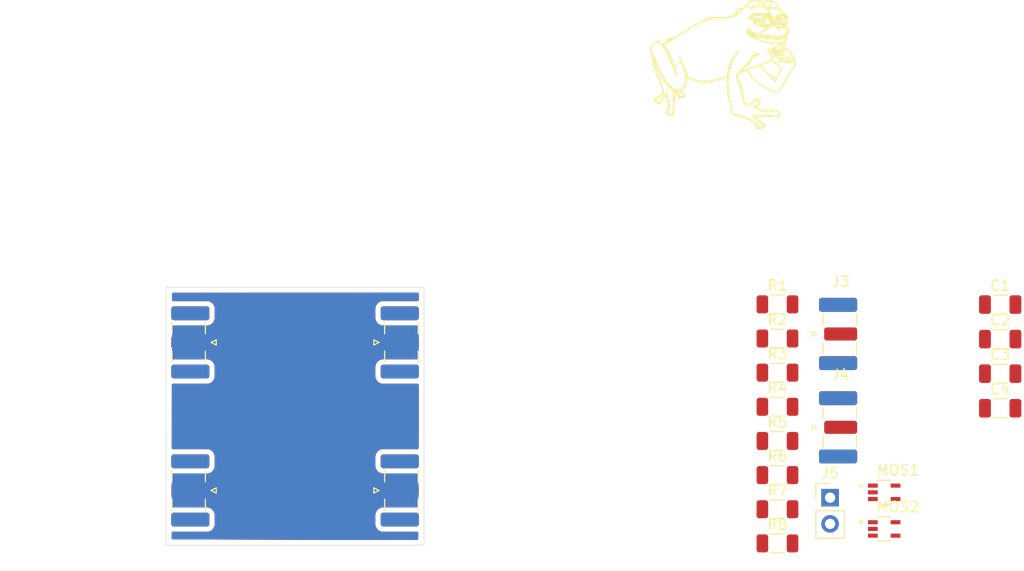
<source format=kicad_pcb>
(kicad_pcb (version 20241229) (generator "pcbnew") (generator_version "9.0")
  (layers (0 "F.Cu" signal) (2 "B.Cu" signal) (13 "F.Paste" user) (15 "B.Paste" user) (5 "F.SilkS" user "F.Silkscreen") (7 "B.SilkS" user "B.Silkscreen") (1 "F.Mask" user) (3 "B.Mask" user) (25 "Edge.Cuts" user))
  (net 0 "")
  (net 1 "/Vout1")
  (net 2 "Vgate1")
  (net 3 "Vgate2")
  (net 4 "Vdd")
  (net 9 "Net-(MOS2-G)")
  (net 13 "GND")
  (net 14 "/Vout2")
  (net 15 "Net-(MOS1-G)")
  (net 17 "Net-(R1-Pad2)")
  (net 18 "Net-(R2-Pad2)")
  (footprint "Connector_Coaxial:SMA_Samtec_SMA-J-P-H-ST-EM1_EdgeMount" (layer "F.Cu") (at 165.39 113.58)
    (property "Reference" "J4" (at 0 -5.08 180) (layer "F.SilkS"))
    (property "Value" "Conn_Coaxial")
    (pad "1" smd roundrect (at 0 0 90) (size 1.27 3.2) (layers "F.Cu" "F.Mask") (roundrect_rratio 0.1968503937) (net 13 "GND"))
    (pad "2" smd roundrect (at -0.25 -2.825 90) (size 1.35 3.7) (layers "F.Cu" "F.Mask") (roundrect_rratio 0.1851851852) (net 14 "/Vout2"))
    (pad "2" smd roundrect (at -0.25 -2.825 90) (size 1.35 3.7) (layers "B.Cu" "B.Mask") (roundrect_rratio 0.1851851852) (net 14 "/Vout2"))
    (pad "2" smd roundrect (at -0.25 2.825 90) (size 1.35 3.7) (layers "F.Cu" "F.Mask") (roundrect_rratio 0.1851851852) (net 14 "/Vout2"))
    (pad "2" smd roundrect (at -0.25 2.825 90) (size 1.35 3.7) (layers "B.Cu" "B.Mask") (roundrect_rratio 0.1851851852) (net 14 "/Vout2"))
  )
  (footprint "Capacitor_SMD:C_1206_3216Metric" (layer "F.Cu") (at 180.855 105.03)
    (property "Reference" "C2" (at 0 -1.85 0) (layer "F.SilkS"))
    (property "Value" "1n")
    (pad "1" smd roundrect (at -1.475 0) (size 1.15 1.8) (layers "F.Cu" "F.Mask" "F.Paste") (roundrect_rratio 0.217391) (net 13 "GND"))
    (pad "2" smd roundrect (at 1.475 0) (size 1.15 1.8) (layers "F.Cu" "F.Mask" "F.Paste") (roundrect_rratio 0.217391) (net 14 "/Vout2"))
  )
  (footprint "Connector_Coaxial:SMA_Samtec_SMA-J-P-H-ST-EM1_EdgeMount" (layer "F.Cu") (at 102.1 105.35 180)
    (property "Reference" "J1" (hide yes))
    (property "Value" "Conn_Coaxial" (hide yes))
    (pad "1" smd roundrect (at 0 0 270) (size 1.27 3.2) (layers "F.Cu" "F.Mask") (roundrect_rratio 0.1968503937) (net 13 "GND"))
    (pad "2" smd roundrect (at -0.25 -2.825 270) (size 1.35 3.7) (layers "F.Cu" "F.Mask") (roundrect_rratio 0.1851851852) (net 2 "Vgate1"))
    (pad "2" smd roundrect (at -0.25 -2.825 270) (size 1.35 3.7) (layers "B.Cu" "B.Mask") (roundrect_rratio 0.1851851852) (net 2 "Vgate1"))
    (pad "2" smd roundrect (at -0.25 2.825 270) (size 1.35 3.7) (layers "F.Cu" "F.Mask") (roundrect_rratio 0.1851851852) (net 2 "Vgate1"))
    (pad "2" smd roundrect (at -0.25 2.825 270) (size 1.35 3.7) (layers "B.Cu" "B.Mask") (roundrect_rratio 0.1851851852) (net 2 "Vgate1"))
  )
  (footprint "Connector_Coaxial:SMA_Samtec_SMA-J-P-H-ST-EM1_EdgeMount" (layer "F.Cu") (at 165.39 104.53)
    (property "Reference" "J3" (at 0 -5.08 180) (layer "F.SilkS"))
    (property "Value" "Conn_Coaxial")
    (pad "1" smd roundrect (at 0 0 90) (size 1.27 3.2) (layers "F.Cu" "F.Mask") (roundrect_rratio 0.1968503937) (net 13 "GND"))
    (pad "2" smd roundrect (at -0.25 -2.825 90) (size 1.35 3.7) (layers "F.Cu" "F.Mask") (roundrect_rratio 0.1851851852) (net 1 "/Vout1"))
    (pad "2" smd roundrect (at -0.25 -2.825 90) (size 1.35 3.7) (layers "B.Cu" "B.Mask") (roundrect_rratio 0.1851851852) (net 1 "/Vout1"))
    (pad "2" smd roundrect (at -0.25 2.825 90) (size 1.35 3.7) (layers "F.Cu" "F.Mask") (roundrect_rratio 0.1851851852) (net 1 "/Vout1"))
    (pad "2" smd roundrect (at -0.25 2.825 90) (size 1.35 3.7) (layers "B.Cu" "B.Mask") (roundrect_rratio 0.1851851852) (net 1 "/Vout1"))
  )
  (footprint "Connector_Coaxial:SMA_Samtec_SMA-J-P-H-ST-EM1_EdgeMount" (layer "F.Cu") (at 122.9 119.7)
    (property "Reference" "J4" (hide yes))
    (property "Value" "Conn_Coaxial" (hide yes))
    (pad "1" smd roundrect (at 0 0 90) (size 1.27 3.2) (layers "F.Cu" "F.Mask") (roundrect_rratio 0.1968503937))
    (pad "2" smd roundrect (at -0.25 -2.825 90) (size 1.35 3.7) (layers "F.Cu" "F.Mask") (roundrect_rratio 0.1851851852))
    (pad "2" smd roundrect (at -0.25 -2.825 90) (size 1.35 3.7) (layers "B.Cu" "B.Mask") (roundrect_rratio 0.1851851852))
    (pad "2" smd roundrect (at -0.25 2.825 90) (size 1.35 3.7) (layers "F.Cu" "F.Mask") (roundrect_rratio 0.1851851852))
    (pad "2" smd roundrect (at -0.25 2.825 90) (size 1.35 3.7) (layers "B.Cu" "B.Mask") (roundrect_rratio 0.1851851852))
  )
  (footprint "Resistor_SMD:R_1206_3216Metric" (layer "F.Cu") (at 159.265 108.28)
    (property "Reference" "R3" (at 0 -1.83 0) (layer "F.SilkS"))
    (property "Value" "5")
    (pad "1" smd roundrect (at -1.4625 0) (size 1.125 1.75) (layers "F.Cu" "F.Mask" "F.Paste") (roundrect_rratio 0.222222) (net 17 "Net-(R1-Pad2)"))
    (pad "2" smd roundrect (at 1.4625 0) (size 1.125 1.75) (layers "F.Cu" "F.Mask" "F.Paste") (roundrect_rratio 0.222222) (net 1 "/Vout1"))
  )
  (footprint "Resistor_SMD:R_1206_3216Metric" (layer "F.Cu") (at 159.265 121.52)
    (property "Reference" "R7" (at 0 -1.83 0) (layer "F.SilkS"))
    (property "Value" "1")
    (pad "1" smd roundrect (at -1.4625 0) (size 1.125 1.75) (layers "F.Cu" "F.Mask" "F.Paste") (roundrect_rratio 0.222222) (net 15 "Net-(MOS1-G)"))
    (pad "2" smd roundrect (at 1.4625 0) (size 1.125 1.75) (layers "F.Cu" "F.Mask" "F.Paste") (roundrect_rratio 0.222222) (net 13 "GND"))
  )
  (footprint "Connector_PinHeader_2.54mm:PinHeader_1x02_P2.54mm_Vertical" (layer "F.Cu") (at 164.365 120.4)
    (property "Reference" "J5" (at 0 -2.38 0) (layer "F.SilkS"))
    (property "Value" "Conn_01x02_Pin")
    (pad "1" thru_hole rect (at 0 0) (size 1.7 1.7) (drill 1) (layers "*.Cu" "*.Mask") (net 13 "GND"))
    (pad "2" thru_hole circle (at 0 2.54) (size 1.7 1.7) (drill 1) (layers "*.Cu" "*.Mask") (net 4 "Vdd"))
  )
  (footprint "Capacitor_SMD:C_1206_3216Metric" (layer "F.Cu") (at 180.855 111.73)
    (property "Reference" "C4" (at 0 -1.85 0) (layer "F.SilkS"))
    (property "Value" "1.5m")
    (pad "1" smd roundrect (at -1.475 0) (size 1.15 1.8) (layers "F.Cu" "F.Mask" "F.Paste") (roundrect_rratio 0.217391) (net 3 "Vgate2"))
    (pad "2" smd roundrect (at 1.475 0) (size 1.15 1.8) (layers "F.Cu" "F.Mask" "F.Paste") (roundrect_rratio 0.217391) (net 9 "Net-(MOS2-G)"))
  )
  (footprint "Resistor_SMD:R_1206_3216Metric" (layer "F.Cu") (at 159.265 118.21)
    (property "Reference" "R6" (at 0 -1.83 0) (layer "F.SilkS"))
    (property "Value" "80")
    (pad "1" smd roundrect (at -1.4625 0) (size 1.125 1.75) (layers "F.Cu" "F.Mask" "F.Paste") (roundrect_rratio 0.222222) (net 4 "Vdd"))
    (pad "2" smd roundrect (at 1.4625 0) (size 1.125 1.75) (layers "F.Cu" "F.Mask" "F.Paste") (roundrect_rratio 0.222222) (net 9 "Net-(MOS2-G)"))
  )
  (footprint "sim_foot:TRANS_JFE150DCKR" (layer "F.Cu") (at 169.61 119.88)
    (property "Reference" "MOS1" (at 1.35 -2.135 0) (layer "F.SilkS"))
    (property "Value" "JFE150DCKR")
    (pad "1" smd roundrect (at -1.1 -0.65) (size 0.95 0.4) (layers "F.Cu" "F.Paste") (roundrect_rratio 0.125))
    (pad "2" smd roundrect (at -1.1 0) (size 0.95 0.4) (layers "F.Cu" "F.Paste") (roundrect_rratio 0.125))
    (pad "3" smd roundrect (at -1.1 0.65) (size 0.95 0.4) (layers "F.Cu" "F.Paste") (roundrect_rratio 0.125) (net 15 "Net-(MOS1-G)"))
    (pad "4" smd roundrect (at 1.1 0.65) (size 0.95 0.4) (layers "F.Cu" "F.Paste") (roundrect_rratio 0.125) (net 13 "GND"))
    (pad "5" smd roundrect (at 1.1 -0.65) (size 0.95 0.4) (layers "F.Cu" "F.Paste") (roundrect_rratio 0.125) (net 1 "/Vout1"))
  )
  (footprint "sim_foot:TRANS_JFE150DCKR" (layer "F.Cu") (at 169.61 123.43)
    (property "Reference" "MOS2" (at 1.35 -2.135 0) (layer "F.SilkS"))
    (property "Value" "JFE150DCKR")
    (pad "1" smd roundrect (at -1.1 -0.65) (size 0.95 0.4) (layers "F.Cu" "F.Paste") (roundrect_rratio 0.125))
    (pad "2" smd roundrect (at -1.1 0) (size 0.95 0.4) (layers "F.Cu" "F.Paste") (roundrect_rratio 0.125))
    (pad "3" smd roundrect (at -1.1 0.65) (size 0.95 0.4) (layers "F.Cu" "F.Paste") (roundrect_rratio 0.125) (net 9 "Net-(MOS2-G)"))
    (pad "4" smd roundrect (at 1.1 0.65) (size 0.95 0.4) (layers "F.Cu" "F.Paste") (roundrect_rratio 0.125) (net 13 "GND"))
    (pad "5" smd roundrect (at 1.1 -0.65) (size 0.95 0.4) (layers "F.Cu" "F.Paste") (roundrect_rratio 0.125) (net 14 "/Vout2"))
  )
  (footprint "Resistor_SMD:R_1206_3216Metric" (layer "F.Cu") (at 159.265 114.9)
    (property "Reference" "R5" (at 0 -1.83 0) (layer "F.SilkS"))
    (property "Value" "80")
    (pad "1" smd roundrect (at -1.4625 0) (size 1.125 1.75) (layers "F.Cu" "F.Mask" "F.Paste") (roundrect_rratio 0.222222) (net 4 "Vdd"))
    (pad "2" smd roundrect (at 1.4625 0) (size 1.125 1.75) (layers "F.Cu" "F.Mask" "F.Paste") (roundrect_rratio 0.222222) (net 15 "Net-(MOS1-G)"))
  )
  (footprint "Connector_Coaxial:SMA_Samtec_SMA-J-P-H-ST-EM1_EdgeMount" (layer "F.Cu") (at 122.9 105.35)
    (property "Reference" "J3" (hide yes))
    (property "Value" "Conn_Coaxial" (hide yes))
    (pad "1" smd roundrect (at 0 0 90) (size 1.27 3.2) (layers "F.Cu" "F.Mask") (roundrect_rratio 0.1968503937))
    (pad "2" smd roundrect (at -0.25 -2.825 90) (size 1.35 3.7) (layers "F.Cu" "F.Mask") (roundrect_rratio 0.1851851852))
    (pad "2" smd roundrect (at -0.25 -2.825 90) (size 1.35 3.7) (layers "B.Cu" "B.Mask") (roundrect_rratio 0.1851851852))
    (pad "2" smd roundrect (at -0.25 2.825 90) (size 1.35 3.7) (layers "F.Cu" "F.Mask") (roundrect_rratio 0.1851851852))
    (pad "2" smd roundrect (at -0.25 2.825 90) (size 1.35 3.7) (layers "B.Cu" "B.Mask") (roundrect_rratio 0.1851851852))
  )
  (footprint "Resistor_SMD:R_1206_3216Metric" (layer "F.Cu") (at 159.265 104.97)
    (property "Reference" "R2" (at 0 -1.83 0) (layer "F.SilkS"))
    (property "Value" "200")
    (pad "1" smd roundrect (at -1.4625 0) (size 1.125 1.75) (layers "F.Cu" "F.Mask" "F.Paste") (roundrect_rratio 0.222222) (net 4 "Vdd"))
    (pad "2" smd roundrect (at 1.4625 0) (size 1.125 1.75) (layers "F.Cu" "F.Mask" "F.Paste") (roundrect_rratio 0.222222) (net 18 "Net-(R2-Pad2)"))
  )
  (footprint "Resistor_SMD:R_1206_3216Metric" (layer "F.Cu") (at 159.265 124.83)
    (property "Reference" "R8" (at 0 -1.83 0) (layer "F.SilkS"))
    (property "Value" "1")
    (pad "1" smd roundrect (at -1.4625 0) (size 1.125 1.75) (layers "F.Cu" "F.Mask" "F.Paste") (roundrect_rratio 0.222222) (net 9 "Net-(MOS2-G)"))
    (pad "2" smd roundrect (at 1.4625 0) (size 1.125 1.75) (layers "F.Cu" "F.Mask" "F.Paste") (roundrect_rratio 0.222222) (net 13 "GND"))
  )
  (footprint "Capacitor_SMD:C_1206_3216Metric" (layer "F.Cu") (at 180.855 101.68)
    (property "Reference" "C1" (at 0 -1.85 0) (layer "F.SilkS"))
    (property "Value" "1n")
    (pad "1" smd roundrect (at -1.475 0) (size 1.15 1.8) (layers "F.Cu" "F.Mask" "F.Paste") (roundrect_rratio 0.217391) (net 13 "GND"))
    (pad "2" smd roundrect (at 1.475 0) (size 1.15 1.8) (layers "F.Cu" "F.Mask" "F.Paste") (roundrect_rratio 0.217391) (net 1 "/Vout1"))
  )
  (footprint "Connector_Coaxial:SMA_Samtec_SMA-J-P-H-ST-EM1_EdgeMount" (layer "F.Cu") (at 102.1 119.7 180)
    (property "Reference" "J2" (hide yes))
    (property "Value" "Conn_Coaxial" (hide yes))
    (pad "1" smd roundrect (at 0 0 270) (size 1.27 3.2) (layers "F.Cu" "F.Mask") (roundrect_rratio 0.1968503937) (net 13 "GND"))
    (pad "2" smd roundrect (at -0.25 -2.825 270) (size 1.35 3.7) (layers "F.Cu" "F.Mask") (roundrect_rratio 0.1851851852) (net 3 "Vgate2"))
    (pad "2" smd roundrect (at -0.25 -2.825 270) (size 1.35 3.7) (layers "B.Cu" "B.Mask") (roundrect_rratio 0.1851851852) (net 3 "Vgate2"))
    (pad "2" smd roundrect (at -0.25 2.825 270) (size 1.35 3.7) (layers "F.Cu" "F.Mask") (roundrect_rratio 0.1851851852) (net 3 "Vgate2"))
    (pad "2" smd roundrect (at -0.25 2.825 270) (size 1.35 3.7) (layers "B.Cu" "B.Mask") (roundrect_rratio 0.1851851852) (net 3 "Vgate2"))
  )
  (footprint "Capacitor_SMD:C_1206_3216Metric" (layer "F.Cu") (at 180.855 108.38)
    (property "Reference" "C3" (at 0 -1.85 0) (layer "F.SilkS"))
    (property "Value" "1.5m")
    (pad "1" smd roundrect (at -1.475 0) (size 1.15 1.8) (layers "F.Cu" "F.Mask" "F.Paste") (roundrect_rratio 0.217391) (net 15 "Net-(MOS1-G)"))
    (pad "2" smd roundrect (at 1.475 0) (size 1.15 1.8) (layers "F.Cu" "F.Mask" "F.Paste") (roundrect_rratio 0.217391) (net 2 "Vgate1"))
  )
  (footprint "Resistor_SMD:R_1206_3216Metric" (layer "F.Cu") (at 159.265 111.59)
    (property "Reference" "R4" (at 0 -1.83 0) (layer "F.SilkS"))
    (property "Value" "5")
    (pad "1" smd roundrect (at -1.4625 0) (size 1.125 1.75) (layers "F.Cu" "F.Mask" "F.Paste") (roundrect_rratio 0.222222) (net 18 "Net-(R2-Pad2)"))
    (pad "2" smd roundrect (at 1.4625 0) (size 1.125 1.75) (layers "F.Cu" "F.Mask" "F.Paste") (roundrect_rratio 0.222222) (net 14 "/Vout2"))
  )
  (footprint "Resistor_SMD:R_1206_3216Metric" (layer "F.Cu") (at 159.265 101.66)
    (property "Reference" "R1" (at 0 -1.83 0) (layer "F.SilkS"))
    (property "Value" "200")
    (pad "1" smd roundrect (at -1.4625 0) (size 1.125 1.75) (layers "F.Cu" "F.Mask" "F.Paste") (roundrect_rratio 0.222222) (net 4 "Vdd"))
    (pad "2" smd roundrect (at 1.4625 0) (size 1.125 1.75) (layers "F.Cu" "F.Mask" "F.Paste") (roundrect_rratio 0.222222) (net 17 "Net-(R1-Pad2)"))
  )
  (gr_line (start 159.64194 76.9342) (end 159.740524 76.981904) (stroke (width 0.1016)) (layer "F.SilkS"))
  (gr_line (start 157.903648 74.650664) (end 157.852037 74.642184) (stroke (width 0.1016)) (layer "F.SilkS"))
  (gr_line (start 157.224983 75.984769) (end 157.258976 76.006784) (stroke (width 0.1016)) (layer "F.SilkS"))
  (gr_line (start 157.666009 75.487259) (end 157.771723 75.523194) (stroke (width 0.1016)) (layer "F.SilkS"))
  (gr_line (start 149.904107 80.811708) (end 149.998401 80.745122) (stroke (width 0.1016)) (layer "F.SilkS"))
  (gr_line (start 158.57238 73.596381) (end 158.5073 73.549789) (stroke (width 0.1016)) (layer "F.SilkS"))
  (gr_line (start 158.023518 73.715088) (end 157.984166 73.721557) (stroke (width 0.1016)) (layer "F.SilkS"))
  (gr_line (start 158.138859 72.381803) (end 158.081571 72.389255) (stroke (width 0.1016)) (layer "F.SilkS"))
  (gr_line (start 148.296243 81.513686) (end 148.35315 81.448418) (stroke (width 0.1016)) (layer "F.SilkS"))
  (gr_line (start 147.093204 77.238118) (end 146.981055 76.889715) (stroke (width 0.1016)) (layer "F.SilkS"))
  (gr_line (start 156.925464 74.344061) (end 156.916871 74.30163) (stroke (width 0.1016)) (layer "F.SilkS"))
  (gr_line (start 158.289107 73.727801) (end 158.474704 73.875474) (stroke (width 0.1016)) (layer "F.SilkS"))
  (gr_line (start 156.501357 75.478094) (end 156.488273 75.48042) (stroke (width 0.1016)) (layer "F.SilkS"))
  (gr_line (start 159.589392 76.536455) (end 159.505499 76.513071) (stroke (width 0.1016)) (layer "F.SilkS"))
  (gr_line (start 159.678466 74.828495) (end 159.726254 74.817215) (stroke (width 0.1016)) (layer "F.SilkS"))
  (gr_line (start 156.809548 73.592233) (end 156.832311 73.547214) (stroke (width 0.1016)) (layer "F.SilkS"))
  (gr_line (start 155.211296 73.649555) (end 155.30853 73.608972) (stroke (width 0.1016)) (layer "F.SilkS"))
  (gr_line (start 159.883161 76.660396) (end 159.883421 76.602682) (stroke (width 0.1016)) (layer "F.SilkS"))
  (gr_line (start 157.444169 74.259402) (end 157.46864 74.297933) (stroke (width 0.1016)) (layer "F.SilkS"))
  (gr_line (start 149.886343 80.862872) (end 149.996964 80.79703) (stroke (width 0.1016)) (layer "F.SilkS"))
  (gr_line (start 159.337158 72.78958) (end 159.329273 72.758437) (stroke (width 0.1016)) (layer "F.SilkS"))
  (gr_line (start 159.087691 77.03139) (end 159.107987 77.032585) (stroke (width 0.1016)) (layer "F.SilkS"))
  (gr_line (start 149.784692 81.049589) (end 149.975611 81.148557) (stroke (width 0.1016)) (layer "F.SilkS"))
  (gr_line (start 158.281902 74.978871) (end 158.391234 74.877995) (stroke (width 0.1016)) (layer "F.SilkS"))
  (gr_line (start 159.621761 78.046195) (end 159.663001 77.956423) (stroke (width 0.1016)) (layer "F.SilkS"))
  (gr_line (start 158.143741 75.652187) (end 158.212202 75.628604) (stroke (width 0.1016)) (layer "F.SilkS"))
  (gr_line (start 157.631494 74.46546) (end 157.7509 74.511938) (stroke (width 0.1016)) (layer "F.SilkS"))
  (gr_line (start 156.863496 75.790952) (end 156.987039 75.806585) (stroke (width 0.1016)) (layer "F.SilkS"))
  (gr_line (start 157.732036 74.162106) (end 157.929979 73.937351) (stroke (width 0.1016)) (layer "F.SilkS"))
  (gr_line (start 158.51739 73.845946) (end 158.52337 73.809261) (stroke (width 0.1016)) (layer "F.SilkS"))
  (gr_line (start 159.023591 77.260343) (end 159.018331 77.223284) (stroke (width 0.1016)) (layer "F.SilkS"))
  (gr_line (start 157.03925 77.532194) (end 157.32541 77.398451) (stroke (width 0.1016)) (layer "F.SilkS"))
  (gr_line (start 155.192907 73.587091) (end 155.112588 73.61403) (stroke (width 0.1016)) (layer "F.SilkS"))
  (gr_line (start 154.385932 80.298657) (end 154.406433 80.382605) (stroke (width 0.1016)) (layer "F.SilkS"))
  (gr_line (start 158.767086 74.274078) (end 158.746295 74.304677) (stroke (width 0.1016)) (layer "F.SilkS"))
  (gr_line (start 158.798475 77.013024) (end 158.864206 76.983977) (stroke (width 0.1016)) (layer "F.SilkS"))
  (gr_line (start 155.226853 77.491272) (end 155.220212 77.469933) (stroke (width 0.1016)) (layer "F.SilkS"))
  (gr_line (start 157.430481 84.553887) (end 157.557943 84.538696) (stroke (width 0.1016)) (layer "F.SilkS"))
  (gr_line (start 159.470362 83.338311) (end 159.494947 83.253609) (stroke (width 0.1016)) (layer "F.SilkS"))
  (gr_line (start 160.250571 78.21616) (end 160.341314 78.128002) (stroke (width 0.1016)) (layer "F.SilkS"))
  (gr_line (start 159.680887 77.021513) (end 159.683946 77.096649) (stroke (width 0.1016)) (layer "F.SilkS"))
  (gr_line (start 158.827693 77.183826) (end 158.83246 77.15417) (stroke (width 0.1016)) (layer "F.SilkS"))
  (gr_line (start 157.548534 74.414907) (end 157.631494 74.46546) (stroke (width 0.1016)) (layer "F.SilkS"))
  (gr_line (start 158.300864 76.291959) (end 157.929979 76.250587) (stroke (width 0.1016)) (layer "F.SilkS"))
  (gr_line (start 156.932217 74.099241) (end 156.952727 74.136798) (stroke (width 0.1016)) (layer "F.SilkS"))
  (gr_line (start 160.187617 74.964429) (end 160.15744 74.903028) (stroke (width 0.1016)) (layer "F.SilkS"))
  (gr_line (start 157.912481 72.771032) (end 157.982234 72.726313) (stroke (width 0.1016)) (layer "F.SilkS"))
  (gr_line (start 154.49304 79.73755) (end 154.453981 79.876881) (stroke (width 0.1016)) (layer "F.SilkS"))
  (gr_line (start 159.205031 81.166184) (end 159.275057 81.143765) (stroke (width 0.1016)) (layer "F.SilkS"))
  (gr_line (start 153.343865 79.955532) (end 153.454843 79.914841) (stroke (width 0.1016)) (layer "F.SilkS"))
  (gr_line (start 159.151535 82.906238) (end 159.207618 82.931411) (stroke (width 0.1016)) (layer "F.SilkS"))
  (gr_line (start 148.604822 81.949433) (end 148.602591 81.99036) (stroke (width 0.1016)) (layer "F.SilkS"))
  (gr_line (start 154.732214 78.22648) (end 154.660437 78.408693) (stroke (width 0.1016)) (layer "F.SilkS"))
  (gr_line (start 149.139986 82.666454) (end 149.135584 82.928244) (stroke (width 0.1016)) (layer "F.SilkS"))
  (gr_line (start 159.776772 76.592288) (end 159.80032 76.601403) (stroke (width 0.1016)) (layer "F.SilkS"))
  (gr_line (start 148.870589 75.926642) (end 148.93414 75.922362) (stroke (width 0.1016)) (layer "F.SilkS"))
  (gr_line (start 159.179922 77.193082) (end 159.199751 77.137691) (stroke (width 0.1016)) (layer "F.SilkS"))
  (gr_line (start 160.059158 73.907259) (end 160.095754 73.944089) (stroke (width 0.1016)) (layer "F.SilkS"))
  (gr_line (start 160.176703 75.328976) (end 160.2006 75.282) (stroke (width 0.1016)) (layer "F.SilkS"))
  (gr_line (start 159.345501 73.533985) (end 159.625642 73.511936) (stroke (width 0.1016)) (layer "F.SilkS"))
  (gr_line (start 154.445751 80.764305) (end 154.442124 80.810452) (stroke (width 0.1016)) (layer "F.SilkS"))
  (gr_line (start 159.088079 74.76936) (end 158.914653 74.464437) (stroke (width 0.1016)) (layer "F.SilkS"))
  (gr_line (start 148.528482 80.336537) (end 148.259135 79.989072) (stroke (width 0.1016)) (layer "F.SilkS"))
  (gr_line (start 148.687475 82.12735) (end 148.72504 82.219427) (stroke (width 0.1016)) (layer "F.SilkS"))
  (gr_line (start 158.540728 73.479365) (end 158.52762 73.476658) (stroke (width 0.1016)) (layer "F.SilkS"))
  (gr_line (start 148.53283 82.960977) (end 148.515952 83.046479) (stroke (width 0.1016)) (layer "F.SilkS"))
  (gr_line (start 147.698324 81.626218) (end 147.542603 81.691861) (stroke (width 0.1016)) (layer "F.SilkS"))
  (gr_line (start 147.90071 79.085336) (end 148.040826 79.384315) (stroke (width 0.1016)) (layer "F.SilkS"))
  (gr_line (start 159.526639 79.064437) (end 159.548631 79.050551) (stroke (width 0.1016)) (layer "F.SilkS"))
  (gr_line (start 150.379119 79.977828) (end 150.34813 80.133548) (stroke (width 0.1016)) (layer "F.SilkS"))
  (gr_line (start 155.513527 77.142998) (end 155.460441 77.173877) (stroke (width 0.1016)) (layer "F.SilkS"))
  (gr_line (start 159.817342 76.616382) (end 159.810326 76.589884) (stroke (width 0.1016)) (layer "F.SilkS"))
  (gr_line (start 154.608998 81.908052) (end 154.629816 81.923597) (stroke (width 0.1016)) (layer "F.SilkS"))
  (gr_line (start 158.951501 79.738153) (end 159.044652 79.756107) (stroke (width 0.1016)) (layer "F.SilkS"))
  (gr_line (start 158.035813 73.799344) (end 157.933025 73.744709) (stroke (width 0.1016)) (layer "F.SilkS"))
  (gr_line (start 158.225323 73.062745) (end 158.291255 73.073711) (stroke (width 0.1016)) (layer "F.SilkS"))
  (gr_line (start 154.371084 79.855766) (end 154.344886 79.980888) (stroke (width 0.1016)) (layer "F.SilkS"))
  (gr_line (start 150.375176 79.466751) (end 150.394065 79.645236) (stroke (width 0.1016)) (layer "F.SilkS"))
  (gr_line (start 159.95235 74.712722) (end 159.871422 74.772341) (stroke (width 0.1016)) (layer "F.SilkS"))
  (gr_line (start 156.591363 75.067012) (end 156.666262 75.069594) (stroke (width 0.1016)) (layer "F.SilkS"))
  (gr_line (start 154.820268 83.04263) (end 154.818266 83.089188) (stroke (width 0.1016)) (layer "F.SilkS"))
  (gr_line (start 157.62134 78.418134) (end 157.858431 78.339526) (stroke (width 0.1016)) (layer "F.SilkS"))
  (gr_line (start 157.068751 72.780482) (end 157.310802 72.746496) (stroke (width 0.1016)) (layer "F.SilkS"))
  (gr_line (start 149.950741 78.173121) (end 150.268394 78.992947) (stroke (width 0.1016)) (layer "F.SilkS"))
  (gr_line (start 158.18185 73.926093) (end 158.213661 73.913593) (stroke (width 0.1016)) (layer "F.SilkS"))
  (gr_line (start 157.61897 72.293577) (end 157.42457 72.25309) (stroke (width 0.1016)) (layer "F.SilkS"))
  (gr_line (start 157.243584 77.473157) (end 157.338371 77.434086) (stroke (width 0.1016)) (layer "F.SilkS"))
  (gr_line (start 157.795606 76.227797) (end 157.869054 76.217805) (stroke (width 0.1016)) (layer "F.SilkS"))
  (gr_line (start 149.657229 75.602146) (end 149.638281 75.633371) (stroke (width 0.1016)) (layer "F.SilkS"))
  (gr_line (start 151.866382 80.013123) (end 152.172856 80.027692) (stroke (width 0.1016)) (layer "F.SilkS"))
  (gr_line (start 158.567003 76.943911) (end 158.497176 76.967679) (stroke (width 0.1016)) (layer "F.SilkS"))
  (gr_line (start 157.444521 74.393881) (end 157.287875 74.337167) (stroke (width 0.1016)) (layer "F.SilkS"))
  (gr_line (start 157.461497 74.290775) (end 157.445161 74.258194) (stroke (width 0.1016)) (layer "F.SilkS"))
  (gr_line (start 159.405754 73.020882) (end 159.41708 73.010356) (stroke (width 0.1016)) (layer "F.SilkS"))
  (gr_line (start 159.450144 75.063493) (end 159.32257 74.961289) (stroke (width 0.1016)) (layer "F.SilkS"))
  (gr_line (start 159.432178 73.67) (end 159.418138 73.629658) (stroke (width 0.1016)) (layer "F.SilkS"))
  (gr_line (start 155.356499 79.690666) (end 155.346803 79.565608) (stroke (width 0.1016)) (layer "F.SilkS"))
  (gr_line (start 159.118524 74.012175) (end 159.194486 73.933858) (stroke (width 0.1016)) (layer "F.SilkS"))
  (gr_line (start 157.753405 74.483187) (end 157.865915 74.51319) (stroke (width 0.1016)) (layer "F.SilkS"))
  (gr_line (start 159.735215 77.072524) (end 159.73043 77.012195) (stroke (width 0.1016)) (layer "F.SilkS"))
  (gr_line (start 153.080779 73.978064) (end 153.533236 73.97531) (stroke (width 0.1016)) (layer "F.SilkS"))
  (gr_line (start 159.705405 77.823518) (end 159.751408 77.888483) (stroke (width 0.1016)) (layer "F.SilkS"))
  (gr_line (start 157.53022 73.456832) (end 157.520844 73.460007) (stroke (width 0.1016)) (layer "F.SilkS"))
  (gr_line (start 158.692659 77.736898) (end 158.702371 77.725671) (stroke (width 0.1016)) (layer "F.SilkS"))
  (gr_line (start 159.344625 73.965373) (end 159.254105 73.946911) (stroke (width 0.1016)) (layer "F.SilkS"))
  (gr_line (start 159.233966 83.407182) (end 159.360238 83.362834) (stroke (width 0.1016)) (layer "F.SilkS"))
  (gr_line (start 158.83246 77.15417) (end 158.814923 77.12978) (stroke (width 0.1016)) (layer "F.SilkS"))
  (gr_line (start 160.078754 73.757364) (end 160.049434 73.714783) (stroke (width 0.1016)) (layer "F.SilkS"))
  (gr_line (start 160.122443 78.296231) (end 160.149555 78.304833) (stroke (width 0.1016)) (layer "F.SilkS"))
  (gr_line (start 157.91996 74.169302) (end 157.88509 74.132519) (stroke (width 0.1016)) (layer "F.SilkS"))
  (gr_line (start 159.316075 74.179179) (end 159.288554 74.191263) (stroke (width 0.1016)) (layer "F.SilkS"))
  (gr_line (start 160.234127 75.069623) (end 160.285266 75.115771) (stroke (width 0.1016)) (layer "F.SilkS"))
  (gr_line (start 147.468286 78.234072) (end 147.653746 78.758284) (stroke (width 0.1016)) (layer "F.SilkS"))
  (gr_line (start 148.75476 82.34473) (end 148.766324 82.469957) (stroke (width 0.1016)) (layer "F.SilkS"))
  (gr_line (start 155.86517 81.261587) (end 155.918588 81.480989) (stroke (width 0.1016)) (layer "F.SilkS"))
  (gr_line (start 157.009364 83.312722) (end 157.219547 83.308705) (stroke (width 0.1016)) (layer "F.SilkS"))
  (gr_line (start 157.880405 74.510911) (end 157.852037 74.642184) (stroke (width 0.1016)) (layer "F.SilkS"))
  (gr_line (start 148.298549 76.857903) (end 148.482268 77.143752) (stroke (width 0.1016)) (layer "F.SilkS"))
  (gr_line (start 152.814568 79.978398) (end 153.149837 79.914539) (stroke (width 0.1016)) (layer "F.SilkS"))
  (gr_line (start 148.198422 81.128801) (end 148.219701 81.037338) (stroke (width 0.1016)) (layer "F.SilkS"))
  (gr_line (start 159.029901 74.511839) (end 158.953847 74.482499) (stroke (width 0.1016)) (layer "F.SilkS"))
  (gr_line (start 149.037309 75.878037) (end 148.944635 75.879769) (stroke (width 0.1016)) (layer "F.SilkS"))
  (gr_line (start 160.117591 74.89659) (end 160.166997 74.96382) (stroke (width 0.1016)) (layer "F.SilkS"))
  (gr_line (start 148.575003 81.694273) (end 148.511689 81.378885) (stroke (width 0.1016)) (layer "F.SilkS"))
  (gr_line (start 150.742092 79.767395) (end 150.796336 79.761028) (stroke (width 0.1016)) (layer "F.SilkS"))
  (gr_line (start 158.662311 74.66873) (end 158.542212 74.756149) (stroke (width 0.1016)) (layer "F.SilkS"))
  (gr_line (start 159.178311 73.765116) (end 159.248346 73.745828) (stroke (width 0.1016)) (layer "F.SilkS"))
  (gr_line (start 160.054161 74.434345) (end 160.081153 74.393691) (stroke (width 0.1016)) (layer "F.SilkS"))
  (gr_line (start 159.280036 73.759328) (end 159.140608 73.852084) (stroke (width 0.1016)) (layer "F.SilkS"))
  (gr_line (start 154.984204 83.267222) (end 155.023512 83.259862) (stroke (width 0.1016)) (layer "F.SilkS"))
  (gr_line (start 158.293954 75.617103) (end 158.734458 75.650511) (stroke (width 0.1016)) (layer "F.SilkS"))
  (gr_line (start 149.074863 75.902007) (end 149.064954 75.886569) (stroke (width 0.1016)) (layer "F.SilkS"))
  (gr_line (start 155.068773 73.657713) (end 155.048877 73.676472) (stroke (width 0.1016)) (layer "F.SilkS"))
  (gr_line (start 159.063534 79.703662) (end 158.996032 79.706769) (stroke (width 0.1016)) (layer "F.SilkS"))
  (gr_line (start 159.37651 83.438613) (end 159.428589 83.389848) (stroke (width 0.1016)) (layer "F.SilkS"))
  (gr_line (start 151.146164 74.616696) (end 151.127948 74.612497) (stroke (width 0.1016)) (layer "F.SilkS"))
  (gr_line (start 160.356611 77.647689) (end 160.226881 77.758924) (stroke (width 0.1016)) (layer "F.SilkS"))
  (gr_line (start 155.127793 77.701951) (end 155.207737 77.569293) (stroke (width 0.1016)) (layer "F.SilkS"))
  (gr_line (start 159.332272 73.865737) (end 159.389894 73.828343) (stroke (width 0.1016)) (layer "F.SilkS"))
  (gr_line (start 150.393653 75.088285) (end 150.401097 75.108256) (stroke (width 0.1016)) (layer "F.SilkS"))
  (gr_line (start 149.112893 83.097095) (end 149.065463 83.197796) (stroke (width 0.1016)) (layer "F.SilkS"))
  (gr_line (start 159.075123 77.067546) (end 159.083599 77.025711) (stroke (width 0.1016)) (layer "F.SilkS"))
  (gr_line (start 159.07537 77.372738) (end 159.15553 77.354006) (stroke (width 0.1016)) (layer "F.SilkS"))
  (gr_line (start 159.355485 72.788741) (end 159.393563 72.852519) (stroke (width 0.1016)) (layer "F.SilkS"))
  (gr_line (start 153.454843 79.914841) (end 153.465738 79.905514) (stroke (width 0.1016)) (layer "F.SilkS"))
  (gr_line (start 160.208114 74.179035) (end 160.164934 74.132719) (stroke (width 0.1016)) (layer "F.SilkS"))
  (gr_line (start 159.085005 72.435024) (end 158.98384 72.350753) (stroke (width 0.1016)) (layer "F.SilkS"))
  (gr_line (start 156.986214 83.325228) (end 157.157889 83.331653) (stroke (width 0.1016)) (layer "F.SilkS"))
  (gr_line (start 158.582619 72.88833) (end 158.829563 72.912143) (stroke (width 0.1016)) (layer "F.SilkS"))
  (gr_line (start 157.206784 77.566484) (end 156.986251 77.676337) (stroke (width 0.1016)) (layer "F.SilkS"))
  (gr_line (start 156.501228 75.542914) (end 156.521019 75.552686) (stroke (width 0.1016)) (layer "F.SilkS"))
  (gr_line (start 156.500188 75.086692) (end 156.504051 75.104023) (stroke (width 0.1016)) (layer "F.SilkS"))
  (gr_line (start 157.394987 82.241882) (end 157.279013 82.341207) (stroke (width 0.1016)) (layer "F.SilkS"))
  (gr_line (start 159.961416 80.037165) (end 160.040416 79.9164) (stroke (width 0.1016)) (layer "F.SilkS"))
  (gr_line (start 157.032265 74.178087) (end 157.118149 74.217752) (stroke (width 0.1016)) (layer "F.SilkS"))
  (gr_line (start 157.32062 74.631105) (end 157.389735 74.619729) (stroke (width 0.1016)) (layer "F.SilkS"))
  (gr_line (start 158.540836 74.190482) (end 158.530795 74.199853) (stroke (width 0.1016)) (layer "F.SilkS"))
  (gr_line (start 159.716308 76.251197) (end 159.733275 76.266885) (stroke (width 0.1016)) (layer "F.SilkS"))
  (gr_line (start 158.974484 77.119091) (end 159.030271 76.997772) (stroke (width 0.1016)) (layer "F.SilkS"))
  (gr_line (start 159.981842 75.614458) (end 160.023359 75.572168) (stroke (width 0.1016)) (layer "F.SilkS"))
  (gr_line (start 155.307869 83.324553) (end 155.284144 83.353984) (stroke (width 0.1016)) (layer "F.SilkS"))
  (gr_line (start 160.61669 78.905274) (end 160.697548 78.807352) (stroke (width 0.1016)) (layer "F.SilkS"))
  (gr_line (start 158.65052 75.714164) (end 158.748429 75.724948) (stroke (width 0.1016)) (layer "F.SilkS"))
  (gr_line (start 157.678625 75.538928) (end 157.734924 75.530779) (stroke (width 0.1016)) (layer "F.SilkS"))
  (gr_line (start 157.89763 76.205996) (end 158.053452 76.240462) (stroke (width 0.1016)) (layer "F.SilkS"))
  (gr_line (start 156.923314 75.383838) (end 157.028631 75.435775) (stroke (width 0.1016)) (layer "F.SilkS"))
  (gr_line (start 159.164643 74.515213) (end 159.126563 74.519743) (stroke (width 0.1016)) (layer "F.SilkS"))
  (gr_line (start 150.18749 80.585946) (end 150.059735 80.745451) (stroke (width 0.1016)) (layer "F.SilkS"))
  (gr_line (start 148.087473 81.678747) (end 148.128109 81.64168) (stroke (width 0.1016)) (layer "F.SilkS"))
  (gr_line (start 154.344886 79.980888) (end 154.343109 80.067433) (stroke (width 0.1016)) (layer "F.SilkS"))
  (gr_line (start 158.022256 75.105608) (end 158.016092 75.100848) (stroke (width 0.1016)) (layer "F.SilkS"))
  (gr_line (start 159.393123 73.53304) (end 159.393734 73.542832) (stroke (width 0.1016)) (layer "F.SilkS"))
  (gr_line (start 149.668077 81.296199) (end 149.492023 81.15032) (stroke (width 0.1016)) (layer "F.SilkS"))
  (gr_line (start 157.400892 82.699064) (end 157.354951 82.668536) (stroke (width 0.1016)) (layer "F.SilkS"))
  (gr_line (start 158.731504 73.916634) (end 158.784557 73.926387) (stroke (width 0.1016)) (layer "F.SilkS"))
  (gr_line (start 158.215196 73.069993) (end 158.170115 73.025243) (stroke (width 0.1016)) (layer "F.SilkS"))
  (gr_line (start 147.774039 76.211764) (end 147.709102 76.180159) (stroke (width 0.1016)) (layer "F.SilkS"))
  (gr_line (start 159.985405 77.46305) (end 159.919312 77.509356) (stroke (width 0.1016)) (layer "F.SilkS"))
  (gr_line (start 159.618048 76.516215) (end 159.650548 76.531716) (stroke (width 0.1016)) (layer "F.SilkS"))
  (gr_line (start 154.510921 80.875625) (end 154.519476 80.83231) (stroke (width 0.1016)) (layer "F.SilkS"))
  (gr_line (start 147.709102 76.180159) (end 147.646501 76.175622) (stroke (width 0.1016)) (layer "F.SilkS"))
  (gr_line (start 158.246202 72.238811) (end 158.258989 72.215437) (stroke (width 0.1016)) (layer "F.SilkS"))
  (gr_line (start 157.731233 76.220292) (end 157.795606 76.227797) (stroke (width 0.1016)) (layer "F.SilkS"))
  (gr_line (start 159.658591 74.852492) (end 159.679935 74.877407) (stroke (width 0.1016)) (layer "F.SilkS"))
  (gr_line (start 157.776521 75.541468) (end 157.756461 75.505194) (stroke (width 0.1016)) (layer "F.SilkS"))
  (gr_line (start 154.983341 73.705182) (end 155.121759 73.47819) (stroke (width 0.1016)) (layer "F.SilkS"))
  (gr_line (start 159.746857 78.047603) (end 159.644128 77.958434) (stroke (width 0.1016)) (layer "F.SilkS"))
  (gr_line (start 157.118229 78.554981) (end 157.3383 78.48727) (stroke (width 0.1016)) (layer "F.SilkS"))
  (gr_line (start 159.156659 76.665771) (end 159.124181 76.681086) (stroke (width 0.1016)) (layer "F.SilkS"))
  (gr_line (start 159.173522 76.656775) (end 159.179484 76.66167) (stroke (width 0.1016)) (layer "F.SilkS"))
  (gr_line (start 155.643643 83.392097) (end 155.874653 83.438509) (stroke (width 0.1016)) (layer "F.SilkS"))
  (gr_line (start 157.275858 77.498186) (end 157.43411 77.433579) (stroke (width 0.1016)) (layer "F.SilkS"))
  (gr_line (start 147.478586 81.808703) (end 147.466019 81.738296) (stroke (width 0.1016)) (layer "F.SilkS"))
  (gr_line (start 160.033209 73.925061) (end 160.060838 73.992887) (stroke (width 0.1016)) (layer "F.SilkS"))
  (gr_line (start 158.473263 74.056079) (end 158.494424 74.120055) (stroke (width 0.1016)) (layer "F.SilkS"))
  (gr_line (start 157.533104 74.0852) (end 157.503057 74.124257) (stroke (width 0.1016)) (layer "F.SilkS"))
  (gr_line (start 160.271976 79.546301) (end 160.450737 79.248631) (stroke (width 0.1016)) (layer "F.SilkS"))
  (gr_line (start 157.49025 84.011888) (end 157.327117 83.879693) (stroke (width 0.1016)) (layer "F.SilkS"))
  (gr_line (start 146.976222 76.757494) (end 146.983238 76.782413) (stroke (width 0.1016)) (layer "F.SilkS"))
  (gr_line (start 158.994056 73.924261) (end 158.988313 73.890361) (stroke (width 0.1016)) (layer "F.SilkS"))
  (gr_line (start 159.903941 74.633721) (end 160.038591 74.538357) (stroke (width 0.1016)) (layer "F.SilkS"))
  (gr_line (start 155.733191 79.187922) (end 156.086326 79.037568) (stroke (width 0.1016)) (layer "F.SilkS"))
  (gr_line (start 148.678376 76.257184) (end 148.414061 76.39238) (stroke (width 0.1016)) (layer "F.SilkS"))
  (gr_line (start 155.967666 83.430158) (end 155.613216 83.34968) (stroke (width 0.1016)) (layer "F.SilkS"))
  (gr_line (start 156.632991 73.073398) (end 156.655754 73.021103) (stroke (width 0.1016)) (layer "F.SilkS"))
  (gr_line (start 158.621081 73.953734) (end 158.598458 73.898298) (stroke (width 0.1016)) (layer "F.SilkS"))
  (gr_line (start 157.876013 75.779293) (end 157.733729 75.787389) (stroke (width 0.1016)) (layer "F.SilkS"))
  (gr_line (start 156.192548 82.190345) (end 156.208714 82.200123) (stroke (width 0.1016)) (layer "F.SilkS"))
  (gr_line (start 159.956989 78.086449) (end 159.967554 78.083833) (stroke (width 0.1016)) (layer "F.SilkS"))
  (gr_line (start 156.624701 75.413586) (end 156.633326 75.388101) (stroke (width 0.1016)) (layer "F.SilkS"))
  (gr_line (start 156.940317 83.421247) (end 156.929818 83.371058) (stroke (width 0.1016)) (layer "F.SilkS"))
  (gr_line (start 156.076695 72.876936) (end 156.027302 72.902843) (stroke (width 0.1016)) (layer "F.SilkS"))
  (gr_line (start 156.441362 75.202025) (end 156.435518 75.172626) (stroke (width 0.1016)) (layer "F.SilkS"))
  (gr_line (start 156.156529 72.721854) (end 156.135738 72.752453) (stroke (width 0.1016)) (layer "F.SilkS"))
  (gr_line (start 159.546902 77.051773) (end 159.451004 77.023748) (stroke (width 0.1016)) (layer "F.SilkS"))
  (gr_line (start 156.520543 73.855687) (end 156.526621 73.838338) (stroke (width 0.1016)) (layer "F.SilkS"))
  (gr_line (start 157.084976 83.508973) (end 157.027281 83.44479) (stroke (width 0.1016)) (layer "F.SilkS"))
  (gr_line (start 159.810326 76.589884) (end 159.82408 76.575742) (stroke (width 0.1016)) (layer "F.SilkS"))
  (gr_line (start 148.720568 82.794372) (end 148.652709 82.97223) (stroke (width 0.1016)) (layer "F.SilkS"))
  (gr_line (start 157.753972 72.373931) (end 157.692101 72.328113) (stroke (width 0.1016)) (layer "F.SilkS"))
  (gr_line (start 158.117009 75.009712) (end 158.120021 75.048813) (stroke (width 0.1016)) (layer "F.SilkS"))
  (gr_line (start 159.736353 76.224759) (end 159.828686 76.195414) (stroke (width 0.1016)) (layer "F.SilkS"))
  (gr_line (start 160.07158 74.510104) (end 159.993731 74.578948) (stroke (width 0.1016)) (layer "F.SilkS"))
  (gr_line (start 154.4899 79.262217) (end 154.462687 79.485857) (stroke (width 0.1016)) (layer "F.SilkS"))
  (gr_line (start 154.514383 78.768328) (end 154.452135 79.195185) (stroke (width 0.1016)) (layer "F.SilkS"))
  (gr_line (start 154.389323 80.232674) (end 154.385932 80.298657) (stroke (width 0.1016)) (layer "F.SilkS"))
  (gr_line (start 156.277688 75.230728) (end 156.285725 75.21715) (stroke (width 0.1016)) (layer "F.SilkS"))
  (gr_line (start 149.20839 81.29951) (end 149.23177 81.635884) (stroke (width 0.1016)) (layer "F.SilkS"))
  (gr_line (start 157.986759 75.087989) (end 157.871489 75.133198) (stroke (width 0.1016)) (layer "F.SilkS"))
  (gr_line (start 157.98981 72.656379) (end 157.957231 72.490676) (stroke (width 0.1016)) (layer "F.SilkS"))
  (gr_line (start 153.895955 73.977565) (end 154.130882 73.968082) (stroke (width 0.1016)) (layer "F.SilkS"))
  (gr_line (start 150.603256 79.745325) (end 150.643173 79.73434) (stroke (width 0.1016)) (layer "F.SilkS"))
  (gr_line (start 157.42457 72.25309) (end 157.14205 72.241935) (stroke (width 0.1016)) (layer "F.SilkS"))
  (gr_line (start 158.54794 77.267222) (end 158.620926 77.352379) (stroke (width 0.1016)) (layer "F.SilkS"))
  (gr_line (start 159.315127 77.285214) (end 159.341034 77.244486) (stroke (width 0.1016)) (layer "F.SilkS"))
  (gr_line (start 148.445591 76.251341) (end 148.350046 76.335395) (stroke (width 0.1016)) (layer "F.SilkS"))
  (gr_line (start 156.587341 75.064159) (end 156.512888 75.074222) (stroke (width 0.1016)) (layer "F.SilkS"))
  (gr_line (start 156.789589 82.208196) (end 156.752199 82.217562) (stroke (width 0.1016)) (layer "F.SilkS"))
  (gr_line (start 157.021011 74.44902) (end 157.177173 74.576628) (stroke (width 0.1016)) (layer "F.SilkS"))
  (gr_line (start 159.10727 77.015895) (end 159.070546 77.09676) (stroke (width 0.1016)) (layer "F.SilkS"))
  (gr_line (start 147.911 81.466634) (end 148.021155 81.358206) (stroke (width 0.1016)) (layer "F.SilkS"))
  (gr_line (start 155.390789 73.529575) (end 155.49948 73.459019) (stroke (width 0.1016)) (layer "F.SilkS"))
  (gr_line (start 158.087777 82.98653) (end 158.300396 82.99856) (stroke (width 0.1016)) (layer "F.SilkS"))
  (gr_line (start 159.467915 83.137307) (end 159.475473 83.114227) (stroke (width 0.1016)) (layer "F.SilkS"))
  (gr_line (start 159.823931 73.405084) (end 159.81145 73.457326) (stroke (width 0.1016)) (layer "F.SilkS"))
  (gr_line (start 150.215752 81.296353) (end 150.225131 81.267584) (stroke (width 0.1016)) (layer "F.SilkS"))
  (gr_line (start 156.655754 73.021103) (end 156.745245 72.930205) (stroke (width 0.1016)) (layer "F.SilkS"))
  (gr_line (start 147.699946 79.738115) (end 147.730916 79.729414) (stroke (width 0.1016)) (layer "F.SilkS"))
  (gr_line (start 157.541923 74.640826) (end 157.574935 74.61259) (stroke (width 0.1016)) (layer "F.SilkS"))
  (gr_line (start 147.838306 79.233819) (end 148.024501 79.614951) (stroke (width 0.1016)) (layer "F.SilkS"))
  (gr_line (start 156.343973 78.280732) (end 155.88489 78.76159) (stroke (width 0.1016)) (layer "F.SilkS"))
  (gr_line (start 159.531305 77.86706) (end 159.475394 77.82059) (stroke (width 0.1016)) (layer "F.SilkS"))
  (gr_line (start 148.133899 81.064348) (end 148.06974 81.212527) (stroke (width 0.1016)) (layer "F.SilkS"))
  (gr_line (start 156.398676 79.077291) (end 156.611019 79.435902) (stroke (width 0.1016)) (layer "F.SilkS"))
  (gr_line (start 150.250002 81.325969) (end 150.24471 81.423865) (stroke (width 0.1016)) (layer "F.SilkS"))
  (gr_line (start 158.608111 74.414369) (end 158.617896 74.358603) (stroke (width 0.1016)) (layer "F.SilkS"))
  (gr_line (start 158.479916 73.214932) (end 158.460981 73.177926) (stroke (width 0.1016)) (layer "F.SilkS"))
  (gr_line (start 159.28921 74.290908) (end 159.315312 74.290429) (stroke (width 0.1016)) (layer "F.SilkS"))
  (gr_line (start 149.690249 81.39342) (end 149.686942 81.459588) (stroke (width 0.1016)) (layer "F.SilkS"))
  (gr_line (start 158.481914 73.499589) (end 158.518519 73.499589) (stroke (width 0.1016)) (layer "F.SilkS"))
  (gr_line (start 154.827755 73.799944) (end 154.429385 73.907078) (stroke (width 0.1016)) (layer "F.SilkS"))
  (gr_line (start 151.843835 80.050412) (end 152.082944 80.065237) (stroke (width 0.1016)) (layer "F.SilkS"))
  (gr_line (start 147.930315 79.258676) (end 148.087473 79.609527) (stroke (width 0.1016)) (layer "F.SilkS"))
  (gr_line (start 157.676543 75.254725) (end 157.704261 75.229299) (stroke (width 0.1016)) (layer "F.SilkS"))
  (gr_line (start 158.23324 73.60671) (end 158.330735 73.690336) (stroke (width 0.1016)) (layer "F.SilkS"))
  (gr_line (start 156.707304 73.906633) (end 156.72429 73.947405) (stroke (width 0.1016)) (layer "F.SilkS"))
  (gr_line (start 159.293025 72.682409) (end 159.247252 72.625299) (stroke (width 0.1016)) (layer "F.SilkS"))
  (gr_line (start 152.994436 73.931914) (end 152.79771 73.950215) (stroke (width 0.1016)) (layer "F.SilkS"))
  (gr_line (start 158.758483 83.404501) (end 158.887853 83.423584) (stroke (width 0.1016)) (layer "F.SilkS"))
  (gr_line (start 157.965998 72.560776) (end 158.002017 72.707038) (stroke (width 0.1016)) (layer "F.SilkS"))
  (gr_line (start 149.186906 78.401854) (end 149.381106 78.993299) (stroke (width 0.1016)) (layer "F.SilkS"))
  (gr_line (start 156.714977 82.259772) (end 156.760267 82.247215) (stroke (width 0.1016)) (layer "F.SilkS"))
  (gr_line (start 159.683946 77.096649) (end 159.645883 77.179429) (stroke (width 0.1016)) (layer "F.SilkS"))
  (gr_line (start 159.207618 82.931411) (end 159.151535 82.906238) (stroke (width 0.1016)) (layer "F.SilkS"))
  (gr_line (start 157.507175 84.504992) (end 157.38686 84.511585) (stroke (width 0.1016)) (layer "F.SilkS"))
  (gr_line (start 157.38686 84.511585) (end 157.507175 84.504992) (stroke (width 0.1016)) (layer "F.SilkS"))
  (gr_line (start 157.153868 78.561247) (end 156.58735 78.776601) (stroke (width 0.1016)) (layer "F.SilkS"))
  (gr_line (start 158.424914 73.498208) (end 158.35737 73.47687) (stroke (width 0.1016)) (layer "F.SilkS"))
  (gr_line (start 156.949406 83.340607) (end 156.986214 83.325228) (stroke (width 0.1016)) (layer "F.SilkS"))
  (gr_line (start 158.886572 83.391131) (end 158.500804 83.351652) (stroke (width 0.1016)) (layer "F.SilkS"))
  (gr_line (start 158.392753 75.628604) (end 158.311606 75.638967) (stroke (width 0.1016)) (layer "F.SilkS"))
  (gr_line (start 158.794903 78.02185) (end 158.755797 77.925859) (stroke (width 0.1016)) (layer "F.SilkS"))
  (gr_line (start 159.348993 73.671109) (end 159.269575 73.684817) (stroke (width 0.1016)) (layer "F.SilkS"))
  (gr_line (start 158.993669 73.924207) (end 159.014313 73.930926) (stroke (width 0.1016)) (layer "F.SilkS"))
  (gr_line (start 157.452776 74.2297) (end 157.486079 74.217492) (stroke (width 0.1016)) (layer "F.SilkS"))
  (gr_line (start 159.331346 74.378337) (end 159.341091 74.340964) (stroke (width 0.1016)) (layer "F.SilkS"))
  (gr_line (start 158.388591 74.776116) (end 158.337094 74.755315) (stroke (width 0.1016)) (layer "F.SilkS"))
  (gr_line (start 148.219701 81.037338) (end 148.216652 80.944545) (stroke (width 0.1016)) (layer "F.SilkS"))
  (gr_line (start 156.488273 75.48042) (end 156.492409 75.514022) (stroke (width 0.1016)) (layer "F.SilkS"))
  (gr_line (start 159.993731 74.578948) (end 159.870539 74.706492) (stroke (width 0.1016)) (layer "F.SilkS"))
  (gr_line (start 156.070628 78.982182) (end 156.783548 78.679574) (stroke (width 0.1016)) (layer "F.SilkS"))
  (gr_line (start 159.244267 83.467574) (end 159.305849 83.447681) (stroke (width 0.1016)) (layer "F.SilkS"))
  (gr_line (start 159.995675 73.578439) (end 159.93076 73.550001) (stroke (width 0.1016)) (layer "F.SilkS"))
  (gr_line (start 158.300396 72.953136) (end 158.232742 72.928221) (stroke (width 0.1016)) (layer "F.SilkS"))
  (gr_line (start 159.265786 74.013053) (end 159.241749 74.03634) (stroke (width 0.1016)) (layer "F.SilkS"))
  (gr_line (start 159.913802 74.846553) (end 159.807543 74.869659) (stroke (width 0.1016)) (layer "F.SilkS"))
  (gr_line (start 159.722021 73.796945) (end 159.51748 73.817159) (stroke (width 0.1016)) (layer "F.SilkS"))
  (gr_line (start 148.586759 76.102779) (end 148.643839 76.041636) (stroke (width 0.1016)) (layer "F.SilkS"))
  (gr_line (start 156.734873 75.712988) (end 156.782357 75.726037) (stroke (width 0.1016)) (layer "F.SilkS"))
  (gr_line (start 147.024963 77.159431) (end 147.020002 77.207321) (stroke (width 0.1016)) (layer "F.SilkS"))
  (gr_line (start 158.375348 73.544378) (end 158.290813 73.519093) (stroke (width 0.1016)) (layer "F.SilkS"))
  (gr_line (start 157.869054 76.217805) (end 157.91234 76.193049) (stroke (width 0.1016)) (layer "F.SilkS"))
  (gr_line (start 156.0671 82.045001) (end 156.047097 82.046412) (stroke (width 0.1016)) (layer "F.SilkS"))
  (gr_line (start 149.837675 75.472288) (end 149.810816 75.503932) (stroke (width 0.1016)) (layer "F.SilkS"))
  (gr_line (start 159.198075 74.700163) (end 159.081534 74.675363) (stroke (width 0.1016)) (layer "F.SilkS"))
  (gr_line (start 156.381663 75.381434) (end 156.41251 75.453423) (stroke (width 0.1016)) (layer "F.SilkS"))
  (gr_line (start 158.138859 72.381803) (end 158.045373 72.441643) (stroke (width 0.1016)) (layer "F.SilkS"))
  (gr_line (start 158.743935 74.450343) (end 158.714198 74.444564) (stroke (width 0.1016)) (layer "F.SilkS"))
  (gr_line (start 157.417159 74.133513) (end 157.470034 74.142453) (stroke (width 0.1016)) (layer "F.SilkS"))
  (gr_line (start 158.282757 79.297495) (end 158.194563 79.209301) (stroke (width 0.1016)) (layer "F.SilkS"))
  (gr_line (start 159.961032 78.074652) (end 159.956989 78.086449) (stroke (width 0.1016)) (layer "F.SilkS"))
  (gr_line (start 160.041567 80.02517) (end 160.10871 79.925378) (stroke (width 0.1016)) (layer "F.SilkS"))
  (gr_line (start 158.787424 73.958888) (end 158.798338 74.16589) (stroke (width 0.1016)) (layer "F.SilkS"))
  (gr_line (start 159.742041 74.683922) (end 159.799703 74.676139) (stroke (width 0.1016)) (layer "F.SilkS"))
  (gr_line (start 158.547341 72.963084) (end 158.441803 72.998805) (stroke (width 0.1016)) (layer "F.SilkS"))
  (gr_line (start 156.477275 75.239243) (end 156.45688 75.223535) (stroke (width 0.1016)) (layer "F.SilkS"))
  (gr_line (start 148.106898 80.763618) (end 148.127972 80.779163) (stroke (width 0.1016)) (layer "F.SilkS"))
  (gr_line (start 159.711508 74.008259) (end 159.629284 74.025854) (stroke (width 0.1016)) (layer "F.SilkS"))
  (gr_line (start 159.194486 73.933858) (end 159.219509 73.925696) (stroke (width 0.1016)) (layer "F.SilkS"))
  (gr_line (start 155.507806 77.170523) (end 155.476071 77.229054) (stroke (width 0.1016)) (layer "F.SilkS"))
  (gr_line (start 157.518499 76.111945) (end 157.559955 76.106689) (stroke (width 0.1016)) (layer "F.SilkS"))
  (gr_line (start 158.731786 74.247372) (end 158.760066 74.199853) (stroke (width 0.1016)) (layer "F.SilkS"))
  (gr_line (start 157.362928 75.673402) (end 157.701263 75.745274) (stroke (width 0.1016)) (layer "F.SilkS"))
  (gr_line (start 160.719324 77.510533) (end 160.648487 77.799494) (stroke (width 0.1016)) (layer "F.SilkS"))
  (gr_line (start 154.78316 82.395155) (end 154.777555 82.474261) (stroke (width 0.1016)) (layer "F.SilkS"))
  (gr_line (start 154.520525 81.642036) (end 154.544722 81.661108) (stroke (width 0.1016)) (layer "F.SilkS"))
  (gr_line (start 156.810196 72.253996) (end 156.719769 72.271865) (stroke (width 0.1016)) (layer "F.SilkS"))
  (gr_line (start 158.318035 76.263604) (end 158.34228 76.236365) (stroke (width 0.1016)) (layer "F.SilkS"))
  (gr_line (start 155.575574 80.128287) (end 155.470246 79.893286) (stroke (width 0.1016)) (layer "F.SilkS"))
  (gr_line (start 157.002526 75.838719) (end 156.980764 75.816106) (stroke (width 0.1016)) (layer "F.SilkS"))
  (gr_line (start 159.238424 73.584661) (end 159.273905 73.556958) (stroke (width 0.1016)) (layer "F.SilkS"))
  (gr_line (start 159.640953 77.27135) (end 159.593191 77.313794) (stroke (width 0.1016)) (layer "F.SilkS"))
  (gr_line (start 159.823303 75.85791) (end 159.150027 75.85791) (stroke (width 0.1016)) (layer "F.SilkS"))
  (gr_line (start 151.65794 74.432118) (end 152.169256 74.183978) (stroke (width 0.1016)) (layer "F.SilkS"))
  (gr_line (start 156.18372 82.282817) (end 156.114492 82.222941) (stroke (width 0.1016)) (layer "F.SilkS"))
  (gr_line (start 150.211761 78.607849) (end 150.195639 78.598148) (stroke (width 0.1016)) (layer "F.SilkS"))
  (gr_line (start 157.14205 72.241935) (end 156.810196 72.253996) (stroke (width 0.1016)) (layer "F.SilkS"))
  (gr_line (start 158.443119 77.036301) (end 158.480807 76.976075) (stroke (width 0.1016)) (layer "F.SilkS"))
  (gr_line (start 159.673518 74.827577) (end 159.658591 74.852492) (stroke (width 0.1016)) (layer "F.SilkS"))
  (gr_line (start 150.971054 79.857984) (end 151.16913 79.91207) (stroke (width 0.1016)) (layer "F.SilkS"))
  (gr_line (start 156.929955 74.080729) (end 156.932217 74.099241) (stroke (width 0.1016)) (layer "F.SilkS"))
  (gr_line (start 160.336834 75.190599) (end 160.271155 75.110091) (stroke (width 0.1016)) (layer "F.SilkS"))
  (gr_line (start 159.067603 83.41822) (end 158.886572 83.391131) (stroke (width 0.1016)) (layer "F.SilkS"))
  (gr_line (start 155.967666 83.430158) (end 156.23862 83.523105) (stroke (width 0.1016)) (layer "F.SilkS"))
  (gr_line (start 157.369052 84.489251) (end 157.365393 84.44375) (stroke (width 0.1016)) (layer "F.SilkS"))
  (gr_line (start 157.622936 75.736371) (end 157.592154 75.4637) (stroke (width 0.1016)) (layer "F.SilkS"))
  (gr_line (start 156.271535 75.293218) (end 156.290417 75.292706) (stroke (width 0.1016)) (layer "F.SilkS"))
  (gr_line (start 154.353869 80.011871) (end 154.358481 80.130223) (stroke (width 0.1016)) (layer "F.SilkS"))
  (gr_line (start 159.371708 73.881295) (end 159.305813 73.938656) (stroke (width 0.1016)) (layer "F.SilkS"))
  (gr_line (start 154.315096 73.939953) (end 154.525672 73.886269) (stroke (width 0.1016)) (layer "F.SilkS"))
  (gr_line (start 159.827181 78.060964) (end 159.860156 78.076879) (stroke (width 0.1016)) (layer "F.SilkS"))
  (gr_line (start 156.721715 82.24993) (end 156.678098 82.241714) (stroke (width 0.1016)) (layer "F.SilkS"))
  (gr_line (start 158.501294 72.966625) (end 158.584629 72.961461) (stroke (width 0.1016)) (layer "F.SilkS"))
  (gr_line (start 156.921233 74.091863) (end 156.917022 74.078894) (stroke (width 0.1016)) (layer "F.SilkS"))
  (gr_line (start 147.772901 79.724815) (end 148.111215 80.592967) (stroke (width 0.1016)) (layer "F.SilkS"))
  (gr_line (start 147.344002 76.263631) (end 147.300884 76.294049) (stroke (width 0.1016)) (layer "F.SilkS"))
  (gr_line (start 149.389475 75.803229) (end 149.691934 75.601766) (stroke (width 0.1016)) (layer "F.SilkS"))
  (gr_line (start 158.361339 74.92344) (end 158.378113 74.873941) (stroke (width 0.1016)) (layer "F.SilkS"))
  (gr_line (start 159.141317 74.173562) (end 159.107223 74.269098) (stroke (width 0.1016)) (layer "F.SilkS"))
  (gr_line (start 157.716549 75.580732) (end 157.56324 75.537887) (stroke (width 0.1016)) (layer "F.SilkS"))
  (gr_line (start 160.271168 75.148041) (end 160.208608 75.179094) (stroke (width 0.1016)) (layer "F.SilkS"))
  (gr_line (start 149.784692 81.049589) (end 149.698141 81.031086) (stroke (width 0.1016)) (layer "F.SilkS"))
  (gr_line (start 157.022312 75.592091) (end 156.885016 75.500687) (stroke (width 0.1016)) (layer "F.SilkS"))
  (gr_line (start 156.759815 74.04322) (end 156.921233 74.091863) (stroke (width 0.1016)) (layer "F.SilkS"))
  (gr_line (start 160.094885 75.687527) (end 160.090744 75.659543) (stroke (width 0.1016)) (layer "F.SilkS"))
  (gr_line (start 158.467966 77.254487) (end 158.547341 77.295374) (stroke (width 0.1016)) (layer "F.SilkS"))
  (gr_line (start 150.247586 81.347162) (end 150.228518 81.308294) (stroke (width 0.1016)) (layer "F.SilkS"))
  (gr_line (start 150.216524 81.247758) (end 150.154977 81.227993) (stroke (width 0.1016)) (layer "F.SilkS"))
  (gr_line (start 158.159285 75.028881) (end 158.162597 75.003966) (stroke (width 0.1016)) (layer "F.SilkS"))
  (gr_line (start 157.937352 73.542733) (end 157.963497 73.655595) (stroke (width 0.1016)) (layer "F.SilkS"))
  (gr_line (start 155.318455 73.626223) (end 155.300478 73.614524) (stroke (width 0.1016)) (layer "F.SilkS"))
  (gr_line (start 159.940814 73.582492) (end 159.875248 73.560763) (stroke (width 0.1016)) (layer "F.SilkS"))
  (gr_line (start 155.030581 83.267125) (end 155.276249 83.353716) (stroke (width 0.1016)) (layer "F.SilkS"))
  (gr_line (start 158.6869 74.19629) (end 158.585137 74.040618) (stroke (width 0.1016)) (layer "F.SilkS"))
  (gr_line (start 159.246609 77.768562) (end 159.201837 77.735007) (stroke (width 0.1016)) (layer "F.SilkS"))
  (gr_line (start 157.969173 75.186044) (end 157.78325 75.250682) (stroke (width 0.1016)) (layer "F.SilkS"))
  (gr_line (start 148.73397 80.500622) (end 149.006261 80.749065) (stroke (width 0.1016)) (layer "F.SilkS"))
  (gr_line (start 148.175672 79.636383) (end 148.312147 79.853469) (stroke (width 0.1016)) (layer "F.SilkS"))
  (gr_line (start 159.341034 77.244486) (end 159.119992 77.241087) (stroke (width 0.1016)) (layer "F.SilkS"))
  (gr_line (start 158.988772 76.828049) (end 158.96649 76.813008) (stroke (width 0.1016)) (layer "F.SilkS"))
  (gr_line (start 158.627382 74.304536) (end 158.604032 74.303358) (stroke (width 0.1016)) (layer "F.SilkS"))
  (gr_line (start 159.256192 82.896239) (end 159.220547 82.887011) (stroke (width 0.1016)) (layer "F.SilkS"))
  (gr_line (start 154.471908 79.280385) (end 154.497418 79.224452) (stroke (width 0.1016)) (layer "F.SilkS"))
  (gr_line (start 156.395995 75.451262) (end 156.39501 75.477797) (stroke (width 0.1016)) (layer "F.SilkS"))
  (gr_line (start 154.328997 79.679779) (end 154.340582 79.669663) (stroke (width 0.1016)) (layer "F.SilkS"))
  (gr_line (start 159.935434 75.587179) (end 159.852619 75.634143) (stroke (width 0.1016)) (layer "F.SilkS"))
  (gr_line (start 159.320097 83.431815) (end 159.354426 83.43611) (stroke (width 0.1016)) (layer "F.SilkS"))
  (gr_line (start 150.768586 79.790644) (end 150.742467 79.818672) (stroke (width 0.1016)) (layer "F.SilkS"))
  (gr_line (start 154.667166 78.264711) (end 154.77026 78.055296) (stroke (width 0.1016)) (layer "F.SilkS"))
  (gr_line (start 159.423287 76.956271) (end 159.501636 76.918144) (stroke (width 0.1016)) (layer "F.SilkS"))
  (gr_line (start 155.957739 81.606145) (end 155.924943 81.543496) (stroke (width 0.1016)) (layer "F.SilkS"))
  (gr_line (start 156.373699 82.264923) (end 156.279909 82.239509) (stroke (width 0.1016)) (layer "F.SilkS"))
  (gr_line (start 158.353842 77.077781) (end 158.357563 77.090278) (stroke (width 0.1016)) (layer "F.SilkS"))
  (gr_line (start 149.25164 81.572913) (end 149.238835 81.631105) (stroke (width 0.1016)) (layer "F.SilkS"))
  (gr_line (start 159.255723 74.722798) (end 159.198075 74.700163) (stroke (width 0.1016)) (layer "F.SilkS"))
  (gr_line (start 160.236676 76.981803) (end 160.136753 76.899082) (stroke (width 0.1016)) (layer "F.SilkS"))
  (gr_line (start 154.668062 82.104175) (end 154.687914 82.119719) (stroke (width 0.1016)) (layer "F.SilkS"))
  (gr_line (start 159.723679 77.151723) (end 159.735215 77.072524) (stroke (width 0.1016)) (layer "F.SilkS"))
  (gr_line (start 146.926304 76.883576) (end 146.950368 77.022549) (stroke (width 0.1016)) (layer "F.SilkS"))
  (gr_line (start 151.028611 74.735739) (end 150.986038 74.728949) (stroke (width 0.1016)) (layer "F.SilkS"))
  (gr_line (start 156.64234 72.271145) (end 156.421853 72.473569) (stroke (width 0.1016)) (layer "F.SilkS"))
  (gr_line (start 156.529967 75.582803) (end 156.591169 75.636489) (stroke (width 0.1016)) (layer "F.SilkS"))
  (gr_line (start 158.034684 73.739866) (end 157.99336 73.703472) (stroke (width 0.1016)) (layer "F.SilkS"))
  (gr_line (start 159.074795 77.23374) (end 159.179922 77.193082) (stroke (width 0.1016)) (layer "F.SilkS"))
  (gr_line (start 160.034781 76.275709) (end 160.041849 76.204373) (stroke (width 0.1016)) (layer "F.SilkS"))
  (gr_line (start 160.013945 75.541997) (end 159.978326 75.536932) (stroke (width 0.1016)) (layer "F.SilkS"))
  (gr_line (start 159.852619 75.634143) (end 159.790376 75.679796) (stroke (width 0.1016)) (layer "F.SilkS"))
  (gr_line (start 159.422327 83.128567) (end 159.407237 83.109579) (stroke (width 0.1016)) (layer "F.SilkS"))
  (gr_line (start 158.619475 79.493568) (end 158.390372 79.312934) (stroke (width 0.1016)) (layer "F.SilkS"))
  (gr_line (start 158.46237 73.343643) (end 158.502185 73.348388) (stroke (width 0.1016)) (layer "F.SilkS"))
  (gr_line (start 156.760267 82.247215) (end 156.818164 82.203896) (stroke (width 0.1016)) (layer "F.SilkS"))
  (gr_line (start 158.649291 76.915978) (end 158.589849 76.904798) (stroke (width 0.1016)) (layer "F.SilkS"))
  (gr_line (start 156.695256 75.099437) (end 156.671946 75.124511) (stroke (width 0.1016)) (layer "F.SilkS"))
  (gr_line (start 159.481911 77.109981) (end 159.52963 77.04851) (stroke (width 0.1016)) (layer "F.SilkS"))
  (gr_line (start 155.239447 77.474868) (end 155.298604 77.442609) (stroke (width 0.1016)) (layer "F.SilkS"))
  (gr_line (start 156.778208 73.611785) (end 156.747785 73.653365) (stroke (width 0.1016)) (layer "F.SilkS"))
  (gr_line (start 156.733374 73.864396) (end 156.799784 73.777719) (stroke (width 0.1016)) (layer "F.SilkS"))
  (gr_line (start 157.929979 84.325076) (end 157.891985 84.371067) (stroke (width 0.1016)) (layer "F.SilkS"))
  (gr_line (start 157.731233 76.220292) (end 157.895878 76.1981) (stroke (width 0.1016)) (layer "F.SilkS"))
  (gr_line (start 156.492409 75.514022) (end 156.625697 75.593392) (stroke (width 0.1016)) (layer "F.SilkS"))
  (gr_line (start 159.031681 72.895499) (end 159.203543 72.934368) (stroke (width 0.1016)) (layer "F.SilkS"))
  (gr_line (start 159.556361 74.490458) (end 159.321618 74.50864) (stroke (width 0.1016)) (layer "F.SilkS"))
  (gr_line (start 158.565015 74.134263) (end 158.550798 74.122659) (stroke (width 0.1016)) (layer "F.SilkS"))
  (gr_line (start 159.0784 74.438088) (end 159.03241 74.475408) (stroke (width 0.1016)) (layer "F.SilkS"))
  (gr_line (start 159.165964 78.342429) (end 159.308376 78.419444) (stroke (width 0.1016)) (layer "F.SilkS"))
  (gr_line (start 158.391542 73.089127) (end 158.438227 73.159158) (stroke (width 0.1016)) (layer "F.SilkS"))
  (gr_line (start 158.483029 77.236143) (end 158.460725 77.233943) (stroke (width 0.1016)) (layer "F.SilkS"))
  (gr_line (start 150.430413 79.321167) (end 150.325073 78.986027) (stroke (width 0.1016)) (layer "F.SilkS"))
  (gr_line (start 155.062736 83.297689) (end 155.113223 83.292671) (stroke (width 0.1016)) (layer "F.SilkS"))
  (gr_line (start 159.298934 77.466) (end 159.245221 77.539205) (stroke (width 0.1016)) (layer "F.SilkS"))
  (gr_line (start 157.482501 75.737748) (end 157.476311 75.721702) (stroke (width 0.1016)) (layer "F.SilkS"))
  (gr_line (start 148.490522 76.141755) (end 148.445591 76.251341) (stroke (width 0.1016)) (layer "F.SilkS"))
  (gr_line (start 149.46211 80.855435) (end 149.577488 80.875049) (stroke (width 0.1016)) (layer "F.SilkS"))
  (gr_line (start 160.15744 74.903028) (end 160.087433 74.818427) (stroke (width 0.1016)) (layer "F.SilkS"))
  (gr_line (start 156.881717 83.427705) (end 156.926995 83.497221) (stroke (width 0.1016)) (layer "F.SilkS"))
  (gr_line (start 154.874469 78.014676) (end 154.81114 78.17552) (stroke (width 0.1016)) (layer "F.SilkS"))
  (gr_line (start 156.462418 72.386817) (end 156.337434 72.508847) (stroke (width 0.1016)) (layer "F.SilkS"))
  (gr_line (start 154.60099 79.248177) (end 154.69123 78.733216) (stroke (width 0.1016)) (layer "F.SilkS"))
  (gr_line (start 147.293723 76.378398) (end 147.434834 76.289578) (stroke (width 0.1016)) (layer "F.SilkS"))
  (gr_line (start 148.56894 77.224691) (end 148.836769 77.745493) (stroke (width 0.1016)) (layer "F.SilkS"))
  (gr_line (start 149.752281 75.494226) (end 149.759817 75.517302) (stroke (width 0.1016)) (layer "F.SilkS"))
  (gr_line (start 149.261024 81.837497) (end 149.231119 81.915623) (stroke (width 0.1016)) (layer "F.SilkS"))
  (gr_line (start 154.739212 82.351119) (end 154.760481 82.366664) (stroke (width 0.1016)) (layer "F.SilkS"))
  (gr_line (start 160.165062 75.470692) (end 160.197844 75.454534) (stroke (width 0.1016)) (layer "F.SilkS"))
  (gr_line (start 159.521198 76.465499) (end 159.61206 76.525189) (stroke (width 0.1016)) (layer "F.SilkS"))
  (gr_line (start 153.447542 79.903502) (end 153.093463 79.968126) (stroke (width 0.1016)) (layer "F.SilkS"))
  (gr_line (start 158.889394 74.37547) (end 158.861842 74.398749) (stroke (width 0.1016)) (layer "F.SilkS"))
  (gr_line (start 150.221807 75.210443) (end 150.224602 75.216171) (stroke (width 0.1016)) (layer "F.SilkS"))
  (gr_line (start 157.901572 82.920288) (end 158.051423 82.952452) (stroke (width 0.1016)) (layer "F.SilkS"))
  (gr_line (start 160.182053 74.973564) (end 160.187617 74.964429) (stroke (width 0.1016)) (layer "F.SilkS"))
  (gr_line (start 156.006365 81.909657) (end 156.008891 81.828677) (stroke (width 0.1016)) (layer "F.SilkS"))
  (gr_line (start 149.998401 80.745122) (end 150.087357 80.655719) (stroke (width 0.1016)) (layer "F.SilkS"))
  (gr_line (start 157.700925 74.703082) (end 157.777967 74.710852) (stroke (width 0.1016)) (layer "F.SilkS"))
  (gr_line (start 148.828493 75.903361) (end 148.720533 75.944975) (stroke (width 0.1016)) (layer "F.SilkS"))
  (gr_line (start 157.31992 75.465233) (end 157.453729 75.434576) (stroke (width 0.1016)) (layer "F.SilkS"))
  (gr_line (start 154.481583 81.419179) (end 154.486434 81.367641) (stroke (width 0.1016)) (layer "F.SilkS"))
  (gr_line (start 148.087473 79.609527) (end 148.077754 79.613514) (stroke (width 0.1016)) (layer "F.SilkS"))
  (gr_line (start 156.047097 82.046412) (end 156.031491 82.034422) (stroke (width 0.1016)) (layer "F.SilkS"))
  (gr_line (start 157.929979 76.250587) (end 157.694991 76.188517) (stroke (width 0.1016)) (layer "F.SilkS"))
  (gr_line (start 149.14297 83.174355) (end 149.168857 83.09489) (stroke (width 0.1016)) (layer "F.SilkS"))
  (gr_line (start 149.914602 80.853174) (end 149.753414 80.909267) (stroke (width 0.1016)) (layer "F.SilkS"))
  (gr_line (start 149.142103 82.772993) (end 149.163128 82.172636) (stroke (width 0.1016)) (layer "F.SilkS"))
  (gr_line (start 159.393563 72.852519) (end 159.405476 72.863378) (stroke (width 0.1016)) (layer "F.SilkS"))
  (gr_line (start 156.724946 75.698076) (end 156.828134 75.76415) (stroke (width 0.1016)) (layer "F.SilkS"))
  (gr_line (start 157.027281 83.44479) (end 157.015473 83.412615) (stroke (width 0.1016)) (layer "F.SilkS"))
  (gr_line (start 159.339761 81.105892) (end 159.399405 81.052566) (stroke (width 0.1016)) (layer "F.SilkS"))
  (gr_line (start 155.176922 83.330511) (end 155.241105 83.328936) (stroke (width 0.1016)) (layer "F.SilkS"))
  (gr_line (start 157.523107 74.053455) (end 157.533104 74.0852) (stroke (width 0.1016)) (layer "F.SilkS"))
  (gr_line (start 148.610969 81.657849) (end 148.559853 81.385733) (stroke (width 0.1016)) (layer "F.SilkS"))
  (gr_line (start 149.638281 75.633371) (end 149.592847 75.646525) (stroke (width 0.1016)) (layer "F.SilkS"))
  (gr_line (start 147.791986 82.154997) (end 147.737583 82.140467) (stroke (width 0.1016)) (layer "F.SilkS"))
  (gr_line (start 158.212202 75.628604) (end 158.236261 75.601793) (stroke (width 0.1016)) (layer "F.SilkS"))
  (gr_line (start 154.955214 83.223703) (end 154.9926 83.217167) (stroke (width 0.1016)) (layer "F.SilkS"))
  (gr_line (start 158.136178 73.829436) (end 158.148909 73.835257) (stroke (width 0.1016)) (layer "F.SilkS"))
  (gr_line (start 150.893796 74.782651) (end 150.39144 75.092267) (stroke (width 0.1016)) (layer "F.SilkS"))
  (gr_line (start 159.530136 76.938879) (end 159.446 76.969889) (stroke (width 0.1016)) (layer "F.SilkS"))
  (gr_line (start 157.092735 84.057739) (end 157.251115 84.200263) (stroke (width 0.1016)) (layer "F.SilkS"))
  (gr_line (start 159.474511 73.594962) (end 159.48689 73.603676) (stroke (width 0.1016)) (layer "F.SilkS"))
  (gr_line (start 159.826735 73.751434) (end 159.918664 73.763511) (stroke (width 0.1016)) (layer "F.SilkS"))
  (gr_line (start 157.215004 80.095796) (end 157.383173 80.230593) (stroke (width 0.1016)) (layer "F.SilkS"))
  (gr_line (start 156.464661 74.950472) (end 156.532268 74.937926) (stroke (width 0.1016)) (layer "F.SilkS"))
  (gr_line (start 159.4721 75.872112) (end 159.745975 75.85992) (stroke (width 0.1016)) (layer "F.SilkS"))
  (gr_line (start 157.034805 77.470387) (end 156.942271 77.586522) (stroke (width 0.1016)) (layer "F.SilkS"))
  (gr_line (start 156.130811 82.184701) (end 156.146307 82.167018) (stroke (width 0.1016)) (layer "F.SilkS"))
  (gr_line (start 158.883503 74.435875) (end 158.892553 74.456322) (stroke (width 0.1016)) (layer "F.SilkS"))
  (gr_line (start 159.418579 77.163344) (end 159.434338 77.15551) (stroke (width 0.1016)) (layer "F.SilkS"))
  (gr_line (start 158.779751 74.35504) (end 158.6869 74.19629) (stroke (width 0.1016)) (layer "F.SilkS"))
  (gr_line (start 156.63422 73.080395) (end 156.66206 73.088602) (stroke (width 0.1016)) (layer "F.SilkS"))
  (gr_line (start 159.465706 77.764573) (end 159.451812 77.764066) (stroke (width 0.1016)) (layer "F.SilkS"))
  (gr_line (start 159.339151 76.530516) (end 159.274932 76.585514) (stroke (width 0.1016)) (layer "F.SilkS"))
  (gr_line (start 150.313008 78.9875) (end 150.320946 79.024269) (stroke (width 0.1016)) (layer "F.SilkS"))
  (gr_line (start 157.947618 75.155599) (end 157.869606 75.19171) (stroke (width 0.1016)) (layer "F.SilkS"))
  (gr_line (start 155.821743 78.972869) (end 155.957059 78.863415) (stroke (width 0.1016)) (layer "F.SilkS"))
  (gr_line (start 158.671272 77.498327) (end 158.657619 77.483399) (stroke (width 0.1016)) (layer "F.SilkS"))
  (gr_line (start 158.784042 77.065504) (end 158.786962 77.092053) (stroke (width 0.1016)) (layer "F.SilkS"))
  (gr_line (start 159.897108 74.682158) (end 160.004279 74.608123) (stroke (width 0.1016)) (layer "F.SilkS"))
  (gr_line (start 160.646131 77.402362) (end 160.641404 77.383966) (stroke (width 0.1016)) (layer "F.SilkS"))
  (gr_line (start 157.074127 73.512721) (end 157.432986 73.517968) (stroke (width 0.1016)) (layer "F.SilkS"))
  (gr_line (start 148.777472 83.239084) (end 148.891101 83.276624) (stroke (width 0.1016)) (layer "F.SilkS"))
  (gr_line (start 156.385059 72.48888) (end 156.541198 72.359057) (stroke (width 0.1016)) (layer "F.SilkS"))
  (gr_line (start 158.733678 72.222845) (end 158.894292 72.329156) (stroke (width 0.1016)) (layer "F.SilkS"))
  (gr_line (start 159.998841 78.04644) (end 159.913438 78.09006) (stroke (width 0.1016)) (layer "F.SilkS"))
  (gr_line (start 156.501158 75.218006) (end 156.630486 75.240548) (stroke (width 0.1016)) (layer "F.SilkS"))
  (gr_line (start 159.960146 73.887503) (end 159.910849 73.841683) (stroke (width 0.1016)) (layer "F.SilkS"))
  (gr_line (start 149.195408 82.203965) (end 149.206917 82.173394) (stroke (width 0.1016)) (layer "F.SilkS"))
  (gr_line (start 148.559853 81.385733) (end 148.540863 81.19283) (stroke (width 0.1016)) (layer "F.SilkS"))
  (gr_line (start 159.817342 76.682422) (end 159.702653 76.978297) (stroke (width 0.1016)) (layer "F.SilkS"))
  (gr_line (start 160.166521 75.434259) (end 160.152604 75.339776) (stroke (width 0.1016)) (layer "F.SilkS"))
  (gr_line (start 157.171507 75.686389) (end 157.208879 75.683307) (stroke (width 0.1016)) (layer "F.SilkS"))
  (gr_line (start 156.676556 73.072518) (end 156.632991 73.073398) (stroke (width 0.1016)) (layer "F.SilkS"))
  (gr_line (start 157.158374 73.478559) (end 157.659681 73.449887) (stroke (width 0.1016)) (layer "F.SilkS"))
  (gr_line (start 148.483693 81.081661) (end 148.455421 81.185634) (stroke (width 0.1016)) (layer "F.SilkS"))
  (gr_line (start 160.142413 74.136781) (end 160.126992 74.145155) (stroke (width 0.1016)) (layer "F.SilkS"))
  (gr_line (start 159.19998 82.875264) (end 159.121394 82.852421) (stroke (width 0.1016)) (layer "F.SilkS"))
  (gr_line (start 159.895164 75.634354) (end 159.978326 75.536932) (stroke (width 0.1016)) (layer "F.SilkS"))
  (gr_line (start 156.926995 83.497221) (end 157.018436 83.589604) (stroke (width 0.1016)) (layer "F.SilkS"))
  (gr_line (start 159.394263 73.059579) (end 159.562896 73.164353) (stroke (width 0.1016)) (layer "F.SilkS"))
  (gr_line (start 159.305813 73.938656) (end 159.391314 73.961776) (stroke (width 0.1016)) (layer "F.SilkS"))
  (gr_line (start 156.891154 75.343383) (end 157.124058 75.64035) (stroke (width 0.1016)) (layer "F.SilkS"))
  (gr_line (start 150.253318 81.440586) (end 150.247586 81.347162) (stroke (width 0.1016)) (layer "F.SilkS"))
  (gr_line (start 153.676279 79.848984) (end 153.696643 79.856966) (stroke (width 0.1016)) (layer "F.SilkS"))
  (gr_line (start 158.188072 73.514158) (end 158.086992 73.521346) (stroke (width 0.1016)) (layer "F.SilkS"))
  (gr_line (start 160.016696 77.448691) (end 159.996553 77.502477) (stroke (width 0.1016)) (layer "F.SilkS"))
  (gr_line (start 156.67076 75.688348) (end 156.734873 75.712988) (stroke (width 0.1016)) (layer "F.SilkS"))
  (gr_line (start 157.389735 74.619729) (end 157.427006 74.59388) (stroke (width 0.1016)) (layer "F.SilkS"))
  (gr_line (start 157.145745 73.628132) (end 157.114427 73.617769) (stroke (width 0.1016)) (layer "F.SilkS"))
  (gr_line (start 152.438621 74.036726) (end 152.246157 74.112188) (stroke (width 0.1016)) (layer "F.SilkS"))
  (gr_line (start 147.635272 82.025534) (end 147.544464 81.917542) (stroke (width 0.1016)) (layer "F.SilkS"))
  (gr_line (start 157.441356 83.916171) (end 157.185649 83.701421) (stroke (width 0.1016)) (layer "F.SilkS"))
  (gr_line (start 148.175672 79.636383) (end 148.040826 79.384315) (stroke (width 0.1016)) (layer "F.SilkS"))
  (gr_line (start 158.803303 77.201363) (end 158.827693 77.183826) (stroke (width 0.1016)) (layer "F.SilkS"))
  (gr_line (start 156.456232 75.292473) (end 156.434447 75.331635) (stroke (width 0.1016)) (layer "F.SilkS"))
  (gr_line (start 147.512185 79.020961) (end 147.415143 78.637516) (stroke (width 0.1016)) (layer "F.SilkS"))
  (gr_line (start 157.302916 77.480688) (end 157.243584 77.473157) (stroke (width 0.1016)) (layer "F.SilkS"))
  (gr_line (start 154.363538 79.889896) (end 154.360223 79.909076) (stroke (width 0.1016)) (layer "F.SilkS"))
  (gr_line (start 156.41251 75.453423) (end 156.47477 75.516174) (stroke (width 0.1016)) (layer "F.SilkS"))
  (gr_line (start 159.063512 74.032522) (end 159.1929 73.89785) (stroke (width 0.1016)) (layer "F.SilkS"))
  (gr_line (start 148.636995 82.08423) (end 148.69789 82.297981) (stroke (width 0.1016)) (layer "F.SilkS"))
  (gr_line (start 158.698687 82.885143) (end 158.687204 82.890103) (stroke (width 0.1016)) (layer "F.SilkS"))
  (gr_line (start 158.524666 73.315925) (end 158.488215 73.321753) (stroke (width 0.1016)) (layer "F.SilkS"))
  (gr_line (start 148.27561 76.596574) (end 148.334522 76.725707) (stroke (width 0.1016)) (layer "F.SilkS"))
  (gr_line (start 158.743591 77.12791) (end 158.563886 77.267681) (stroke (width 0.1016)) (layer "F.SilkS"))
  (gr_line (start 159.330808 74.831817) (end 159.330296 74.888088) (stroke (width 0.1016)) (layer "F.SilkS"))
  (gr_line (start 160.346381 77.056301) (end 160.271332 76.992902) (stroke (width 0.1016)) (layer "F.SilkS"))
  (gr_line (start 151.134522 74.633594) (end 151.127847 74.672008) (stroke (width 0.1016)) (layer "F.SilkS"))
  (gr_line (start 156.730534 73.950439) (end 156.755263 73.896699) (stroke (width 0.1016)) (layer "F.SilkS"))
  (gr_line (start 156.706056 75.244526) (end 156.607062 75.275826) (stroke (width 0.1016)) (layer "F.SilkS"))
  (gr_line (start 156.664997 73.677226) (end 156.592245 73.738525) (stroke (width 0.1016)) (layer "F.SilkS"))
  (gr_line (start 159.274932 76.585514) (end 159.184916 76.640195) (stroke (width 0.1016)) (layer "F.SilkS"))
  (gr_line (start 159.391314 73.961776) (end 159.596855 73.979896) (stroke (width 0.1016)) (layer "F.SilkS"))
  (gr_line (start 158.493839 74.012592) (end 158.444779 73.996746) (stroke (width 0.1016)) (layer "F.SilkS"))
  (gr_line (start 151.721086 80.042139) (end 151.464002 79.990698) (stroke (width 0.1016)) (layer "F.SilkS"))
  (gr_line (start 158.965581 77.293985) (end 158.929095 77.262612) (stroke (width 0.1016)) (layer "F.SilkS"))
  (gr_line (start 149.206917 82.173394) (end 149.216363 82.033606) (stroke (width 0.1016)) (layer "F.SilkS"))
  (gr_line (start 154.245828 79.625545) (end 153.939972 79.71499) (stroke (width 0.1016)) (layer "F.SilkS"))
  (gr_line (start 159.679935 74.877407) (end 159.731228 74.88777) (stroke (width 0.1016)) (layer "F.SilkS"))
  (gr_line (start 156.342421 75.198374) (end 156.31602 75.197968) (stroke (width 0.1016)) (layer "F.SilkS"))
  (gr_line (start 149.604568 80.988536) (end 149.405357 80.957599) (stroke (width 0.1016)) (layer "F.SilkS"))
  (gr_line (start 159.935434 75.587179) (end 159.782064 75.69916) (stroke (width 0.1016)) (layer "F.SilkS"))
  (gr_line (start 157.872406 75.572759) (end 157.810731 75.576441) (stroke (width 0.1016)) (layer "F.SilkS"))
  (gr_line (start 159.450704 83.292596) (end 159.476205 83.297821) (stroke (width 0.1016)) (layer "F.SilkS"))
  (gr_line (start 158.369999 82.967939) (end 158.385318 82.984158) (stroke (width 0.1016)) (layer "F.SilkS"))
  (gr_line (start 160.121613 75.775642) (end 160.145169 75.79945) (stroke (width 0.1016)) (layer "F.SilkS"))
  (gr_line (start 149.225795 80.933953) (end 149.411555 81.003687) (stroke (width 0.1016)) (layer "F.SilkS"))
  (gr_line (start 156.114492 82.222941) (end 156.054536 82.136511) (stroke (width 0.1016)) (layer "F.SilkS"))
  (gr_line (start 148.070831 80.660382) (end 148.095164 80.673329) (stroke (width 0.1016)) (layer "F.SilkS"))
  (gr_line (start 156.952727 74.136798) (end 157.032265 74.178087) (stroke (width 0.1016)) (layer "F.SilkS"))
  (gr_line (start 159.937846 74.646959) (end 159.841718 74.686299) (stroke (width 0.1016)) (layer "F.SilkS"))
  (gr_line (start 158.734458 75.650511) (end 159.182341 75.663705) (stroke (width 0.1016)) (layer "F.SilkS"))
  (gr_line (start 147.428248 81.764131) (end 147.429824 81.714377) (stroke (width 0.1016)) (layer "F.SilkS"))
  (gr_line (start 147.350555 76.325517) (end 147.320287 76.327413) (stroke (width 0.1016)) (layer "F.SilkS"))
  (gr_line (start 154.0628 79.7789) (end 154.055313 79.762104) (stroke (width 0.1016)) (layer "F.SilkS"))
  (gr_line (start 148.602591 81.99036) (end 148.625495 81.990779) (stroke (width 0.1016)) (layer "F.SilkS"))
  (gr_line (start 159.195742 73.794842) (end 159.210458 73.747274) (stroke (width 0.1016)) (layer "F.SilkS"))
  (gr_line (start 158.460205 74.794355) (end 158.512217 74.7301) (stroke (width 0.1016)) (layer "F.SilkS"))
  (gr_line (start 159.129059 77.231478) (end 159.188868 77.168092) (stroke (width 0.1016)) (layer "F.SilkS"))
  (gr_line (start 159.365574 77.023206) (end 159.305011 77.084691) (stroke (width 0.1016)) (layer "F.SilkS"))
  (gr_line (start 157.474296 74.041103) (end 157.523107 74.053455) (stroke (width 0.1016)) (layer "F.SilkS"))
  (gr_line (start 156.448673 74.887753) (end 156.494427 74.863541) (stroke (width 0.1016)) (layer "F.SilkS"))
  (gr_line (start 160.436608 77.148491) (end 160.665261 77.433147) (stroke (width 0.1016)) (layer "F.SilkS"))
  (gr_line (start 159.674691 76.535768) (end 159.671926 76.540535) (stroke (width 0.1016)) (layer "F.SilkS"))
  (gr_line (start 159.711707 75.928659) (end 159.764425 75.914142) (stroke (width 0.1016)) (layer "F.SilkS"))
  (gr_line (start 159.875762 77.536251) (end 159.907908 77.486452) (stroke (width 0.1016)) (layer "F.SilkS"))
  (gr_line (start 159.250348 76.564634) (end 159.411345 76.474273) (stroke (width 0.1016)) (layer "F.SilkS"))
  (gr_line (start 154.084699 79.721887) (end 153.858119 79.80434) (stroke (width 0.1016)) (layer "F.SilkS"))
  (gr_line (start 160.152481 73.723603) (end 160.081925 73.653047) (stroke (width 0.1016)) (layer "F.SilkS"))
  (gr_line (start 159.746786 77.179451) (end 159.770462 77.145439) (stroke (width 0.1016)) (layer "F.SilkS"))
  (gr_line (start 159.082117 74.661922) (end 159.232806 74.696851) (stroke (width 0.1016)) (layer "F.SilkS"))
  (gr_line (start 154.547676 79.538941) (end 154.60099 79.248177) (stroke (width 0.1016)) (layer "F.SilkS"))
  (gr_line (start 158.21326 74.746659) (end 157.941544 74.728752) (stroke (width 0.1016)) (layer "F.SilkS"))
  (gr_line (start 157.984166 73.721557) (end 157.983041 73.749434) (stroke (width 0.1016)) (layer "F.SilkS"))
  (gr_line (start 158.725282 73.971535) (end 158.708202 73.890167) (stroke (width 0.1016)) (layer "F.SilkS"))
  (gr_line (start 159.815013 76.25983) (end 159.813955 76.236013) (stroke (width 0.1016)) (layer "F.SilkS"))
  (gr_line (start 154.730208 78.404469) (end 154.832106 78.138946) (stroke (width 0.1016)) (layer "F.SilkS"))
  (gr_line (start 159.184916 76.640195) (end 159.064099 76.721307) (stroke (width 0.1016)) (layer "F.SilkS"))
  (gr_line (start 158.58879 73.71201) (end 158.635959 73.705717) (stroke (width 0.1016)) (layer "F.SilkS"))
  (gr_line (start 157.533351 76.054592) (end 157.620694 76.134335) (stroke (width 0.1016)) (layer "F.SilkS"))
  (gr_line (start 158.767342 74.549385) (end 158.732613 74.615699) (stroke (width 0.1016)) (layer "F.SilkS"))
  (gr_line (start 147.483623 79.053214) (end 147.350903 78.523836) (stroke (width 0.1016)) (layer "F.SilkS"))
  (gr_line (start 147.523028 82.084441) (end 147.593584 82.154997) (stroke (width 0.1016)) (layer "F.SilkS"))
  (gr_line (start 158.742255 74.331492) (end 158.753488 74.346031) (stroke (width 0.1016)) (layer "F.SilkS"))
  (gr_line (start 148.581362 76.124575) (end 148.640955 76.110812) (stroke (width 0.1016)) (layer "F.SilkS"))
  (gr_line (start 155.357227 79.439375) (end 155.350303 79.613756) (stroke (width 0.1016)) (layer "F.SilkS"))
  (gr_line (start 159.686577 74.443223) (end 159.706936 74.406677) (stroke (width 0.1016)) (layer "F.SilkS"))
  (gr_line (start 159.782064 74.852492) (end 159.751738 74.827577) (stroke (width 0.1016)) (layer "F.SilkS"))
  (gr_line (start 148.792443 75.951466) (end 148.870589 75.926642) (stroke (width 0.1016)) (layer "F.SilkS"))
  (gr_line (start 148.866331 83.385371) (end 148.954633 83.381288) (stroke (width 0.1016)) (layer "F.SilkS"))
  (gr_line (start 149.691934 75.601766) (end 149.826386 75.486717) (stroke (width 0.1016)) (layer "F.SilkS"))
  (gr_line (start 158.466422 74.701442) (end 158.388591 74.714344) (stroke (width 0.1016)) (layer "F.SilkS"))
  (gr_line (start 154.989848 73.664358) (end 154.980278 73.673946) (stroke (width 0.1016)) (layer "F.SilkS"))
  (gr_line (start 159.203543 72.934368) (end 159.332073 72.970386) (stroke (width 0.1016)) (layer "F.SilkS"))
  (gr_line (start 155.427478 73.55441) (end 155.346308 73.613661) (stroke (width 0.1016)) (layer "F.SilkS"))
  (gr_line (start 147.653746 78.758284) (end 147.468286 78.234072) (stroke (width 0.1016)) (layer "F.SilkS"))
  (gr_line (start 157.735951 76.157771) (end 157.631304 76.126524) (stroke (width 0.1016)) (layer "F.SilkS"))
  (gr_line (start 158.711065 77.013258) (end 158.771602 77.13673) (stroke (width 0.1016)) (layer "F.SilkS"))
  (gr_line (start 159.52963 77.04851) (end 159.551982 76.999746) (stroke (width 0.1016)) (layer "F.SilkS"))
  (gr_line (start 157.529625 74.308698) (end 157.500049 74.315247) (stroke (width 0.1016)) (layer "F.SilkS"))
  (gr_line (start 154.993027 73.71014) (end 154.983308 73.718955) (stroke (width 0.1016)) (layer "F.SilkS"))
  (gr_line (start 154.237276 79.676657) (end 154.084699 79.721887) (stroke (width 0.1016)) (layer "F.SilkS"))
  (gr_line (start 157.95175 72.591113) (end 157.94589 72.553932) (stroke (width 0.1016)) (layer "F.SilkS"))
  (gr_line (start 158.786962 77.092053) (end 158.808573 77.123854) (stroke (width 0.1016)) (layer "F.SilkS"))
  (gr_line (start 157.554298 81.939604) (end 157.514245 81.885064) (stroke (width 0.1016)) (layer "F.SilkS"))
  (gr_line (start 156.703663 75.27487) (end 156.693525 75.279448) (stroke (width 0.1016)) (layer "F.SilkS"))
  (gr_line (start 158.782053 76.929058) (end 158.895427 76.838738) (stroke (width 0.1016)) (layer "F.SilkS"))
  (gr_line (start 158.877294 74.41473) (end 158.911994 74.411899) (stroke (width 0.1016)) (layer "F.SilkS"))
  (gr_line (start 159.411647 77.851105) (end 159.337612 77.80214) (stroke (width 0.1016)) (layer "F.SilkS"))
  (gr_line (start 156.969907 82.449897) (end 156.942201 82.485656) (stroke (width 0.1016)) (layer "F.SilkS"))
  (gr_line (start 158.567135 73.973774) (end 158.607675 73.979993) (stroke (width 0.1016)) (layer "F.SilkS"))
  (gr_line (start 158.811924 81.020145) (end 158.282757 80.727022) (stroke (width 0.1016)) (layer "F.SilkS"))
  (gr_line (start 158.212193 73.582492) (end 158.238342 73.621015) (stroke (width 0.1016)) (layer "F.SilkS"))
  (gr_line (start 154.815324 82.608643) (end 154.822005 82.779097) (stroke (width 0.1016)) (layer "F.SilkS"))
  (gr_line (start 159.35488 73.665315) (end 159.359516 73.674188) (stroke (width 0.1016)) (layer "F.SilkS"))
  (gr_line (start 157.327117 83.879693) (end 157.49025 84.011888) (stroke (width 0.1016)) (layer "F.SilkS"))
  (gr_line (start 158.258989 72.215437) (end 158.25069 72.206657) (stroke (width 0.1016)) (layer "F.SilkS"))
  (gr_line (start 160.117833 75.643831) (end 160.108489 75.690375) (stroke (width 0.1016)) (layer "F.SilkS"))
  (gr_line (start 159.414979 76.464513) (end 159.252897 76.565935) (stroke (width 0.1016)) (layer "F.SilkS"))
  (gr_line (start 156.419092 78.418576) (end 156.483589 78.344042) (stroke (width 0.1016)) (layer "F.SilkS"))
  (gr_line (start 160.808141 77.750714) (end 160.768466 77.673199) (stroke (width 0.1016)) (layer "F.SilkS"))
  (gr_line (start 148.255232 79.915959) (end 148.131213 79.723996) (stroke (width 0.1016)) (layer "F.SilkS"))
  (gr_line (start 158.878423 74.383827) (end 158.906266 74.334813) (stroke (width 0.1016)) (layer "F.SilkS"))
  (gr_line (start 158.968593 77.113623) (end 158.963319 77.149218) (stroke (width 0.1016)) (layer "F.SilkS"))
  (gr_line (start 159.535119 78.680134) (end 159.556136 78.700052) (stroke (width 0.1016)) (layer "F.SilkS"))
  (gr_line (start 158.557263 76.948025) (end 158.649311 76.95979) (stroke (width 0.1016)) (layer "F.SilkS"))
  (gr_line (start 159.272729 77.742777) (end 159.364375 77.795719) (stroke (width 0.1016)) (layer "F.SilkS"))
  (gr_line (start 155.982821 78.713365) (end 156.305481 78.391345) (stroke (width 0.1016)) (layer "F.SilkS"))
  (gr_line (start 148.522785 76.162364) (end 148.522164 76.184967) (stroke (width 0.1016)) (layer "F.SilkS"))
  (gr_line (start 160.236631 76.987562) (end 160.436608 77.148491) (stroke (width 0.1016)) (layer "F.SilkS"))
  (gr_line (start 155.795672 78.964825) (end 155.619283 79.124493) (stroke (width 0.1016)) (layer "F.SilkS"))
  (gr_line (start 148.437918 81.398129) (end 148.444767 81.416844) (stroke (width 0.1016)) (layer "F.SilkS"))
  (gr_line (start 158.501472 73.800509) (end 158.535165 73.830203) (stroke (width 0.1016)) (layer "F.SilkS"))
  (gr_line (start 159.919312 77.509356) (end 159.816389 77.620671) (stroke (width 0.1016)) (layer "F.SilkS"))
  (gr_line (start 148.421329 81.39682) (end 148.437918 81.398129) (stroke (width 0.1016)) (layer "F.SilkS"))
  (gr_line (start 158.144054 76.24918) (end 158.147561 76.243116) (stroke (width 0.1016)) (layer "F.SilkS"))
  (gr_line (start 160.100084 73.742146) (end 160.174767 73.80197) (stroke (width 0.1016)) (layer "F.SilkS"))
  (gr_line (start 156.942271 77.586522) (end 157.03925 77.532194) (stroke (width 0.1016)) (layer "F.SilkS"))
  (gr_line (start 158.051423 82.952452) (end 158.20728 82.960935) (stroke (width 0.1016)) (layer "F.SilkS"))
  (gr_line (start 156.387509 83.710278) (end 156.689471 83.90086) (stroke (width 0.1016)) (layer "F.SilkS"))
  (gr_line (start 157.471368 82.719442) (end 157.461838 82.697477) (stroke (width 0.1016)) (layer "F.SilkS"))
  (gr_line (start 158.5073 73.549789) (end 158.424914 73.498208) (stroke (width 0.1016)) (layer "F.SilkS"))
  (gr_line (start 147.330623 77.804859) (end 147.468286 78.234072) (stroke (width 0.1016)) (layer "F.SilkS"))
  (gr_line (start 157.458624 74.140242) (end 157.418357 74.131555) (stroke (width 0.1016)) (layer "F.SilkS"))
  (gr_line (start 148.973947 77.806823) (end 149.186906 78.401854) (stroke (width 0.1016)) (layer "F.SilkS"))
  (gr_line (start 158.96322 74.638246) (end 159.082117 74.661922) (stroke (width 0.1016)) (layer "F.SilkS"))
  (gr_line (start 157.974839 84.326443) (end 157.971886 84.292032) (stroke (width 0.1016)) (layer "F.SilkS"))
  (gr_line (start 160.147436 73.654917) (end 160.076413 73.608787) (stroke (width 0.1016)) (layer "F.SilkS"))
  (gr_line (start 157.545054 75.790349) (end 157.124093 75.671652) (stroke (width 0.1016)) (layer "F.SilkS"))
  (gr_line (start 159.471357 74.724301) (end 159.440072 74.717193) (stroke (width 0.1016)) (layer "F.SilkS"))
  (gr_line (start 149.69317 81.344477) (end 149.668077 81.296199) (stroke (width 0.1016)) (layer "F.SilkS"))
  (gr_line (start 156.337434 72.508847) (end 156.254606 72.604141) (stroke (width 0.1016)) (layer "F.SilkS"))
  (gr_line (start 159.334388 74.138117) (end 159.327686 74.092763) (stroke (width 0.1016)) (layer "F.SilkS"))
  (gr_line (start 159.611623 77.283358) (end 159.799703 77.14435) (stroke (width 0.1016)) (layer "F.SilkS"))
  (gr_line (start 157.615301 73.973863) (end 157.670105 73.944446) (stroke (width 0.1016)) (layer "F.SilkS"))
  (gr_line (start 158.551475 72.928019) (end 158.539421 72.935435) (stroke (width 0.1016)) (layer "F.SilkS"))
  (gr_line (start 157.670105 73.944446) (end 157.578965 73.937492) (stroke (width 0.1016)) (layer "F.SilkS"))
  (gr_line (start 148.021155 81.358206) (end 148.105535 81.222464) (stroke (width 0.1016)) (layer "F.SilkS"))
  (gr_line (start 158.690569 74.112435) (end 158.67625 74.073722) (stroke (width 0.1016)) (layer "F.SilkS"))
  (gr_line (start 158.730844 73.741937) (end 158.753914 73.792102) (stroke (width 0.1016)) (layer "F.SilkS"))
  (gr_line (start 158.022256 75.105608) (end 158.011396 75.117521) (stroke (width 0.1016)) (layer "F.SilkS"))
  (gr_line (start 157.658847 80.364393) (end 157.42187 80.204635) (stroke (width 0.1016)) (layer "F.SilkS"))
  (gr_line (start 159.497004 80.930586) (end 159.611209 80.757709) (stroke (width 0.1016)) (layer "F.SilkS"))
  (gr_line (start 150.28782 75.15884) (end 150.295264 75.178812) (stroke (width 0.1016)) (layer "F.SilkS"))
  (gr_line (start 148.891101 83.276624) (end 148.777472 83.239084) (stroke (width 0.1016)) (layer "F.SilkS"))
  (gr_line (start 150.091928 81.519237) (end 150.173132 81.494561) (stroke (width 0.1016)) (layer "F.SilkS"))
  (gr_line (start 147.998128 80.480113) (end 148.017306 80.479055) (stroke (width 0.1016)) (layer "F.SilkS"))
  (gr_line (start 156.584731 72.288361) (end 156.462418 72.386817) (stroke (width 0.1016)) (layer "F.SilkS"))
  (gr_line (start 150.855757 79.82832) (end 150.845668 79.854779) (stroke (width 0.1016)) (layer "F.SilkS"))
  (gr_line (start 155.271378 83.314845) (end 155.047942 83.240133) (stroke (width 0.1016)) (layer "F.SilkS"))
  (gr_line (start 147.809435 76.199822) (end 147.992858 76.413535) (stroke (width 0.1016)) (layer "F.SilkS"))
  (gr_line (start 157.197321 75.846454) (end 157.085887 75.805699) (stroke (width 0.1016)) (layer "F.SilkS"))
  (gr_line (start 149.55364 75.652919) (end 149.549703 75.667939) (stroke (width 0.1016)) (layer "F.SilkS"))
  (gr_line (start 158.242165 79.240238) (end 158.55157 79.503641) (stroke (width 0.1016)) (layer "F.SilkS"))
  (gr_line (start 156.142931 72.793808) (end 156.167959 72.787577) (stroke (width 0.1016)) (layer "F.SilkS"))
  (gr_line (start 150.348096 80.133602) (end 150.379084 79.977863) (stroke (width 0.1016)) (layer "F.SilkS"))
  (gr_line (start 159.41708 73.010356) (end 159.439671 72.984634) (stroke (width 0.1016)) (layer "F.SilkS"))
  (gr_line (start 157.45895 73.479846) (end 157.128093 73.485489) (stroke (width 0.1016)) (layer "F.SilkS"))
  (gr_line (start 157.596428 78.549324) (end 157.502475 78.542893) (stroke (width 0.1016)) (layer "F.SilkS"))
  (gr_line (start 148.71257 75.991557) (end 148.792443 75.951466) (stroke (width 0.1016)) (layer "F.SilkS"))
  (gr_line (start 157.31693 74.329896) (end 157.265063 74.295385) (stroke (width 0.1016)) (layer "F.SilkS"))
  (gr_line (start 157.082029 74.498881) (end 157.06846 74.473256) (stroke (width 0.1016)) (layer "F.SilkS"))
  (gr_line (start 157.557943 84.538696) (end 157.705454 84.499983) (stroke (width 0.1016)) (layer "F.SilkS"))
  (gr_line (start 155.313583 73.640791) (end 155.318455 73.626223) (stroke (width 0.1016)) (layer "F.SilkS"))
  (gr_line (start 148.422286 76.325402) (end 148.382854 76.327704) (stroke (width 0.1016)) (layer "F.SilkS"))
  (gr_line (start 150.251168 75.18639) (end 150.221807 75.210443) (stroke (width 0.1016)) (layer "F.SilkS"))
  (gr_line (start 156.190832 72.761326) (end 156.193676 72.730392) (stroke (width 0.1016)) (layer "F.SilkS"))
  (gr_line (start 157.924775 84.496982) (end 158.006039 84.438221) (stroke (width 0.1016)) (layer "F.SilkS"))
  (gr_line (start 158.6631 76.960729) (end 158.692932 77.033401) (stroke (width 0.1016)) (layer "F.SilkS"))
  (gr_line (start 156.883834 79.741607) (end 156.772934 79.614886) (stroke (width 0.1016)) (layer "F.SilkS"))
  (gr_line (start 159.799703 77.14435) (end 159.89975 77.077428) (stroke (width 0.1016)) (layer "F.SilkS"))
  (gr_line (start 158.773648 77.196596) (end 158.803303 77.201363) (stroke (width 0.1016)) (layer "F.SilkS"))
  (gr_line (start 156.58735 78.776601) (end 156.007339 79.025186) (stroke (width 0.1016)) (layer "F.SilkS"))
  (gr_line (start 156.146307 82.167018) (end 156.192548 82.190345) (stroke (width 0.1016)) (layer "F.SilkS"))
  (gr_line (start 159.687254 74.599542) (end 159.783933 74.69921) (stroke (width 0.1016)) (layer "F.SilkS"))
  (gr_line (start 156.178053 72.713754) (end 156.156529 72.721854) (stroke (width 0.1016)) (layer "F.SilkS"))
  (gr_line (start 157.971886 84.292032) (end 157.974839 84.326443) (stroke (width 0.1016)) (layer "F.SilkS"))
  (gr_line (start 160.076413 73.608787) (end 160.060461 73.603913) (stroke (width 0.1016)) (layer "F.SilkS"))
  (gr_line (start 160.181798 78.269422) (end 160.146372 78.273963) (stroke (width 0.1016)) (layer "F.SilkS"))
  (gr_line (start 159.422239 77.120374) (end 159.412423 77.15645) (stroke (width 0.1016)) (layer "F.SilkS"))
  (gr_line (start 150.337526 79.015273) (end 150.434223 79.332773) (stroke (width 0.1016)) (layer "F.SilkS"))
  (gr_line (start 152.488913 80.016116) (end 152.814568 79.978398) (stroke (width 0.1016)) (layer "F.SilkS"))
  (gr_line (start 159.871422 74.772341) (end 159.838041 74.817157) (stroke (width 0.1016)) (layer "F.SilkS"))
  (gr_line (start 157.793031 73.651389) (end 157.771185 73.679717) (stroke (width 0.1016)) (layer "F.SilkS"))
  (gr_line (start 156.710686 73.675775) (end 156.695256 73.668393) (stroke (width 0.1016)) (layer "F.SilkS"))
  (gr_line (start 148.138634 76.581725) (end 148.284119 76.774526) (stroke (width 0.1016)) (layer "F.SilkS"))
  (gr_line (start 148.017588 81.863038) (end 148.02179 81.770451) (stroke (width 0.1016)) (layer "F.SilkS"))
  (gr_line (start 157.427072 81.965066) (end 157.360347 81.91829) (stroke (width 0.1016)) (layer "F.SilkS"))
  (gr_line (start 157.590766 75.499624) (end 157.630118 75.522771) (stroke (width 0.1016)) (layer "F.SilkS"))
  (gr_line (start 158.106368 75.807709) (end 158.496388 75.841039) (stroke (width 0.1016)) (layer "F.SilkS"))
  (gr_line (start 159.06069 77.024238) (end 159.023732 77.0751) (stroke (width 0.1016)) (layer "F.SilkS"))
  (gr_line (start 150.561399 79.578448) (end 150.521751 79.495475) (stroke (width 0.1016)) (layer "F.SilkS"))
  (gr_line (start 157.421309 74.056585) (end 157.400812 74.096595) (stroke (width 0.1016)) (layer "F.SilkS"))
  (gr_line (start 159.076428 77.210236) (end 159.055906 77.180827) (stroke (width 0.1016)) (layer "F.SilkS"))
  (gr_line (start 158.725 73.771484) (end 158.688452 73.723603) (stroke (width 0.1016)) (layer "F.SilkS"))
  (gr_line (start 157.817245 75.159894) (end 157.955277 75.093678) (stroke (width 0.1016)) (layer "F.SilkS"))
  (gr_line (start 156.285296 83.587528) (end 156.07169 83.496691) (stroke (width 0.1016)) (layer "F.SilkS"))
  (gr_line (start 159.721271 76.579693) (end 159.776772 76.592288) (stroke (width 0.1016)) (layer "F.SilkS"))
  (gr_line (start 158.687041 77.458433) (end 158.661571 77.420061) (stroke (width 0.1016)) (layer "F.SilkS"))
  (gr_line (start 157.75359 76.193049) (end 157.726547 76.226002) (stroke (width 0.1016)) (layer "F.SilkS"))
  (gr_line (start 154.707383 82.140167) (end 154.702061 82.190275) (stroke (width 0.1016)) (layer "F.SilkS"))
  (gr_line (start 160.148336 75.654017) (end 160.205856 75.553815) (stroke (width 0.1016)) (layer "F.SilkS"))
  (gr_line (start 156.630345 73.99369) (end 156.759815 74.04322) (stroke (width 0.1016)) (layer "F.SilkS"))
  (gr_line (start 158.745765 76.94399) (end 158.782053 76.929058) (stroke (width 0.1016)) (layer "F.SilkS"))
  (gr_line (start 160.565725 77.947696) (end 160.591037 77.93818) (stroke (width 0.1016)) (layer "F.SilkS"))
  (gr_line (start 157.535146 77.421069) (end 157.527636 77.397962) (stroke (width 0.1016)) (layer "F.SilkS"))
  (gr_line (start 160.084849 75.487263) (end 160.049469 75.514304) (stroke (width 0.1016)) (layer "F.SilkS"))
  (gr_line (start 148.263862 81.524724) (end 148.06624 81.732973) (stroke (width 0.1016)) (layer "F.SilkS"))
  (gr_line (start 159.375192 73.59584) (end 159.305813 73.567393) (stroke (width 0.1016)) (layer "F.SilkS"))
  (gr_line (start 154.575418 78.677598) (end 154.648779 78.431514) (stroke (width 0.1016)) (layer "F.SilkS"))
  (gr_line (start 157.479224 81.979077) (end 157.409852 81.910094) (stroke (width 0.1016)) (layer "F.SilkS"))
  (gr_line (start 158.90922 77.17423) (end 158.811855 77.146264) (stroke (width 0.1016)) (layer "F.SilkS"))
  (gr_line (start 148.312147 79.853469) (end 148.45715 80.047504) (stroke (width 0.1016)) (layer "F.SilkS"))
  (gr_line (start 147.413696 76.347834) (end 147.280895 76.447053) (stroke (width 0.1016)) (layer "F.SilkS"))
  (gr_line (start 159.47184 77.065676) (end 159.446925 77.092633) (stroke (width 0.1016)) (layer "F.SilkS"))
  (gr_line (start 159.148263 77.182732) (end 159.179947 77.193287) (stroke (width 0.1016)) (layer "F.SilkS"))
  (gr_line (start 158.630067 72.908086) (end 158.554313 72.878721) (stroke (width 0.1016)) (layer "F.SilkS"))
  (gr_line (start 147.046182 77.273369) (end 147.066539 77.303488) (stroke (width 0.1016)) (layer "F.SilkS"))
  (gr_line (start 158.50117 76.313756) (end 158.622831 76.324842) (stroke (width 0.1016)) (layer "F.SilkS"))
  (gr_line (start 160.15193 73.708763) (end 160.091521 73.650719) (stroke (width 0.1016)) (layer "F.SilkS"))
  (gr_line (start 157.244495 73.619685) (end 157.156796 73.63241) (stroke (width 0.1016)) (layer "F.SilkS"))
  (gr_line (start 159.629284 74.025854) (end 159.617846 74.03235) (stroke (width 0.1016)) (layer "F.SilkS"))
  (gr_line (start 149.42556 79.332773) (end 149.453253 79.350915) (stroke (width 0.1016)) (layer "F.SilkS"))
  (gr_line (start 157.266122 82.641535) (end 157.259701 82.617418) (stroke (width 0.1016)) (layer "F.SilkS"))
  (gr_line (start 160.214869 75.217926) (end 160.208608 75.179094) (stroke (width 0.1016)) (layer "F.SilkS"))
  (gr_line (start 147.542603 81.691861) (end 147.466019 81.738296) (stroke (width 0.1016)) (layer "F.SilkS"))
  (gr_line (start 148.128109 81.64168) (end 148.163087 81.627082) (stroke (width 0.1016)) (layer "F.SilkS"))
  (gr_line (start 158.411155 74.009199) (end 158.473263 74.056079) (stroke (width 0.1016)) (layer "F.SilkS"))
  (gr_line (start 159.671231 74.86892) (end 159.658591 74.855597) (stroke (width 0.1016)) (layer "F.SilkS"))
  (gr_line (start 154.442124 80.810452) (end 154.441005 81.029035) (stroke (width 0.1016)) (layer "F.SilkS"))
  (gr_line (start 157.037874 74.391764) (end 156.97052 74.353201) (stroke (width 0.1016)) (layer "F.SilkS"))
  (gr_line (start 160.10871 79.925378) (end 160.167438 79.778226) (stroke (width 0.1016)) (layer "F.SilkS"))
  (gr_line (start 156.72429 73.947405) (end 156.716507 73.990069) (stroke (width 0.1016)) (layer "F.SilkS"))
  (gr_line (start 147.681778 76.171282) (end 147.508141 76.210264) (stroke (width 0.1016)) (layer "F.SilkS"))
  (gr_line (start 160.852789 77.963342) (end 160.83239 77.858443) (stroke (width 0.1016)) (layer "F.SilkS"))
  (gr_line (start 159.305813 73.938656) (end 159.248346 73.745828) (stroke (width 0.1016)) (layer "F.SilkS"))
  (gr_line (start 154.988745 73.69632) (end 154.966644 73.693581) (stroke (width 0.1016)) (layer "F.SilkS"))
  (gr_line (start 148.421737 80.144739) (end 148.255232 79.915959) (stroke (width 0.1016)) (layer "F.SilkS"))
  (gr_line (start 159.503926 76.447243) (end 159.521198 76.465499) (stroke (width 0.1016)) (layer "F.SilkS"))
  (gr_line (start 157.832083 73.657915) (end 157.82568 73.640061) (stroke (width 0.1016)) (layer "F.SilkS"))
  (gr_line (start 158.203664 72.314502) (end 158.138859 72.381803) (stroke (width 0.1016)) (layer "F.SilkS"))
  (gr_line (start 160.300224 75.193876) (end 160.271168 75.148041) (stroke (width 0.1016)) (layer "F.SilkS"))
  (gr_line (start 157.469675 77.430069) (end 157.206784 77.566484) (stroke (width 0.1016)) (layer "F.SilkS"))
  (gr_line (start 159.203905 78.313643) (end 159.106438 78.329401) (stroke (width 0.1016)) (layer "F.SilkS"))
  (gr_line (start 160.152481 73.723603) (end 159.990115 73.843829) (stroke (width 0.1016)) (layer "F.SilkS"))
  (gr_line (start 157.157162 74.52089) (end 157.178639 74.531583) (stroke (width 0.1016)) (layer "F.SilkS"))
  (gr_line (start 160.224522 75.821434) (end 159.910285 76.151417) (stroke (width 0.1016)) (layer "F.SilkS"))
  (gr_line (start 156.502362 73.980977) (end 156.492409 73.93527) (stroke (width 0.1016)) (layer "F.SilkS"))
  (gr_line (start 149.698141 81.031086) (end 149.595387 81.026107) (stroke (width 0.1016)) (layer "F.SilkS"))
  (gr_line (start 158.018174 75.628604) (end 157.97902 75.653867) (stroke (width 0.1016)) (layer "F.SilkS"))
  (gr_line (start 157.095915 73.628132) (end 157.100951 73.653047) (stroke (width 0.1016)) (layer "F.SilkS"))
  (gr_line (start 160.029458 78.047647) (end 160.053738 78.001989) (stroke (width 0.1016)) (layer "F.SilkS"))
  (gr_line (start 150.50469 75.010369) (end 150.504249 75.029269) (stroke (width 0.1016)) (layer "F.SilkS"))
  (gr_line (start 156.83448 73.833145) (end 156.783291 73.891587) (stroke (width 0.1016)) (layer "F.SilkS"))
  (gr_line (start 158.675011 74.023464) (end 158.747789 74.129297) (stroke (width 0.1016)) (layer "F.SilkS"))
  (gr_line (start 159.082138 77.38014) (end 159.065042 77.371579) (stroke (width 0.1016)) (layer "F.SilkS"))
  (gr_line (start 158.743474 73.672973) (end 158.408311 73.848204) (stroke (width 0.1016)) (layer "F.SilkS"))
  (gr_line (start 154.481504 81.131941) (end 154.450988 80.759151) (stroke (width 0.1016)) (layer "F.SilkS"))
  (gr_line (start 152.016255 80.065425) (end 151.721086 80.042139) (stroke (width 0.1016)) (layer "F.SilkS"))
  (gr_line (start 158.680779 73.706497) (end 158.704715 73.723603) (stroke (width 0.1016)) (layer "F.SilkS"))
  (gr_line (start 150.173132 81.494561) (end 150.091928 81.519237) (stroke (width 0.1016)) (layer "F.SilkS"))
  (gr_line (start 157.347896 75.677711) (end 157.15228 75.632401) (stroke (width 0.1016)) (layer "F.SilkS"))
  (gr_line (start 157.980118 73.584211) (end 157.764318 73.546476) (stroke (width 0.1016)) (layer "F.SilkS"))
  (gr_line (start 158.276261 73.858734) (end 158.153641 73.814373) (stroke (width 0.1016)) (layer "F.SilkS"))
  (gr_line (start 149.163128 82.172636) (end 149.189781 81.773895) (stroke (width 0.1016)) (layer "F.SilkS"))
  (gr_line (start 156.877328 72.902657) (end 156.846735 72.926431) (stroke (width 0.1016)) (layer "F.SilkS"))
  (gr_line (start 160.258314 77.846907) (end 160.147515 77.986321) (stroke (width 0.1016)) (layer "F.SilkS"))
  (gr_line (start 158.666655 77.474647) (end 158.65709 77.519) (stroke (width 0.1016)) (layer "F.SilkS"))
  (gr_line (start 159.905536 74.004449) (end 159.530692 73.972554) (stroke (width 0.1016)) (layer "F.SilkS"))
  (gr_line (start 159.508661 77.075805) (end 159.500847 77.091817) (stroke (width 0.1016)) (layer "F.SilkS"))
  (gr_line (start 159.837988 75.680061) (end 159.895164 75.634354) (stroke (width 0.1016)) (layer "F.SilkS"))
  (gr_line (start 159.333718 73.703636) (end 159.385381 73.710998) (stroke (width 0.1016)) (layer "F.SilkS"))
  (gr_line (start 157.397628 82.239064) (end 157.475556 82.135368) (stroke (width 0.1016)) (layer "F.SilkS"))
  (gr_line (start 158.034543 72.841658) (end 158.010832 72.828411) (stroke (width 0.1016)) (layer "F.SilkS"))
  (gr_line (start 159.022374 74.17653) (end 159.00874 74.211231) (stroke (width 0.1016)) (layer "F.SilkS"))
  (gr_line (start 158.367384 73.535784) (end 158.399809 73.557515) (stroke (width 0.1016)) (layer "F.SilkS"))
  (gr_line (start 148.72504 82.219427) (end 148.75476 82.34473) (stroke (width 0.1016)) (layer "F.SilkS"))
  (gr_line (start 158.053452 75.660848) (end 158.143741 75.652187) (stroke (width 0.1016)) (layer "F.SilkS"))
  (gr_line (start 159.596855 74.352253) (end 159.654386 74.324189) (stroke (width 0.1016)) (layer "F.SilkS"))
  (gr_line (start 159.075732 76.94683) (end 159.10727 77.015895) (stroke (width 0.1016)) (layer "F.SilkS"))
  (gr_line (start 159.030271 76.997772) (end 159.087691 77.03139) (stroke (width 0.1016)) (layer "F.SilkS"))
  (gr_line (start 147.731591 79.810928) (end 147.755813 79.828694) (stroke (width 0.1016)) (layer "F.SilkS"))
  (gr_line (start 149.444151 81.158399) (end 149.222289 81.026107) (stroke (width 0.1016)) (layer "F.SilkS"))
  (gr_line (start 150.203557 81.424628) (end 150.178088 81.338955) (stroke (width 0.1016)) (layer "F.SilkS"))
  (gr_line (start 149.194949 81.081917) (end 149.189769 81.036697) (stroke (width 0.1016)) (layer "F.SilkS"))
  (gr_line (start 160.136188 78.305356) (end 160.104754 78.286452) (stroke (width 0.1016)) (layer "F.SilkS"))
  (gr_line (start 159.430745 77.826993) (end 159.483331 77.87012) (stroke (width 0.1016)) (layer "F.SilkS"))
  (gr_line (start 148.02179 81.770451) (end 148.040624 81.734909) (stroke (width 0.1016)) (layer "F.SilkS"))
  (gr_line (start 160.035746 74.572669) (end 159.937846 74.646959) (stroke (width 0.1016)) (layer "F.SilkS"))
  (gr_line (start 155.589612 79.233754) (end 155.733191 79.187922) (stroke (width 0.1016)) (layer "F.SilkS"))
  (gr_line (start 158.395377 73.912101) (end 158.423868 73.888597) (stroke (width 0.1016)) (layer "F.SilkS"))
  (gr_line (start 159.936332 76.204297) (end 159.947834 76.199822) (stroke (width 0.1016)) (layer "F.SilkS"))
  (gr_line (start 153.093463 79.968126) (end 152.742415 80.026259) (stroke (width 0.1016)) (layer "F.SilkS"))
  (gr_line (start 157.982896 73.543721) (end 158.088729 73.593745) (stroke (width 0.1016)) (layer "F.SilkS"))
  (gr_line (start 158.236261 75.601793) (end 157.918357 75.572685) (stroke (width 0.1016)) (layer "F.SilkS"))
  (gr_line (start 160.62937 77.422639) (end 160.559481 77.364236) (stroke (width 0.1016)) (layer "F.SilkS"))
  (gr_line (start 156.93244 75.817829) (end 157.002526 75.838719) (stroke (width 0.1016)) (layer "F.SilkS"))
  (gr_line (start 157.527636 77.397962) (end 157.492349 77.36963) (stroke (width 0.1016)) (layer "F.SilkS"))
  (gr_line (start 157.188043 75.428045) (end 157.153868 75.421876) (stroke (width 0.1016)) (layer "F.SilkS"))
  (gr_line (start 149.205144 78.61494) (end 149.950741 78.173121) (stroke (width 0.1016)) (layer "F.SilkS"))
  (gr_line (start 159.389894 73.828343) (end 159.395578 73.813885) (stroke (width 0.1016)) (layer "F.SilkS"))
  (gr_line (start 149.343623 80.814048) (end 149.46211 80.855435) (stroke (width 0.1016)) (layer "F.SilkS"))
  (gr_line (start 160.648487 77.799494) (end 160.589946 77.817191) (stroke (width 0.1016)) (layer "F.SilkS"))
  (gr_line (start 159.827219 73.403104) (end 159.907653 73.511936) (stroke (width 0.1016)) (layer "F.SilkS"))
  (gr_line (start 160.641404 77.383966) (end 160.549779 77.269022) (stroke (width 0.1016)) (layer "F.SilkS"))
  (gr_line (start 147.675014 82.101246) (end 147.546929 81.974943) (stroke (width 0.1016)) (layer "F.SilkS"))
  (gr_line (start 150.134273 81.163404) (end 150.047359 81.092794) (stroke (width 0.1016)) (layer "F.SilkS"))
  (gr_line (start 159.858475 74.050734) (end 159.84694 74.031375) (stroke (width 0.1016)) (layer "F.SilkS"))
  (gr_line (start 160.134842 74.111659) (end 160.142413 74.136781) (stroke (width 0.1016)) (layer "F.SilkS"))
  (gr_line (start 151.760139 74.345656) (end 151.341233 74.546184) (stroke (width 0.1016)) (layer "F.SilkS"))
  (gr_line (start 160.952907 78.230796) (end 160.959072 78.158657) (stroke (width 0.1016)) (layer "F.SilkS"))
  (gr_line (start 157.659681 73.449887) (end 158.150721 73.446118) (stroke (width 0.1016)) (layer "F.SilkS"))
  (gr_line (start 148.104137 81.149584) (end 148.111497 81.188809) (stroke (width 0.1016)) (layer "F.SilkS"))
  (gr_line (start 158.56498 74.217492) (end 158.572917 74.23514) (stroke (width 0.1016)) (layer "F.SilkS"))
  (gr_line (start 158.919839 76.81355) (end 158.830987 76.913427) (stroke (width 0.1016)) (layer "F.SilkS"))
  (gr_line (start 159.125054 78.234786) (end 159.117015 78.327691) (stroke (width 0.1016)) (layer "F.SilkS"))
  (gr_line (start 159.844783 74.512822) (end 159.870258 74.495587) (stroke (width 0.1016)) (layer "F.SilkS"))
  (gr_line (start 157.574476 82.000052) (end 157.554298 81.939604) (stroke (width 0.1016)) (layer "F.SilkS"))
  (gr_line (start 150.228518 81.308294) (end 150.215752 81.296353) (stroke (width 0.1016)) (layer "F.SilkS"))
  (gr_line (start 158.516693 82.921597) (end 158.265118 82.911776) (stroke (width 0.1016)) (layer "F.SilkS"))
  (gr_line (start 158.476785 75.663882) (end 158.47767 75.649708) (stroke (width 0.1016)) (layer "F.SilkS"))
  (gr_line (start 147.659448 81.595103) (end 147.503533 81.662995) (stroke (width 0.1016)) (layer "F.SilkS"))
  (gr_line (start 159.631714 77.830287) (end 159.727207 77.707701) (stroke (width 0.1016)) (layer "F.SilkS"))
  (gr_line (start 148.027696 81.801589) (end 148.016917 81.863567) (stroke (width 0.1016)) (layer "F.SilkS"))
  (gr_line (start 155.950985 81.863338) (end 156.000989 82.018364) (stroke (width 0.1016)) (layer "F.SilkS"))
  (gr_line (start 154.77026 78.055296) (end 154.898865 77.845942) (stroke (width 0.1016)) (layer "F.SilkS"))
  (gr_line (start 156.241738 82.27559) (end 156.320781 82.292666) (stroke (width 0.1016)) (layer "F.SilkS"))
  (gr_line (start 159.838041 74.817157) (end 159.877949 74.808289) (stroke (width 0.1016)) (layer "F.SilkS"))
  (gr_line (start 149.481236 75.741306) (end 149.275519 75.880995) (stroke (width 0.1016)) (layer "F.SilkS"))
  (gr_line (start 159.107278 74.268339) (end 159.141463 74.173214) (stroke (width 0.1016)) (layer "F.SilkS"))
  (gr_line (start 158.988384 73.891172) (end 159.019066 74.082956) (stroke (width 0.1016)) (layer "F.SilkS"))
  (gr_line (start 154.362829 80.048489) (end 154.436313 79.783905) (stroke (width 0.1016)) (layer "F.SilkS"))
  (gr_line (start 148.199304 81.525641) (end 148.01324 81.719986) (stroke (width 0.1016)) (layer "F.SilkS"))
  (gr_line (start 159.359516 73.674188) (end 159.348993 73.671109) (stroke (width 0.1016)) (layer "F.SilkS"))
  (gr_line (start 158.475246 76.921734) (end 158.387942 76.98273) (stroke (width 0.1016)) (layer "F.SilkS"))
  (gr_line (start 156.671539 75.125104) (end 156.69299 75.099353) (stroke (width 0.1016)) (layer "F.SilkS"))
  (gr_line (start 157.345633 75.723073) (end 157.374777 75.744527) (stroke (width 0.1016)) (layer "F.SilkS"))
  (gr_line (start 159.720879 77.227072) (end 159.746786 77.179451) (stroke (width 0.1016)) (layer "F.SilkS"))
  (gr_line (start 155.082135 73.642975) (end 155.112588 73.666629) (stroke (width 0.1016)) (layer "F.SilkS"))
  (gr_line (start 154.696914 82.241758) (end 154.721111 82.26083) (stroke (width 0.1016)) (layer "F.SilkS"))
  (gr_line (start 157.990269 73.564429) (end 158.203735 73.512747) (stroke (width 0.1016)) (layer "F.SilkS"))
  (gr_line (start 159.497288 76.972102) (end 159.536918 76.971548) (stroke (width 0.1016)) (layer "F.SilkS"))
  (gr_line (start 158.386791 74.742531) (end 158.430778 74.759622) (stroke (width 0.1016)) (layer "F.SilkS"))
  (gr_line (start 159.831805 77.071748) (end 159.723679 77.151723) (stroke (width 0.1016)) (layer "F.SilkS"))
  (gr_line (start 159.255754 73.718629) (end 159.178311 73.765116) (stroke (width 0.1016)) (layer "F.SilkS"))
  (gr_line (start 159.402827 77.060036) (end 159.458893 77.023634) (stroke (width 0.1016)) (layer "F.SilkS"))
  (gr_line (start 147.1893 76.459925) (end 147.131837 76.509843) (stroke (width 0.1016)) (layer "F.SilkS"))
  (gr_line (start 156.929818 83.371058) (end 156.949406 83.340607) (stroke (width 0.1016)) (layer "F.SilkS"))
  (gr_line (start 157.009364 83.312722) (end 156.917401 83.325126) (stroke (width 0.1016)) (layer "F.SilkS"))
  (gr_line (start 154.4236 79.461868) (end 154.452752 79.235441) (stroke (width 0.1016)) (layer "F.SilkS"))
  (gr_line (start 159.452393 83.121785) (end 159.422327 83.128567) (stroke (width 0.1016)) (layer "F.SilkS"))
  (gr_line (start 156.449335 74.886394) (end 156.41893 74.915829) (stroke (width 0.1016)) (layer "F.SilkS"))
  (gr_line (start 158.494424 74.751668) (end 158.483232 74.769078) (stroke (width 0.1016)) (layer "F.SilkS"))
  (gr_line (start 160.125974 75.967699) (end 159.934057 76.183459) (stroke (width 0.1016)) (layer "F.SilkS"))
  (gr_line (start 148.312147 79.853469) (end 148.175672 79.636383) (stroke (width 0.1016)) (layer "F.SilkS"))
  (gr_line (start 160.21277 74.238553) (end 160.208114 74.179035) (stroke (width 0.1016)) (layer "F.SilkS"))
  (gr_line (start 151.493055 74.430636) (end 150.893796 74.782651) (stroke (width 0.1016)) (layer "F.SilkS"))
  (gr_line (start 159.016525 77.027665) (end 159.01365 76.99306) (stroke (width 0.1016)) (layer "F.SilkS"))
  (gr_line (start 159.276782 81.090016) (end 159.32564 81.059551) (stroke (width 0.1016)) (layer "F.SilkS"))
  (gr_line (start 152.93791 73.931914) (end 153.498382 73.927085) (stroke (width 0.1016)) (layer "F.SilkS"))
  (gr_line (start 156.624701 73.754929) (end 156.571784 73.81402) (stroke (width 0.1016)) (layer "F.SilkS"))
  (gr_line (start 157.181481 74.280908) (end 157.444169 74.259402) (stroke (width 0.1016)) (layer "F.SilkS"))
  (gr_line (start 155.83465 73.179288) (end 155.716297 73.297694) (stroke (width 0.1016)) (layer "F.SilkS"))
  (gr_line (start 159.897524 78.074537) (end 159.994185 78.012545) (stroke (width 0.1016)) (layer "F.SilkS"))
  (gr_line (start 159.648714 73.22675) (end 159.535119 73.14995) (stroke (width 0.1016)) (layer "F.SilkS"))
  (gr_line (start 147.97603 81.839084) (end 147.96098 81.935618) (stroke (width 0.1016)) (layer "F.SilkS"))
  (gr_line (start 148.06974 81.212527) (end 147.962978 81.340719) (stroke (width 0.1016)) (layer "F.SilkS"))
  (gr_line (start 158.937937 74.440659) (end 158.977034 74.48148) (stroke (width 0.1016)) (layer "F.SilkS"))
  (gr_line (start 158.83414 72.879246) (end 159.031681 72.895499) (stroke (width 0.1016)) (layer "F.SilkS"))
  (gr_line (start 156.995118 72.796255) (end 156.908461 72.823224) (stroke (width 0.1016)) (layer "F.SilkS"))
  (gr_line (start 154.507257 79.507067) (end 154.580423 79.103467) (stroke (width 0.1016)) (layer "F.SilkS"))
  (gr_line (start 159.51748 79.097823) (end 159.526639 79.064437) (stroke (width 0.1016)) (layer "F.SilkS"))
  (gr_line (start 159.044864 74.155756) (end 159.1509 74.050033) (stroke (width 0.1016)) (layer "F.SilkS"))
  (gr_line (start 158.494424 74.041103) (end 158.502935 74.053234) (stroke (width 0.1016)) (layer "F.SilkS"))
  (gr_line (start 147.320287 76.327413) (end 147.33087 76.294649) (stroke (width 0.1016)) (layer "F.SilkS"))
  (gr_line (start 158.617896 74.643754) (end 158.529702 74.676103) (stroke (width 0.1016)) (layer "F.SilkS"))
  (gr_line (start 156.250637 78.574499) (end 156.419092 78.418576) (stroke (width 0.1016)) (layer "F.SilkS"))
  (gr_line (start 159.044237 77.118729) (end 159.02659 77.094502) (stroke (width 0.1016)) (layer "F.SilkS"))
  (gr_line (start 159.623314 76.963692) (end 159.546312 76.979209) (stroke (width 0.1016)) (layer "F.SilkS"))
  (gr_line (start 156.113931 72.863601) (end 156.156317 72.830581) (stroke (width 0.1016)) (layer "F.SilkS"))
  (gr_line (start 154.9926 83.217167) (end 154.988234 83.242223) (stroke (width 0.1016)) (layer "F.SilkS"))
  (gr_line (start 155.548199 79.185241) (end 155.602535 79.124268) (stroke (width 0.1016)) (layer "F.SilkS"))
  (gr_line (start 147.60034 79.572988) (end 147.620854 79.567018) (stroke (width 0.1016)) (layer "F.SilkS"))
  (gr_line (start 147.773812 82.112495) (end 147.72263 82.093402) (stroke (width 0.1016)) (layer "F.SilkS"))
  (gr_line (start 157.251115 84.200263) (end 157.338488 84.325112) (stroke (width 0.1016)) (layer "F.SilkS"))
  (gr_line (start 148.607541 82.948827) (end 148.587721 83.061486) (stroke (width 0.1016)) (layer "F.SilkS"))
  (gr_line (start 157.259701 84.502205) (end 157.259701 84.624443) (stroke (width 0.1016)) (layer "F.SilkS"))
  (gr_line (start 159.330808 74.831817) (end 159.311167 74.818185) (stroke (width 0.1016)) (layer "F.SilkS"))
  (gr_line (start 157.028631 75.435775) (end 157.180917 75.475957) (stroke (width 0.1016)) (layer "F.SilkS"))
  (gr_line (start 154.683681 78.537386) (end 154.57887 79.121106) (stroke (width 0.1016)) (layer "F.SilkS"))
  (gr_line (start 160.129806 74.086744) (end 160.134842 74.111659) (stroke (width 0.1016)) (layer "F.SilkS"))
  (gr_line (start 157.790949 78.662495) (end 157.64878 78.486106) (stroke (width 0.1016)) (layer "F.SilkS"))
  (gr_line (start 159.887897 74.024028) (end 159.92889 74.019054) (stroke (width 0.1016)) (layer "F.SilkS"))
  (gr_line (start 156.529122 74.000949) (end 156.619903 74.034541) (stroke (width 0.1016)) (layer "F.SilkS"))
  (gr_line (start 157.910259 75.154188) (end 157.869606 75.19171) (stroke (width 0.1016)) (layer "F.SilkS"))
  (gr_line (start 147.941533 82.133809) (end 147.982028 82.075622) (stroke (width 0.1016)) (layer "F.SilkS"))
  (gr_line (start 150.680391 74.924353) (end 150.627475 74.938888) (stroke (width 0.1016)) (layer "F.SilkS"))
  (gr_line (start 156.961762 84.092526) (end 157.137424 84.245943) (stroke (width 0.1016)) (layer "F.SilkS"))
  (gr_line (start 157.529715 74.30664) (end 157.541923 74.273337) (stroke (width 0.1016)) (layer "F.SilkS"))
  (gr_line (start 158.588669 73.601596) (end 158.57238 73.596381) (stroke (width 0.1016)) (layer "F.SilkS"))
  (gr_line (start 148.144173 80.899548) (end 148.161345 80.920274) (stroke (width 0.1016)) (layer "F.SilkS"))
  (gr_line (start 156.929007 83.37321) (end 156.939973 83.422781) (stroke (width 0.1016)) (layer "F.SilkS"))
  (gr_line (start 156.214843 72.744644) (end 156.139234 72.838081) (stroke (width 0.1016)) (layer "F.SilkS"))
  (gr_line (start 149.48077 79.407028) (end 149.476148 79.350412) (stroke (width 0.1016)) (layer "F.SilkS"))
  (gr_line (start 160.145354 75.824268) (end 160.121613 75.775642) (stroke (width 0.1016)) (layer "F.SilkS"))
  (gr_line (start 158.462615 73.599859) (end 158.375348 73.544378) (stroke (width 0.1016)) (layer "F.SilkS"))
  (gr_line (start 155.824489 81.082589) (end 155.742275 80.781337) (stroke (width 0.1016)) (layer "F.SilkS"))
  (gr_line (start 157.634559 76.112196) (end 157.607434 76.083335) (stroke (width 0.1016)) (layer "F.SilkS"))
  (gr_line (start 159.047205 75.944168) (end 158.588581 75.925942) (stroke (width 0.1016)) (layer "F.SilkS"))
  (gr_line (start 147.481916 81.669213) (end 147.582295 81.625477) (stroke (width 0.1016)) (layer "F.SilkS"))
  (gr_line (start 157.075861 78.657467) (end 156.783451 78.767658) (stroke (width 0.1016)) (layer "F.SilkS"))
  (gr_line (start 148.954633 83.381288) (end 149.036534 83.360179) (stroke (width 0.1016)) (layer "F.SilkS"))
  (gr_line (start 157.704261 75.229299) (end 157.817245 75.159894) (stroke (width 0.1016)) (layer "F.SilkS"))
  (gr_line (start 160.12416 78.0466) (end 160.117203 78.109833) (stroke (width 0.1016)) (layer "F.SilkS"))
  (gr_line (start 150.422581 80.011866) (end 150.440585 79.862489) (stroke (width 0.1016)) (layer "F.SilkS"))
  (gr_line (start 157.348201 74.029303) (end 157.338137 74.016025) (stroke (width 0.1016)) (layer "F.SilkS"))
  (gr_line (start 156.543244 74.853022) (end 156.578632 74.861907) (stroke (width 0.1016)) (layer "F.SilkS"))
  (gr_line (start 157.029452 74.417204) (end 157.029231 74.393881) (stroke (width 0.1016)) (layer "F.SilkS"))
  (gr_line (start 157.294979 75.432071) (end 157.188043 75.428045) (stroke (width 0.1016)) (layer "F.SilkS"))
  (gr_line (start 156.845187 75.316713) (end 156.830697 75.303757) (stroke (width 0.1016)) (layer "F.SilkS"))
  (gr_line (start 159.192466 78.387857) (end 159.214964 78.382724) (stroke (width 0.1016)) (layer "F.SilkS"))
  (gr_line (start 149.87253 80.979682) (end 150.014382 80.885949) (stroke (width 0.1016)) (layer "F.SilkS"))
  (gr_line (start 159.959375 74.736148) (end 159.942578 74.762181) (stroke (width 0.1016)) (layer "F.SilkS"))
  (gr_line (start 154.910164 73.710021) (end 154.846488 73.700553) (stroke (width 0.1016)) (layer "F.SilkS"))
  (gr_line (start 155.112588 73.666629) (end 155.117188 73.676591) (stroke (width 0.1016)) (layer "F.SilkS"))
  (gr_line (start 159.531799 77.840831) (end 159.566199 77.862253) (stroke (width 0.1016)) (layer "F.SilkS"))
  (gr_line (start 148.997389 80.640332) (end 149.206661 80.789499) (stroke (width 0.1016)) (layer "F.SilkS"))
  (gr_line (start 160.084849 75.528578) (end 160.099564 75.497582) (stroke (width 0.1016)) (layer "F.SilkS"))
  (gr_line (start 158.725776 76.937199) (end 158.745765 76.94399) (stroke (width 0.1016)) (layer "F.SilkS"))
  (gr_line (start 157.134134 75.689273) (end 157.171507 75.686389) (stroke (width 0.1016)) (layer "F.SilkS"))
  (gr_line (start 159.843628 76.541677) (end 159.904417 76.489187) (stroke (width 0.1016)) (layer "F.SilkS"))
  (gr_line (start 157.461838 82.697477) (end 157.438948 82.700039) (stroke (width 0.1016)) (layer "F.SilkS"))
  (gr_line (start 157.02943 82.486084) (end 157.00853 82.50998) (stroke (width 0.1016)) (layer "F.SilkS"))
  (gr_line (start 149.144308 82.396381) (end 149.139986 82.666454) (stroke (width 0.1016)) (layer "F.SilkS"))
  (gr_line (start 159.82408 76.575742) (end 159.832683 76.570777) (stroke (width 0.1016)) (layer "F.SilkS"))
  (gr_line (start 152.814563 79.978396) (end 152.488898 80.016111) (stroke (width 0.1016)) (layer "F.SilkS"))
  (gr_line (start 160.203706 75.262006) (end 160.184548 75.256211) (stroke (width 0.1016)) (layer "F.SilkS"))
  (gr_line (start 157.500049 74.315247) (end 157.461497 74.290775) (stroke (width 0.1016)) (layer "F.SilkS"))
  (gr_line (start 157.796545 82.846345) (end 157.748122 82.851769) (stroke (width 0.1016)) (layer "F.SilkS"))
  (gr_line (start 158.756644 73.889655) (end 158.770464 73.838516) (stroke (width 0.1016)) (layer "F.SilkS"))
  (gr_line (start 160.139463 78.249674) (end 160.183058 78.256905) (stroke (width 0.1016)) (layer "F.SilkS"))
  (gr_line (start 158.429901 77.080753) (end 158.465485 77.163229) (stroke (width 0.1016)) (layer "F.SilkS"))
  (gr_line (start 152.082944 80.065237) (end 152.328177 80.064389) (stroke (width 0.1016)) (layer "F.SilkS"))
  (gr_line (start 159.051183 72.448884) (end 158.900542 72.343994) (stroke (width 0.1016)) (layer "F.SilkS"))
  (gr_line (start 155.848589 73.118059) (end 155.812707 73.171496) (stroke (width 0.1016)) (layer "F.SilkS"))
  (gr_line (start 159.173522 72.558483) (end 159.180939 72.547558) (stroke (width 0.1016)) (layer "F.SilkS"))
  (gr_line (start 159.943592 76.991835) (end 159.99381 76.981194) (stroke (width 0.1016)) (layer "F.SilkS"))
  (gr_line (start 160.023359 75.572168) (end 160.013945 75.541997) (stroke (width 0.1016)) (layer "F.SilkS"))
  (gr_line (start 156.754311 82.240263) (end 156.757764 82.256818) (stroke (width 0.1016)) (layer "F.SilkS"))
  (gr_line (start 148.78421 76.040613) (end 148.660533 76.102244) (stroke (width 0.1016)) (layer "F.SilkS"))
  (gr_line (start 156.501357 75.478094) (end 156.704755 75.607177) (stroke (width 0.1016)) (layer "F.SilkS"))
  (gr_line (start 158.668679 76.909938) (end 158.725776 76.937199) (stroke (width 0.1016)) (layer "F.SilkS"))
  (gr_line (start 156.876478 82.101022) (end 156.860912 82.104453) (stroke (width 0.1016)) (layer "F.SilkS"))
  (gr_line (start 155.526711 77.147825) (end 155.513527 77.142998) (stroke (width 0.1016)) (layer "F.SilkS"))
  (gr_line (start 159.869442 77.63304) (end 159.896117 77.625327) (stroke (width 0.1016)) (layer "F.SilkS"))
  (gr_line (start 148.511742 81.048566) (end 148.483693 81.081661) (stroke (width 0.1016)) (layer "F.SilkS"))
  (gr_line (start 158.399809 73.557515) (end 158.436022 73.559049) (stroke (width 0.1016)) (layer "F.SilkS"))
  (gr_line (start 155.397346 77.348189) (end 155.490049 77.239913) (stroke (width 0.1016)) (layer "F.SilkS"))
  (gr_line (start 149.50363 79.491523) (end 149.451383 79.38569) (stroke (width 0.1016)) (layer "F.SilkS"))
  (gr_line (start 159.01365 76.99306) (end 158.997543 76.96823) (stroke (width 0.1016)) (layer "F.SilkS"))
  (gr_line (start 160.270344 78.272955) (end 160.174538 78.309386) (stroke (width 0.1016)) (layer "F.SilkS"))
  (gr_line (start 160.178939 74.24769) (end 160.152494 74.184701) (stroke (width 0.1016)) (layer "F.SilkS"))
  (gr_line (start 157.741287 75.816555) (end 157.929979 75.843022) (stroke (width 0.1016)) (layer "F.SilkS"))
  (gr_line (start 159.96809 73.594606) (end 159.973027 73.621293) (stroke (width 0.1016)) (layer "F.SilkS"))
  (gr_line (start 156.3072 75.277907) (end 156.296838 75.297883) (stroke (width 0.1016)) (layer "F.SilkS"))
  (gr_line (start 155.574727 79.181996) (end 155.63044 79.188416) (stroke (width 0.1016)) (layer "F.SilkS"))
  (gr_line (start 154.482893 73.806378) (end 154.102338 73.879248) (stroke (width 0.1016)) (layer "F.SilkS"))
  (gr_line (start 152.742415 80.026259) (end 152.370022 80.059412) (stroke (width 0.1016)) (layer "F.SilkS"))
  (gr_line (start 147.822501 79.037564) (end 147.771455 78.950397) (stroke (width 0.1016)) (layer "F.SilkS"))
  (gr_line (start 157.434749 84.624443) (end 157.616465 84.602725) (stroke (width 0.1016)) (layer "F.SilkS"))
  (gr_line (start 158.230393 73.616422) (end 158.531607 73.417991) (stroke (width 0.1016)) (layer "F.SilkS"))
  (gr_line (start 147.962978 81.340719) (end 147.815257 81.447408) (stroke (width 0.1016)) (layer "F.SilkS"))
  (gr_line (start 156.635147 73.995533) (end 156.659881 73.95497) (stroke (width 0.1016)) (layer "F.SilkS"))
  (gr_line (start 147.009419 77.15578) (end 147.024963 77.159431) (stroke (width 0.1016)) (layer "F.SilkS"))
  (gr_line (start 158.969052 74.25411) (end 158.936084 74.300483) (stroke (width 0.1016)) (layer "F.SilkS"))
  (gr_line (start 150.394827 79.813267) (end 150.379119 79.977828) (stroke (width 0.1016)) (layer "F.SilkS"))
  (gr_line (start 159.331346 74.378337) (end 159.307895 74.393881) (stroke (width 0.1016)) (layer "F.SilkS"))
  (gr_line (start 157.846239 83.320862) (end 158.500804 83.351652) (stroke (width 0.1016)) (layer "F.SilkS"))
  (gr_line (start 156.6138 75.308634) (end 156.674791 75.300009) (stroke (width 0.1016)) (layer "F.SilkS"))
  (gr_line (start 147.5873 76.183502) (end 147.593584 76.19072) (stroke (width 0.1016)) (layer "F.SilkS"))
  (gr_line (start 159.95235 74.712722) (end 159.782064 74.852492) (stroke (width 0.1016)) (layer "F.SilkS"))
  (gr_line (start 160.15742 75.540409) (end 159.962968 75.637423) (stroke (width 0.1016)) (layer "F.SilkS"))
  (gr_line (start 160.240587 75.013558) (end 160.223036 74.96644) (stroke (width 0.1016)) (layer "F.SilkS"))
  (gr_line (start 156.982661 73.668069) (end 156.908083 73.684383) (stroke (width 0.1016)) (layer "F.SilkS"))
  (gr_line (start 160.436608 77.148491) (end 160.435668 77.160045) (stroke (width 0.1016)) (layer "F.SilkS"))
  (gr_line (start 147.429824 81.714377) (end 147.481916 81.669213) (stroke (width 0.1016)) (layer "F.SilkS"))
  (gr_line (start 148.587721 83.061486) (end 148.614931 83.14786) (stroke (width 0.1016)) (layer "F.SilkS"))
  (gr_line (start 149.975611 81.148557) (end 150.100762 81.244584) (stroke (width 0.1016)) (layer "F.SilkS"))
  (gr_line (start 159.407237 83.109579) (end 159.398418 83.045761) (stroke (width 0.1016)) (layer "F.SilkS"))
  (gr_line (start 159.336463 73.019517) (end 159.339279 73.037225) (stroke (width 0.1016)) (layer "F.SilkS"))
  (gr_line (start 159.364339 74.711381) (end 159.447586 74.721744) (stroke (width 0.1016)) (layer "F.SilkS"))
  (gr_line (start 155.207737 77.569293) (end 155.226853 77.491272) (stroke (width 0.1016)) (layer "F.SilkS"))
  (gr_line (start 147.203544 77.644805) (end 147.093204 77.238118) (stroke (width 0.1016)) (layer "F.SilkS"))
  (gr_line (start 158.916784 81.059278) (end 159.080719 81.107665) (stroke (width 0.1016)) (layer "F.SilkS"))
  (gr_line (start 159.973027 73.621293) (end 159.948628 73.64583) (stroke (width 0.1016)) (layer "F.SilkS"))
  (gr_line (start 151.925435 80.118345) (end 152.285531 80.142575) (stroke (width 0.1016)) (layer "F.SilkS"))
  (gr_line (start 156.678098 82.241714) (end 156.659908 82.253105) (stroke (width 0.1016)) (layer "F.SilkS"))
  (gr_line (start 158.86276 72.260703) (end 158.798863 72.223846) (stroke (width 0.1016)) (layer "F.SilkS"))
  (gr_line (start 155.476071 77.229054) (end 155.31914 77.445411) (stroke (width 0.1016)) (layer "F.SilkS"))
  (gr_line (start 158.6101 74.4039) (end 158.612812 74.450731) (stroke (width 0.1016)) (layer "F.SilkS"))
  (gr_line (start 155.245303 77.399479) (end 154.960828 77.761079) (stroke (width 0.1016)) (layer "F.SilkS"))
  (gr_line (start 156.716507 73.990069) (end 156.675889 74.005825) (stroke (width 0.1016)) (layer "F.SilkS"))
  (gr_line (start 159.214585 72.948444) (end 159.005123 72.898905) (stroke (width 0.1016)) (layer "F.SilkS"))
  (gr_line (start 157.121192 81.869309) (end 157.011451 81.980231) (stroke (width 0.1016)) (layer "F.SilkS"))
  (gr_line (start 158.563886 77.267681) (end 158.523894 77.238868) (stroke (width 0.1016)) (layer "F.SilkS"))
  (gr_line (start 149.405452 81.217983) (end 149.523928 81.334938) (stroke (width 0.1016)) (layer "F.SilkS"))
  (gr_line (start 155.63044 79.188416) (end 155.611275 79.154938) (stroke (width 0.1016)) (layer "F.SilkS"))
  (gr_line (start 156.542459 74.854397) (end 156.449335 74.886394) (stroke (width 0.1016)) (layer "F.SilkS"))
  (gr_line (start 157.460586 82.02259) (end 157.427072 81.965066) (stroke (width 0.1016)) (layer "F.SilkS"))
  (gr_line (start 148.821432 82.494788) (end 148.810386 82.37735) (stroke (width 0.1016)) (layer "F.SilkS"))
  (gr_line (start 158.099313 75.099437) (end 158.113 74.745989) (stroke (width 0.1016)) (layer "F.SilkS"))
  (gr_line (start 159.544393 73.675614) (end 159.407277 73.702833) (stroke (width 0.1016)) (layer "F.SilkS"))
  (gr_line (start 150.26436 81.419561) (end 150.250002 81.325969) (stroke (width 0.1016)) (layer "F.SilkS"))
  (gr_line (start 157.983249 74.00639) (end 157.987994 73.99119) (stroke (width 0.1016)) (layer "F.SilkS"))
  (gr_line (start 158.946606 74.629934) (end 158.929505 74.658782) (stroke (width 0.1016)) (layer "F.SilkS"))
  (gr_line (start 159.548631 79.050551) (end 159.577051 79.032422) (stroke (width 0.1016)) (layer "F.SilkS"))
  (gr_line (start 159.961416 75.738918) (end 159.823303 75.85791) (stroke (width 0.1016)) (layer "F.SilkS"))
  (gr_line (start 158.812581 77.183795) (end 158.868616 77.210249) (stroke (width 0.1016)) (layer "F.SilkS"))
  (gr_line (start 156.009593 72.881535) (end 156.050484 72.883709) (stroke (width 0.1016)) (layer "F.SilkS"))
  (gr_line (start 158.613407 77.477337) (end 158.645237 77.474691) (stroke (width 0.1016)) (layer "F.SilkS"))
  (gr_line (start 156.611019 79.435902) (end 156.801495 79.704786) (stroke (width 0.1016)) (layer "F.SilkS"))
  (gr_line (start 156.504358 78.084347) (end 156.343973 78.280732) (stroke (width 0.1016)) (layer "F.SilkS"))
  (gr_line (start 154.790255 82.931109) (end 154.766416 82.882968) (stroke (width 0.1016)) (layer "F.SilkS"))
  (gr_line (start 156.526621 73.838338) (end 156.548395 73.843547) (stroke (width 0.1016)) (layer "F.SilkS"))
  (gr_line (start 158.330735 73.690336) (end 158.414463 73.763665) (stroke (width 0.1016)) (layer "F.SilkS"))
  (gr_line (start 158.997635 77.458949) (end 159.002258 77.480259) (stroke (width 0.1016)) (layer "F.SilkS"))
  (gr_line (start 159.706936 74.406677) (end 159.72382 74.292246) (stroke (width 0.1016)) (layer "F.SilkS"))
  (gr_line (start 160.00856 78.086408) (end 160.043402 78.139889) (stroke (width 0.1016)) (layer "F.SilkS"))
  (gr_line (start 158.099313 75.099437) (end 158.171498 75.063758) (stroke (width 0.1016)) (layer "F.SilkS"))
  (gr_line (start 158.90739 72.310383) (end 158.906551 72.298094) (stroke (width 0.1016)) (layer "F.SilkS"))
  (gr_line (start 159.180807 74.024126) (end 159.108611 74.067561) (stroke (width 0.1016)) (layer "F.SilkS"))
  (gr_line (start 148.199304 81.525641) (end 148.385346 81.329073) (stroke (width 0.1016)) (layer "F.SilkS"))
  (gr_line (start 156.372537 75.247711) (end 156.353026 75.240548) (stroke (width 0.1016)) (layer "F.SilkS"))
  (gr_line (start 154.552264 78.809349) (end 154.4899 79.262217) (stroke (width 0.1016)) (layer "F.SilkS"))
  (gr_line (start 157.840899 84.448041) (end 157.705454 84.499983) (stroke (width 0.1016)) (layer "F.SilkS"))
  (gr_line (start 147.427644 81.765863) (end 147.450624 81.829688) (stroke (width 0.1016)) (layer "F.SilkS"))
  (gr_line (start 150.025768 78.154442) (end 149.91116 77.924544) (stroke (width 0.1016)) (layer "F.SilkS"))
  (gr_line (start 155.98328 72.96513) (end 155.946203 73.027417) (stroke (width 0.1016)) (layer "F.SilkS"))
  (gr_line (start 159.27547 73.953438) (end 159.344019 73.90486) (stroke (width 0.1016)) (layer "F.SilkS"))
  (gr_line (start 160.397132 78.188996) (end 160.128386 78.036349) (stroke (width 0.1016)) (layer "F.SilkS"))
  (gr_line (start 157.705454 84.499983) (end 157.557943 84.538696) (stroke (width 0.1016)) (layer "F.SilkS"))
  (gr_line (start 157.358479 76.01666) (end 157.244157 75.917564) (stroke (width 0.1016)) (layer "F.SilkS"))
  (gr_line (start 159.794552 76.211817) (end 159.720072 76.237499) (stroke (width 0.1016)) (layer "F.SilkS"))
  (gr_line (start 157.486079 74.217492) (end 157.525524 74.233905) (stroke (width 0.1016)) (layer "F.SilkS"))
  (gr_line (start 149.246843 81.40298) (end 149.25164 81.091936) (stroke (width 0.1016)) (layer "F.SilkS"))
  (gr_line (start 149.766599 75.546076) (end 149.747611 75.558048) (stroke (width 0.1016)) (layer "F.SilkS"))
  (gr_line (start 149.683793 75.558048) (end 149.665087 75.571009) (stroke (width 0.1016)) (layer "F.SilkS"))
  (gr_line (start 159.700607 74.009917) (end 159.798971 74.017387) (stroke (width 0.1016)) (layer "F.SilkS"))
  (gr_line (start 158.710218 74.162035) (end 158.732646 74.164831) (stroke (width 0.1016)) (layer "F.SilkS"))
  (gr_line (start 158.818842 77.003073) (end 158.923049 76.890949) (stroke (width 0.1016)) (layer "F.SilkS"))
  (gr_line (start 149.810838 75.482726) (end 149.763169 75.511411) (stroke (width 0.1016)) (layer "F.SilkS"))
  (gr_line (start 158.147561 76.243116) (end 158.124007 76.229985) (stroke (width 0.1016)) (layer "F.SilkS"))
  (gr_line (start 157.722945 74.215276) (end 157.77016 73.939134) (stroke (width 0.1016)) (layer "F.SilkS"))
  (gr_line (start 157.349659 76.013802) (end 157.345236 76.04517) (stroke (width 0.1016)) (layer "F.SilkS"))
  (gr_line (start 158.926224 74.37999) (end 158.906751 74.381357) (stroke (width 0.1016)) (layer "F.SilkS"))
  (gr_line (start 157.018436 83.589604) (end 157.327117 83.879693) (stroke (width 0.1016)) (layer "F.SilkS"))
  (gr_line (start 159.51748 83.25069) (end 159.5065 83.199396) (stroke (width 0.1016)) (layer "F.SilkS"))
  (gr_line (start 155.360404 79.33316) (end 155.454002 79.208084) (stroke (width 0.1016)) (layer "F.SilkS"))
  (gr_line (start 158.917969 74.272173) (end 158.960272 74.170911) (stroke (width 0.1016)) (layer "F.SilkS"))
  (gr_line (start 157.079237 82.580275) (end 157.408679 82.750486) (stroke (width 0.1016)) (layer "F.SilkS"))
  (gr_line (start 148.052054 81.846316) (end 148.060252 81.765349) (stroke (width 0.1016)) (layer "F.SilkS"))
  (gr_line (start 158.488215 73.321753) (end 158.46722 73.319522) (stroke (width 0.1016)) (layer "F.SilkS"))
  (gr_line (start 158.488485 74.664106) (end 158.570624 74.629925) (stroke (width 0.1016)) (layer "F.SilkS"))
  (gr_line (start 156.155294 82.141768) (end 156.0671 82.045001) (stroke (width 0.1016)) (layer "F.SilkS"))
  (gr_line (start 160.117203 78.109833) (end 160.123742 78.199412) (stroke (width 0.1016)) (layer "F.SilkS"))
  (gr_line (start 148.640955 76.110812) (end 148.78421 76.040613) (stroke (width 0.1016)) (layer "F.SilkS"))
  (gr_line (start 155.32762 73.589969) (end 155.237211 73.106899) (stroke (width 0.1016)) (layer "F.SilkS"))
  (gr_line (start 148.144575 81.054171) (end 148.149244 81.102131) (stroke (width 0.1016)) (layer "F.SilkS"))
  (gr_line (start 154.60099 79.248177) (end 154.547676 79.538941) (stroke (width 0.1016)) (layer "F.SilkS"))
  (gr_line (start 156.418714 74.940475) (end 156.464661 74.950472) (stroke (width 0.1016)) (layer "F.SilkS"))
  (gr_line (start 159.159852 77.648593) (end 159.272729 77.742777) (stroke (width 0.1016)) (layer "F.SilkS"))
  (gr_line (start 158.425995 76.238535) (end 159.03428 76.263604) (stroke (width 0.1016)) (layer "F.SilkS"))
  (gr_line (start 149.46211 80.855435) (end 149.343623 80.814048) (stroke (width 0.1016)) (layer "F.SilkS"))
  (gr_line (start 155.96931 81.722068) (end 155.972599 81.63311) (stroke (width 0.1016)) (layer "F.SilkS"))
  (gr_line (start 159.360238 83.362834) (end 159.233966 83.407182) (stroke (width 0.1016)) (layer "F.SilkS"))
  (gr_line (start 158.435157 72.916306) (end 158.629205 72.886038) (stroke (width 0.1016)) (layer "F.SilkS"))
  (gr_line (start 160.154822 77.850175) (end 160.141489 77.882457) (stroke (width 0.1016)) (layer "F.SilkS"))
  (gr_line (start 148.283406 79.868325) (end 148.491308 80.135384) (stroke (width 0.1016)) (layer "F.SilkS"))
  (gr_line (start 159.505972 75.074642) (end 159.510707 75.064159) (stroke (width 0.1016)) (layer "F.SilkS"))
  (gr_line (start 152.381309 73.983604) (end 151.950604 74.179533) (stroke (width 0.1016)) (layer "F.SilkS"))
  (gr_line (start 148.536529 76.029316) (end 148.490522 76.141755) (stroke (width 0.1016)) (layer "F.SilkS"))
  (gr_line (start 147.486436 76.250878) (end 147.428731 76.248505) (stroke (width 0.1016)) (layer "F.SilkS"))
  (gr_line (start 159.874426 78.088477) (end 159.836396 78.071529) (stroke (width 0.1016)) (layer "F.SilkS"))
  (gr_line (start 147.606072 79.552765) (end 147.60034 79.572988) (stroke (width 0.1016)) (layer "F.SilkS"))
  (gr_line (start 158.34915 75.69916) (end 158.236261 75.601793) (stroke (width 0.1016)) (layer "F.SilkS"))
  (gr_line (start 157.748651 82.863234) (end 157.901572 82.920288) (stroke (width 0.1016)) (layer "F.SilkS"))
  (gr_line (start 156.548395 73.843547) (end 156.608169 73.816604) (stroke (width 0.1016)) (layer "F.SilkS"))
  (gr_line (start 147.738092 82.140486) (end 147.791986 82.154997) (stroke (width 0.1016)) (layer "F.SilkS"))
  (gr_line (start 160.1111 74.319617) (end 160.064286 74.361355) (stroke (width 0.1016)) (layer "F.SilkS"))
  (gr_line (start 160.164934 74.132719) (end 160.117661 74.099298) (stroke (width 0.1016)) (layer "F.SilkS"))
  (gr_line (start 159.243689 76.62559) (end 159.30488 76.626941) (stroke (width 0.1016)) (layer "F.SilkS"))
  (gr_line (start 159.931994 76.530975) (end 159.976105 76.47528) (stroke (width 0.1016)) (layer "F.SilkS"))
  (gr_line (start 157.45962 74.140692) (end 157.542289 73.990237) (stroke (width 0.1016)) (layer "F.SilkS"))
  (gr_line (start 154.746784 78.104885) (end 154.59927 78.438201) (stroke (width 0.1016)) (layer "F.SilkS"))
  (gr_line (start 157.54531 72.227423) (end 157.63481 72.274426) (stroke (width 0.1016)) (layer "F.SilkS"))
  (gr_line (start 157.065179 75.875549) (end 156.950526 75.845315) (stroke (width 0.1016)) (layer "F.SilkS"))
  (gr_line (start 157.954074 73.688325) (end 157.948635 73.695136) (stroke (width 0.1016)) (layer "F.SilkS"))
  (gr_line (start 149.666485 81.521006) (end 149.630763 81.467607) (stroke (width 0.1016)) (layer "F.SilkS"))
  (gr_line (start 158.732646 74.164831) (end 158.734913 74.205145) (stroke (width 0.1016)) (layer "F.SilkS"))
  (gr_line (start 147.478586 81.808703) (end 147.544464 81.917542) (stroke (width 0.1016)) (layer "F.SilkS"))
  (gr_line (start 158.988313 73.890361) (end 159.042703 73.825207) (stroke (width 0.1016)) (layer "F.SilkS"))
  (gr_line (start 150.178088 81.338955) (end 150.100762 81.244584) (stroke (width 0.1016)) (layer "F.SilkS"))
  (gr_line (start 159.617846 74.03235) (end 159.629769 74.036094) (stroke (width 0.1016)) (layer "F.SilkS"))
  (gr_line (start 159.51748 77.815545) (end 159.531799 77.840831) (stroke (width 0.1016)) (layer "F.SilkS"))
  (gr_line (start 154.321254 79.663895) (end 154.361665 79.673305) (stroke (width 0.1016)) (layer "F.SilkS"))
  (gr_line (start 157.858431 78.339526) (end 158.068159 78.244224) (stroke (width 0.1016)) (layer "F.SilkS"))
  (gr_line (start 159.216843 76.660973) (end 159.396592 76.528699) (stroke (width 0.1016)) (layer "F.SilkS"))
  (gr_line (start 154.832106 78.138946) (end 154.963469 77.893192) (stroke (width 0.1016)) (layer "F.SilkS"))
  (gr_line (start 149.691667 80.873725) (end 149.577488 80.875049) (stroke (width 0.1016)) (layer "F.SilkS"))
  (gr_line (start 157.823052 73.705611) (end 157.891266 73.711913) (stroke (width 0.1016)) (layer "F.SilkS"))
  (gr_line (start 159.951821 75.580803) (end 159.932352 75.579374) (stroke (width 0.1016)) (layer "F.SilkS"))
  (gr_line (start 147.546929 81.974943) (end 147.450832 81.828512) (stroke (width 0.1016)) (layer "F.SilkS"))
  (gr_line (start 152.792513 80.091069) (end 153.072818 80.032005) (stroke (width 0.1016)) (layer "F.SilkS"))
  (gr_line (start 158.08727 73.783019) (end 158.034684 73.739866) (stroke (width 0.1016)) (layer "F.SilkS"))
  (gr_line (start 149.114542 75.836281) (end 148.97478 75.840271) (stroke (width 0.1016)) (layer "F.SilkS"))
  (gr_line (start 148.459476 80.19042) (end 148.73397 80.500622) (stroke (width 0.1016)) (layer "F.SilkS"))
  (gr_line (start 155.346803 79.565608) (end 155.357275 79.437332) (stroke (width 0.1016)) (layer "F.SilkS"))
  (gr_line (start 156.705346 73.700461) (end 156.809548 73.592233) (stroke (width 0.1016)) (layer "F.SilkS"))
  (gr_line (start 158.422105 73.296988) (end 158.46237 73.343643) (stroke (width 0.1016)) (layer "F.SilkS"))
  (gr_line (start 158.41592 76.936376) (end 158.480714 76.908565) (stroke (width 0.1016)) (layer "F.SilkS"))
  (gr_line (start 157.180291 73.964903) (end 157.929979 73.937351) (stroke (width 0.1016)) (layer "F.SilkS"))
  (gr_line (start 159.365164 77.484476) (end 159.297245 77.559526) (stroke (width 0.1016)) (layer "F.SilkS"))
  (gr_line (start 156.008891 81.828677) (end 156.016167 81.74887) (stroke (width 0.1016)) (layer "F.SilkS"))
  (gr_line (start 152.172856 80.027692) (end 152.488913 80.016116) (stroke (width 0.1016)) (layer "F.SilkS"))
  (gr_line (start 158.376115 77.143309) (end 158.385414 77.157654) (stroke (width 0.1016)) (layer "F.SilkS"))
  (gr_line (start 156.82723 74.011928) (end 156.850805 74.056943) (stroke (width 0.1016)) (layer "F.SilkS"))
  (gr_line (start 160.088416 78.023402) (end 160.146448 77.900283) (stroke (width 0.1016)) (layer "F.SilkS"))
  (gr_line (start 156.296838 75.297883) (end 156.271923 75.293465) (stroke (width 0.1016)) (layer "F.SilkS"))
  (gr_line (start 159.256566 74.362806) (end 159.249118 74.335496) (stroke (width 0.1016)) (layer "F.SilkS"))
  (gr_line (start 157.753368 74.307461) (end 157.785234 74.323325) (stroke (width 0.1016)) (layer "F.SilkS"))
  (gr_line (start 155.270068 73.576706) (end 155.222814 73.608848) (stroke (width 0.1016)) (layer "F.SilkS"))
  (gr_line (start 159.885816 74.024593) (end 159.763353 73.985091) (stroke (width 0.1016)) (layer "F.SilkS"))
  (gr_line (start 155.399439 79.310558) (end 155.417953 79.302187) (stroke (width 0.1016)) (layer "F.SilkS"))
  (gr_line (start 158.497176 76.967679) (end 158.440645 77.016626) (stroke (width 0.1016)) (layer "F.SilkS"))
  (gr_line (start 155.276249 83.353716) (end 155.583053 83.427644) (stroke (width 0.1016)) (layer "F.SilkS"))
  (gr_line (start 159.173451 73.731611) (end 159.286106 73.651208) (stroke (width 0.1016)) (layer "F.SilkS"))
  (gr_line (start 154.430421 79.60794) (end 154.458661 79.54126) (stroke (width 0.1016)) (layer "F.SilkS"))
  (gr_line (start 148.160767 76.513799) (end 148.003335 76.373459) (stroke (width 0.1016)) (layer "F.SilkS"))
  (gr_line (start 159.394537 72.976348) (end 159.382792 72.922221) (stroke (width 0.1016)) (layer "F.SilkS"))
  (gr_line (start 148.652709 82.97223) (end 148.720568 82.794372) (stroke (width 0.1016)) (layer "F.SilkS"))
  (gr_line (start 156.994644 79.914549) (end 157.215004 80.095796) (stroke (width 0.1016)) (layer "F.SilkS"))
  (gr_line (start 160.181653 73.962335) (end 160.194708 73.880025) (stroke (width 0.1016)) (layer "F.SilkS"))
  (gr_line (start 156.489446 75.165618) (end 156.463644 75.193995) (stroke (width 0.1016)) (layer "F.SilkS"))
  (gr_line (start 158.732613 74.615699) (end 158.662311 74.66873) (stroke (width 0.1016)) (layer "F.SilkS"))
  (gr_line (start 160.110112 74.498515) (end 160.07158 74.510104) (stroke (width 0.1016)) (layer "F.SilkS"))
  (gr_line (start 157.94335 72.474134) (end 157.963005 72.452243) (stroke (width 0.1016)) (layer "F.SilkS"))
  (gr_line (start 158.90928 83.435058) (end 158.906292 83.448211) (stroke (width 0.1016)) (layer "F.SilkS"))
  (gr_line (start 156.297217 78.944999) (end 156.338421 78.983986) (stroke (width 0.1016)) (layer "F.SilkS"))
  (gr_line (start 158.005708 74.471124) (end 158.018315 74.386226) (stroke (width 0.1016)) (layer "F.SilkS"))
  (gr_line (start 157.124058 75.64035) (end 157.086286 75.828973) (stroke (width 0.1016)) (layer "F.SilkS"))
  (gr_line (start 147.503533 81.662995) (end 147.428872 81.716811) (stroke (width 0.1016)) (layer "F.SilkS"))
  (gr_line (start 156.72888 73.031803) (end 156.782706 72.982698) (stroke (width 0.1016)) (layer "F.SilkS"))
  (gr_line (start 160.174767 73.80197) (end 160.231856 73.82926) (stroke (width 0.1016)) (layer "F.SilkS"))
  (gr_line (start 158.12951 72.932181) (end 158.176439 72.941472) (stroke (width 0.1016)) (layer "F.SilkS"))
  (gr_line (start 157.259701 84.624443) (end 157.434749 84.624443) (stroke (width 0.1016)) (layer "F.SilkS"))
  (gr_line (start 160.002047 74.470985) (end 160.054161 74.434345) (stroke (width 0.1016)) (layer "F.SilkS"))
  (gr_line (start 147.968794 80.293996) (end 147.777663 79.840738) (stroke (width 0.1016)) (layer "F.SilkS"))
  (gr_line (start 159.368855 74.996849) (end 159.461525 75.078447) (stroke (width 0.1016)) (layer "F.SilkS"))
  (gr_line (start 159.173769 74.704996) (end 159.173976 74.686034) (stroke (width 0.1016)) (layer "F.SilkS"))
  (gr_line (start 156.8988 73.522299) (end 156.867482 73.511936) (stroke (width 0.1016)) (layer "F.SilkS"))
  (gr_line (start 159.333086 77.458466) (end 159.869442 77.63304) (stroke (width 0.1016)) (layer "F.SilkS"))
  (gr_line (start 159.387883 83.140002) (end 159.418646 83.221721) (stroke (width 0.1016)) (layer "F.SilkS"))
  (gr_line (start 158.632666 75.70719) (end 158.65052 75.714164) (stroke (width 0.1016)) (layer "F.SilkS"))
  (gr_line (start 159.983989 74.45593) (end 160.035676 74.392823) (stroke (width 0.1016)) (layer "F.SilkS"))
  (gr_line (start 159.832683 76.570777) (end 159.775079 76.65166) (stroke (width 0.1016)) (layer "F.SilkS"))
  (gr_line (start 157.951948 84.255891) (end 157.858745 84.175332) (stroke (width 0.1016)) (layer "F.SilkS"))
  (gr_line (start 157.217156 75.937285) (end 157.358479 76.01666) (stroke (width 0.1016)) (layer "F.SilkS"))
  (gr_line (start 156.376345 75.13542) (end 156.488683 75.089639) (stroke (width 0.1016)) (layer "F.SilkS"))
  (gr_line (start 159.998422 76.176146) (end 160.021494 76.2351) (stroke (width 0.1016)) (layer "F.SilkS"))
  (gr_line (start 159.535119 78.680134) (end 159.446925 78.591939) (stroke (width 0.1016)) (layer "F.SilkS"))
  (gr_line (start 148.93414 75.922362) (end 148.938683 75.934132) (stroke (width 0.1016)) (layer "F.SilkS"))
  (gr_line (start 158.291255 73.073711) (end 158.347284 73.057999) (stroke (width 0.1016)) (layer "F.SilkS"))
  (gr_line (start 148.515913 83.12152) (end 148.532831 83.18707) (stroke (width 0.1016)) (layer "F.SilkS"))
  (gr_line (start 158.447184 78.085913) (end 158.604456 77.966146) (stroke (width 0.1016)) (layer "F.SilkS"))
  (gr_line (start 158.714198 74.444564) (end 158.685453 74.469305) (stroke (width 0.1016)) (layer "F.SilkS"))
  (gr_line (start 156.193676 72.730392) (end 156.156511 72.690812) (stroke (width 0.1016)) (layer "F.SilkS"))
  (gr_line (start 155.899755 73.061835) (end 155.937948 73.017059) (stroke (width 0.1016)) (layer "F.SilkS"))
  (gr_line (start 160.152481 73.875368) (end 160.144906 73.831554) (stroke (width 0.1016)) (layer "F.SilkS"))
  (gr_line (start 160.064286 74.361355) (end 159.993731 74.423602) (stroke (width 0.1016)) (layer "F.SilkS"))
  (gr_line (start 159.832683 76.570777) (end 159.81332 76.566394) (stroke (width 0.1016)) (layer "F.SilkS"))
  (gr_line (start 156.654409 75.457439) (end 156.724175 75.499567) (stroke (width 0.1016)) (layer "F.SilkS"))
  (gr_line (start 159.725125 76.524343) (end 159.62577 76.460525) (stroke (width 0.1016)) (layer "F.SilkS"))
  (gr_line (start 156.47477 75.516174) (end 156.571784 75.585248) (stroke (width 0.1016)) (layer "F.SilkS"))
  (gr_line (start 159.074884 77.017622) (end 159.06069 77.024238) (stroke (width 0.1016)) (layer "F.SilkS"))
  (gr_line (start 150.216135 75.202095) (end 150.190343 75.216568) (stroke (width 0.1016)) (layer "F.SilkS"))
  (gr_line (start 150.909591 74.804338) (end 150.85678 74.81852) (stroke (width 0.1016)) (layer "F.SilkS"))
  (gr_line (start 158.009639 78.293671) (end 157.850781 78.361046) (stroke (width 0.1016)) (layer "F.SilkS"))
  (gr_line (start 159.285873 73.696267) (end 159.333718 73.703636) (stroke (width 0.1016)) (layer "F.SilkS"))
  (gr_line (start 150.561293 79.654718) (end 150.598895 79.702233) (stroke (width 0.1016)) (layer "F.SilkS"))
  (gr_line (start 156.818164 82.203896) (end 156.99353 82.005066) (stroke (width 0.1016)) (layer "F.SilkS"))
  (gr_line (start 148.167651 81.681811) (end 148.175738 81.681551) (stroke (width 0.1016)) (layer "F.SilkS"))
  (gr_line (start 159.67623 76.298882) (end 159.49671 76.273266) (stroke (width 0.1016)) (layer "F.SilkS"))
  (gr_line (start 159.15168 79.730601) (end 159.239421 79.623815) (stroke (width 0.1016)) (layer "F.SilkS"))
  (gr_line (start 159.219509 73.925696) (end 159.23674 73.937668) (stroke (width 0.1016)) (layer "F.SilkS"))
  (gr_line (start 156.5317 82.351064) (end 156.361458 82.343557) (stroke (width 0.1016)) (layer "F.SilkS"))
  (gr_line (start 153.917205 79.769569) (end 153.926923 79.760754) (stroke (width 0.1016)) (layer "F.SilkS"))
  (gr_line (start 157.75359 76.190015) (end 157.775304 76.180918) (stroke (width 0.1016)) (layer "F.SilkS"))
  (gr_line (start 159.169253 78.350286) (end 159.117015 78.327691) (stroke (width 0.1016)) (layer "F.SilkS"))
  (gr_line (start 156.922586 75.311104) (end 156.891154 75.343383) (stroke (width 0.1016)) (layer "F.SilkS"))
  (gr_line (start 160.364147 77.140893) (end 160.325678 77.074678) (stroke (width 0.1016)) (layer "F.SilkS"))
  (gr_line (start 150.735989 79.693347) (end 151.004294 79.812521) (stroke (width 0.1016)) (layer "F.SilkS"))
  (gr_line (start 151.087859 74.751999) (end 150.356504 75.200074) (stroke (width 0.1016)) (layer "F.SilkS"))
  (gr_line (start 159.408176 73.521875) (end 159.393123 73.53304) (stroke (width 0.1016)) (layer "F.SilkS"))
  (gr_line (start 159.339279 73.037225) (end 159.418561 73.094353) (stroke (width 0.1016)) (layer "F.SilkS"))
  (gr_line (start 147.542603 81.691861) (end 147.698324 81.626218) (stroke (width 0.1016)) (layer "F.SilkS"))
  (gr_line (start 156.783451 75.314243) (end 156.540043 75.43325) (stroke (width 0.1016)) (layer "F.SilkS"))
  (gr_line (start 148.668973 82.104177) (end 148.687475 82.12735) (stroke (width 0.1016)) (layer "F.SilkS"))
  (gr_line (start 159.30488 76.626941) (end 159.364251 76.598858) (stroke (width 0.1016)) (layer "F.SilkS"))
  (gr_line (start 148.643134 82.043695) (end 148.637622 82.092167) (stroke (width 0.1016)) (layer "F.SilkS"))
  (gr_line (start 148.093576 79.632423) (end 148.156344 79.694706) (stroke (width 0.1016)) (layer "F.SilkS"))
  (gr_line (start 159.259741 74.31059) (end 159.249118 74.335496) (stroke (width 0.1016)) (layer "F.SilkS"))
  (gr_line (start 149.687802 81.535241) (end 149.800636 81.564553) (stroke (width 0.1016)) (layer "F.SilkS"))
  (gr_line (start 152.523301 80.129125) (end 152.792513 80.091069) (stroke (width 0.1016)) (layer "F.SilkS"))
  (gr_line (start 158.914133 74.652617) (end 158.96322 74.638246) (stroke (width 0.1016)) (layer "F.SilkS"))
  (gr_line (start 158.560394 73.597308) (end 158.588395 73.606317) (stroke (width 0.1016)) (layer "F.SilkS"))
  (gr_line (start 159.239421 79.623815) (end 159.44162 79.275663) (stroke (width 0.1016)) (layer "F.SilkS"))
  (gr_line (start 158.25711 82.920172) (end 158.345172 82.940417) (stroke (width 0.1016)) (layer "F.SilkS"))
  (gr_line (start 160.183058 78.256905) (end 160.250571 78.21616) (stroke (width 0.1016)) (layer "F.SilkS"))
  (gr_line (start 156.917022 74.078894) (end 156.845187 74.041315) (stroke (width 0.1016)) (layer "F.SilkS"))
  (gr_line (start 157.925342 72.700597) (end 157.87484 72.724355) (stroke (width 0.1016)) (layer "F.SilkS"))
  (gr_line (start 147.821859 79.037992) (end 147.930315 79.258676) (stroke (width 0.1016)) (layer "F.SilkS"))
  (gr_line (start 157.846239 83.320862) (end 157.219547 83.308705) (stroke (width 0.1016)) (layer "F.SilkS"))
  (gr_line (start 149.275347 81.779213) (end 149.281909 81.634649) (stroke (width 0.1016)) (layer "F.SilkS"))
  (gr_line (start 159.461525 75.078447) (end 159.407167 75.011242) (stroke (width 0.1016)) (layer "F.SilkS"))
  (gr_line (start 159.44162 79.275663) (end 159.51748 79.097823) (stroke (width 0.1016)) (layer "F.SilkS"))
  (gr_line (start 158.979913 74.173007) (end 158.918463 74.265611) (stroke (width 0.1016)) (layer "F.SilkS"))
  (gr_line (start 160.213088 74.932595) (end 160.18917 74.906291) (stroke (width 0.1016)) (layer "F.SilkS"))
  (gr_line (start 160.851689 78.671208) (end 160.916479 78.557296) (stroke (width 0.1016)) (layer "F.SilkS"))
  (gr_line (start 157.665396 74.444928) (end 157.753405 74.483187) (stroke (width 0.1016)) (layer "F.SilkS"))
  (gr_line (start 160.159247 74.978896) (end 160.094003 74.859804) (stroke (width 0.1016)) (layer "F.SilkS"))
  (gr_line (start 159.344019 73.90486) (end 159.422548 73.850859) (stroke (width 0.1016)) (layer "F.SilkS"))
  (gr_line (start 151.950604 74.179533) (end 151.493055 74.430636) (stroke (width 0.1016)) (layer "F.SilkS"))
  (gr_line (start 157.476554 78.52036) (end 157.544853 78.510547) (stroke (width 0.1016)) (layer "F.SilkS"))
  (gr_line (start 149.221372 81.425875) (end 149.194949 81.081917) (stroke (width 0.1016)) (layer "F.SilkS"))
  (gr_line (start 159.148197 73.747301) (end 159.037064 73.826704) (stroke (width 0.1016)) (layer "F.SilkS"))
  (gr_line (start 156.671514 72.269875) (end 156.739058 72.226876) (stroke (width 0.1016)) (layer "F.SilkS"))
  (gr_line (start 157.223929 81.837497) (end 157.318155 81.858066) (stroke (width 0.1016)) (layer "F.SilkS"))
  (gr_line (start 147.89976 82.034559) (end 147.96098 81.935618) (stroke (width 0.1016)) (layer "F.SilkS"))
  (gr_line (start 153.533236 73.97531) (end 153.895955 73.977565) (stroke (width 0.1016)) (layer "F.SilkS"))
  (gr_line (start 158.011396 75.117521) (end 158.022256 75.105608) (stroke (width 0.1016)) (layer "F.SilkS"))
  (gr_line (start 155.505314 79.18338) (end 155.574727 79.181996) (stroke (width 0.1016)) (layer "F.SilkS"))
  (gr_line (start 152.56534 73.919102) (end 152.381309 73.983604) (stroke (width 0.1016)) (layer "F.SilkS"))
  (gr_line (start 148.168317 81.069067) (end 148.187521 80.969592) (stroke (width 0.1016)) (layer "F.SilkS"))
  (gr_line (start 148.643839 76.041636) (end 148.71257 75.991557) (stroke (width 0.1016)) (layer "F.SilkS"))
  (gr_line (start 147.593584 82.154997) (end 147.523028 82.084441) (stroke (width 0.1016)) (layer "F.SilkS"))
  (gr_line (start 158.830987 76.913427) (end 158.788967 76.984713) (stroke (width 0.1016)) (layer "F.SilkS"))
  (gr_line (start 158.267658 73.762973) (end 158.289557 73.77693) (stroke (width 0.1016)) (layer "F.SilkS"))
  (gr_line (start 154.439836 80.042809) (end 154.450688 80.227046) (stroke (width 0.1016)) (layer "F.SilkS"))
  (gr_line (start 159.614556 78.750411) (end 159.658591 78.830064) (stroke (width 0.1016)) (layer "F.SilkS"))
  (gr_line (start 158.885279 78.187717) (end 158.952224 78.249568) (stroke (width 0.1016)) (layer "F.SilkS"))
  (gr_line (start 159.394008 73.547214) (end 159.536045 73.62334) (stroke (width 0.1016)) (layer "F.SilkS"))
  (gr_line (start 149.476148 79.350412) (end 149.382123 78.997804) (stroke (width 0.1016)) (layer "F.SilkS"))
  (gr_line (start 157.259701 83.636665) (end 157.400812 83.777776) (stroke (width 0.1016)) (layer "F.SilkS"))
  (gr_line (start 160.916479 78.557296) (end 160.948519 78.418937) (stroke (width 0.1016)) (layer "F.SilkS"))
  (gr_line (start 148.482373 76.876027) (end 148.332232 76.65076) (stroke (width 0.1016)) (layer "F.SilkS"))
  (gr_line (start 159.647867 73.260405) (end 159.823931 73.405084) (stroke (width 0.1016)) (layer "F.SilkS"))
  (gr_line (start 156.492409 73.93527) (end 156.497854 73.889106) (stroke (width 0.1016)) (layer "F.SilkS"))
  (gr_line (start 157.360347 81.91829) (end 157.261359 81.883252) (stroke (width 0.1016)) (layer "F.SilkS"))
  (gr_line (start 160.128386 78.036349) (end 160.133872 77.969138) (stroke (width 0.1016)) (layer "F.SilkS"))
  (gr_line (start 160.418616 78.115618) (end 160.556213 77.960533) (stroke (width 0.1016)) (layer "F.SilkS"))
  (gr_line (start 159.062036 77.356982) (end 159.07537 77.372738) (stroke (width 0.1016)) (layer "F.SilkS"))
  (gr_line (start 156.772135 75.530901) (end 156.664383 75.466471) (stroke (width 0.1016)) (layer "F.SilkS"))
  (gr_line (start 157.988942 74.737337) (end 158.113 74.745989) (stroke (width 0.1016)) (layer "F.SilkS"))
  (gr_line (start 147.311397 78.133328) (end 147.203544 77.644805) (stroke (width 0.1016)) (layer "F.SilkS"))
  (gr_line (start 160.098294 76.040613) (end 160.16003 75.947162) (stroke (width 0.1016)) (layer "F.SilkS"))
  (gr_line (start 155.395586 79.631801) (end 155.401125 79.517311) (stroke (width 0.1016)) (layer "F.SilkS"))
  (gr_line (start 148.673649 82.789997) (end 148.607541 82.948827) (stroke (width 0.1016)) (layer "F.SilkS"))
  (gr_line (start 148.366439 76.949296) (end 148.227756 76.746897) (stroke (width 0.1016)) (layer "F.SilkS"))
  (gr_line (start 160.111311 78.221522) (end 160.106306 78.202111) (stroke (width 0.1016)) (layer "F.SilkS"))
  (gr_line (start 157.106419 75.840271) (end 157.125037 75.868775) (stroke (width 0.1016)) (layer "F.SilkS"))
  (gr_line (start 148.332232 76.65076) (end 148.482373 76.876027) (stroke (width 0.1016)) (layer "F.SilkS"))
  (gr_line (start 160.194708 73.880025) (end 160.198057 73.811265) (stroke (width 0.1016)) (layer "F.SilkS"))
  (gr_line (start 149.25164 81.837497) (end 149.275347 81.779213) (stroke (width 0.1016)) (layer "F.SilkS"))
  (gr_line (start 155.140105 73.636043) (end 155.068773 73.657713) (stroke (width 0.1016)) (layer "F.SilkS"))
  (gr_line (start 159.51748 76.475271) (end 159.437135 76.441775) (stroke (width 0.1016)) (layer "F.SilkS"))
  (gr_line (start 159.023732 77.0751) (end 158.979923 77.171206) (stroke (width 0.1016)) (layer "F.SilkS"))
  (gr_line (start 149.159001 82.271167) (end 149.144308 82.396381) (stroke (width 0.1016)) (layer "F.SilkS"))
  (gr_line (start 159.999904 76.167755) (end 160.017208 76.105745) (stroke (width 0.1016)) (layer "F.SilkS"))
  (gr_line (start 158.547341 77.295374) (end 158.467966 77.219068) (stroke (width 0.1016)) (layer "F.SilkS"))
  (gr_line (start 147.646501 76.175622) (end 147.5873 76.183502) (stroke (width 0.1016)) (layer "F.SilkS"))
  (gr_line (start 158.106368 72.876936) (end 158.133378 72.901079) (stroke (width 0.1016)) (layer "F.SilkS"))
  (gr_line (start 159.179222 74.72178) (end 159.173769 74.704996) (stroke (width 0.1016)) (layer "F.SilkS"))
  (gr_line (start 147.97603 81.839084) (end 147.980715 81.78236) (stroke (width 0.1016)) (layer "F.SilkS"))
  (gr_line (start 159.72382 74.292246) (end 159.723508 74.186877) (stroke (width 0.1016)) (layer "F.SilkS"))
  (gr_line (start 149.170374 81.032631) (end 149.194221 80.996474) (stroke (width 0.1016)) (layer "F.SilkS"))
  (gr_line (start 159.996553 77.502477) (end 159.9073 77.60656) (stroke (width 0.1016)) (layer "F.SilkS"))
  (gr_line (start 157.914875 84.27931) (end 157.866797 84.230729) (stroke (width 0.1016)) (layer "F.SilkS"))
  (gr_line (start 159.62577 76.460525) (end 159.604411 76.461468) (stroke (width 0.1016)) (layer "F.SilkS"))
  (gr_line (start 159.401463 83.439084) (end 159.439331 83.416139) (stroke (width 0.1016)) (layer "F.SilkS"))
  (gr_line (start 156.887344 74.089892) (end 156.929955 74.080729) (stroke (width 0.1016)) (layer "F.SilkS"))
  (gr_line (start 157.170907 74.569317) (end 157.070417 74.496803) (stroke (width 0.1016)) (layer "F.SilkS"))
  (gr_line (start 148.651106 76.036618) (end 148.600879 76.085594) (stroke (width 0.1016)) (layer "F.SilkS"))
  (gr_line (start 149.216363 82.033606) (end 149.226726 81.89511) (stroke (width 0.1016)) (layer "F.SilkS"))
  (gr_line (start 158.548223 72.913624) (end 158.551475 72.928019) (stroke (width 0.1016)) (layer "F.SilkS"))
  (gr_line (start 157.667477 74.445669) (end 157.603355 74.409099) (stroke (width 0.1016)) (layer "F.SilkS"))
  (gr_line (start 158.143543 73.642835) (end 157.980118 73.584211) (stroke (width 0.1016)) (layer "F.SilkS"))
  (gr_line (start 149.594113 80.987095) (end 149.773361 80.997476) (stroke (width 0.1016)) (layer "F.SilkS"))
  (gr_line (start 159.72636 77.812511) (end 159.77182 77.729714) (stroke (width 0.1016)) (layer "F.SilkS"))
  (gr_line (start 149.866109 80.973543) (end 149.839166 80.989093) (stroke (width 0.1016)) (layer "F.SilkS"))
  (gr_line (start 158.919804 74.377512) (end 158.889394 74.37547) (stroke (width 0.1016)) (layer "F.SilkS"))
  (gr_line (start 159.708545 74.102839) (end 159.723126 74.196515) (stroke (width 0.1016)) (layer "F.SilkS"))
  (gr_line (start 148.422343 76.271326) (end 148.425575 76.30368) (stroke (width 0.1016)) (layer "F.SilkS"))
  (gr_line (start 159.33079 74.861312) (end 159.330808 74.831817) (stroke (width 0.1016)) (layer "F.SilkS"))
  (gr_line (start 155.346308 73.613661) (end 155.231664 73.669266) (stroke (width 0.1016)) (layer "F.SilkS"))
  (gr_line (start 159.279355 79.54444) (end 159.052011 80.066749) (stroke (width 0.1016)) (layer "F.SilkS"))
  (gr_line (start 158.258874 73.088602) (end 158.215196 73.069993) (stroke (width 0.1016)) (layer "F.SilkS"))
  (gr_line (start 156.445929 75.236401) (end 156.441362 75.202025) (stroke (width 0.1016)) (layer "F.SilkS"))
  (gr_line (start 159.942578 74.762181) (end 159.890239 74.802455) (stroke (width 0.1016)) (layer "F.SilkS"))
  (gr_line (start 149.08967 80.662632) (end 149.220113 80.750058) (stroke (width 0.1016)) (layer "F.SilkS"))
  (gr_line (start 159.188727 74.090343) (end 159.141317 74.173562) (stroke (width 0.1016)) (layer "F.SilkS"))
  (gr_line (start 157.942362 73.687866) (end 157.847006 73.642287) (stroke (width 0.1016)) (layer "F.SilkS"))
  (gr_line (start 157.146001 74.166586) (end 157.036216 74.111659) (stroke (width 0.1016)) (layer "F.SilkS"))
  (gr_line (start 160.559481 77.364236) (end 160.493811 77.316043) (stroke (width 0.1016)) (layer "F.SilkS"))
  (gr_line (start 159.715918 77.17931) (end 159.640953 77.27135) (stroke (width 0.1016)) (layer "F.SilkS"))
  (gr_line (start 157.495599 73.944627) (end 157.484663 73.95554) (stroke (width 0.1016)) (layer "F.SilkS"))
  (gr_line (start 155.726422 73.252503) (end 155.497504 73.44138) (stroke (width 0.1016)) (layer "F.SilkS"))
  (gr_line (start 156.845234 73.722681) (end 157.010702 73.655001) (stroke (width 0.1016)) (layer "F.SilkS"))
  (gr_line (start 158.963319 77.149218) (end 158.985138 77.178887) (stroke (width 0.1016)) (layer "F.SilkS"))
  (gr_line (start 148.040826 79.384315) (end 148.175672 79.636383) (stroke (width 0.1016)) (layer "F.SilkS"))
  (gr_line (start 158.861842 74.398749) (end 158.853931 74.422403) (stroke (width 0.1016)) (layer "F.SilkS"))
  (gr_line (start 150.544678 79.597356) (end 150.735989 79.693347) (stroke (width 0.1016)) (layer "F.SilkS"))
  (gr_line (start 157.91862 72.764364) (end 157.893242 72.773698) (stroke (width 0.1016)) (layer "F.SilkS"))
  (gr_line (start 154.276054 73.896228) (end 154.48616 73.850215) (stroke (width 0.1016)) (layer "F.SilkS"))
  (gr_line (start 148.600452 81.840967) (end 148.604822 81.949433) (stroke (width 0.1016)) (layer "F.SilkS"))
  (gr_line (start 157.320008 84.383128) (end 157.287873 84.310865) (stroke (width 0.1016)) (layer "F.SilkS"))
  (gr_line (start 154.084703 73.921008) (end 154.276054 73.896228) (stroke (width 0.1016)) (layer "F.SilkS"))
  (gr_line (start 156.659908 82.253105) (end 156.601228 82.273094) (stroke (width 0.1016)) (layer "F.SilkS"))
  (gr_line (start 158.053452 76.240462) (end 158.144054 76.24918) (stroke (width 0.1016)) (layer "F.SilkS"))
  (gr_line (start 156.846735 72.926431) (end 156.836367 72.952324) (stroke (width 0.1016)) (layer "F.SilkS"))
  (gr_line (start 159.529664 74.208695) (end 159.51748 74.279934) (stroke (width 0.1016)) (layer "F.SilkS"))
  (gr_line (start 159.440072 74.717193) (end 159.323699 74.723517) (stroke (width 0.1016)) (layer "F.SilkS"))
  (gr_line (start 159.247252 72.625299) (end 159.233306 72.618849) (stroke (width 0.1016)) (layer "F.SilkS"))
  (gr_line (start 157.053276 75.624432) (end 157.022312 75.592091) (stroke (width 0.1016)) (layer "F.SilkS"))
  (gr_line (start 159.786826 76.650597) (end 159.81956 76.645629) (stroke (width 0.1016)) (layer "F.SilkS"))
  (gr_line (start 159.800003 75.627783) (end 159.896964 75.584613) (stroke (width 0.1016)) (layer "F.SilkS"))
  (gr_line (start 148.682498 81.954816) (end 148.610969 81.657849) (stroke (width 0.1016)) (layer "F.SilkS"))
  (gr_line (start 160.136753 76.899082) (end 160.065521 76.863327) (stroke (width 0.1016)) (layer "F.SilkS"))
  (gr_line (start 158.250443 73.608421) (end 158.160862 73.547696) (stroke (width 0.1016)) (layer "F.SilkS"))
  (gr_line (start 158.548289 73.339419) (end 158.524666 73.315925) (stroke (width 0.1016)) (layer "F.SilkS"))
  (gr_line (start 156.521019 75.552686) (end 156.516844 75.563212) (stroke (width 0.1016)) (layer "F.SilkS"))
  (gr_line (start 157.282628 73.663027) (end 157.152109 73.686976) (stroke (width 0.1016)) (layer "F.SilkS"))
  (gr_line (start 157.156796 73.63241) (end 157.541218 73.656928) (stroke (width 0.1016)) (layer "F.SilkS"))
  (gr_line (start 147.812782 82.111579) (end 147.85096 82.086863) (stroke (width 0.1016)) (layer "F.SilkS"))
  (gr_line (start 159.492768 77.900071) (end 159.411647 77.851105) (stroke (width 0.1016)) (layer "F.SilkS"))
  (gr_line (start 160.081925 73.653047) (end 160.152481 73.723603) (stroke (width 0.1016)) (layer "F.SilkS"))
  (gr_line (start 157.287873 84.310865) (end 157.23177 84.234141) (stroke (width 0.1016)) (layer "F.SilkS"))
  (gr_line (start 160.174476 74.919547) (end 160.191639 74.989582) (stroke (width 0.1016)) (layer "F.SilkS"))
  (gr_line (start 160.619065 77.868709) (end 160.589946 77.817191) (stroke (width 0.1016)) (layer "F.SilkS"))
  (gr_line (start 147.72263 82.093402) (end 147.773812 82.112495) (stroke (width 0.1016)) (layer "F.SilkS"))
  (gr_line (start 159.326292 73.685741) (end 159.255754 73.718629) (stroke (width 0.1016)) (layer "F.SilkS"))
  (gr_line (start 148.764883 82.415829) (end 148.735315 82.286442) (stroke (width 0.1016)) (layer "F.SilkS"))
  (gr_line (start 159.832758 76.647533) (end 159.908041 76.72678) (stroke (width 0.1016)) (layer "F.SilkS"))
  (gr_line (start 158.788967 76.984713) (end 158.786986 77.00514) (stroke (width 0.1016)) (layer "F.SilkS"))
  (gr_line (start 160.315192 75.236662) (end 160.300224 75.193876) (stroke (width 0.1016)) (layer "F.SilkS"))
  (gr_line (start 156.760626 73.891172) (end 156.733963 73.889142) (stroke (width 0.1016)) (layer "F.SilkS"))
  (gr_line (start 156.442032 75.446026) (end 156.4156 75.367566) (stroke (width 0.1016)) (layer "F.SilkS"))
  (gr_line (start 159.648855 74.153498) (end 159.530692 73.972554) (stroke (width 0.1016)) (layer "F.SilkS"))
  (gr_line (start 159.723126 74.196515) (end 159.72113 74.307309) (stroke (width 0.1016)) (layer "F.SilkS"))
  (gr_line (start 148.271839 76.476529) (end 148.325598 76.395296) (stroke (width 0.1016)) (layer "F.SilkS"))
  (gr_line (start 158.223055 82.915467) (end 158.25711 82.920172) (stroke (width 0.1016)) (layer "F.SilkS"))
  (gr_line (start 157.963005 72.452243) (end 157.999335 72.436351) (stroke (width 0.1016)) (layer "F.SilkS"))
  (gr_line (start 157.893419 73.7109) (end 157.942362 73.687866) (stroke (width 0.1016)) (layer "F.SilkS"))
  (gr_line (start 160.077105 75.757756) (end 160.102459 75.757181) (stroke (width 0.1016)) (layer "F.SilkS"))
  (gr_line (start 156.881717 83.427705) (end 156.87954 83.373019) (stroke (width 0.1016)) (layer "F.SilkS"))
  (gr_line (start 158.38324 73.519269) (end 158.367384 73.535784) (stroke (width 0.1016)) (layer "F.SilkS"))
  (gr_line (start 150.475319 79.982092) (end 150.486363 79.836893) (stroke (width 0.1016)) (layer "F.SilkS"))
  (gr_line (start 157.090332 72.804616) (end 157.035555 72.789363) (stroke (width 0.1016)) (layer "F.SilkS"))
  (gr_line (start 160.288076 78.236381) (end 160.418616 78.115618) (stroke (width 0.1016)) (layer "F.SilkS"))
  (gr_line (start 159.57386 77.259266) (end 159.475041 77.325572) (stroke (width 0.1016)) (layer "F.SilkS"))
  (gr_line (start 157.977498 72.843281) (end 158.125037 72.943734) (stroke (width 0.1016)) (layer "F.SilkS"))
  (gr_line (start 157.486079 74.217492) (end 157.450717 74.229795) (stroke (width 0.1016)) (layer "F.SilkS"))
  (gr_line (start 160.084112 75.539175) (end 160.117052 75.565017) (stroke (width 0.1016)) (layer "F.SilkS"))
  (gr_line (start 157.128093 73.485489) (end 156.950773 73.500118) (stroke (width 0.1016)) (layer "F.SilkS"))
  (gr_line (start 159.199751 77.137691) (end 159.149145 77.168092) (stroke (width 0.1016)) (layer "F.SilkS"))
  (gr_line (start 149.38816 80.867177) (end 149.186739 80.769298) (stroke (width 0.1016)) (layer "F.SilkS"))
  (gr_line (start 150.095873 75.291983) (end 150.06613 75.293549) (stroke (width 0.1016)) (layer "F.SilkS"))
  (gr_line (start 156.300856 72.630685) (end 156.214843 72.744644) (stroke (width 0.1016)) (layer "F.SilkS"))
  (gr_line (start 157.541923 74.273337) (end 157.525524 74.233905) (stroke (width 0.1016)) (layer "F.SilkS"))
  (gr_line (start 156.730393 72.965271) (end 156.682547 73.027462) (stroke (width 0.1016)) (layer "F.SilkS"))
  (gr_line (start 160.275953 75.408153) (end 160.099564 75.497582) (stroke (width 0.1016)) (layer "F.SilkS"))
  (gr_line (start 160.10644 78.27135) (end 160.122443 78.296231) (stroke (width 0.1016)) (layer "F.SilkS"))
  (gr_line (start 159.235681 72.988625) (end 159.394263 73.059579) (stroke (width 0.1016)) (layer "F.SilkS"))
  (gr_line (start 148.582384 76.117993) (end 148.586759 76.102779) (stroke (width 0.1016)) (layer "F.SilkS"))
  (gr_line (start 153.8531 79.805284) (end 153.921596 79.814416) (stroke (width 0.1016)) (layer "F.SilkS"))
  (gr_line (start 157.753368 74.307461) (end 157.73133 74.267586) (stroke (width 0.1016)) (layer "F.SilkS"))
  (gr_line (start 153.349959 79.923888) (end 153.496018 79.918349) (stroke (width 0.1016)) (layer "F.SilkS"))
  (gr_line (start 157.507175 84.504992) (end 157.657445 84.470868) (stroke (width 0.1016)) (layer "F.SilkS"))
  (gr_line (start 156.507578 78.285009) (end 156.49576 78.33367) (stroke (width 0.1016)) (layer "F.SilkS"))
  (gr_line (start 148.171681 81.669927) (end 148.167651 81.681811) (stroke (width 0.1016)) (layer "F.SilkS"))
  (gr_line (start 158.54727 82.89569) (end 158.544439 82.911786) (stroke (width 0.1016)) (layer "F.SilkS"))
  (gr_line (start 150.25374 78.670234) (end 150.211761 78.607849) (stroke (width 0.1016)) (layer "F.SilkS"))
  (gr_line (start 154.450988 80.759151) (end 154.445751 80.764305) (stroke (width 0.1016)) (layer "F.SilkS"))
  (gr_line (start 160.078666 75.756208) (end 159.998176 75.815435) (stroke (width 0.1016)) (layer "F.SilkS"))
  (gr_line (start 159.745975 75.85992) (end 159.866065 75.801536) (stroke (width 0.1016)) (layer "F.SilkS"))
  (gr_line (start 159.106917 76.712938) (end 159.117082 76.73881) (stroke (width 0.1016)) (layer "F.SilkS"))
  (gr_line (start 158.56498 74.217492) (end 158.540836 74.190482) (stroke (width 0.1016)) (layer "F.SilkS"))
  (gr_line (start 158.67625 74.073722) (end 158.644813 74.053874) (stroke (width 0.1016)) (layer "F.SilkS"))
  (gr_line (start 149.698141 81.031086) (end 149.784692 81.049589) (stroke (width 0.1016)) (layer "F.SilkS"))
  (gr_line (start 159.890239 74.802455) (end 159.823586 74.827939) (stroke (width 0.1016)) (layer "F.SilkS"))
  (gr_line (start 147.350715 81.742802) (end 147.370685 81.838899) (stroke (width 0.1016)) (layer "F.SilkS"))
  (gr_line (start 159.420995 83.28999) (end 159.418646 83.221721) (stroke (width 0.1016)) (layer "F.SilkS"))
  (gr_line (start 157.427006 74.59388) (end 157.178639 74.531583) (stroke (width 0.1016)) (layer "F.SilkS"))
  (gr_line (start 156.401427 82.285701) (end 156.428746 82.272005) (stroke (width 0.1016)) (layer "F.SilkS"))
  (gr_line (start 154.812233 83.079558) (end 154.799767 83.048209) (stroke (width 0.1016)) (layer "F.SilkS"))
  (gr_line (start 158.785192 74.118935) (end 158.794603 74.023464) (stroke (width 0.1016)) (layer "F.SilkS"))
  (gr_line (start 148.715638 82.453222) (end 148.688976 82.59159) (stroke (width 0.1016)) (layer "F.SilkS"))
  (gr_line (start 160.852507 77.710015) (end 160.594807 77.873022) (stroke (width 0.1016)) (layer "F.SilkS"))
  (gr_line (start 148.216652 80.944545) (end 148.111215 80.592967) (stroke (width 0.1016)) (layer "F.SilkS"))
  (gr_line (start 156.578632 74.861907) (end 156.604733 74.883995) (stroke (width 0.1016)) (layer "F.SilkS"))
  (gr_line (start 148.821432 82.494788) (end 148.792585 82.618993) (stroke (width 0.1016)) (layer "F.SilkS"))
  (gr_line (start 156.414577 72.507586) (end 156.300856 72.630685) (stroke (width 0.1016)) (layer "F.SilkS"))
  (gr_line (start 158.326064 73.45574) (end 158.419247 73.474189) (stroke (width 0.1016)) (layer "F.SilkS"))
  (gr_line (start 157.231667 84.377155) (end 157.259701 84.502205) (stroke (width 0.1016)) (layer "F.SilkS"))
  (gr_line (start 158.960387 81.140692) (end 159.12942 81.173145) (stroke (width 0.1016)) (layer "F.SilkS"))
  (gr_line (start 149.238835 81.631105) (end 149.234126 81.63833) (stroke (width 0.1016)) (layer "F.SilkS"))
  (gr_line (start 150.06613 75.293549) (end 150.04144 75.326308) (stroke (width 0.1016)) (layer "F.SilkS"))
  (gr_line (start 157.574935 74.61259) (end 157.535185 74.606077) (stroke (width 0.1016)) (layer "F.SilkS"))
  (gr_line (start 160.111995 77.981946) (end 160.184266 77.890123) (stroke (width 0.1016)) (layer "F.SilkS"))
  (gr_line (start 157.785234 74.323325) (end 157.830822 74.305485) (stroke (width 0.1016)) (layer "F.SilkS"))
  (gr_line (start 159.671027 77.791667) (end 159.6294 77.858263) (stroke (width 0.1016)) (layer "F.SilkS"))
  (gr_line (start 158.595685 73.482155) (end 158.49546 73.302134) (stroke (width 0.1016)) (layer "F.SilkS"))
  (gr_line (start 157.317872 81.858064) (end 157.222624 81.837497) (stroke (width 0.1016)) (layer "F.SilkS"))
  (gr_line (start 160.164656 74.490848) (end 160.161013 74.472043) (stroke (width 0.1016)) (layer "F.SilkS"))
  (gr_line (start 160.05275 73.852049) (end 159.965826 73.786589) (stroke (width 0.1016)) (layer "F.SilkS"))
  (gr_line (start 160.147515 77.986321) (end 160.12416 78.0466) (stroke (width 0.1016)) (layer "F.SilkS"))
  (gr_line (start 149.226726 81.89511) (end 149.25164 81.837497) (stroke (width 0.1016)) (layer "F.SilkS"))
  (gr_line (start 155.531089 83.371975) (end 155.271378 83.314845) (stroke (width 0.1016)) (layer "F.SilkS"))
  (gr_line (start 156.783548 78.679574) (end 157.118229 78.554981) (stroke (width 0.1016)) (layer "F.SilkS"))
  (gr_line (start 154.687914 82.119719) (end 154.707383 82.140167) (stroke (width 0.1016)) (layer "F.SilkS"))
  (gr_line (start 159.042703 73.825207) (end 159.173451 73.731611) (stroke (width 0.1016)) (layer "F.SilkS"))
  (gr_line (start 159.962968 75.637423) (end 159.842763 75.691694) (stroke (width 0.1016)) (layer "F.SilkS"))
  (gr_line (start 157.767551 72.362466) (end 157.874205 72.494136) (stroke (width 0.1016)) (layer "F.SilkS"))
  (gr_line (start 154.836769 83.117846) (end 154.812233 83.079558) (stroke (width 0.1016)) (layer "F.SilkS"))
  (gr_line (start 159.607284 76.991555) (end 159.623314 76.963692) (stroke (width 0.1016)) (layer "F.SilkS"))
  (gr_line (start 159.394008 77.039716) (end 159.445706 76.995879) (stroke (width 0.1016)) (layer "F.SilkS"))
  (gr_line (start 158.018315 74.386226) (end 158.025084 74.165854) (stroke (width 0.1016)) (layer "F.SilkS"))
  (gr_line (start 157.63481 72.274426) (end 157.767551 72.362466) (stroke (width 0.1016)) (layer "F.SilkS"))
  (gr_line (start 148.532831 83.18707) (end 148.566822 83.244096) (stroke (width 0.1016)) (layer "F.SilkS"))
  (gr_line (start 159.314633 77.24408) (end 159.283637 77.265476) (stroke (width 0.1016)) (layer "F.SilkS"))
  (gr_line (start 160.768466 77.673199) (end 160.680342 77.509722) (stroke (width 0.1016)) (layer "F.SilkS"))
  (gr_line (start 160.099564 75.497582) (end 160.084849 75.487263) (stroke (width 0.1016)) (layer "F.SilkS"))
  (gr_line (start 157.734924 75.530779) (end 157.739867 75.551734) (stroke (width 0.1016)) (layer "F.SilkS"))
  (gr_line (start 149.453253 79.350915) (end 149.473749 79.394509) (stroke (width 0.1016)) (layer "F.SilkS"))
  (gr_line (start 157.014132 82.526261) (end 157.05027 82.534824) (stroke (width 0.1016)) (layer "F.SilkS"))
  (gr_line (start 148.175738 81.681551) (end 148.221705 81.647561) (stroke (width 0.1016)) (layer "F.SilkS"))
  (gr_line (start 159.704711 74.875098) (end 159.671231 74.86892) (stroke (width 0.1016)) (layer "F.SilkS"))
  (gr_line (start 150.334814 80.449501) (end 150.444282 80.137253) (stroke (width 0.1016)) (layer "F.SilkS"))
  (gr_line (start 147.100788 77.619365) (end 147.18796 78.080411) (stroke (width 0.1016)) (layer "F.SilkS"))
  (gr_line (start 156.541198 72.359057) (end 156.671514 72.269875) (stroke (width 0.1016)) (layer "F.SilkS"))
  (gr_line (start 157.165615 74.522892) (end 157.189268 74.574362) (stroke (width 0.1016)) (layer "F.SilkS"))
  (gr_line (start 157.476109 82.13911) (end 157.394987 82.241882) (stroke (width 0.1016)) (layer "F.SilkS"))
  (gr_line (start 154.660437 78.408693) (end 154.552264 78.809349) (stroke (width 0.1016)) (layer "F.SilkS"))
  (gr_line (start 150.379084 79.977863) (end 150.394815 79.813288) (stroke (width 0.1016)) (layer "F.SilkS"))
  (gr_line (start 155.294935 73.559583) (end 155.270068 73.576706) (stroke (width 0.1016)) (layer "F.SilkS"))
  (gr_line (start 147.99407 81.956892) (end 147.937247 82.051761) (stroke (width 0.1016)) (layer "F.SilkS"))
  (gr_line (start 158.125037 72.943734) (end 158.274366 73.081917) (stroke (width 0.1016)) (layer "F.SilkS"))
  (gr_line (start 159.351322 73.687937) (end 159.326292 73.685741) (stroke (width 0.1016)) (layer "F.SilkS"))
  (gr_line (start 148.435947 76.878673) (end 148.609944 77.136062) (stroke (width 0.1016)) (layer "F.SilkS"))
  (gr_line (start 156.493467 73.932042) (end 156.50433 73.970125) (stroke (width 0.1016)) (layer "F.SilkS"))
  (gr_line (start 157.546373 75.511676) (end 157.647329 75.461303) (stroke (width 0.1016)) (layer "F.SilkS"))
  (gr_line (start 159.856791 78.143598) (end 159.746857 78.047603) (stroke (width 0.1016)) (layer "F.SilkS"))
  (gr_line (start 149.077051 78.318395) (end 148.923601 77.946301) (stroke (width 0.1016)) (layer "F.SilkS"))
  (gr_line (start 149.251535 80.910396) (end 149.398824 80.955686) (stroke (width 0.1016)) (layer "F.SilkS"))
  (gr_line (start 158.391234 74.877995) (end 158.460205 74.794355) (stroke (width 0.1016)) (layer "F.SilkS"))
  (gr_line (start 157.830822 74.305485) (end 157.785234 74.323325) (stroke (width 0.1016)) (layer "F.SilkS"))
  (gr_line (start 151.282118 79.90554) (end 151.569475 79.972406) (stroke (width 0.1016)) (layer "F.SilkS"))
  (gr_line (start 155.162802 83.287798) (end 155.167269 83.30851) (stroke (width 0.1016)) (layer "F.SilkS"))
  (gr_line (start 156.525694 73.986369) (end 156.571784 73.81402) (stroke (width 0.1016)) (layer "F.SilkS"))
  (gr_line (start 156.774631 75.343912) (end 156.820836 75.33694) (stroke (width 0.1016)) (layer "F.SilkS"))
  (gr_line (start 160.149776 73.912803) (end 160.152481 73.875368) (stroke (width 0.1016)) (layer "F.SilkS"))
  (gr_line (start 157.453729 74.640826) (end 157.446157 74.665948) (stroke (width 0.1016)) (layer "F.SilkS"))
  (gr_line (start 158.602352 77.353997) (end 158.56498 77.327971) (stroke (width 0.1016)) (layer "F.SilkS"))
  (gr_line (start 147.890632 80.098438) (end 147.974855 80.321831) (stroke (width 0.1016)) (layer "F.SilkS"))
  (gr_line (start 159.715806 73.284883) (end 159.827219 73.403104) (stroke (width 0.1016)) (layer "F.SilkS"))
  (gr_line (start 148.637622 82.092167) (end 148.652376 82.101798) (stroke (width 0.1016)) (layer "F.SilkS"))
  (gr_line (start 149.91116 77.924544) (end 149.836299 77.807537) (stroke (width 0.1016)) (layer "F.SilkS"))
  (gr_line (start 159.385188 73.802978) (end 159.378477 73.834128) (stroke (width 0.1016)) (layer "F.SilkS"))
  (gr_line (start 158.460981 73.177926) (end 158.440705 73.177833) (stroke (width 0.1016)) (layer "F.SilkS"))
  (gr_line (start 157.866797 84.230729) (end 157.914875 84.27931) (stroke (width 0.1016)) (layer "F.SilkS"))
  (gr_line (start 153.892876 73.879861) (end 153.537893 73.856847) (stroke (width 0.1016)) (layer "F.SilkS"))
  (gr_line (start 156.917472 73.77709) (end 156.83448 73.833145) (stroke (width 0.1016)) (layer "F.SilkS"))
  (gr_line (start 147.466019 81.738296) (end 147.542603 81.691861) (stroke (width 0.1016)) (layer "F.SilkS"))
  (gr_line (start 160.101469 77.9393) (end 159.998841 78.04644) (stroke (width 0.1016)) (layer "F.SilkS"))
  (gr_line (start 153.676429 79.857812) (end 153.674533 79.830265) (stroke (width 0.1016)) (layer "F.SilkS"))
  (gr_line (start 149.055178 78.130012) (end 148.914321 77.751158) (stroke (width 0.1016)) (layer "F.SilkS"))
  (gr_line (start 157.201391 74.194813) (end 157.146001 74.166586) (stroke (width 0.1016)) (layer "F.SilkS"))
  (gr_line (start 158.119406 73.539303) (end 158.044081 73.606635) (stroke (width 0.1016)) (layer "F.SilkS"))
  (gr_line (start 159.823586 74.827939) (end 159.770537 74.841389) (stroke (width 0.1016)) (layer "F.SilkS"))
  (gr_line (start 156.488683 75.089639) (end 156.591363 75.067012) (stroke (width 0.1016)) (layer "F.SilkS"))
  (gr_line (start 158.40227 72.919432) (end 158.789488 72.259786) (stroke (width 0.1016)) (layer "F.SilkS"))
  (gr_line (start 155.414438 79.742458) (end 155.395586 79.631801) (stroke (width 0.1016)) (layer "F.SilkS"))
  (gr_line (start 159.645883 77.179429) (end 159.57386 77.259266) (stroke (width 0.1016)) (layer "F.SilkS"))
  (gr_line (start 147.330623 77.804859) (end 147.289454 77.614321) (stroke (width 0.1016)) (layer "F.SilkS"))
  (gr_line (start 158.993817 76.760845) (end 159.002647 76.744226) (stroke (width 0.1016)) (layer "F.SilkS"))
  (gr_line (start 148.637908 83.092597) (end 148.651185 83.137333) (stroke (width 0.1016)) (layer "F.SilkS"))
  (gr_line (start 157.086084 77.33209) (end 157.106384 77.333263) (stroke (width 0.1016)) (layer "F.SilkS"))
  (gr_line (start 156.811836 73.972047) (end 156.808409 73.984883) (stroke (width 0.1016)) (layer "F.SilkS"))
  (gr_line (start 159.987947 74.787087) (end 160.020617 74.787691) (stroke (width 0.1016)) (layer "F.SilkS"))
  (gr_line (start 153.465738 79.905514) (end 153.447542 79.903502) (stroke (width 0.1016)) (layer "F.SilkS"))
  (gr_line (start 150.302634 75.193647) (end 150.29081 75.202796) (stroke (width 0.1016)) (layer "F.SilkS"))
  (gr_line (start 159.89975 77.077428) (end 159.951728 77.040563) (stroke (width 0.1016)) (layer "F.SilkS"))
  (gr_line (start 160.213807 74.317493) (end 160.178939 74.24769) (stroke (width 0.1016)) (layer "F.SilkS"))
  (gr_line (start 154.058907 79.728144) (end 154.17561 79.68855) (stroke (width 0.1016)) (layer "F.SilkS"))
  (gr_line (start 158.124007 72.91112) (end 158.035813 72.876936) (stroke (width 0.1016)) (layer "F.SilkS"))
  (gr_line (start 156.675889 74.005825) (end 156.635147 73.995533) (stroke (width 0.1016)) (layer "F.SilkS"))
  (gr_line (start 157.409852 81.910094) (end 157.317872 81.858064) (stroke (width 0.1016)) (layer "F.SilkS"))
  (gr_line (start 157.170797 81.844966) (end 157.121192 81.869309) (stroke (width 0.1016)) (layer "F.SilkS"))
  (gr_line (start 158.153257 75.053796) (end 158.159285 75.028881) (stroke (width 0.1016)) (layer "F.SilkS"))
  (gr_line (start 155.300478 73.614524) (end 155.192907 73.587091) (stroke (width 0.1016)) (layer "F.SilkS"))
  (gr_line (start 159.269575 73.684817) (end 159.148197 73.747301) (stroke (width 0.1016)) (layer "F.SilkS"))
  (gr_line (start 157.78325 75.250682) (end 157.678343 75.268382) (stroke (width 0.1016)) (layer "F.SilkS"))
  (gr_line (start 155.382723 79.338603) (end 155.399439 79.310558) (stroke (width 0.1016)) (layer "F.SilkS"))
  (gr_line (start 158.060789 83.373598) (end 158.758483 83.404501) (stroke (width 0.1016)) (layer "F.SilkS"))
  (gr_line (start 159.596426 76.935154) (end 159.530136 76.938879) (stroke (width 0.1016)) (layer "F.SilkS"))
  (gr_line (start 149.980247 81.070434) (end 149.995499 81.095071) (stroke (width 0.1016)) (layer "F.SilkS"))
  (gr_line (start 158.554264 82.873019) (end 158.543048 82.88041) (stroke (width 0.1016)) (layer "F.SilkS"))
  (gr_line (start 158.146942 73.791953) (end 158.090282 73.745475) (stroke (width 0.1016)) (layer "F.SilkS"))
  (gr_line (start 159.562896 73.164353) (end 159.715806 73.284883) (stroke (width 0.1016)) (layer "F.SilkS"))
  (gr_line (start 157.792982 75.611499) (end 157.856047 75.615338) (stroke (width 0.1016)) (layer "F.SilkS"))
  (gr_line (start 149.168702 81.352427) (end 149.16032 81.102666) (stroke (width 0.1016)) (layer "F.SilkS"))
  (gr_line (start 156.995502 77.667112) (end 157.135876 77.599398) (stroke (width 0.1016)) (layer "F.SilkS"))
  (gr_line (start 147.773812 82.112495) (end 147.812782 82.111579) (stroke (width 0.1016)) (layer "F.SilkS"))
  (gr_line (start 157.974054 76.196466) (end 157.910692 76.194162) (stroke (width 0.1016)) (layer "F.SilkS"))
  (gr_line (start 155.521423 79.240804) (end 155.589612 79.233754) (stroke (width 0.1016)) (layer "F.SilkS"))
  (gr_line (start 159.013127 76.842579) (end 158.988772 76.828049) (stroke (width 0.1016)) (layer "F.SilkS"))
  (gr_line (start 156.950526 75.845315) (end 156.624701 75.664834) (stroke (width 0.1016)) (layer "F.SilkS"))
  (gr_line (start 160.149555 78.304833) (end 160.186828 78.297497) (stroke (width 0.1016)) (layer "F.SilkS"))
  (gr_line (start 157.137265 75.89399) (end 157.175458 75.886802) (stroke (width 0.1016)) (layer "F.SilkS"))
  (gr_line (start 151.084212 74.711408) (end 151.028611 74.735739) (stroke (width 0.1016)) (layer "F.SilkS"))
  (gr_line (start 155.284144 83.353984) (end 155.257377 83.382007) (stroke (width 0.1016)) (layer "F.SilkS"))
  (gr_line (start 156.413034 75.402897) (end 156.501357 75.478094) (stroke (width 0.1016)) (layer "F.SilkS"))
  (gr_line (start 156.87954 83.373019) (end 156.881717 83.427705) (stroke (width 0.1016)) (layer "F.SilkS"))
  (gr_line (start 148.792585 82.618993) (end 148.720568 82.794372) (stroke (width 0.1016)) (layer "F.SilkS"))
  (gr_line (start 157.827056 74.118476) (end 157.88509 74.132519) (stroke (width 0.1016)) (layer "F.SilkS"))
  (gr_line (start 160.509915 78.062772) (end 160.530681 78.044644) (stroke (width 0.1016)) (layer "F.SilkS"))
  (gr_line (start 150.230705 81.280531) (end 150.208514 81.237791) (stroke (width 0.1016)) (layer "F.SilkS"))
  (gr_line (start 158.716639 74.434803) (end 158.763137 74.484263) (stroke (width 0.1016)) (layer "F.SilkS"))
  (gr_line (start 159.799703 74.676139) (end 159.903941 74.633721) (stroke (width 0.1016)) (layer "F.SilkS"))
  (gr_line (start 159.775079 76.65166) (end 159.817342 76.682422) (stroke (width 0.1016)) (layer "F.SilkS"))
  (gr_line (start 157.71649 75.802769) (end 157.741287 75.816555) (stroke (width 0.1016)) (layer "F.SilkS"))
  (gr_line (start 154.721111 82.26083) (end 154.744398 82.276375) (stroke (width 0.1016)) (layer "F.SilkS"))
  (gr_line (start 157.189268 74.574362) (end 157.247367 74.613207) (stroke (width 0.1016)) (layer "F.SilkS"))
  (gr_line (start 159.287764 73.742159) (end 159.285599 73.719405) (stroke (width 0.1016)) (layer "F.SilkS"))
  (gr_line (start 160.131433 74.817894) (end 160.098753 74.775622) (stroke (width 0.1016)) (layer "F.SilkS"))
  (gr_line (start 159.350228 77.254769) (end 159.278425 77.32712) (stroke (width 0.1016)) (layer "F.SilkS"))
  (gr_line (start 149.189781 81.773895) (end 149.168702 81.352427) (stroke (width 0.1016)) (layer "F.SilkS"))
  (gr_line (start 160.189055 74.061643) (end 160.081608 73.935093) (stroke (width 0.1016)) (layer "F.SilkS"))
  (gr_line (start 148.079042 80.622953) (end 148.051582 80.519573) (stroke (width 0.1016)) (layer "F.SilkS"))
  (gr_line (start 158.864206 76.983977) (end 158.938929 76.949974) (stroke (width 0.1016)) (layer "F.SilkS"))
  (gr_line (start 159.399405 81.052566) (end 159.497004 80.930586) (stroke (width 0.1016)) (layer "F.SilkS"))
  (gr_line (start 157.869606 75.19171) (end 157.947618 75.155599) (stroke (width 0.1016)) (layer "F.SilkS"))
  (gr_line (start 159.319021 73.836712) (end 159.306625 73.811797) (stroke (width 0.1016)) (layer "F.SilkS"))
  (gr_line (start 150.39144 75.092267) (end 150.251168 75.18639) (stroke (width 0.1016)) (layer "F.SilkS"))
  (gr_line (start 158.746295 74.304677) (end 158.742255 74.331492) (stroke (width 0.1016)) (layer "F.SilkS"))
  (gr_line (start 150.643173 79.73434) (end 150.686763 79.724974) (stroke (width 0.1016)) (layer "F.SilkS"))
  (gr_line (start 147.930416 82.061652) (end 148.020339 81.982277) (stroke (width 0.1016)) (layer "F.SilkS"))
  (gr_line (start 158.525658 73.346593) (end 158.515979 73.391498) (stroke (width 0.1016)) (layer "F.SilkS"))
  (gr_line (start 159.339676 83.436437) (end 159.336893 83.460276) (stroke (width 0.1016)) (layer "F.SilkS"))
  (gr_line (start 157.28811 81.774819) (end 157.206348 81.768754) (stroke (width 0.1016)) (layer "F.SilkS"))
  (gr_line (start 150.821503 74.868932) (end 151.360552 74.557941) (stroke (width 0.1016)) (layer "F.SilkS"))
  (gr_line (start 160.852507 77.710015) (end 160.848454 77.986577) (stroke (width 0.1016)) (layer "F.SilkS"))
  (gr_line (start 157.534868 72.207433) (end 157.528566 72.212955) (stroke (width 0.1016)) (layer "F.SilkS"))
  (gr_line (start 153.683373 79.876107) (end 153.676429 79.857812) (stroke (width 0.1016)) (layer "F.SilkS"))
  (gr_line (start 159.400395 83.329673) (end 159.420995 83.28999) (stroke (width 0.1016)) (layer "F.SilkS"))
  (gr_line (start 153.786752 79.796544) (end 153.8531 79.805284) (stroke (width 0.1016)) (layer "F.SilkS"))
  (gr_line (start 148.111746 79.597495) (end 147.943187 79.279856) (stroke (width 0.1016)) (layer "F.SilkS"))
  (gr_line (start 160.388877 78.177425) (end 160.270344 78.272955) (stroke (width 0.1016)) (layer "F.SilkS"))
  (gr_line (start 157.951948 84.255891) (end 157.971886 84.292032) (stroke (width 0.1016)) (layer "F.SilkS"))
  (gr_line (start 159.168865 76.719993) (end 159.209986 76.682541) (stroke (width 0.1016)) (layer "F.SilkS"))
  (gr_line (start 158.512217 74.7301) (end 158.577856 74.682065) (stroke (width 0.1016)) (layer "F.SilkS"))
  (gr_line (start 158.685453 74.469305) (end 158.67752 74.492937) (stroke (width 0.1016)) (layer "F.SilkS"))
  (gr_line (start 159.214964 78.382724) (end 159.169253 78.350286) (stroke (width 0.1016)) (layer "F.SilkS"))
  (gr_line (start 149.906396 81.053377) (end 149.891619 81.047477) (stroke (width 0.1016)) (layer "F.SilkS"))
  (gr_line (start 158.056344 75.064159) (end 158.091675 75.053796) (stroke (width 0.1016)) (layer "F.SilkS"))
  (gr_line (start 157.365534 74.584804) (end 157.294026 74.575279) (stroke (width 0.1016)) (layer "F.SilkS"))
  (gr_line (start 158.702371 77.725671) (end 158.705562 77.654149) (stroke (width 0.1016)) (layer "F.SilkS"))
  (gr_line (start 158.272011 73.838092) (end 158.225854 73.859175) (stroke (width 0.1016)) (layer "F.SilkS"))
  (gr_line (start 158.528618 74.062111) (end 158.588157 74.211918) (stroke (width 0.1016)) (layer "F.SilkS"))
  (gr_line (start 159.775542 73.55352) (end 159.51748 73.582492) (stroke (width 0.1016)) (layer "F.SilkS"))
  (gr_line (start 157.959555 72.498114) (end 157.953045 72.525969) (stroke (width 0.1016)) (layer "F.SilkS"))
  (gr_line (start 159.446925 77.092633) (end 159.422239 77.120374) (stroke (width 0.1016)) (layer "F.SilkS"))
  (gr_line (start 158.204926 76.239461) (end 158.141646 76.263604) (stroke (width 0.1016)) (layer "F.SilkS"))
  (gr_line (start 157.153162 74.250053) (end 157.080148 74.200067) (stroke (width 0.1016)) (layer "F.SilkS"))
  (gr_line (start 157.440606 76.06679) (end 157.457508 76.040675) (stroke (width 0.1016)) (layer "F.SilkS"))
  (gr_line (start 155.440731 83.367215) (end 155.643643 83.392097) (stroke (width 0.1016)) (layer "F.SilkS"))
  (gr_line (start 149.165915 81.29951) (end 149.184749 81.817155) (stroke (width 0.1016)) (layer "F.SilkS"))
  (gr_line (start 157.544853 78.510547) (end 157.619513 78.552155) (stroke (width 0.1016)) (layer "F.SilkS"))
  (gr_line (start 156.271923 75.293465) (end 156.240748 75.261627) (stroke (width 0.1016)) (layer "F.SilkS"))
  (gr_line (start 155.526679 80.179722) (end 155.418584 79.897703) (stroke (width 0.1016)) (layer "F.SilkS"))
  (gr_line (start 159.6294 77.858263) (end 159.661766 77.886383) (stroke (width 0.1016)) (layer "F.SilkS"))
  (gr_line (start 158.644813 74.053874) (end 158.618941 74.064038) (stroke (width 0.1016)) (layer "F.SilkS"))
  (gr_line (start 152.370022 80.059412) (end 152.016255 80.065425) (stroke (width 0.1016)) (layer "F.SilkS"))
  (gr_line (start 159.727568 75.6841) (end 159.600939 75.673343) (stroke (width 0.1016)) (layer "F.SilkS"))
  (gr_line (start 158.645237 77.474691) (end 158.666655 77.474647) (stroke (width 0.1016)) (layer "F.SilkS"))
  (gr_line (start 156.801495 79.704786) (end 156.994644 79.914549) (stroke (width 0.1016)) (layer "F.SilkS"))
  (gr_line (start 159.029099 74.474566) (end 159.074635 74.430167) (stroke (width 0.1016)) (layer "F.SilkS"))
  (gr_line (start 157.690478 84.07859) (end 157.858745 84.175332) (stroke (width 0.1016)) (layer "F.SilkS"))
  (gr_line (start 159.84694 74.031375) (end 159.887897 74.024028) (stroke (width 0.1016)) (layer "F.SilkS"))
  (gr_line (start 159.363378 77.803736) (end 159.621761 78.046195) (stroke (width 0.1016)) (layer "F.SilkS"))
  (gr_line (start 155.037964 77.842018) (end 154.930902 78.033459) (stroke (width 0.1016)) (layer "F.SilkS"))
  (gr_line (start 159.260728 74.175036) (end 159.288554 74.191263) (stroke (width 0.1016)) (layer "F.SilkS"))
  (gr_line (start 158.781753 77.088695) (end 158.818842 77.003073) (stroke (width 0.1016)) (layer "F.SilkS"))
  (gr_line (start 154.547676 79.538941) (end 154.49304 79.73755) (stroke (width 0.1016)) (layer "F.SilkS"))
  (gr_line (start 154.46711 79.44037) (end 154.461466 79.315134) (stroke (width 0.1016)) (layer "F.SilkS"))
  (gr_line (start 159.259741 74.31059) (end 159.28921 74.290908) (stroke (width 0.1016)) (layer "F.SilkS"))
  (gr_line (start 160.144187 75.329989) (end 160.13837 75.355201) (stroke (width 0.1016)) (layer "F.SilkS"))
  (gr_line (start 159.84735 77.590116) (end 159.875762 77.536251) (stroke (width 0.1016)) (layer "F.SilkS"))
  (gr_line (start 150.700711 79.727743) (end 150.509365 79.632634) (stroke (width 0.1016)) (layer "F.SilkS"))
  (gr_line (start 160.388762 77.642962) (end 160.356611 77.647689) (stroke (width 0.1016)) (layer "F.SilkS"))
  (gr_line (start 159.332073 72.970386) (end 159.394537 72.976348) (stroke (width 0.1016)) (layer "F.SilkS"))
  (gr_line (start 150.059735 80.745451) (end 149.914602 80.853174) (stroke (width 0.1016)) (layer "F.SilkS"))
  (gr_line (start 158.367342 82.954051) (end 158.369999 82.967939) (stroke (width 0.1016)) (layer "F.SilkS"))
  (gr_line (start 148.29032 76.425283) (end 148.260459 76.495142) (stroke (width 0.1016)) (layer "F.SilkS"))
  (gr_line (start 150.091928 81.519237) (end 149.949669 81.529116) (stroke (width 0.1016)) (layer "F.SilkS"))
  (gr_line (start 147.992858 76.413535) (end 148.138634 76.581725) (stroke (width 0.1016)) (layer "F.SilkS"))
  (gr_line (start 149.949669 81.529116) (end 150.091928 81.519237) (stroke (width 0.1016)) (layer "F.SilkS"))
  (gr_line (start 159.745778 77.080641) (end 159.755195 77.091817) (stroke (width 0.1016)) (layer "F.SilkS"))
  (gr_line (start 150.183126 80.717708) (end 150.262675 80.592605) (stroke (width 0.1016)) (layer "F.SilkS"))
  (gr_line (start 156.957264 73.719405) (end 156.959963 73.696174) (stroke (width 0.1016)) (layer "F.SilkS"))
  (gr_line (start 158.518519 73.499589) (end 158.496746 73.423198) (stroke (width 0.1016)) (layer "F.SilkS"))
  (gr_line (start 156.720891 75.252351) (end 156.706056 75.244526) (stroke (width 0.1016)) (layer "F.SilkS"))
  (gr_line (start 156.630698 77.970979) (end 156.504812 78.150685) (stroke (width 0.1016)) (layer "F.SilkS"))
  (gr_line (start 159.536045 73.62334) (end 159.521643 73.582492) (stroke (width 0.1016)) (layer "F.SilkS"))
  (gr_line (start 160.196707 75.296644) (end 160.226511 75.288888) (stroke (width 0.1016)) (layer "F.SilkS"))
  (gr_line (start 148.207594 79.843807) (end 148.459476 80.19042) (stroke (width 0.1016)) (layer "F.SilkS"))
  (gr_line (start 158.665495 77.428332) (end 158.694626 77.525603) (stroke (width 0.1016)) (layer "F.SilkS"))
  (gr_line (start 147.544464 81.917542) (end 147.635272 82.025534) (stroke (width 0.1016)) (layer "F.SilkS"))
  (gr_line (start 158.643942 73.569914) (end 158.670813 73.665394) (stroke (width 0.1016)) (layer "F.SilkS"))
  (gr_line (start 157.209505 75.394664) (end 157.468934 75.448229) (stroke (width 0.1016)) (layer "F.SilkS"))
  (gr_line (start 147.280895 76.447053) (end 147.163353 76.576945) (stroke (width 0.1016)) (layer "F.SilkS"))
  (gr_line (start 155.953646 78.73873) (end 155.606354 79.081269) (stroke (width 0.1016)) (layer "F.SilkS"))
  (gr_line (start 148.689912 83.22783) (end 148.616849 83.150222) (stroke (width 0.1016)) (layer "F.SilkS"))
  (gr_line (start 148.678663 83.17503) (end 148.651185 83.137333) (stroke (width 0.1016)) (layer "F.SilkS"))
  (gr_line (start 159.537483 77.906514) (end 159.607615 77.921661) (stroke (width 0.1016)) (layer "F.SilkS"))
  (gr_line (start 154.966644 73.693581) (end 154.807894 73.72646) (stroke (width 0.1016)) (layer "F.SilkS"))
  (gr_line (start 159.543939 77.059754) (end 159.600004 77.004209) (stroke (width 0.1016)) (layer "F.SilkS"))
  (gr_line (start 157.27734 73.977885) (end 157.078422 73.98838) (stroke (width 0.1016)) (layer "F.SilkS"))
  (gr_line (start 156.721115 73.84069) (end 156.607101 73.949866) (stroke (width 0.1016)) (layer "F.SilkS"))
  (gr_line (start 159.949091 76.393065) (end 159.936581 76.445673) (stroke (width 0.1016)) (layer "F.SilkS"))
  (gr_line (start 159.1929 73.89785) (end 159.313645 73.80774) (stroke (width 0.1016)) (layer "F.SilkS"))
  (gr_line (start 150.301374 80.282381) (end 150.240938 80.42114) (stroke (width 0.1016)) (layer "F.SilkS"))
  (gr_line (start 157.49025 84.011888) (end 157.65513 84.11228) (stroke (width 0.1016)) (layer "F.SilkS"))
  (gr_line (start 149.08967 80.662632) (end 148.800332 80.414143) (stroke (width 0.1016)) (layer "F.SilkS"))
  (gr_line (start 151.360552 74.557941) (end 151.864226 74.293868) (stroke (width 0.1016)) (layer "F.SilkS"))
  (gr_line (start 160.579686 77.860851) (end 160.602661 77.863523) (stroke (width 0.1016)) (layer "F.SilkS"))
  (gr_line (start 155.055837 77.630026) (end 155.244033 77.400925) (stroke (width 0.1016)) (layer "F.SilkS"))
  (gr_line (start 160.781369 77.677763) (end 160.781087 77.659692) (stroke (width 0.1016)) (layer "F.SilkS"))
  (gr_line (start 159.29837 77.110272) (end 159.339588 77.089546) (stroke (width 0.1016)) (layer "F.SilkS"))
  (gr_line (start 151.282088 79.905525) (end 151.004288 79.812511) (stroke (width 0.1016)) (layer "F.SilkS"))
  (gr_line (start 158.782823 74.566418) (end 158.776646 74.53277) (stroke (width 0.1016)) (layer "F.SilkS"))
  (gr_line (start 159.600736 76.483914) (end 159.618048 76.516215) (stroke (width 0.1016)) (layer "F.SilkS"))
  (gr_line (start 157.7509 74.511938) (end 157.841785 74.523174) (stroke (width 0.1016)) (layer "F.SilkS"))
  (gr_line (start 157.029231 74.393881) (end 157.035718 74.378337) (stroke (width 0.1016)) (layer "F.SilkS"))
  (gr_line (start 156.982625 74.415418) (end 156.925464 74.344061) (stroke (width 0.1016)) (layer "F.SilkS"))
  (gr_line (start 156.777595 73.573037) (end 156.778208 73.611785) (stroke (width 0.1016)) (layer "F.SilkS"))
  (gr_line (start 158.470929 72.929041) (end 158.40227 72.919432) (stroke (width 0.1016)) (layer "F.SilkS"))
  (gr_line (start 158.398687 78.05891) (end 158.202694 78.186672) (stroke (width 0.1016)) (layer "F.SilkS"))
  (gr_line (start 159.531265 73.077397) (end 159.437858 73.003583) (stroke (width 0.1016)) (layer "F.SilkS"))
  (gr_line (start 160.036192 73.72908) (end 159.898178 73.687755) (stroke (width 0.1016)) (layer "F.SilkS"))
  (gr_line (start 149.950741 78.173121) (end 149.8088 77.80983) (stroke (width 0.1016)) (layer "F.SilkS"))
  (gr_line (start 159.903169 76.154617) (end 160.029432 76.031476) (stroke (width 0.1016)) (layer "F.SilkS"))
  (gr_line (start 160.542111 77.318852) (end 160.622169 77.392494) (stroke (width 0.1016)) (layer "F.SilkS"))
  (gr_line (start 158.903406 72.319549) (end 159.005952 72.33013) (stroke (width 0.1016)) (layer "F.SilkS"))
  (gr_line (start 159.212821 76.643899) (end 159.209152 76.620192) (stroke (width 0.1016)) (layer "F.SilkS"))
  (gr_line (start 158.481477 74.72215) (end 158.494424 74.751668) (stroke (width 0.1016)) (layer "F.SilkS"))
  (gr_line (start 159.36146 77.196045) (end 159.446048 77.096836) (stroke (width 0.1016)) (layer "F.SilkS"))
  (gr_line (start 159.401055 73.76355) (end 159.384738 73.774359) (stroke (width 0.1016)) (layer "F.SilkS"))
  (gr_line (start 159.807173 77.719269) (end 159.752369 77.81286) (stroke (width 0.1016)) (layer "F.SilkS"))
  (gr_line (start 154.772228 82.243191) (end 154.83848 82.548777) (stroke (width 0.1016)) (layer "F.SilkS"))
  (gr_line (start 160.060461 73.603913) (end 160.081925 73.653047) (stroke (width 0.1016)) (layer "F.SilkS"))
  (gr_line (start 158.688452 73.723603) (end 158.65108 73.673305) (stroke (width 0.1016)) (layer "F.SilkS"))
  (gr_line (start 158.668022 73.761595) (end 158.716004 73.832223) (stroke (width 0.1016)) (layer "F.SilkS"))
  (gr_line (start 159.967334 74.851046) (end 159.973305 74.826034) (stroke (width 0.1016)) (layer "F.SilkS"))
  (gr_line (start 154.568133 81.676326) (end 154.566276 81.712896) (stroke (width 0.1016)) (layer "F.SilkS"))
  (gr_line (start 157.891985 84.371067) (end 157.793428 84.422945) (stroke (width 0.1016)) (layer "F.SilkS"))
  (gr_line (start 159.023591 77.478925) (end 159.064039 77.548774) (stroke (width 0.1016)) (layer "F.SilkS"))
  (gr_line (start 150.686142 79.746828) (end 150.689286 79.77046) (stroke (width 0.1016)) (layer "F.SilkS"))
  (gr_line (start 160.16638 74.093843) (end 160.192465 74.08669) (stroke (width 0.1016)) (layer "F.SilkS"))
  (gr_line (start 159.742451 77.050136) (end 159.731334 77.060212) (stroke (width 0.1016)) (layer "F.SilkS"))
  (gr_line (start 156.131698 72.779269) (end 156.142931 72.793808) (stroke (width 0.1016)) (layer "F.SilkS"))
  (gr_line (start 160.873581 77.819774) (end 160.858037 77.723329) (stroke (width 0.1016)) (layer "F.SilkS"))
  (gr_line (start 159.601583 78.988814) (end 159.645539 78.878077) (stroke (width 0.1016)) (layer "F.SilkS"))
  (gr_line (start 155.30853 73.608972) (end 155.32762 73.589969) (stroke (width 0.1016)) (layer "F.SilkS"))
  (gr_line (start 158.582151 73.671934) (end 158.668022 73.761595) (stroke (width 0.1016)) (layer "F.SilkS"))
  (gr_line (start 159.308376 78.419444) (end 159.41182 78.501559) (stroke (width 0.1016)) (layer "F.SilkS"))
  (gr_line (start 157.470034 74.142453) (end 157.444169 74.259402) (stroke (width 0.1016)) (layer "F.SilkS"))
  (gr_line (start 160.055467 76.793018) (end 159.938186 76.71891) (stroke (width 0.1016)) (layer "F.SilkS"))
  (gr_line (start 157.541154 73.46387) (end 157.665396 73.474295) (stroke (width 0.1016)) (layer "F.SilkS"))
  (gr_line (start 159.011914 77.47769) (end 159.111786 77.395634) (stroke (width 0.1016)) (layer "F.SilkS"))
  (gr_line (start 147.937247 82.051761) (end 147.864026 82.125391) (stroke (width 0.1016)) (layer "F.SilkS"))
  (gr_line (start 147.11026 76.580253) (end 147.064417 76.616382) (stroke (width 0.1016)) (layer "F.SilkS"))
  (gr_line (start 148.382854 76.327704) (end 148.337068 76.331902) (stroke (width 0.1016)) (layer "F.SilkS"))
  (gr_line (start 157.293943 82.278042) (end 157.404095 82.177279) (stroke (width 0.1016)) (layer "F.SilkS"))
  (gr_line (start 157.541799 83.891063) (end 157.29146 83.694419) (stroke (width 0.1016)) (layer "F.SilkS"))
  (gr_line (start 156.178053 72.713754) (end 156.148935 72.813233) (stroke (width 0.1016)) (layer "F.SilkS"))
  (gr_line (start 156.976354 74.323771) (end 157.088568 74.407851) (stroke (width 0.1016)) (layer "F.SilkS"))
  (gr_line (start 159.794164 73.542663) (end 160.017896 73.56196) (stroke (width 0.1016)) (layer "F.SilkS"))
  (gr_line (start 158.558453 73.908917) (end 158.251916 73.649471) (stroke (width 0.1016)) (layer "F.SilkS"))
  (gr_line (start 157.612479 82.791691) (end 157.602116 82.769047) (stroke (width 0.1016)) (layer "F.SilkS"))
  (gr_line (start 147.26853 78.521675) (end 147.340924 78.839483) (stroke (width 0.1016)) (layer "F.SilkS"))
  (gr_line (start 150.307046 75.147944) (end 150.28782 75.15884) (stroke (width 0.1016)) (layer "F.SilkS"))
  (gr_line (start 147.628227 81.531074) (end 147.461195 81.602066) (stroke (width 0.1016)) (layer "F.SilkS"))
  (gr_line (start 160.549779 77.269022) (end 160.436608 77.148491) (stroke (width 0.1016)) (layer "F.SilkS"))
  (gr_line (start 149.065463 83.197796) (end 148.986845 83.255135) (stroke (width 0.1016)) (layer "F.SilkS"))
  (gr_line (start 160.232407 79.500546) (end 160.421152 79.186304) (stroke (width 0.1016)) (layer "F.SilkS"))
  (gr_line (start 159.61206 76.525189) (end 159.721271 76.579693) (stroke (width 0.1016)) (layer "F.SilkS"))
  (gr_line (start 155.314695 79.681459) (end 155.29363 79.537119) (stroke (width 0.1016)) (layer "F.SilkS"))
  (gr_line (start 160.146372 78.273963) (end 160.122752 78.258079) (stroke (width 0.1016)) (layer "F.SilkS"))
  (gr_line (start 157.333713 84.505533) (end 157.330257 84.452816) (stroke (width 0.1016)) (layer "F.SilkS"))
  (gr_line (start 154.450688 80.227046) (end 154.486619 80.421305) (stroke (width 0.1016)) (layer "F.SilkS"))
  (gr_line (start 148.792585 82.618993) (end 148.821432 82.494788) (stroke (width 0.1016)) (layer "F.SilkS"))
  (gr_line (start 160.285266 75.115771) (end 160.323111 75.123135) (stroke (width 0.1016)) (layer "F.SilkS"))
  (gr_line (start 156.361458 82.343557) (end 156.265087 82.321301) (stroke (width 0.1016)) (layer "F.SilkS"))
  (gr_line (start 159.948628 73.64583) (end 159.896717 73.663419) (stroke (width 0.1016)) (layer "F.SilkS"))
  (gr_line (start 158.168656 73.558348) (end 158.159285 73.548307) (stroke (width 0.1016)) (layer "F.SilkS"))
  (gr_line (start 159.550333 79.08862) (end 159.323488 79.526801) (stroke (width 0.1016)) (layer "F.SilkS"))
  (gr_line (start 148.271394 76.580152) (end 148.271839 76.476529) (stroke (width 0.1016)) (layer "F.SilkS"))
  (gr_line (start 157.169355 73.997394) (end 157.378834 74.005825) (stroke (width 0.1016)) (layer "F.SilkS"))
  (gr_line (start 149.208531 80.99083) (end 149.17423 80.999264) (stroke (width 0.1016)) (layer "F.SilkS"))
  (gr_line (start 160.095754 73.944089) (end 160.137087 73.991199) (stroke (width 0.1016)) (layer "F.SilkS"))
  (gr_line (start 158.569896 73.974287) (end 158.670884 74.122418) (stroke (width 0.1016)) (layer "F.SilkS"))
  (gr_line (start 159.566199 77.862253) (end 159.594368 77.85841) (stroke (width 0.1016)) (layer "F.SilkS"))
  (gr_line (start 158.261732 73.724167) (end 158.143543 73.642835) (stroke (width 0.1016)) (layer "F.SilkS"))
  (gr_line (start 160.030358 74.103249) (end 160.073458 74.126616) (stroke (width 0.1016)) (layer "F.SilkS"))
  (gr_line (start 154.49304 79.73755) (end 154.547676 79.538941) (stroke (width 0.1016)) (layer "F.SilkS"))
  (gr_line (start 155.417953 79.302187) (end 155.43284 79.301658) (stroke (width 0.1016)) (layer "F.SilkS"))
  (gr_line (start 154.51971 81.101814) (end 154.510921 80.875625) (stroke (width 0.1016)) (layer "F.SilkS"))
  (gr_line (start 159.693869 73.612584) (end 159.907856 73.607367) (stroke (width 0.1016)) (layer "F.SilkS"))
  (gr_line (start 157.866431 82.914096) (end 157.812644 82.887662) (stroke (width 0.1016)) (layer "F.SilkS"))
  (gr_line (start 157.181384 75.937285) (end 157.12135 75.89369) (stroke (width 0.1016)) (layer "F.SilkS"))
  (gr_line (start 158.508535 74.032848) (end 158.493839 74.012592) (stroke (width 0.1016)) (layer "F.SilkS"))
  (gr_line (start 156.676616 73.028687) (end 156.688624 72.992753) (stroke (width 0.1016)) (layer "F.SilkS"))
  (gr_line (start 157.11859 75.667656) (end 157.134134 75.689273) (stroke (width 0.1016)) (layer "F.SilkS"))
  (gr_line (start 149.988523 75.361586) (end 149.959856 75.363826) (stroke (width 0.1016)) (layer "F.SilkS"))
  (gr_line (start 156.942201 82.485656) (end 157.079237 82.580275) (stroke (width 0.1016)) (layer "F.SilkS"))
  (gr_line (start 159.003024 74.641884) (end 158.946606 74.629934) (stroke (width 0.1016)) (layer "F.SilkS"))
  (gr_line (start 158.292776 80.713617) (end 158.733749 80.963983) (stroke (width 0.1016)) (layer "F.SilkS"))
  (gr_line (start 157.301646 74.077757) (end 157.247107 74.1391) (stroke (width 0.1016)) (layer "F.SilkS"))
  (gr_line (start 159.056395 76.918246) (end 159.046462 76.916037) (stroke (width 0.1016)) (layer "F.SilkS"))
  (gr_line (start 160.070358 78.070736) (end 160.04259 78.077906) (stroke (width 0.1016)) (layer "F.SilkS"))
  (gr_line (start 155.460441 77.173877) (end 155.245303 77.399479) (stroke (width 0.1016)) (layer "F.SilkS"))
  (gr_line (start 159.418905 76.525061) (end 159.411647 76.543251) (stroke (width 0.1016)) (layer "F.SilkS"))
  (gr_line (start 148.179619 80.958194) (end 148.166875 80.972256) (stroke (width 0.1016)) (layer "F.SilkS"))
  (gr_line (start 160.397132 78.188996) (end 160.431636 78.119138) (stroke (width 0.1016)) (layer "F.SilkS"))
  (gr_line (start 156.697271 72.971564) (end 156.266142 72.649566) (stroke (width 0.1016)) (layer "F.SilkS"))
  (gr_line (start 147.300884 76.294049) (end 147.264389 76.336757) (stroke (width 0.1016)) (layer "F.SilkS"))
  (gr_line (start 152.328177 80.064389) (end 152.578945 80.047851) (stroke (width 0.1016)) (layer "F.SilkS"))
  (gr_line (start 159.953373 74.82801) (end 159.967334 74.851046) (stroke (width 0.1016)) (layer "F.SilkS"))
  (gr_line (start 149.392752 79.290263) (end 149.402396 79.320289) (stroke (width 0.1016)) (layer "F.SilkS"))
  (gr_line (start 160.435668 77.160045) (end 160.466524 77.216105) (stroke (width 0.1016)) (layer "F.SilkS"))
  (gr_line (start 154.498472 81.481142) (end 154.519216 81.519997) (stroke (width 0.1016)) (layer "F.SilkS"))
  (gr_line (start 157.154776 81.904926) (end 156.979137 82.076327) (stroke (width 0.1016)) (layer "F.SilkS"))
  (gr_line (start 159.836396 78.071529) (end 159.758851 77.992217) (stroke (width 0.1016)) (layer "F.SilkS"))
  (gr_line (start 157.189145 82.578331) (end 157.17996 82.556145) (stroke (width 0.1016)) (layer "F.SilkS"))
  (gr_line (start 158.96649 76.813008) (end 158.993817 76.760845) (stroke (width 0.1016)) (layer "F.SilkS"))
  (gr_line (start 159.522472 80.803063) (end 159.387091 81.003016) (stroke (width 0.1016)) (layer "F.SilkS"))
  (gr_line (start 159.475473 83.114227) (end 159.452393 83.121785) (stroke (width 0.1016)) (layer "F.SilkS"))
  (gr_line (start 160.939705 78.168606) (end 160.952907 78.230796) (stroke (width 0.1016)) (layer "F.SilkS"))
  (gr_line (start 157.732036 74.162106) (end 157.768493 74.128047) (stroke (width 0.1016)) (layer "F.SilkS"))
  (gr_line (start 156.721679 73.873957) (end 156.659881 73.95497) (stroke (width 0.1016)) (layer "F.SilkS"))
  (gr_line (start 148.259135 79.989072) (end 148.528482 80.336537) (stroke (width 0.1016)) (layer "F.SilkS"))
  (gr_line (start 157.474296 74.041103) (end 157.421309 74.056585) (stroke (width 0.1016)) (layer "F.SilkS"))
  (gr_line (start 159.418646 83.221721) (end 159.420995 83.28999) (stroke (width 0.1016)) (layer "F.SilkS"))
  (gr_line (start 148.762725 82.222272) (end 148.682498 81.954816) (stroke (width 0.1016)) (layer "F.SilkS"))
  (gr_line (start 157.460586 82.02259) (end 157.459938 82.089874) (stroke (width 0.1016)) (layer "F.SilkS"))
  (gr_line (start 159.891645 74.71953) (end 159.858229 74.721964) (stroke (width 0.1016)) (layer "F.SilkS"))
  (gr_line (start 159.039713 77.147984) (end 159.044237 77.118729) (stroke (width 0.1016)) (layer "F.SilkS"))
  (gr_line (start 147.508141 76.210264) (end 147.37853 76.278205) (stroke (width 0.1016)) (layer "F.SilkS"))
  (gr_line (start 159.559187 73.522299) (end 159.47804 73.511936) (stroke (width 0.1016)) (layer "F.SilkS"))
  (gr_line (start 157.928147 73.51872) (end 157.937352 73.542733) (stroke (width 0.1016)) (layer "F.SilkS"))
  (gr_line (start 156.811558 73.583462) (end 156.798832 73.563477) (stroke (width 0.1016)) (layer "F.SilkS"))
  (gr_line (start 159.973305 74.826034) (end 159.987947 74.787087) (stroke (width 0.1016)) (layer "F.SilkS"))
  (gr_line (start 158.483841 74.041103) (end 158.486487 74.023455) (stroke (width 0.1016)) (layer "F.SilkS"))
  (gr_line (start 157.541923 82.75472) (end 157.531561 82.733266) (stroke (width 0.1016)) (layer "F.SilkS"))
  (gr_line (start 160.434209 77.177405) (end 160.346381 77.056301) (stroke (width 0.1016)) (layer "F.SilkS"))
  (gr_line (start 158.016092 75.100848) (end 158.022256 75.105608) (stroke (width 0.1016)) (layer "F.SilkS"))
  (gr_line (start 157.657445 84.470868) (end 157.793428 84.422945) (stroke (width 0.1016)) (layer "F.SilkS"))
  (gr_line (start 157.430481 84.553887) (end 157.378209 84.550403) (stroke (width 0.1016)) (layer "F.SilkS"))
  (gr_line (start 148.469867 76.309351) (end 148.730023 76.180807) (stroke (width 0.1016)) (layer "F.SilkS"))
  (gr_line (start 157.831133 75.547437) (end 157.944988 75.571868) (stroke (width 0.1016)) (layer "F.SilkS"))
  (gr_line (start 159.012161 76.877509) (end 159.013127 76.842579) (stroke (width 0.1016)) (layer "F.SilkS"))
  (gr_line (start 159.719785 77.843825) (end 159.732563 77.782967) (stroke (width 0.1016)) (layer "F.SilkS"))
  (gr_line (start 159.333222 83.053725) (end 159.259176 82.971784) (stroke (width 0.1016)) (layer "F.SilkS"))
  (gr_line (start 159.125054 78.234786) (end 159.535119 78.644856) (stroke (width 0.1016)) (layer "F.SilkS"))
  (gr_line (start 158.760877 77.142551) (end 158.75611 77.172206) (stroke (width 0.1016)) (layer "F.SilkS"))
  (gr_line (start 160.340838 77.076837) (end 160.364147 77.11708) (stroke (width 0.1016)) (layer "F.SilkS"))
  (gr_line (start 160.102797 75.756752) (end 160.078666 75.756208) (stroke (width 0.1016)) (layer "F.SilkS"))
  (gr_line (start 157.334527 77.48681) (end 157.302916 77.480688) (stroke (width 0.1016)) (layer "F.SilkS"))
  (gr_line (start 158.56498 74.288048) (end 158.589123 74.315057) (stroke (width 0.1016)) (layer "F.SilkS"))
  (gr_line (start 156.830159 77.736241) (end 156.8622 77.687236) (stroke (width 0.1016)) (layer "F.SilkS"))
  (gr_line (start 148.30407 76.506558) (end 148.340785 76.448906) (stroke (width 0.1016)) (layer "F.SilkS"))
  (gr_line (start 159.658591 74.855597) (end 159.678466 74.828495) (stroke (width 0.1016)) (layer "F.SilkS"))
  (gr_line (start 156.682547 73.027462) (end 156.68365 73.053325) (stroke (width 0.1016)) (layer "F.SilkS"))
  (gr_line (start 160.152604 75.339776) (end 160.144187 75.329989) (stroke (width 0.1016)) (layer "F.SilkS"))
  (gr_line (start 157.830822 74.305485) (end 157.87805 74.262917) (stroke (width 0.1016)) (layer "F.SilkS"))
  (gr_line (start 159.288175 74.076381) (end 159.249625 74.091788) (stroke (width 0.1016)) (layer "F.SilkS"))
  (gr_line (start 148.385346 81.329073) (end 148.199304 81.525641) (stroke (width 0.1016)) (layer "F.SilkS"))
  (gr_line (start 156.139234 72.838081) (end 156.076695 72.876936) (stroke (width 0.1016)) (layer "F.SilkS"))
  (gr_line (start 159.289572 76.330477) (end 158.870556 76.32206) (stroke (width 0.1016)) (layer "F.SilkS"))
  (gr_line (start 159.95459 74.719888) (end 159.959375 74.736148) (stroke (width 0.1016)) (layer "F.SilkS"))
  (gr_line (start 147.163353 76.576945) (end 147.062477 76.736221) (stroke (width 0.1016)) (layer "F.SilkS"))
  (gr_line (start 159.043311 74.729584) (end 159.00171 74.687644) (stroke (width 0.1016)) (layer "F.SilkS"))
  (gr_line (start 154.000068 79.769689) (end 154.0628 79.7789) (stroke (width 0.1016)) (layer "F.SilkS"))
  (gr_line (start 157.745164 75.58806) (end 157.792982 75.611499) (stroke (width 0.1016)) (layer "F.SilkS"))
  (gr_line (start 153.458236 73.978873) (end 153.085348 73.975238) (stroke (width 0.1016)) (layer "F.SilkS"))
  (gr_line (start 147.934967 76.409513) (end 148.111747 76.606833) (stroke (width 0.1016)) (layer "F.SilkS"))
  (gr_line (start 160.421522 79.206364) (end 160.240462 79.50402) (stroke (width 0.1016)) (layer "F.SilkS"))
  (gr_line (start 160.167438 79.778226) (end 160.271976 79.546301) (stroke (width 0.1016)) (layer "F.SilkS"))
  (gr_line (start 159.414979 76.464513) (end 159.462209 76.500027) (stroke (width 0.1016)) (layer "F.SilkS"))
  (gr_line (start 149.826386 75.486717) (end 149.810838 75.482726) (stroke (width 0.1016)) (layer "F.SilkS"))
  (gr_line (start 149.036534 83.360179) (end 149.108044 83.323548) (stroke (width 0.1016)) (layer "F.SilkS"))
  (gr_line (start 156.007339 79.025186) (end 155.713171 79.149134) (stroke (width 0.1016)) (layer "F.SilkS"))
  (gr_line (start 157.631304 76.126524) (end 157.620694 76.134335) (stroke (width 0.1016)) (layer "F.SilkS"))
  (gr_line (start 147.730916 79.729414) (end 147.723441 79.769794) (stroke (width 0.1016)) (layer "F.SilkS"))
  (gr_line (start 147.468286 78.234072) (end 147.330623 77.804859) (stroke (width 0.1016)) (layer "F.SilkS"))
  (gr_line (start 154.46014 79.703352) (end 154.426929 79.689114) (stroke (width 0.1016)) (layer "F.SilkS"))
  (gr_line (start 148.118884 81.228143) (end 148.093858 81.224086) (stroke (width 0.1016)) (layer "F.SilkS"))
  (gr_line (start 158.398715 77.156909) (end 158.420041 77.154951) (stroke (width 0.1016)) (layer "F.SilkS"))
  (gr_line (start 158.740398 73.918269) (end 158.756644 73.889655) (stroke (width 0.1016)) (layer "F.SilkS"))
  (gr_line (start 156.845963 74.090315) (end 156.847775 74.100528) (stroke (width 0.1016)) (layer "F.SilkS"))
  (gr_line (start 150.338237 80.30027) (end 150.18749 80.585946) (stroke (width 0.1016)) (layer "F.SilkS"))
  (gr_line (start 156.483589 78.344042) (end 156.632188 78.05476) (stroke (width 0.1016)) (layer "F.SilkS"))
  (gr_line (start 159.51748 74.279934) (end 159.533488 74.344391) (stroke (width 0.1016)) (layer "F.SilkS"))
  (gr_line (start 154.704861 78.678175) (end 154.60099 79.248177) (stroke (width 0.1016)) (layer "F.SilkS"))
  (gr_line (start 158.421695 74.764861) (end 158.379767 74.797384) (stroke (width 0.1016)) (layer "F.SilkS"))
  (gr_line (start 157.480668 76.118679) (end 157.485303 76.093213) (stroke (width 0.1016)) (layer "F.SilkS"))
  (gr_line (start 157.365393 84.44375) (end 157.338488 84.325112) (stroke (width 0.1016)) (layer "F.SilkS"))
  (gr_line (start 156.85531 75.298294) (end 156.783451 75.314243) (stroke (width 0.1016)) (layer "F.SilkS"))
  (gr_line (start 150.434223 79.332773) (end 150.49789 79.536489) (stroke (width 0.1016)) (layer "F.SilkS"))
  (gr_line (start 147.029492 77.26881) (end 147.046182 77.273369) (stroke (width 0.1016)) (layer "F.SilkS"))
  (gr_line (start 157.730448 75.490725) (end 157.69528 75.497668) (stroke (width 0.1016)) (layer "F.SilkS"))
  (gr_line (start 157.238146 74.51947) (end 157.177976 74.48656) (stroke (width 0.1016)) (layer "F.SilkS"))
  (gr_line (start 159.76914 76.542197) (end 159.843628 76.541677) (stroke (width 0.1016)) (layer "F.SilkS"))
  (gr_line (start 157.718312 75.522771) (end 157.612479 75.490527) (stroke (width 0.1016)) (layer "F.SilkS"))
  (gr_line (start 159.563941 77.920885) (end 159.492768 77.900071) (stroke (width 0.1016)) (layer "F.SilkS"))
  (gr_line (start 159.313645 73.80774) (end 159.461296 73.766593) (stroke (width 0.1016)) (layer "F.SilkS"))
  (gr_line (start 157.771185 73.679717) (end 157.823052 73.705611) (stroke (width 0.1016)) (layer "F.SilkS"))
  (gr_line (start 159.692352 77.933867) (end 159.717497 77.888438) (stroke (width 0.1016)) (layer "F.SilkS"))
  (gr_line (start 154.489053 81.387705) (end 154.498472 81.481142) (stroke (width 0.1016)) (layer "F.SilkS"))
  (gr_line (start 160.282797 75.071709) (end 160.240587 75.013558) (stroke (width 0.1016)) (layer "F.SilkS"))
  (gr_line (start 148.024501 79.614951) (end 147.838306 79.233819) (stroke (width 0.1016)) (layer "F.SilkS"))
  (gr_line (start 149.577488 80.875049) (end 149.46211 80.855435) (stroke (width 0.1016)) (layer "F.SilkS"))
  (gr_line (start 156.698184 75.288491) (end 156.818729 75.324862) (stroke (width 0.1016)) (layer "F.SilkS"))
  (gr_line (start 149.281909 81.634649) (end 149.27409 81.479665) (stroke (width 0.1016)) (layer "F.SilkS"))
  (gr_line (start 158.925872 76.839938) (end 158.789122 76.952977) (stroke (width 0.1016)) (layer "F.SilkS"))
  (gr_line (start 152.285531 80.142575) (end 152.523301 80.129125) (stroke (width 0.1016)) (layer "F.SilkS"))
  (gr_line (start 158.441803 72.998805) (end 158.391303 73.038248) (stroke (width 0.1016)) (layer "F.SilkS"))
  (gr_line (start 157.338137 74.016025) (end 157.202375 74.006954) (stroke (width 0.1016)) (layer "F.SilkS"))
  (gr_line (start 156.888658 75.335079) (end 156.871645 75.312727) (stroke (width 0.1016)) (layer "F.SilkS"))
  (gr_line (start 159.38208 77.423155) (end 159.422936 77.3926) (stroke (width 0.1016)) (layer "F.SilkS"))
  (gr_line (start 158.789488 72.259786) (end 158.90739 72.310383) (stroke (width 0.1016)) (layer "F.SilkS"))
  (gr_line (start 158.446941 73.967725) (end 158.374718 73.910293) (stroke (width 0.1016)) (layer "F.SilkS"))
  (gr_line (start 147.118639 76.547908) (end 147.11026 76.580253) (stroke (width 0.1016)) (layer "F.SilkS"))
  (gr_line (start 159.220547 82.887011) (end 159.206017 82.892052) (stroke (width 0.1016)) (layer "F.SilkS"))
  (gr_line (start 158.566355 77.929246) (end 158.398687 78.05891) (stroke (width 0.1016)) (layer "F.SilkS"))
  (gr_line (start 150.442869 79.707448) (end 150.440585 79.862489) (stroke (width 0.1016)) (layer "F.SilkS"))
  (gr_line (start 150.336521 79.270887) (end 150.193167 78.798816) (stroke (width 0.1016)) (layer "F.SilkS"))
  (gr_line (start 160.522897 77.949037) (end 160.355162 78.135733) (stroke (width 0.1016)) (layer "F.SilkS"))
  (gr_line (start 158.102823 72.335968) (end 158.005791 72.398181) (stroke (width 0.1016)) (layer "F.SilkS"))
  (gr_line (start 156.745157 73.040034) (end 156.676556 73.072518) (stroke (width 0.1016)) (layer "F.SilkS"))
  (gr_line (start 147.980715 81.78236) (end 147.97603 81.839084) (stroke (width 0.1016)) (layer "F.SilkS"))
  (gr_line (start 148.986845 83.255135) (end 149.064023 83.1976) (stroke (width 0.1016)) (layer "F.SilkS"))
  (gr_line (start 160.197844 75.454534) (end 160.258702 75.381095) (stroke (width 0.1016)) (layer "F.SilkS"))
  (gr_line (start 159.064099 76.721307) (end 158.925872 76.839938) (stroke (width 0.1016)) (layer "F.SilkS"))
  (gr_line (start 155.312261 83.371481) (end 155.440731 83.367215) (stroke (width 0.1016)) (layer "F.SilkS"))
  (gr_line (start 157.826412 82.933794) (end 157.961884 82.971352) (stroke (width 0.1016)) (layer "F.SilkS"))
  (gr_line (start 159.408816 73.039055) (end 159.405754 73.020882) (stroke (width 0.1016)) (layer "F.SilkS"))
  (gr_line (start 157.554734 73.656266) (end 157.282628 73.663027) (stroke (width 0.1016)) (layer "F.SilkS"))
  (gr_line (start 150.047359 81.092794) (end 149.987147 81.061385) (stroke (width 0.1016)) (layer "F.SilkS"))
  (gr_line (start 158.93372 76.954998) (end 158.84124 77.00218) (stroke (width 0.1016)) (layer "F.SilkS"))
  (gr_line (start 148.685032 75.883535) (end 148.620556 75.930582) (stroke (width 0.1016)) (layer "F.SilkS"))
  (gr_line (start 154.56169 81.755313) (end 154.578588 81.78458) (stroke (width 0.1016)) (layer "F.SilkS"))
  (gr_line (start 159.224921 74.744084) (end 159.255723 74.722798) (stroke (width 0.1016)) (layer "F.SilkS"))
  (gr_line (start 159.446 76.969889) (end 159.365574 77.023206) (stroke (width 0.1016)) (layer "F.SilkS"))
  (gr_line (start 160.102492 78.229848) (end 160.10644 78.27135) (stroke (width 0.1016)) (layer "F.SilkS"))
  (gr_line (start 158.604032 74.303358) (end 158.580903 74.311467) (stroke (width 0.1016)) (layer "F.SilkS"))
  (gr_line (start 148.425575 76.30368) (end 148.422286 76.325402) (stroke (width 0.1016)) (layer "F.SilkS"))
  (gr_line (start 159.640953 78.817558) (end 159.653853 78.82396) (stroke (width 0.1016)) (layer "F.SilkS"))
  (gr_line (start 156.730534 79.539183) (end 156.553193 79.239675) (stroke (width 0.1016)) (layer "F.SilkS"))
  (gr_line (start 158.719536 74.533585) (end 158.667038 74.572281) (stroke (width 0.1016)) (layer "F.SilkS"))
  (gr_line (start 158.580903 74.311467) (end 158.565549 74.300946) (stroke (width 0.1016)) (layer "F.SilkS"))
  (gr_line (start 156.688624 72.992753) (end 156.710408 72.939374) (stroke (width 0.1016)) (layer "F.SilkS"))
  (gr_line (start 154.673428 82.029417) (end 154.671651 82.066802) (stroke (width 0.1016)) (layer "F.SilkS"))
  (gr_line (start 158.31016 73.980369) (end 158.411155 74.009199) (stroke (width 0.1016)) (layer "F.SilkS"))
  (gr_line (start 159.508661 78.609719) (end 159.614556 78.750411) (stroke (width 0.1016)) (layer "F.SilkS"))
  (gr_line (start 160.192336 75.181639) (end 160.182467 75.217018) (stroke (width 0.1016)) (layer "F.SilkS"))
  (gr_line (start 159.259176 82.971784) (end 159.333222 83.053725) (stroke (width 0.1016)) (layer "F.SilkS"))
  (gr_line (start 159.323699 74.723517) (end 159.205276 74.730369) (stroke (width 0.1016)) (layer "F.SilkS"))
  (gr_line (start 157.071957 73.715392) (end 157.048034 73.691429) (stroke (width 0.1016)) (layer "F.SilkS"))
  (gr_line (start 155.31667 79.429681) (end 155.360404 79.33316) (stroke (width 0.1016)) (layer "F.SilkS"))
  (gr_line (start 159.752369 77.81286) (end 159.73962 77.895887) (stroke (width 0.1016)) (layer "F.SilkS"))
  (gr_line (start 154.960828 77.761079) (end 154.746784 78.104885) (stroke (width 0.1016)) (layer "F.SilkS"))
  (gr_line (start 148.730023 76.180807) (end 149.031381 76.019958) (stroke (width 0.1016)) (layer "F.SilkS"))
  (gr_line (start 159.178496 77.130212) (end 159.148263 77.182732) (stroke (width 0.1016)) (layer "F.SilkS"))
  (gr_line (start 159.16244 77.384975) (end 159.102966 77.405441) (stroke (width 0.1016)) (layer "F.SilkS"))
  (gr_line (start 146.950761 76.831661) (end 146.945848 76.925098) (stroke (width 0.1016)) (layer "F.SilkS"))
  (gr_line (start 160.017208 76.105745) (end 160.08764 76.003254) (stroke (width 0.1016)) (layer "F.SilkS"))
  (gr_line (start 158.141646 76.263604) (end 158.459146 76.298882) (stroke (width 0.1016)) (layer "F.SilkS"))
  (gr_line (start 148.735315 82.286442) (end 148.575003 81.694273) (stroke (width 0.1016)) (layer "F.SilkS"))
  (gr_line (start 149.142065 83.175836) (end 149.094478 83.232557) (stroke (width 0.1016)) (layer "F.SilkS"))
  (gr_line (start 159.755675 77.009507) (end 159.75296 77.044478) (stroke (width 0.1016)) (layer "F.SilkS"))
  (gr_line (start 154.578588 81.78458) (end 154.595486 81.813847) (stroke (width 0.1016)) (layer "F.SilkS"))
  (gr_line (start 158.486487 74.023455) (end 158.494424 74.041103) (stroke (width 0.1016)) (layer "F.SilkS"))
  (gr_line (start 149.781844 77.659803) (end 149.758724 77.64974) (stroke (width 0.1016)) (layer "F.SilkS"))
  (gr_line (start 157.078422 73.98838) (end 157.08867 73.992887) (stroke (width 0.1016)) (layer "F.SilkS"))
  (gr_line (start 159.890938 74.768845) (end 159.905536 74.73911) (stroke (width 0.1016)) (layer "F.SilkS"))
  (gr_line (start 155.88489 78.76159) (end 155.454002 79.208084) (stroke (width 0.1016)) (layer "F.SilkS"))
  (gr_line (start 159.607284 76.991555) (end 159.600004 77.004209) (stroke (width 0.1016)) (layer "F.SilkS"))
  (gr_line (start 148.053232 81.325912) (end 147.963573 81.421492) (stroke (width 0.1016)) (layer "F.SilkS"))
  (gr_line (start 147.737583 82.140467) (end 147.675014 82.101246) (stroke (width 0.1016)) (layer "F.SilkS"))
  (gr_line (start 147.755813 79.828694) (end 147.794224 79.891654) (stroke (width 0.1016)) (layer "F.SilkS"))
  (gr_line (start 158.113 74.745989) (end 158.185249 74.550832) (stroke (width 0.1016)) (layer "F.SilkS"))
  (gr_line (start 156.994588 77.606489) (end 156.987969 77.635338) (stroke (width 0.1016)) (layer "F.SilkS"))
  (gr_line (start 156.416822 75.505925) (end 156.501228 75.542914) (stroke (width 0.1016)) (layer "F.SilkS"))
  (gr_line (start 148.455421 81.185634) (end 148.432423 81.25397) (stroke (width 0.1016)) (layer "F.SilkS"))
  (gr_line (start 159.133102 74.5281) (end 159.029901 74.511839) (stroke (width 0.1016)) (layer "F.SilkS"))
  (gr_line (start 148.285664 81.561554) (end 148.463993 81.391444) (stroke (width 0.1016)) (layer "F.SilkS"))
  (gr_line (start 156.753787 75.277074) (end 156.703663 75.27487) (stroke (width 0.1016)) (layer "F.SilkS"))
  (gr_line (start 154.458661 79.54126) (end 154.46711 79.44037) (stroke (width 0.1016)) (layer "F.SilkS"))
  (gr_line (start 159.77182 77.729714) (end 159.877208 77.609664) (stroke (width 0.1016)) (layer "F.SilkS"))
  (gr_line (start 156.342421 75.198374) (end 156.418714 74.940475) (stroke (width 0.1016)) (layer "F.SilkS"))
  (gr_line (start 157.480668 76.118679) (end 157.518499 76.111945) (stroke (width 0.1016)) (layer "F.SilkS"))
  (gr_line (start 158.98384 72.350753) (end 158.910102 72.312491) (stroke (width 0.1016)) (layer "F.SilkS"))
  (gr_line (start 154.497418 79.224452) (end 154.508033 79.121318) (stroke (width 0.1016)) (layer "F.SilkS"))
  (gr_line (start 157.209662 81.880187) (end 157.261359 81.883252) (stroke (width 0.1016)) (layer "F.SilkS"))
  (gr_line (start 154.559877 80.823855) (end 154.537137 80.828269) (stroke (width 0.1016)) (layer "F.SilkS"))
  (gr_line (start 148.127485 81.286493) (end 148.017164 81.425267) (stroke (width 0.1016)) (layer "F.SilkS"))
  (gr_line (start 156.265087 82.321301) (end 156.361458 82.343557) (stroke (width 0.1016)) (layer "F.SilkS"))
  (gr_line (start 157.914875 84.27931) (end 157.929979 84.325076) (stroke (width 0.1016)) (layer "F.SilkS"))
  (gr_line (start 159.669298 76.559823) (end 159.693869 76.598743) (stroke (width 0.1016)) (layer "F.SilkS"))
  (gr_line (start 157.616465 84.602725) (end 157.807495 84.550501) (stroke (width 0.1016)) (layer "F.SilkS"))
  (gr_line (start 154.816057 78.055563) (end 154.732214 78.22648) (stroke (width 0.1016)) (layer "F.SilkS"))
  (gr_line (start 147.560352 76.280573) (end 147.413696 76.347834) (stroke (width 0.1016)) (layer "F.SilkS"))
  (gr_line (start 159.302568 77.036259) (end 159.423287 76.956271) (stroke (width 0.1016)) (layer "F.SilkS"))
  (gr_line (start 159.605675 73.547214) (end 159.559187 73.522299) (stroke (width 0.1016)) (layer "F.SilkS"))
  (gr_line (start 160.260713 75.19437) (end 160.263077 75.117076) (stroke (width 0.1016)) (layer "F.SilkS"))
  (gr_line (start 160.18917 74.906291) (end 160.177818 74.905097) (stroke (width 0.1016)) (layer "F.SilkS"))
  (gr_line (start 160.017896 73.56196) (end 159.735215 73.275434) (stroke (width 0.1016)) (layer "F.SilkS"))
  (gr_line (start 157.084485 73.671943) (end 157.094135 73.66094) (stroke (width 0.1016)) (layer "F.SilkS"))
  (gr_line (start 147.014719 77.25816) (end 147.029492 77.26881) (stroke (width 0.1016)) (layer "F.SilkS"))
  (gr_line (start 148.187521 80.969592) (end 148.179619 80.958194) (stroke (width 0.1016)) (layer "F.SilkS"))
  (gr_line (start 160.974029 78.558052) (end 160.984437 78.449911) (stroke (width 0.1016)) (layer "F.SilkS"))
  (gr_line (start 157.953938 74.726522) (end 157.988942 74.737337) (stroke (width 0.1016)) (layer "F.SilkS"))
  (gr_line (start 147.97603 76.400623) (end 147.774039 76.211764) (stroke (width 0.1016)) (layer "F.SilkS"))
  (gr_line (start 160.068978 74.066432) (end 160.081925 74.041985) (stroke (width 0.1016)) (layer "F.SilkS"))
  (gr_line (start 160.768713 77.673764) (end 160.781369 77.677763) (stroke (width 0.1016)) (layer "F.SilkS"))
  (gr_line (start 160.021494 76.2351) (end 160.034781 76.275709) (stroke (width 0.1016)) (layer "F.SilkS"))
  (gr_line (start 158.565549 74.300946) (end 158.554396 74.217492) (stroke (width 0.1016)) (layer "F.SilkS"))
  (gr_line (start 159.254105 73.946911) (end 159.241914 73.932514) (stroke (width 0.1016)) (layer "F.SilkS"))
  (gr_line (start 160.029008 74.4281) (end 159.983989 74.45593) (stroke (width 0.1016)) (layer "F.SilkS"))
  (gr_line (start 157.812644 82.887662) (end 157.806048 82.861294) (stroke (width 0.1016)) (layer "F.SilkS"))
  (gr_line (start 155.848819 73.165431) (end 155.883867 73.106453) (stroke (width 0.1016)) (layer "F.SilkS"))
  (gr_line (start 158.52762 73.476658) (end 158.510229 73.570003) (stroke (width 0.1016)) (layer "F.SilkS"))
  (gr_line (start 160.491782 77.292658) (end 160.499426 77.298085) (stroke (width 0.1016)) (layer "F.SilkS"))
  (gr_line (start 160.166997 74.96382) (end 160.182053 74.973564) (stroke (width 0.1016)) (layer "F.SilkS"))
  (gr_line (start 159.907908 77.486452) (end 159.859146 77.532723) (stroke (width 0.1016)) (layer "F.SilkS"))
  (gr_line (start 158.426338 73.248869) (end 158.398887 73.242211) (stroke (width 0.1016)) (layer "F.SilkS"))
  (gr_line (start 155.601668 79.182656) (end 155.548199 79.185241) (stroke (width 0.1016)) (layer "F.SilkS"))
  (gr_line (start 149.165171 83.272896) (end 149.203925 83.209727) (stroke (width 0.1016)) (layer "F.SilkS"))
  (gr_line (start 157.80503 72.390826) (end 157.806401 72.38287) (stroke (width 0.1016)) (layer "F.SilkS"))
  (gr_line (start 155.29363 79.537119) (end 155.31667 79.429681) (stroke (width 0.1016)) (layer "F.SilkS"))
  (gr_line (start 159.901131 75.884284) (end 159.991191 75.821891) (stroke (width 0.1016)) (layer "F.SilkS"))
  (gr_line (start 149.595387 81.026107) (end 149.698141 81.031086) (stroke (width 0.1016)) (layer "F.SilkS"))
  (gr_line (start 150.249614 81.572913) (end 150.253318 81.440586) (stroke (width 0.1016)) (layer "F.SilkS"))
  (gr_line (start 160.453012 77.253535) (end 160.427074 77.202179) (stroke (width 0.1016)) (layer "F.SilkS"))
  (gr_line (start 149.343623 80.814048) (end 149.220113 80.750058) (stroke (width 0.1016)) (layer "F.SilkS"))
  (gr_line (start 159.994034 78.107532) (end 159.936192 78.135797) (stroke (width 0.1016)) (layer "F.SilkS"))
  (gr_line (start 159.224794 75.664737) (end 158.840651 75.673343) (stroke (width 0.1016)) (layer "F.SilkS"))
  (gr_line (start 158.716004 73.832223) (end 158.73228 73.86015) (stroke (width 0.1016)) (layer "F.SilkS"))
  (gr_line (start 150.422581 80.011866) (end 150.388563 80.15724) (stroke (width 0.1016)) (layer "F.SilkS"))
  (gr_line (start 153.094733 79.967632) (end 153.349959 79.923888) (stroke (width 0.1016)) (layer "F.SilkS"))
  (gr_line (start 159.48689 73.603676) (end 159.693869 73.612584) (stroke (width 0.1016)) (layer "F.SilkS"))
  (gr_line (start 156.942033 74.290032) (end 156.916782 74.292932) (stroke (width 0.1016)) (layer "F.SilkS"))
  (gr_line (start 154.764551 83.083526) (end 154.775341 83.090547) (stroke (width 0.1016)) (layer "F.SilkS"))
  (gr_line (start 158.853931 74.422403) (end 158.877294 74.41473) (stroke (width 0.1016)) (layer "F.SilkS"))
  (gr_line (start 149.25164 81.091936) (end 149.405452 81.217983) (stroke (width 0.1016)) (layer "F.SilkS"))
  (gr_line (start 159.75296 77.044478) (end 159.745778 77.080641) (stroke (width 0.1016)) (layer "F.SilkS"))
  (gr_line (start 158.69325 77.739522) (end 158.68264 77.785021) (stroke (width 0.1016)) (layer "F.SilkS"))
  (gr_line (start 159.116054 77.372809) (end 159.082138 77.38014) (stroke (width 0.1016)) (layer "F.SilkS"))
  (gr_line (start 147.152611 76.485466) (end 147.293723 76.378398) (stroke (width 0.1016)) (layer "F.SilkS"))
  (gr_line (start 148.678376 76.257184) (end 149.104805 76.022644) (stroke (width 0.1016)) (layer "F.SilkS"))
  (gr_line (start 156.598242 75.140077) (end 156.671539 75.125104) (stroke (width 0.1016)) (layer "F.SilkS"))
  (gr_line (start 158.684946 76.908481) (end 158.662452 76.918748) (stroke (width 0.1016)) (layer "F.SilkS"))
  (gr_line (start 148.432423 81.25397) (end 148.455421 81.185634) (stroke (width 0.1016)) (layer "F.SilkS"))
  (gr_line (start 158.411662 74.842544) (end 158.454878 74.833112) (stroke (width 0.1016)) (layer "F.SilkS"))
  (gr_line (start 160.055467 78.092441) (end 160.07416 78.081968) (stroke (width 0.1016)) (layer "F.SilkS"))
  (gr_line (start 157.768493 74.128047) (end 157.732036 74.162106) (stroke (width 0.1016)) (layer "F.SilkS"))
  (gr_line (start 149.912526 75.430616) (end 149.886641 75.434576) (stroke (width 0.1016)) (layer "F.SilkS"))
  (gr_line (start 158.141646 73.582492) (end 158.168656 73.558348) (stroke (width 0.1016)) (layer "F.SilkS"))
  (gr_line (start 157.810731 75.576441) (end 157.776521 75.541468) (stroke (width 0.1016)) (layer "F.SilkS"))
  (gr_line (start 158.873643 74.427646) (end 158.866137 74.405312) (stroke (width 0.1016)) (layer "F.SilkS"))
  (gr_line (start 148.562581 76.090699) (end 148.522785 76.162364) (stroke (width 0.1016)) (layer "F.SilkS"))
  (gr_line (start 156.607101 73.949866) (end 156.576647 73.955952) (stroke (width 0.1016)) (layer "F.SilkS"))
  (gr_line (start 153.978755 79.764445) (end 153.970721 79.773069) (stroke (width 0.1016)) (layer "F.SilkS"))
  (gr_line (start 159.041583 74.757348) (end 158.938904 74.695497) (stroke (width 0.1016)) (layer "F.SilkS"))
  (gr_line (start 160.094003 74.859804) (end 160.021213 74.791234) (stroke (width 0.1016)) (layer "F.SilkS"))
  (gr_line (start 160.493811 77.316043) (end 160.453012 77.253535) (stroke (width 0.1016)) (layer "F.SilkS"))
  (gr_line (start 158.647665 77.827323) (end 158.665545 77.762522) (stroke (width 0.1016)) (layer "F.SilkS"))
  (gr_line (start 148.260039 76.408208) (end 148.209111 76.481021) (stroke (width 0.1016)) (layer "F.SilkS"))
  (gr_line (start 158.910102 72.312491) (end 158.894292 72.329156) (stroke (width 0.1016)) (layer "F.SilkS"))
  (gr_line (start 156.788848 77.741435) (end 156.630698 77.970979) (stroke (width 0.1016)) (layer "F.SilkS"))
  (gr_line (start 157.050661 77.545527) (end 156.994588 77.606489) (stroke (width 0.1016)) (layer "F.SilkS"))
  (gr_line (start 159.654386 74.324189) (end 159.685098 74.270748) (stroke (width 0.1016)) (layer "F.SilkS"))
  (gr_line (start 160.13837 75.355201) (end 160.120334 75.398672) (stroke (width 0.1016)) (layer "F.SilkS"))
  (gr_line (start 158.283075 72.25512) (end 158.23525 72.277128) (stroke (width 0.1016)) (layer "F.SilkS"))
  (gr_line (start 147.413696 76.347834) (end 147.560352 76.280573) (stroke (width 0.1016)) (layer "F.SilkS"))
  (gr_line (start 158.022217 73.979936) (end 158.172338 73.970547) (stroke (width 0.1016)) (layer "F.SilkS"))
  (gr_line (start 148.893157 75.971676) (end 148.931706 75.927473) (stroke (width 0.1016)) (layer "F.SilkS"))
  (gr_line (start 158.185249 74.550832) (end 157.995878 74.53732) (stroke (width 0.1016)) (layer "F.SilkS"))
  (gr_line (start 156.8622 77.687236) (end 156.865084 77.656407) (stroke (width 0.1016)) (layer "F.SilkS"))
  (gr_line (start 159.955807 76.464935) (end 159.970637 76.414602) (stroke (width 0.1016)) (layer "F.SilkS"))
  (gr_line (start 157.501222 74.314259) (end 157.529715 74.30664) (stroke (width 0.1016)) (layer "F.SilkS"))
  (gr_line (start 148.483693 81.081661) (end 148.511742 81.048566) (stroke (width 0.1016)) (layer "F.SilkS"))
  (gr_line (start 149.076349 78.446431) (end 149.297318 79.00967) (stroke (width 0.1016)) (layer "F.SilkS"))
  (gr_line (start 157.481731 82.740895) (end 157.471368 82.719442) (stroke (width 0.1016)) (layer "F.SilkS"))
  (gr_line (start 153.4975 73.927085) (end 152.994436 73.931914) (stroke (width 0.1016)) (layer "F.SilkS"))
  (gr_line (start 158.475162 74.508534) (end 158.507649 74.477397) (stroke (width 0.1016)) (layer "F.SilkS"))
  (gr_line (start 156.56462 73.964172) (end 156.596249 73.961869) (stroke (width 0.1016)) (layer "F.SilkS"))
  (gr_line (start 160.6216 78.923722) (end 160.421522 79.206364) (stroke (width 0.1016)) (layer "F.SilkS"))
  (gr_line (start 158.599728 73.593392) (end 158.565143 73.512734) (stroke (width 0.1016)) (layer "F.SilkS"))
  (gr_line (start 159.9702 74.813052) (end 159.913802 74.846553) (stroke (width 0.1016)) (layer "F.SilkS"))
  (gr_line (start 157.745635 75.221106) (end 157.665396 75.239172) (stroke (width 0.1016)) (layer "F.SilkS"))
  (gr_line (start 156.658215 75.639999) (end 156.724946 75.698076) (stroke (width 0.1016)) (layer "F.SilkS"))
  (gr_line (start 159.00171 74.687644) (end 159.025672 74.673881) (stroke (width 0.1016)) (layer "F.SilkS"))
  (gr_line (start 155.497504 73.44138) (end 155.390789 73.529575) (stroke (width 0.1016)) (layer "F.SilkS"))
  (gr_line (start 158.46409 76.97549) (end 158.557263 76.948025) (stroke (width 0.1016)) (layer "F.SilkS"))
  (gr_line (start 159.018331 77.223284) (end 158.979923 77.171206) (stroke (width 0.1016)) (layer "F.SilkS"))
  (gr_line (start 159.30627 73.626751) (end 159.296923 73.617769) (stroke (width 0.1016)) (layer "F.SilkS"))
  (gr_line (start 157.193308 82.400213) (end 157.295875 82.335907) (stroke (width 0.1016)) (layer "F.SilkS"))
  (gr_line (start 158.280362 73.900113) (end 158.255092 73.911622) (stroke (width 0.1016)) (layer "F.SilkS"))
  (gr_line (start 160.165162 75.246728) (end 160.187617 75.108644) (stroke (width 0.1016)) (layer "F.SilkS"))
  (gr_line (start 158.473187 73.794158) (end 158.501472 73.800509) (stroke (width 0.1016)) (layer "F.SilkS"))
  (gr_line (start 159.463929 79.129926) (end 159.269894 79.488065) (stroke (width 0.1016)) (layer "F.SilkS"))
  (gr_line (start 158.540269 72.888297) (end 158.548223 72.913624) (stroke (width 0.1016)) (layer "F.SilkS"))
  (gr_line (start 158.414463 73.763665) (end 158.473187 73.794158) (stroke (width 0.1016)) (layer "F.SilkS"))
  (gr_line (start 160.064588 74.045671) (end 160.04319 74.078533) (stroke (width 0.1016)) (layer "F.SilkS"))
  (gr_line (start 157.378209 84.550403) (end 157.430481 84.553887) (stroke (width 0.1016)) (layer "F.SilkS"))
  (gr_line (start 158.232742 72.928221) (end 158.169163 72.886425) (stroke (width 0.1016)) (layer "F.SilkS"))
  (gr_line (start 160.260312 73.812695) (end 160.251916 73.77024) (stroke (width 0.1016)) (layer "F.SilkS"))
  (gr_line (start 158.767121 73.979367) (end 158.717027 74.102839) (stroke (width 0.1016)) (layer "F.SilkS"))
  (gr_line (start 156.574491 78.074897) (end 156.613839 78.046593) (stroke (width 0.1016)) (layer "F.SilkS"))
  (gr_line (start 147.593584 76.19072) (end 147.608696 76.205012) (stroke (width 0.1016)) (layer "F.SilkS"))
  (gr_line (start 156.986059 75.862418) (end 156.995462 75.870667) (stroke (width 0.1016)) (layer "F.SilkS"))
  (gr_line (start 158.238342 73.621015) (end 158.263143 73.66681) (stroke (width 0.1016)) (layer "F.SilkS"))
  (gr_line (start 157.97902 75.653867) (end 158.053452 75.660848) (stroke (width 0.1016)) (layer "F.SilkS"))
  (gr_line (start 158.075584 75.8572) (end 157.899499 75.841505) (stroke (width 0.1016)) (layer "F.SilkS"))
  (gr_line (start 159.805471 77.663031) (end 159.779038 77.654196) (stroke (width 0.1016)) (layer "F.SilkS"))
  (gr_line (start 159.475942 77.021564) (end 159.482202 77.031496) (stroke (width 0.1016)) (layer "F.SilkS"))
  (gr_line (start 150.099313 80.817819) (end 150.183126 80.717708) (stroke (width 0.1016)) (layer "F.SilkS"))
  (gr_line (start 156.526037 73.864815) (end 156.498236 73.930199) (stroke (width 0.1016)) (layer "F.SilkS"))
  (gr_line (start 159.307895 74.393881) (end 159.331346 74.378337) (stroke (width 0.1016)) (layer "F.SilkS"))
  (gr_line (start 159.405182 77.753981) (end 159.301157 77.686182) (stroke (width 0.1016)) (layer "F.SilkS"))
  (gr_line (start 158.706091 74.50931) (end 158.713111 74.528744) (stroke (width 0.1016)) (layer "F.SilkS"))
  (gr_line (start 159.970081 77.506115) (end 159.989211 77.474617) (stroke (width 0.1016)) (layer "F.SilkS"))
  (gr_line (start 160.08764 76.003254) (end 160.182996 75.860097) (stroke (width 0.1016)) (layer "F.SilkS"))
  (gr_line (start 159.987213 75.538196) (end 159.976092 75.561858) (stroke (width 0.1016)) (layer "F.SilkS"))
  (gr_line (start 159.556136 78.700052) (end 159.446925 78.591939) (stroke (width 0.1016)) (layer "F.SilkS"))
  (gr_line (start 159.938186 76.71891) (end 159.883161 76.660396) (stroke (width 0.1016)) (layer "F.SilkS"))
  (gr_line (start 159.217052 74.217917) (end 159.905536 74.496292) (stroke (width 0.1016)) (layer "F.SilkS"))
  (gr_line (start 156.719769 72.271865) (end 156.659026 72.300108) (stroke (width 0.1016)) (layer "F.SilkS"))
  (gr_line (start 157.577201 72.2552) (end 157.70279 72.344347) (stroke (width 0.1016)) (layer "F.SilkS"))
  (gr_line (start 160.121613 75.775642) (end 160.102797 75.756752) (stroke (width 0.1016)) (layer "F.SilkS"))
  (gr_line (start 159.453402 83.14702) (end 159.455074 83.133991) (stroke (width 0.1016)) (layer "F.SilkS"))
  (gr_line (start 149.630763 81.467607) (end 149.628725 81.388375) (stroke (width 0.1016)) (layer "F.SilkS"))
  (gr_line (start 157.837058 78.408706) (end 158.019213 78.332735) (stroke (width 0.1016)) (layer "F.SilkS"))
  (gr_line (start 149.240874 81.592007) (end 149.246843 81.40298) (stroke (width 0.1016)) (layer "F.SilkS"))
  (gr_line (start 157.198895 72.780952) (end 157.171507 72.778158) (stroke (width 0.1016)) (layer "F.SilkS"))
  (gr_line (start 157.852037 74.642184) (end 157.782071 74.650664) (stroke (width 0.1016)) (layer "F.SilkS"))
  (gr_line (start 159.910849 73.841683) (end 159.860517 73.813517) (stroke (width 0.1016)) (layer "F.SilkS"))
  (gr_line (start 158.658775 73.671617) (end 158.659207 73.623308) (stroke (width 0.1016)) (layer "F.SilkS"))
  (gr_line (start 150.401097 75.108256) (end 150.407703 75.128241) (stroke (width 0.1016)) (layer "F.SilkS"))
  (gr_line (start 155.950985 81.863338) (end 155.850141 81.421995) (stroke (width 0.1016)) (layer "F.SilkS"))
  (gr_line (start 148.111747 76.606833) (end 148.298549 76.857903) (stroke (width 0.1016)) (layer "F.SilkS"))
  (gr_line (start 157.678343 75.268382) (end 157.676543 75.254725) (stroke (width 0.1016)) (layer "F.SilkS"))
  (gr_line (start 150.029366 81.582367) (end 149.874082 81.577358) (stroke (width 0.1016)) (layer "F.SilkS"))
  (gr_line (start 157.514245 81.885064) (end 157.454542 81.837819) (stroke (width 0.1016)) (layer "F.SilkS"))
  (gr_line (start 148.738296 77.550146) (end 148.547381 77.183168) (stroke (width 0.1016)) (layer "F.SilkS"))
  (gr_line (start 155.713171 79.149134) (end 155.601668 79.182656) (stroke (width 0.1016)) (layer "F.SilkS"))
  (gr_line (start 159.947975 76.182386) (end 159.936332 76.204297) (stroke (width 0.1016)) (layer "F.SilkS"))
  (gr_line (start 158.622831 76.324842) (end 159.078589 76.33416) (stroke (width 0.1016)) (layer "F.SilkS"))
  (gr_line (start 160.084081 78.184454) (end 160.128386 78.036349) (stroke (width 0.1016)) (layer "F.SilkS"))
  (gr_line (start 157.722945 74.215276) (end 157.73133 74.267586) (stroke (width 0.1016)) (layer "F.SilkS"))
  (gr_line (start 159.305011 77.084691) (end 159.29837 77.110272) (stroke (width 0.1016)) (layer "F.SilkS"))
  (gr_line (start 155.733394 80.93364) (end 155.598787 80.494788) (stroke (width 0.1016)) (layer "F.SilkS"))
  (gr_line (start 158.895427 76.838738) (end 159.068568 76.692361) (stroke (width 0.1016)) (layer "F.SilkS"))
  (gr_line (start 156.127319 82.183748) (end 156.174013 82.238081) (stroke (width 0.1016)) (layer "F.SilkS"))
  (gr_line (start 148.898897 75.917131) (end 148.79377 75.949773) (stroke (width 0.1016)) (layer "F.SilkS"))
  (gr_line (start 157.541923 75.769715) (end 157.55685 75.79463) (stroke (width 0.1016)) (layer "F.SilkS"))
  (gr_line (start 159.47804 73.511936) (end 159.408176 73.521875) (stroke (width 0.1016)) (layer "F.SilkS"))
  (gr_line (start 158.655223 75.933436) (end 159.131246 75.944512) (stroke (width 0.1016)) (layer "F.SilkS"))
  (gr_line (start 158.804234 74.282615) (end 158.78861 74.265977) (stroke (width 0.1016)) (layer "F.SilkS"))
  (gr_line (start 158.391303 73.038248) (end 158.391542 73.089127) (stroke (width 0.1016)) (layer "F.SilkS"))
  (gr_line (start 158.708202 73.890167) (end 158.680029 73.822134) (stroke (width 0.1016)) (layer "F.SilkS"))
  (gr_line (start 156.967883 77.615979) (end 156.975887 77.554992) (stroke (width 0.1016)) (layer "F.SilkS"))
  (gr_line (start 159.813955 76.236013) (end 159.857029 76.241379) (stroke (width 0.1016)) (layer "F.SilkS"))
  (gr_line (start 159.387883 83.140002) (end 159.333222 83.053725) (stroke (width 0.1016)) (layer "F.SilkS"))
  (gr_line (start 159.916168 74.506316) (end 159.519526 74.529595) (stroke (width 0.1016)) (layer "F.SilkS"))
  (gr_line (start 159.421714 76.450149) (end 159.429286 76.475271) (stroke (width 0.1016)) (layer "F.SilkS"))
  (gr_line (start 157.34913 80.132203) (end 157.786412 80.424101) (stroke (width 0.1016)) (layer "F.SilkS"))
  (gr_line (start 158.985138 77.178887) (end 159.010309 77.237408) (stroke (width 0.1016)) (layer "F.SilkS"))
  (gr_line (start 158.454154 77.289924) (end 158.506196 77.32529) (stroke (width 0.1016)) (layer "F.SilkS"))
  (gr_line (start 159.866065 75.801536) (end 160.005019 75.689917) (stroke (width 0.1016)) (layer "F.SilkS"))
  (gr_line (start 156.160911 72.816165) (end 156.148935 72.813233) (stroke (width 0.1016)) (layer "F.SilkS"))
  (gr_line (start 159.447586 74.721744) (end 159.482202 74.746659) (stroke (width 0.1016)) (layer "F.SilkS"))
  (gr_line (start 157.442652 72.814317) (end 157.186605 72.832255) (stroke (width 0.1016)) (layer "F.SilkS"))
  (gr_line (start 148.476521 76.289877) (end 148.447772 76.289306) (stroke (width 0.1016)) (layer "F.SilkS"))
  (gr_line (start 150.736024 79.693347) (end 150.625151 79.634115) (stroke (width 0.1016)) (layer "F.SilkS"))
  (gr_line (start 158.086992 73.521346) (end 158.119406 73.539303) (stroke (width 0.1016)) (layer "F.SilkS"))
  (gr_line (start 159.241914 73.932514) (end 159.251176 73.914348) (stroke (width 0.1016)) (layer "F.SilkS"))
  (gr_line (start 147.85096 82.086863) (end 147.89976 82.034559) (stroke (width 0.1016)) (layer "F.SilkS"))
  (gr_line (start 159.360238 83.362834) (end 159.400395 83.329673) (stroke (width 0.1016)) (layer "F.SilkS"))
  (gr_line (start 157.274672 75.896235) (end 157.197321 75.846454) (stroke (width 0.1016)) (layer "F.SilkS"))
  (gr_line (start 156.668798 72.992894) (end 156.626271 73.05874) (stroke (width 0.1016)) (layer "F.SilkS"))
  (gr_line (start 158.265118 82.911776) (end 157.992813 82.890685) (stroke (width 0.1016)) (layer "F.SilkS"))
  (gr_line (start 155.917487 81.237774) (end 155.862604 80.942571) (stroke (width 0.1016)) (layer "F.SilkS"))
  (gr_line (start 160.194056 74.283166) (end 160.21277 74.238553) (stroke (width 0.1016)) (layer "F.SilkS"))
  (gr_line (start 156.953913 75.323768) (end 157.209505 75.394664) (stroke (width 0.1016)) (layer "F.SilkS"))
  (gr_line (start 157.891985 84.371067) (end 157.929979 84.325076) (stroke (width 0.1016)) (layer "F.SilkS"))
  (gr_line (start 155.49948 73.459019) (end 155.758375 73.257336) (stroke (width 0.1016)) (layer "F.SilkS"))
  (gr_line (start 154.580736 73.777782) (end 154.482893 73.806378) (stroke (width 0.1016)) (layer "F.SilkS"))
  (gr_line (start 155.733394 80.93364) (end 155.850141 81.421995) (stroke (width 0.1016)) (layer "F.SilkS"))
  (gr_line (start 158.362622 77.026624) (end 158.353842 77.077781) (stroke (width 0.1016)) (layer "F.SilkS"))
  (gr_line (start 157.94589 72.553932) (end 157.94335 72.474134) (stroke (width 0.1016)) (layer "F.SilkS"))
  (gr_line (start 146.986995 77.151745) (end 147.009419 77.15578) (stroke (width 0.1016)) (layer "F.SilkS"))
  (gr_line (start 154.55994 80.761788) (end 154.486619 80.421305) (stroke (width 0.1016)) (layer "F.SilkS"))
  (gr_line (start 159.598549 78.728535) (end 159.556136 78.700052) (stroke (width 0.1016)) (layer "F.SilkS"))
  (gr_line (start 147.382698 76.301647) (end 147.350555 76.325517) (stroke (width 0.1016)) (layer "F.SilkS"))
  (gr_line (start 158.613063 77.878622) (end 158.647665 77.827323) (stroke (width 0.1016)) (layer "F.SilkS"))
  (gr_line (start 157.378834 74.005825) (end 157.301646 74.077757) (stroke (width 0.1016)) (layer "F.SilkS"))
  (gr_line (start 158.436022 73.559049) (end 158.445141 73.529469) (stroke (width 0.1016)) (layer "F.SilkS"))
  (gr_line (start 158.52337 73.809261) (end 158.230393 73.616422) (stroke (width 0.1016)) (layer "F.SilkS"))
  (gr_line (start 158.589674 77.45109) (end 158.613407 77.477337) (stroke (width 0.1016)) (layer "F.SilkS"))
  (gr_line (start 159.076428 77.210236) (end 159.018331 77.223284) (stroke (width 0.1016)) (layer "F.SilkS"))
  (gr_line (start 156.760908 73.963986) (end 156.773123 73.908926) (stroke (width 0.1016)) (layer "F.SilkS"))
  (gr_line (start 158.088729 73.593745) (end 158.289107 73.727801) (stroke (width 0.1016)) (layer "F.SilkS"))
  (gr_line (start 159.680067 77.899343) (end 159.673126 77.93048) (stroke (width 0.1016)) (layer "F.SilkS"))
  (gr_line (start 157.149617 84.151068) (end 156.898833 83.95833) (stroke (width 0.1016)) (layer "F.SilkS"))
  (gr_line (start 159.680243 77.915606) (end 159.601053 77.886383) (stroke (width 0.1016)) (layer "F.SilkS"))
  (gr_line (start 156.378709 83.635015) (end 156.730486 83.845677) (stroke (width 0.1016)) (layer "F.SilkS"))
  (gr_line (start 151.15468 79.952596) (end 151.534207 80.051951) (stroke (width 0.1016)) (layer "F.SilkS"))
  (gr_line (start 158.680029 73.822134) (end 158.573552 73.695381) (stroke (width 0.1016)) (layer "F.SilkS"))
  (gr_line (start 156.866936 73.973383) (end 157.180291 73.964903) (stroke (width 0.1016)) (layer "F.SilkS"))
  (gr_line (start 156.714985 74.027243) (end 156.741357 74.003977) (stroke (width 0.1016)) (layer "F.SilkS"))
  (gr_line (start 154.81114 78.17552) (end 154.738067 78.355231) (stroke (width 0.1016)) (layer "F.SilkS"))
  (gr_line (start 159.204434 81.128095) (end 159.087241 81.124382) (stroke (width 0.1016)) (layer "F.SilkS"))
  (gr_line (start 156.959963 73.696174) (end 157.017166 73.704482) (stroke (width 0.1016)) (layer "F.SilkS"))
  (gr_line (start 146.981055 76.889715) (end 147.062477 76.736221) (stroke (width 0.1016)) (layer "F.SilkS"))
  (gr_line (start 155.421802 79.396185) (end 155.453032 79.299881) (stroke (width 0.1016)) (layer "F.SilkS"))
  (gr_line (start 156.68365 73.053325) (end 156.72888 73.031803) (stroke (width 0.1016)) (layer "F.SilkS"))
  (gr_line (start 159.112438 77.201994) (end 159.129059 77.231478) (stroke (width 0.1016)) (layer "F.SilkS"))
  (gr_line (start 158.997543 76.96823) (end 158.970225 76.95495) (stroke (width 0.1016)) (layer "F.SilkS"))
  (gr_line (start 156.320668 75.251528) (end 156.3072 75.277907) (stroke (width 0.1016)) (layer "F.SilkS"))
  (gr_line (start 157.118127 82.448147) (end 157.193308 82.400213) (stroke (width 0.1016)) (layer "F.SilkS"))
  (gr_line (start 149.030688 80.813194) (end 148.818817 80.637699) (stroke (width 0.1016)) (layer "F.SilkS"))
  (gr_line (start 150.254059 81.511961) (end 150.26436 81.419561) (stroke (width 0.1016)) (layer "F.SilkS"))
  (gr_line (start 155.215375 73.68552) (end 155.313583 73.640791) (stroke (width 0.1016)) (layer "F.SilkS"))
  (gr_line (start 157.476311 75.721702) (end 157.347896 75.677711) (stroke (width 0.1016)) (layer "F.SilkS"))
  (gr_line (start 159.107987 77.032585) (end 159.114806 77.02306) (stroke (width 0.1016)) (layer "F.SilkS"))
  (gr_line (start 159.253317 77.29329) (end 159.36146 77.196045) (stroke (width 0.1016)) (layer "F.SilkS"))
  (gr_line (start 158.282757 79.297495) (end 159.052011 80.066749) (stroke (width 0.1016)) (layer "F.SilkS"))
  (gr_line (start 159.511333 80.809585) (end 159.749996 80.382323) (stroke (width 0.1016)) (layer "F.SilkS"))
  (gr_line (start 154.451632 81.26466) (end 154.472261 81.414163) (stroke (width 0.1016)) (layer "F.SilkS"))
  (gr_line (start 147.963573 81.421492) (end 147.825039 81.517323) (stroke (width 0.1016)) (layer "F.SilkS"))
  (gr_line (start 157.974839 84.326443) (end 157.932166 84.393162) (stroke (width 0.1016)) (layer "F.SilkS"))
  (gr_line (start 158.502979 73.263092) (end 158.579774 73.417912) (stroke (width 0.1016)) (layer "F.SilkS"))
  (gr_line (start 149.006217 76.0406) (end 148.746992 76.173717) (stroke (width 0.1016)) (layer "F.SilkS"))
  (gr_line (start 147.450624 81.829688) (end 147.547432 81.97538) (stroke (width 0.1016)) (layer "F.SilkS"))
  (gr_line (start 157.858745 84.175332) (end 157.690478 84.07859) (stroke (width 0.1016)) (layer "F.SilkS"))
  (gr_line (start 158.341959 74.84821) (end 158.319693 74.905409) (stroke (width 0.1016)) (layer "F.SilkS"))
  (gr_line (start 156.950773 73.500118) (end 156.975096 73.507044) (stroke (width 0.1016)) (layer "F.SilkS"))
  (gr_line (start 154.83848 82.548777) (end 154.772228 82.243191) (stroke (width 0.1016)) (layer "F.SilkS"))
  (gr_line (start 156.924562 73.547214) (end 156.8988 73.522299) (stroke (width 0.1016)) (layer "F.SilkS"))
  (gr_line (start 157.563267 75.7448) (end 157.541923 75.769715) (stroke (width 0.1016)) (layer "F.SilkS"))
  (gr_line (start 148.183909 81.038402) (end 148.161309 81.045792) (stroke (width 0.1016)) (layer "F.SilkS"))
  (gr_line (start 157.760828 72.79684) (end 157.912481 72.771032) (stroke (width 0.1016)) (layer "F.SilkS"))
  (gr_line (start 150.24471 81.423865) (end 150.216704 81.50478) (stroke (width 0.1016)) (layer "F.SilkS"))
  (gr_line (start 156.385023 75.359258) (end 156.384278 75.269542) (stroke (width 0.1016)) (layer "F.SilkS"))
  (gr_line (start 160.081608 73.935093) (end 159.990115 73.843829) (stroke (width 0.1016)) (layer "F.SilkS"))
  (gr_line (start 156.776012 73.5809) (end 156.690106 73.661867) (stroke (width 0.1016)) (layer "F.SilkS"))
  (gr_line (start 149.178997 82.007809) (end 149.163234 82.120354) (stroke (width 0.1016)) (layer "F.SilkS"))
  (gr_line (start 147.592186 79.434532) (end 147.606072 79.552765) (stroke (width 0.1016)) (layer "F.SilkS"))
  (gr_line (start 159.606559 73.561388) (end 159.605675 73.547214) (stroke (width 0.1016)) (layer "F.SilkS"))
  (gr_line (start 159.51748 73.582492) (end 159.474511 73.594962) (stroke (width 0.1016)) (layer "F.SilkS"))
  (gr_line (start 154.980278 73.673946) (end 154.986576 73.692064) (stroke (width 0.1016)) (layer "F.SilkS"))
  (gr_line (start 157.152109 73.686976) (end 157.030395 73.725014) (stroke (width 0.1016)) (layer "F.SilkS"))
  (gr_line (start 160.07416 78.081968) (end 160.081925 78.048873) (stroke (width 0.1016)) (layer "F.SilkS"))
  (gr_line (start 156.493749 79.124987) (end 156.703405 79.456245) (stroke (width 0.1016)) (layer "F.SilkS"))
  (gr_line (start 152.169256 74.183978) (end 152.46586 74.072142) (stroke (width 0.1016)) (layer "F.SilkS"))
  (gr_line (start 158.531254 73.918583) (end 158.513262 73.888641) (stroke (width 0.1016)) (layer "F.SilkS"))
  (gr_line (start 154.394297 79.697792) (end 154.427313 79.759414) (stroke (width 0.1016)) (layer "F.SilkS"))
  (gr_line (start 159.005123 72.898905) (end 158.794285 72.883497) (stroke (width 0.1016)) (layer "F.SilkS"))
  (gr_line (start 160.008701 74.7439) (end 159.897108 74.682158) (stroke (width 0.1016)) (layer "F.SilkS"))
  (gr_line (start 158.588395 73.606317) (end 158.599728 73.593392) (stroke (width 0.1016)) (layer "F.SilkS"))
  (gr_line (start 157.251115 84.200263) (end 157.092735 84.057739) (stroke (width 0.1016)) (layer "F.SilkS"))
  (gr_line (start 158.667742 74.5717) (end 158.704737 74.528272) (stroke (width 0.1016)) (layer "F.SilkS"))
  (gr_line (start 154.459967 79.282806) (end 154.471908 79.280385) (stroke (width 0.1016)) (layer "F.SilkS"))
  (gr_line (start 157.698134 75.258681) (end 157.774661 75.255392) (stroke (width 0.1016)) (layer "F.SilkS"))
  (gr_line (start 148.127485 81.286493) (end 148.198422 81.128801) (stroke (width 0.1016)) (layer "F.SilkS"))
  (gr_line (start 150.386421 75.139124) (end 150.307046 75.147944) (stroke (width 0.1016)) (layer "F.SilkS"))
  (gr_line (start 157.858295 72.504684) (end 157.753972 72.373931) (stroke (width 0.1016)) (layer "F.SilkS"))
  (gr_line (start 158.535165 73.830203) (end 158.675011 74.023464) (stroke (width 0.1016)) (layer "F.SilkS"))
  (gr_line (start 154.391334 79.570898) (end 154.245828 79.625545) (stroke (width 0.1016)) (layer "F.SilkS"))
  (gr_line (start 160.984437 78.449911) (end 160.996185 78.2568) (stroke (width 0.1016)) (layer "F.SilkS"))
  (gr_line (start 160.171619 75.465354) (end 160.166521 75.434259) (stroke (width 0.1016)) (layer "F.SilkS"))
  (gr_line (start 158.282091 74.89969) (end 158.356361 74.826782) (stroke (width 0.1016)) (layer "F.SilkS"))
  (gr_line (start 159.244337 73.607972) (end 159.238424 73.584661) (stroke (width 0.1016)) (layer "F.SilkS"))
  (gr_line (start 157.157889 82.558222) (end 157.130606 82.552022) (stroke (width 0.1016)) (layer "F.SilkS"))
  (gr_line (start 159.81956 76.645629) (end 159.817342 76.616382) (stroke (width 0.1016)) (layer "F.SilkS"))
  (gr_line (start 157.574935 74.61259) (end 157.427006 74.59388) (stroke (width 0.1016)) (layer "F.SilkS"))
  (gr_line (start 157.95231 78.93177) (end 158.242165 79.240238) (stroke (width 0.1016)) (layer "F.SilkS"))
  (gr_line (start 155.43284 79.301658) (end 155.45884 79.230115) (stroke (width 0.1016)) (layer "F.SilkS"))
  (gr_line (start 155.31914 77.445411) (end 155.037964 77.842018) (stroke (width 0.1016)) (layer "F.SilkS"))
  (gr_line (start 159.283637 77.265476) (end 159.27103 77.298408) (stroke (width 0.1016)) (layer "F.SilkS"))
  (gr_line (start 158.480596 74.50644) (end 158.500126 74.510624) (stroke (width 0.1016)) (layer "F.SilkS"))
  (gr_line (start 147.654404 79.571684) (end 147.680447 79.61414) (stroke (width 0.1016)) (layer "F.SilkS"))
  (gr_line (start 156.690106 73.661867) (end 156.526037 73.864815) (stroke (width 0.1016)) (layer "F.SilkS"))
  (gr_line (start 158.445141 73.529469) (end 158.42778 73.501824) (stroke (width 0.1016)) (layer "F.SilkS"))
  (gr_line (start 156.037184 81.997693) (end 156.042141 81.959293) (stroke (width 0.1016)) (layer "F.SilkS"))
  (gr_line (start 156.818729 75.324862) (end 156.888658 75.335079) (stroke (width 0.1016)) (layer "F.SilkS"))
  (gr_line (start 158.65709 77.519) (end 158.64611 77.56226) (stroke (width 0.1016)) (layer "F.SilkS"))
  (gr_line (start 155.989736 81.78458) (end 155.963489 81.815184) (stroke (width 0.1016)) (layer "F.SilkS"))
  (gr_line (start 148.503778 77.181012) (end 148.366439 76.949296) (stroke (width 0.1016)) (layer "F.SilkS"))
  (gr_line (start 159.693869 76.598743) (end 159.738482 76.634048) (stroke (width 0.1016)) (layer "F.SilkS"))
  (gr_line (start 150.154977 81.227993) (end 150.054457 81.151132) (stroke (width 0.1016)) (layer "F.SilkS"))
  (gr_line (start 156.027302 72.902843) (end 155.98328 72.96513) (stroke (width 0.1016)) (layer "F.SilkS"))
  (gr_line (start 159.816389 77.620671) (end 159.73051 77.745272) (stroke (width 0.1016)) (layer "F.SilkS"))
  (gr_line (start 158.61738 76.272949) (end 158.499808 76.284038) (stroke (width 0.1016)) (layer "F.SilkS"))
  (gr_line (start 158.124007 76.229985) (end 157.974054 76.196466) (stroke (width 0.1016)) (layer "F.SilkS"))
  (gr_line (start 158.33925 73.480107) (end 158.338884 73.489323) (stroke (width 0.1016)) (layer "F.SilkS"))
  (gr_line (start 154.790784 82.560374) (end 154.805093 82.56788) (stroke (width 0.1016)) (layer "F.SilkS"))
  (gr_line (start 159.03428 76.263604) (end 159.467288 76.256291) (stroke (width 0.1016)) (layer "F.SilkS"))
  (gr_line (start 156.327318 75.222117) (end 156.445929 75.236401) (stroke (width 0.1016)) (layer "F.SilkS"))
  (gr_line (start 158.487099 82.966739) (end 158.212202 82.981097) (stroke (width 0.1016)) (layer "F.SilkS"))
  (gr_line (start 157.247367 74.613207) (end 157.32062 74.631105) (stroke (width 0.1016)) (layer "F.SilkS"))
  (gr_line (start 158.738582 73.824921) (end 158.725 73.771484) (stroke (width 0.1016)) (layer "F.SilkS"))
  (gr_line (start 157.756461 75.505194) (end 157.730448 75.490725) (stroke (width 0.1016)) (layer "F.SilkS"))
  (gr_line (start 159.789331 75.698913) (end 159.837988 75.680061) (stroke (width 0.1016)) (layer "F.SilkS"))
  (gr_line (start 156.18372 82.282817) (end 156.265087 82.321301) (stroke (width 0.1016)) (layer "F.SilkS"))
  (gr_line (start 150.322704 75.221504) (end 151.024817 74.788371) (stroke (width 0.1016)) (layer "F.SilkS"))
  (gr_line (start 156.601228 82.273094) (end 156.460236 82.28549) (stroke (width 0.1016)) (layer "F.SilkS"))
  (gr_line (start 159.022596 77.497709) (end 158.988313 77.390589) (stroke (width 0.1016)) (layer "F.SilkS"))
  (gr_line (start 155.023512 83.259862) (end 155.062172 83.252564) (stroke (width 0.1016)) (layer "F.SilkS"))
  (gr_line (start 156.384089 75.283017) (end 156.433206 75.234828) (stroke (width 0.1016)) (layer "F.SilkS"))
  (gr_line (start 154.340582 79.669663) (end 154.331644 79.663573) (stroke (width 0.1016)) (layer "F.SilkS"))
  (gr_line (start 158.629205 72.886038) (end 158.83414 72.879246) (stroke (width 0.1016)) (layer "F.SilkS"))
  (gr_line (start 158.588407 77.444768) (end 158.536602 77.369813) (stroke (width 0.1016)) (layer "F.SilkS"))
  (gr_line (start 158.591438 74.521763) (end 158.406843 74.542127) (stroke (width 0.1016)) (layer "F.SilkS"))
  (gr_line (start 160.137087 73.991199) (end 160.164083 73.998337) (stroke (width 0.1016)) (layer "F.SilkS"))
  (gr_line (start 160.325678 77.074678) (end 160.236676 76.981803) (stroke (width 0.1016)) (layer "F.SilkS"))
  (gr_line (start 158.617896 74.358603) (end 158.627382 74.304536) (stroke (width 0.1016)) (layer "F.SilkS"))
  (gr_line (start 157.130606 82.552022) (end 157.108959 82.509997) (stroke (width 0.1016)) (layer "F.SilkS"))
  (gr_line (start 156.681595 82.313262) (end 156.825841 82.2238) (stroke (width 0.1016)) (layer "F.SilkS"))
  (gr_line (start 157.852037 74.642184) (end 157.574935 74.61259) (stroke (width 0.1016)) (layer "F.SilkS"))
  (gr_line (start 157.318155 81.858066) (end 157.409777 81.909975) (stroke (width 0.1016)) (layer "F.SilkS"))
  (gr_line (start 149.968168 78.034299) (end 150.285986 78.753582) (stroke (width 0.1016)) (layer "F.SilkS"))
  (gr_line (start 157.612479 75.490527) (end 157.590766 75.499624) (stroke (width 0.1016)) (layer "F.SilkS"))
  (gr_line (start 160.098753 74.775622) (end 160.060788 74.724101) (stroke (width 0.1016)) (layer "F.SilkS"))
  (gr_line (start 156.327318 75.222117) (end 156.316514 75.239102) (stroke (width 0.1016)) (layer "F.SilkS"))
  (gr_line (start 160.060414 76.110018) (end 160.098294 76.040613) (stroke (width 0.1016)) (layer "F.SilkS"))
  (gr_line (start 156.418714 74.940475) (end 156.693525 75.279448) (stroke (width 0.1016)) (layer "F.SilkS"))
  (gr_line (start 158.153641 73.814373) (end 158.08727 73.783019) (stroke (width 0.1016)) (layer "F.SilkS"))
  (gr_line (start 159.411012 74.930703) (end 159.507594 75.043626) (stroke (width 0.1016)) (layer "F.SilkS"))
  (gr_line (start 150.232998 81.244971) (end 150.216524 81.247758) (stroke (width 0.1016)) (layer "F.SilkS"))
  (gr_line (start 147.379765 77.809605) (end 147.577074 78.298922) (stroke (width 0.1016)) (layer "F.SilkS"))
  (gr_line (start 156.45688 75.223535) (end 156.42143 75.246298) (stroke (width 0.1016)) (layer "F.SilkS"))
  (gr_line (start 156.695256 73.668393) (end 156.664997 73.677226) (stroke (width 0.1016)) (layer "F.SilkS"))
  (gr_line (start 155.88489 78.76159) (end 156.343973 78.280732) (stroke (width 0.1016)) (layer "F.SilkS"))
  (gr_line (start 160.046718 73.732422) (end 160.078754 73.757364) (stroke (width 0.1016)) (layer "F.SilkS"))
  (gr_line (start 147.838306 79.233819) (end 147.653746 78.758284) (stroke (width 0.1016)) (layer "F.SilkS"))
  (gr_line (start 156.730486 83.845677) (end 157.052794 84.072438) (stroke (width 0.1016)) (layer "F.SilkS"))
  (gr_line (start 154.40653 79.649479) (end 154.430421 79.60794) (stroke (width 0.1016)) (layer "F.SilkS"))
  (gr_line (start 158.953847 74.482499) (end 158.873643 74.427646) (stroke (width 0.1016)) (layer "F.SilkS"))
  (gr_line (start 158.103193 74.6706) (end 158.401057 74.680729) (stroke (width 0.1016)) (layer "F.SilkS"))
  (gr_line (start 158.875098 72.918458) (end 158.722213 72.925646) (stroke (width 0.1016)) (layer "F.SilkS"))
  (gr_line (start 159.339588 77.089546) (end 159.394008 77.039716) (stroke (width 0.1016)) (layer "F.SilkS"))
  (gr_line (start 160.106231 74.316975) (end 160.1613 74.362836) (stroke (width 0.1016)) (layer "F.SilkS"))
  (gr_line (start 155.638748 79.132104) (end 155.639996 79.14791) (stroke (width 0.1016)) (layer "F.SilkS"))
  (gr_line (start 157.345236 76.04517) (end 157.366002 76.06858) (stroke (width 0.1016)) (layer "F.SilkS"))
  (gr_line (start 157.219547 83.308705) (end 157.009364 83.312722) (stroke (width 0.1016)) (layer "F.SilkS"))
  (gr_line (start 157.3383 78.48727) (end 157.62134 78.418134) (stroke (width 0.1016)) (layer "F.SilkS"))
  (gr_line (start 157.338488 84.325112) (end 157.365393 84.44375) (stroke (width 0.1016)) (layer "F.SilkS"))
  (gr_line (start 159.354651 76.598929) (end 159.217619 76.686938) (stroke (width 0.1016)) (layer "F.SilkS"))
  (gr_line (start 156.571784 75.585248) (end 156.492409 75.514022) (stroke (width 0.1016)) (layer "F.SilkS"))
  (gr_line (start 148.198422 81.128801) (end 148.127485 81.286493) (stroke (width 0.1016)) (layer "F.SilkS"))
  (gr_line (start 156.086326 79.037568) (end 156.297217 78.944999) (stroke (width 0.1016)) (layer "F.SilkS"))
  (gr_line (start 158.23525 72.277128) (end 158.203664 72.314502) (stroke (width 0.1016)) (layer "F.SilkS"))
  (gr_line (start 155.724901 80.71124) (end 155.86517 81.261587) (stroke (width 0.1016)) (layer "F.SilkS"))
  (gr_line (start 159.678312 76.491781) (end 159.76914 76.542197) (stroke (width 0.1016)) (layer "F.SilkS"))
  (gr_line (start 150.087368 80.655689) (end 149.998406 80.745106) (stroke (width 0.1016)) (layer "F.SilkS"))
  (gr_line (start 156.606237 73.716358) (end 156.726679 73.604548) (stroke (width 0.1016)) (layer "F.SilkS"))
  (gr_line (start 151.464002 79.990698) (end 151.189415 79.915355) (stroke (width 0.1016)) (layer "F.SilkS"))
  (gr_line (start 160.164856 75.43257) (end 160.165062 75.470692) (stroke (width 0.1016)) (layer "F.SilkS"))
  (gr_line (start 157.865915 74.51319) (end 157.995878 74.53732) (stroke (width 0.1016)) (layer "F.SilkS"))
  (gr_line (start 149.135584 82.928244) (end 149.112893 83.097095) (stroke (width 0.1016)) (layer "F.SilkS"))
  (gr_line (start 158.212202 83.391978) (end 157.255538 83.338038) (stroke (width 0.1016)) (layer "F.SilkS"))
  (gr_line (start 157.867535 72.425982) (end 157.83607 72.385586) (stroke (width 0.1016)) (layer "F.SilkS"))
  (gr_line (start 148.620556 75.930582) (end 148.536529 76.029316) (stroke (width 0.1016)) (layer "F.SilkS"))
  (gr_line (start 157.806048 82.861294) (end 157.796545 82.846345) (stroke (width 0.1016)) (layer "F.SilkS"))
  (gr_line (start 158.499994 74.141764) (end 158.513368 74.13974) (stroke (width 0.1016)) (layer "F.SilkS"))
  (gr_line (start 160.948519 78.418937) (end 160.945208 78.262903) (stroke (width 0.1016)) (layer "F.SilkS"))
  (gr_line (start 148.325638 76.712191) (end 148.271394 76.580152) (stroke (width 0.1016)) (layer "F.SilkS"))
  (gr_line (start 156.992191 83.498373) (end 156.940317 83.421247) (stroke (width 0.1016)) (layer "F.SilkS"))
  (gr_line (start 159.112421 74.76906) (end 159.389598 74.989547) (stroke (width 0.1016)) (layer "F.SilkS"))
  (gr_line (start 148.053029 80.504269) (end 148.061685 80.629232) (stroke (width 0.1016)) (layer "F.SilkS"))
  (gr_line (start 154.394584 80.195077) (end 154.389323 80.232674) (stroke (width 0.1016)) (layer "F.SilkS"))
  (gr_line (start 160.906104 78.695343) (end 160.951576 78.632469) (stroke (width 0.1016)) (layer "F.SilkS"))
  (gr_line (start 154.988234 83.242223) (end 154.984204 83.267222) (stroke (width 0.1016)) (layer "F.SilkS"))
  (gr_line (start 146.950368 77.022549) (end 147.012453 77.253993) (stroke (width 0.1016)) (layer "F.SilkS"))
  (gr_line (start 159.661766 77.886383) (end 159.680067 77.899343) (stroke (width 0.1016)) (layer "F.SilkS"))
  (gr_line (start 157.923281 75.563869) (end 157.872406 75.572759) (stroke (width 0.1016)) (layer "F.SilkS"))
  (gr_line (start 155.758375 73.257336) (end 155.848819 73.165431) (stroke (width 0.1016)) (layer "F.SilkS"))
  (gr_line (start 159.121394 82.852421) (end 158.932504 82.842914) (stroke (width 0.1016)) (layer "F.SilkS"))
  (gr_line (start 158.56498 77.374538) (end 158.604561 77.410737) (stroke (width 0.1016)) (layer "F.SilkS"))
  (gr_line (start 159.288554 74.191263) (end 159.316075 74.179179) (stroke (width 0.1016)) (layer "F.SilkS"))
  (gr_line (start 159.958761 80.134011) (end 160.041567 80.02517) (stroke (width 0.1016)) (layer "F.SilkS"))
  (gr_line (start 156.798832 73.563477) (end 156.773066 73.553718) (stroke (width 0.1016)) (layer "F.SilkS"))
  (gr_line (start 159.256354 74.846918) (end 159.281833 74.903191) (stroke (width 0.1016)) (layer "F.SilkS"))
  (gr_line (start 158.639627 73.629517) (end 158.625028 73.668447) (stroke (width 0.1016)) (layer "F.SilkS"))
  (gr_line (start 158.010832 72.828411) (end 157.994291 72.796537) (stroke (width 0.1016)) (layer "F.SilkS"))
  (gr_line (start 159.896968 77.49902) (end 159.966766 77.450769) (stroke (width 0.1016)) (layer "F.SilkS"))
  (gr_line (start 149.577493 80.913884) (end 149.38816 80.867177) (stroke (width 0.1016)) (layer "F.SilkS"))
  (gr_line (start 159.967554 78.083833) (end 160.00856 78.086408) (stroke (width 0.1016)) (layer "F.SilkS"))
  (gr_line (start 158.235661 73.97665) (end 158.004407 73.97546) (stroke (width 0.1016)) (layer "F.SilkS"))
  (gr_line (start 149.275519 75.880995) (end 149.006217 76.0406) (stroke (width 0.1016)) (layer "F.SilkS"))
  (gr_line (start 155.047942 83.240133) (end 154.886365 83.158238) (stroke (width 0.1016)) (layer "F.SilkS"))
  (gr_line (start 159.870258 74.495587) (end 159.89053 74.473031) (stroke (width 0.1016)) (layer "F.SilkS"))
  (gr_line (start 157.506646 82.049022) (end 157.476109 82.13911) (stroke (width 0.1016)) (layer "F.SilkS"))
  (gr_line (start 160.081925 74.041985) (end 160.058492 74.025321) (stroke (width 0.1016)) (layer "F.SilkS"))
  (gr_line (start 156.421853 72.496958) (end 156.64234 72.271145) (stroke (width 0.1016)) (layer "F.SilkS"))
  (gr_line (start 157.813302 72.812602) (end 157.442652 72.814317) (stroke (width 0.1016)) (layer "F.SilkS"))
  (gr_line (start 150.29081 75.202796) (end 150.216135 75.202095) (stroke (width 0.1016)) (layer "F.SilkS"))
  (gr_line (start 158.225854 73.859175) (end 158.189868 73.88387) (stroke (width 0.1016)) (layer "F.SilkS"))
  (gr_line (start 157.701263 75.745274) (end 158.106368 75.807709) (stroke (width 0.1016)) (layer "F.SilkS"))
  (gr_line (start 159.779038 77.654196) (end 159.737543 77.680431) (stroke (width 0.1016)) (layer "F.SilkS"))
  (gr_line (start 158.798338 74.16589) (end 158.779751 74.35504) (stroke (width 0.1016)) (layer "F.SilkS"))
  (gr_line (start 147.898622 79.273987) (end 147.771701 78.950397) (stroke (width 0.1016)) (layer "F.SilkS"))
  (gr_line (start 158.388591 74.714344) (end 158.300396 74.718401) (stroke (width 0.1016)) (layer "F.SilkS"))
  (gr_line (start 154.822005 82.779097) (end 154.81285 82.94428) (stroke (width 0.1016)) (layer "F.SilkS"))
  (gr_line (start 148.637908 83.092597) (end 148.652709 82.97223) (stroke (width 0.1016)) (layer "F.SilkS"))
  (gr_line (start 158.263541 73.891101) (end 158.26787 73.860269) (stroke (width 0.1016)) (layer "F.SilkS"))
  (gr_line (start 160.310754 78.189534) (end 160.323155 78.217994) (stroke (width 0.1016)) (layer "F.SilkS"))
  (gr_line (start 159.647479 76.500424) (end 159.569017 76.457866) (stroke (width 0.1016)) (layer "F.SilkS"))
  (gr_line (start 159.482202 74.738016) (end 159.471357 74.724301) (stroke (width 0.1016)) (layer "F.SilkS"))
  (gr_line (start 160.192465 74.08669) (end 160.189055 74.061643) (stroke (width 0.1016)) (layer "F.SilkS"))
  (gr_line (start 148.511689 81.378885) (end 148.504304 81.337696) (stroke (width 0.1016)) (layer "F.SilkS"))
  (gr_line (start 150.285986 78.753582) (end 150.394156 79.053496) (stroke (width 0.1016)) (layer "F.SilkS"))
  (gr_line (start 149.168076 83.104327) (end 149.142065 83.175836) (stroke (width 0.1016)) (layer "F.SilkS"))
  (gr_line (start 149.235087 80.992179) (end 149.296194 81.017732) (stroke (width 0.1016)) (layer "F.SilkS"))
  (gr_line (start 159.002647 76.744226) (end 158.991647 76.748621) (stroke (width 0.1016)) (layer "F.SilkS"))
  (gr_line (start 157.244646 75.726138) (end 157.293286 75.724665) (stroke (width 0.1016)) (layer "F.SilkS"))
  (gr_line (start 157.768493 74.128047) (end 157.827056 74.118476) (stroke (width 0.1016)) (layer "F.SilkS"))
  (gr_line (start 148.515952 83.046479) (end 148.515913 83.12152) (stroke (width 0.1016)) (layer "F.SilkS"))
  (gr_line (start 148.651185 83.137333) (end 148.678663 83.17503) (stroke (width 0.1016)) (layer "F.SilkS"))
  (gr_line (start 156.201367 72.699382) (end 156.266142 72.649566) (stroke (width 0.1016)) (layer "F.SilkS"))
  (gr_line (start 148.688976 82.59159) (end 148.61664 82.75472) (stroke (width 0.1016)) (layer "F.SilkS"))
  (gr_line (start 156.929536 72.830827) (end 156.883706 72.826343) (stroke (width 0.1016)) (layer "F.SilkS"))
  (gr_line (start 149.759817 75.517302) (end 149.766599 75.546076) (stroke (width 0.1016)) (layer "F.SilkS"))
  (gr_line (start 160.159311 75.24722) (end 160.167121 75.270958) (stroke (width 0.1016)) (layer "F.SilkS"))
  (gr_line (start 154.886365 83.158238) (end 154.836769 83.117846) (stroke (width 0.1016)) (layer "F.SilkS"))
  (gr_line (start 154.895608 83.172801) (end 154.905331 83.203241) (stroke (width 0.1016)) (layer "F.SilkS"))
  (gr_line (start 159.328621 72.812673) (end 159.165126 72.558589) (stroke (width 0.1016)) (layer "F.SilkS"))
  (gr_line (start 159.914303 74.059024) (end 159.858475 74.050734) (stroke (width 0.1016)) (layer "F.SilkS"))
  (gr_line (start 150.593118 74.956218) (end 150.584824 74.990746) (stroke (width 0.1016)) (layer "F.SilkS"))
  (gr_line (start 154.985341 83.173996) (end 154.860811 83.100513) (stroke (width 0.1016)) (layer "F.SilkS"))
  (gr_line (start 159.923175 74.466377) (end 160.177818 74.905097) (stroke (width 0.1016)) (layer "F.SilkS"))
  (gr_line (start 157.777967 74.710852) (end 157.863873 74.70086) (stroke (width 0.1016)) (layer "F.SilkS"))
  (gr_line (start 157.592759 75.804993) (end 157.63507 75.79463) (stroke (width 0.1016)) (layer "F.SilkS"))
  (gr_line (start 150.128796 75.289836) (end 150.095873 75.291983) (stroke (width 0.1016)) (layer "F.SilkS"))
  (gr_line (start 159.003602 75.864163) (end 159.4721 75.872112) (stroke (width 0.1016)) (layer "F.SilkS"))
  (gr_line (start 148.149244 81.102131) (end 148.154377 81.153487) (stroke (width 0.1016)) (layer "F.SilkS"))
  (gr_line (start 156.266142 72.649566) (end 156.254606 72.604141) (stroke (width 0.1016)) (layer "F.SilkS"))
  (gr_line (start 153.939972 79.71499) (end 153.149837 79.914539) (stroke (width 0.1016)) (layer "F.SilkS"))
  (gr_line (start 154.860458 83.159744) (end 154.895608 83.172801) (stroke (width 0.1016)) (layer "F.SilkS"))
  (gr_line (start 158.364861 74.695826) (end 158.342324 74.685104) (stroke (width 0.1016)) (layer "F.SilkS"))
  (gr_line (start 157.143919 82.420956) (end 157.02943 82.486084) (stroke (width 0.1016)) (layer "F.SilkS"))
  (gr_line (start 149.690249 81.39342) (end 149.69317 81.344477) (stroke (width 0.1016)) (layer "F.SilkS"))
  (gr_line (start 148.901588 83.316977) (end 148.795809 83.294073) (stroke (width 0.1016)) (layer "F.SilkS"))
  (gr_line (start 157.947971 72.656449) (end 157.925342 72.700597) (stroke (width 0.1016)) (layer "F.SilkS"))
  (gr_line (start 159.346555 74.923551) (end 159.33079 74.861312) (stroke (width 0.1016)) (layer "F.SilkS"))
  (gr_line (start 149.323222 75.776364) (end 149.219851 75.81809) (stroke (width 0.1016)) (layer "F.SilkS"))
  (gr_line (start 158.65485 77.607706) (end 158.588407 77.444768) (stroke (width 0.1016)) (layer "F.SilkS"))
  (gr_line (start 148.59352 76.122974) (end 148.582384 76.117993) (stroke (width 0.1016)) (layer "F.SilkS"))
  (gr_line (start 153.779617 79.818231) (end 153.775729 79.803597) (stroke (width 0.1016)) (layer "F.SilkS"))
  (gr_line (start 148.810386 82.37735) (end 148.821432 82.494788) (stroke (width 0.1016)) (layer "F.SilkS"))
  (gr_line (start 159.510125 73.144302) (end 159.455532 73.092836) (stroke (width 0.1016)) (layer "F.SilkS"))
  (gr_line (start 158.679879 74.50863) (end 158.591438 74.521763) (stroke (width 0.1016)) (layer "F.SilkS"))
  (gr_line (start 150.208514 81.237791) (end 150.134273 81.163404) (stroke (width 0.1016)) (layer "F.SilkS"))
  (gr_line (start 159.270536 77.78055) (end 159.147063 77.657077) (stroke (width 0.1016)) (layer "F.SilkS"))
  (gr_line (start 157.479349 76.110366) (end 157.301875 76.024001) (stroke (width 0.1016)) (layer "F.SilkS"))
  (gr_line (start 157.999335 72.436351) (end 158.081571 72.389255) (stroke (width 0.1016)) (layer "F.SilkS"))
  (gr_line (start 157.029519 74.122032) (end 157.058092 74.149577) (stroke (width 0.1016)) (layer "F.SilkS"))
  (gr_line (start 159.964909 78.114772) (end 160.055467 78.092441) (stroke (width 0.1016)) (layer "F.SilkS"))
  (gr_line (start 159.430124 76.489504) (end 159.418491 76.475271) (stroke (width 0.1016)) (layer "F.SilkS"))
  (gr_line (start 159.440495 73.572129) (end 159.474511 73.594962) (stroke (width 0.1016)) (layer "F.SilkS"))
  (gr_line (start 158.555234 73.919743) (end 158.531254 73.918583) (stroke (width 0.1016)) (layer "F.SilkS"))
  (gr_line (start 160.04259 78.077906) (end 160.029458 78.047647) (stroke (width 0.1016)) (layer "F.SilkS"))
  (gr_line (start 158.561805 74.464437) (end 158.61832 74.452464) (stroke (width 0.1016)) (layer "F.SilkS"))
  (gr_line (start 159.458893 77.023634) (end 159.475942 77.021564) (stroke (width 0.1016)) (layer "F.SilkS"))
  (gr_line (start 157.982234 72.726313) (end 157.98981 72.656379) (stroke (width 0.1016)) (layer "F.SilkS"))
  (gr_line (start 157.171507 72.778158) (end 156.995118 72.796255) (stroke (width 0.1016)) (layer "F.SilkS"))
  (gr_line (start 158.78839 75.72127) (end 158.333751 75.686517) (stroke (width 0.1016)) (layer "F.SilkS"))
  (gr_line (start 158.936084 74.300483) (end 158.933386 74.348443) (stroke (width 0.1016)) (layer "F.SilkS"))
  (gr_line (start 160.996185 78.2568) (end 160.964576 78.433189) (stroke (width 0.1016)) (layer "F.SilkS"))
  (gr_line (start 153.537893 73.856847) (end 153.10183 73.837134) (stroke (width 0.1016)) (layer "F.SilkS"))
  (gr_line (start 148.618003 83.293567) (end 148.68649 83.33645) (stroke (width 0.1016)) (layer "F.SilkS"))
  (gr_line (start 160.007762 74.751743) (end 160.076774 74.784018) (stroke (width 0.1016)) (layer "F.SilkS"))
  (gr_line (start 148.332232 76.65076) (end 148.301892 76.571716) (stroke (width 0.1016)) (layer "F.SilkS"))
  (gr_line (start 160.049434 73.714783) (end 160.026812 73.671189) (stroke (width 0.1016)) (layer "F.SilkS"))
  (gr_line (start 160.271332 76.992902) (end 160.052296 76.959195) (stroke (width 0.1016)) (layer "F.SilkS"))
  (gr_line (start 159.965826 73.786589) (end 159.912186 73.774451) (stroke (width 0.1016)) (layer "F.SilkS"))
  (gr_line (start 159.141463 74.173214) (end 159.188891 74.0902) (stroke (width 0.1016)) (layer "F.SilkS"))
  (gr_line (start 148.68649 83.33645) (end 148.77562 83.370926) (stroke (width 0.1016)) (layer "F.SilkS"))
  (gr_line (start 153.775729 79.803597) (end 153.786752 79.796544) (stroke (width 0.1016)) (layer "F.SilkS"))
  (gr_line (start 158.612812 74.450731) (end 158.565967 74.464437) (stroke (width 0.1016)) (layer "F.SilkS"))
  (gr_line (start 157.063407 72.83077) (end 157.111852 72.839435) (stroke (width 0.1016)) (layer "F.SilkS"))
  (gr_line (start 158.564909 76.898605) (end 158.668679 76.909938) (stroke (width 0.1016)) (layer "F.SilkS"))
  (gr_line (start 158.431184 77.129987) (end 158.443119 77.036301) (stroke (width 0.1016)) (layer "F.SilkS"))
  (gr_line (start 149.802971 81.523384) (end 149.708453 81.501229) (stroke (width 0.1016)) (layer "F.SilkS"))
  (gr_line (start 147.89976 82.034559) (end 147.85096 82.086863) (stroke (width 0.1016)) (layer "F.SilkS"))
  (gr_line (start 157.793428 84.422945) (end 157.657445 84.470868) (stroke (width 0.1016)) (layer "F.SilkS"))
  (gr_line (start 159.437135 76.441775) (end 159.421714 76.450149) (stroke (width 0.1016)) (layer "F.SilkS"))
  (gr_line (start 160.431636 78.119138) (end 160.369792 78.119322) (stroke (width 0.1016)) (layer "F.SilkS"))
  (gr_line (start 156.338421 78.983986) (end 156.398676 79.077291) (stroke (width 0.1016)) (layer "F.SilkS"))
  (gr_line (start 156.626271 73.05874) (end 156.63422 73.080395) (stroke (width 0.1016)) (layer "F.SilkS"))
  (gr_line (start 160.916871 78.120407) (end 160.88319 78.034056) (stroke (width 0.1016)) (layer "F.SilkS"))
  (gr_line (start 149.451383 79.38569) (end 149.096665 78.503745) (stroke (width 0.1016)) (layer "F.SilkS"))
  (gr_line (start 156.525694 73.986369) (end 156.537071 73.936222) (stroke (width 0.1016)) (layer "F.SilkS"))
  (gr_line (start 157.520719 74.054253) (end 157.474296 74.041103) (stroke (width 0.1016)) (layer "F.SilkS"))
  (gr_line (start 154.846488 73.700553) (end 154.85626 73.718417) (stroke (width 0.1016)) (layer "F.SilkS"))
  (gr_line (start 158.604456 77.966146) (end 158.696813 77.882079) (stroke (width 0.1016)) (layer "F.SilkS"))
  (gr_line (start 147.222708 77.886383) (end 147.158097 77.592695) (stroke (width 0.1016)) (layer "F.SilkS"))
  (gr_line (start 156.939973 83.422781) (end 156.992533 83.499618) (stroke (width 0.1016)) (layer "F.SilkS"))
  (gr_line (start 159.210458 73.747274) (end 159.210929 73.727677) (stroke (width 0.1016)) (layer "F.SilkS"))
  (gr_line (start 148.764644 82.527839) (end 148.764883 82.415829) (stroke (width 0.1016)) (layer "F.SilkS"))
  (gr_line (start 160.228654 78.244704) (end 160.181798 78.269422) (stroke (width 0.1016)) (layer "F.SilkS"))
  (gr_line (start 159.422936 77.3926) (end 159.611623 77.283358) (stroke (width 0.1016)) (layer "F.SilkS"))
  (gr_line (start 148.072198 81.248887) (end 148.072915 81.283936) (stroke (width 0.1016)) (layer "F.SilkS"))
  (gr_line (start 147.635272 82.025534) (end 147.72263 82.093402) (stroke (width 0.1016)) (layer "F.SilkS"))
  (gr_line (start 147.851758 82.185785) (end 147.901193 82.168746) (stroke (width 0.1016)) (layer "F.SilkS"))
  (gr_line (start 154.578884 81.508844) (end 154.772228 82.243191) (stroke (width 0.1016)) (layer "F.SilkS"))
  (gr_line (start 158.251916 73.649471) (end 158.160387 73.591819) (stroke (width 0.1016)) (layer "F.SilkS"))
  (gr_line (start 156.64234 74.044666) (end 156.525914 74.010976) (stroke (width 0.1016)) (layer "F.SilkS"))
  (gr_line (start 159.356896 72.751382) (end 159.319373 72.710729) (stroke (width 0.1016)) (layer "F.SilkS"))
  (gr_line (start 156.750656 72.213464) (end 156.744292 72.208139) (stroke (width 0.1016)) (layer "F.SilkS"))
  (gr_line (start 157.987994 73.99119) (end 158.022217 73.979936) (stroke (width 0.1016)) (layer "F.SilkS"))
  (gr_line (start 149.50363 79.491523) (end 149.48077 79.407028) (stroke (width 0.1016)) (layer "F.SilkS"))
  (gr_line (start 157.552286 82.776173) (end 157.541923 82.75472) (stroke (width 0.1016)) (layer "F.SilkS"))
  (gr_line (start 159.817342 76.682422) (end 159.923175 76.772698) (stroke (width 0.1016)) (layer "F.SilkS"))
  (gr_line (start 156.830406 72.894504) (end 156.710408 72.939374) (stroke (width 0.1016)) (layer "F.SilkS"))
  (gr_line (start 148.744121 80.407507) (end 148.997389 80.640332) (stroke (width 0.1016)) (layer "F.SilkS"))
  (gr_line (start 159.827497 73.495902) (end 159.86606 73.511936) (stroke (width 0.1016)) (layer "F.SilkS"))
  (gr_line (start 159.49671 76.273266) (end 159.056787 76.263604) (stroke (width 0.1016)) (layer "F.SilkS"))
  (gr_line (start 159.249625 74.091788) (end 159.305813 73.938656) (stroke (width 0.1016)) (layer "F.SilkS"))
  (gr_line (start 159.182341 75.663705) (end 159.682223 75.651636) (stroke (width 0.1016)) (layer "F.SilkS"))
  (gr_line (start 159.960746 73.888174) (end 160.024144 73.943172) (stroke (width 0.1016)) (layer "F.SilkS"))
  (gr_line (start 160.622169 77.392494) (end 160.646131 77.402362) (stroke (width 0.1016)) (layer "F.SilkS"))
  (gr_line (start 156.361458 82.343557) (end 156.5317 82.351064) (stroke (width 0.1016)) (layer "F.SilkS"))
  (gr_line (start 157.180917 75.475957) (end 157.31992 75.465233) (stroke (width 0.1016)) (layer "F.SilkS"))
  (gr_line (start 146.972408 76.732579) (end 146.976222 76.757494) (stroke (width 0.1016)) (layer "F.SilkS"))
  (gr_line (start 157.249338 82.59328) (end 157.224423 82.595969) (stroke (width 0.1016)) (layer "F.SilkS"))
  (gr_line (start 160.224522 75.821434) (end 159.727568 75.6841) (stroke (width 0.1016)) (layer "F.SilkS"))
  (gr_line (start 159.044652 79.756107) (end 159.104756 79.750676) (stroke (width 0.1016)) (layer "F.SilkS"))
  (gr_line (start 159.281833 74.903191) (end 159.368855 74.996849) (stroke (width 0.1016)) (layer "F.SilkS"))
  (gr_line (start 147.964604 80.387411) (end 148.079042 80.622953) (stroke (width 0.1016)) (layer "F.SilkS"))
  (gr_line (start 159.248946 73.734856) (end 159.287764 73.742159) (stroke (width 0.1016)) (layer "F.SilkS"))
  (gr_line (start 158.357563 77.090278) (end 158.367314 77.08727) (stroke (width 0.1016)) (layer "F.SilkS"))
  (gr_line (start 160.087433 74.818427) (end 160.008701 74.7439) (stroke (width 0.1016)) (layer "F.SilkS"))
  (gr_line (start 157.891773 73.447836) (end 157.53022 73.456832) (stroke (width 0.1016)) (layer "F.SilkS"))
  (gr_line (start 158.494389 74.124332) (end 158.483841 74.041103) (stroke (width 0.1016)) (layer "F.SilkS"))
  (gr_line (start 158.60935 74.372511) (end 158.6101 74.4039) (stroke (width 0.1016)) (layer "F.SilkS"))
  (gr_line (start 156.619903 74.034541) (end 156.635147 73.995533) (stroke (width 0.1016)) (layer "F.SilkS"))
  (gr_line (start 159.333966 74.307623) (end 159.341091 74.340964) (stroke (width 0.1016)) (layer "F.SilkS"))
  (gr_line (start 159.411345 76.474273) (end 159.522137 76.439993) (stroke (width 0.1016)) (layer "F.SilkS"))
  (gr_line (start 153.606156 79.875839) (end 153.674802 79.885003) (stroke (width 0.1016)) (layer "F.SilkS"))
  (gr_line (start 160.314322 75.277352) (end 160.315192 75.236662) (stroke (width 0.1016)) (layer "F.SilkS"))
  (gr_line (start 156.284861 75.266971) (end 156.316514 75.239102) (stroke (width 0.1016)) (layer "F.SilkS"))
  (gr_line (start 150.407703 75.128241) (end 150.386421 75.139124) (stroke (width 0.1016)) (layer "F.SilkS"))
  (gr_line (start 159.009761 74.159867) (end 159.022374 74.17653) (stroke (width 0.1016)) (layer "F.SilkS"))
  (gr_line (start 155.453032 79.299881) (end 155.488383 79.243165) (stroke (width 0.1016)) (layer "F.SilkS"))
  (gr_line (start 151.024817 74.788371) (end 151.65794 74.432118) (stroke (width 0.1016)) (layer "F.SilkS"))
  (gr_line (start 148.911933 75.960348) (end 148.78421 76.040613) (stroke (width 0.1016)) (layer "F.SilkS"))
  (gr_line (start 157.469886 77.401384) (end 157.376563 77.423362) (stroke (width 0.1016)) (layer "F.SilkS"))
  (gr_line (start 156.384034 75.309347) (end 156.381663 75.381434) (stroke (width 0.1016)) (layer "F.SilkS"))
  (gr_line (start 154.055313 79.762104) (end 154.043594 79.745447) (stroke (width 0.1016)) (layer "F.SilkS"))
  (gr_line (start 159.631577 73.525487) (end 159.849375 73.548496) (stroke (width 0.1016)) (layer "F.SilkS"))
  (gr_line (start 158.993226 77.142022) (end 159.036644 77.113799) (stroke (width 0.1016)) (layer "F.SilkS"))
  (gr_line (start 150.100762 81.244584) (end 150.178088 81.338955) (stroke (width 0.1016)) (layer "F.SilkS"))
  (gr_line (start 150.195639 78.598148) (end 150.183962 78.547807) (stroke (width 0.1016)) (layer "F.SilkS"))
  (gr_line (start 158.733749 80.963983) (end 158.916784 81.059278) (stroke (width 0.1016)) (layer "F.SilkS"))
  (gr_line (start 157.244157 75.917564) (end 157.086286 75.828973) (stroke (width 0.1016)) (layer "F.SilkS"))
  (gr_line (start 157.63507 75.79463) (end 157.665396 75.769715) (stroke (width 0.1016)) (layer "F.SilkS"))
  (gr_line (start 159.716249 77.72213) (end 159.718634 77.768802) (stroke (width 0.1016)) (layer "F.SilkS"))
  (gr_line (start 158.07356 75.082574) (end 157.986759 75.087989) (stroke (width 0.1016)) (layer "F.SilkS"))
  (gr_line (start 154.537137 80.828269) (end 154.519476 80.83231) (stroke (width 0.1016)) (layer "F.SilkS"))
  (gr_line (start 159.862188 76.556007) (end 159.801264 76.566341) (stroke (width 0.1016)) (layer "F.SilkS"))
  (gr_line (start 159.201837 77.735007) (end 159.104329 77.626492) (stroke (width 0.1016)) (layer "F.SilkS"))
  (gr_line (start 158.767229 74.481469) (end 158.743935 74.450343) (stroke (width 0.1016)) (layer "F.SilkS"))
  (gr_line (start 158.483232 74.769078) (end 158.456324 74.762569) (stroke (width 0.1016)) (layer "F.SilkS"))
  (gr_line (start 157.052794 84.072438) (end 157.174787 84.173612) (stroke (width 0.1016)) (layer "F.SilkS"))
  (gr_line (start 148.163087 81.627082) (end 148.181309 81.636112) (stroke (width 0.1016)) (layer "F.SilkS"))
  (gr_line (start 160.201728 75.343171) (end 160.164856 75.43257) (stroke (width 0.1016)) (layer "F.SilkS"))
  (gr_line (start 157.91234 76.193049) (end 157.909081 76.167708) (stroke (width 0.1016)) (layer "F.SilkS"))
  (gr_line (start 160.161013 74.472043) (end 160.035746 74.572669) (stroke (width 0.1016)) (layer "F.SilkS"))
  (gr_line (start 158.695049 82.925852) (end 158.827786 82.901409) (stroke (width 0.1016)) (layer "F.SilkS"))
  (gr_line (start 158.866137 74.405312) (end 158.878423 74.383827) (stroke (width 0.1016)) (layer "F.SilkS"))
  (gr_line (start 157.739867 75.551734) (end 157.735496 75.571089) (stroke (width 0.1016)) (layer "F.SilkS"))
  (gr_line (start 153.085348 73.975238) (end 152.790877 73.998368) (stroke (width 0.1016)) (layer "F.SilkS"))
  (gr_line (start 158.747789 74.129297) (end 158.725282 73.971535) (stroke (width 0.1016)) (layer "F.SilkS"))
  (gr_line (start 156.808409 73.984883) (end 156.82723 74.011928) (stroke (width 0.1016)) (layer "F.SilkS"))
  (gr_line (start 149.411555 81.003687) (end 149.595387 81.026107) (stroke (width 0.1016)) (layer "F.SilkS"))
  (gr_line (start 159.147063 77.657077) (end 159.022736 77.53275) (stroke (width 0.1016)) (layer "F.SilkS"))
  (gr_line (start 156.991943 75.845421) (end 156.986059 75.862418) (stroke (width 0.1016)) (layer "F.SilkS"))
  (gr_line (start 157.347825 84.536173) (end 157.333713 84.505533) (stroke (width 0.1016)) (layer "F.SilkS"))
  (gr_line (start 160.167121 75.270958) (end 160.196707 75.296644) (stroke (width 0.1016)) (layer "F.SilkS"))
  (gr_line (start 157.785036 72.386217) (end 157.80503 72.390826) (stroke (width 0.1016)) (layer "F.SilkS"))
  (gr_line (start 158.417179 73.283274) (end 158.32337 73.148761) (stroke (width 0.1016)) (layer "F.SilkS"))
  (gr_line (start 158.337094 74.755315) (end 158.21326 74.746659) (stroke (width 0.1016)) (layer "F.SilkS"))
  (gr_line (start 159.253289 73.953319) (end 159.27547 73.953438) (stroke (width 0.1016)) (layer "F.SilkS"))
  (gr_line (start 159.611209 80.757709) (end 159.862462 80.302912) (stroke (width 0.1016)) (layer "F.SilkS"))
  (gr_line (start 156.21939 82.26375) (end 156.153734 82.230671) (stroke (width 0.1016)) (layer "F.SilkS"))
  (gr_line (start 150.338237 80.30027) (end 150.388563 80.15724) (stroke (width 0.1016)) (layer "F.SilkS"))
  (gr_line (start 149.318315 81.037687) (end 149.208531 80.99083) (stroke (width 0.1016)) (layer "F.SilkS"))
  (gr_line (start 159.974382 73.832193) (end 159.982971 73.847075) (stroke (width 0.1016)) (layer "F.SilkS"))
  (gr_line (start 159.782959 75.896398) (end 159.827502 75.898656) (stroke (width 0.1016)) (layer "F.SilkS"))
  (gr_line (start 159.898178 73.687755) (end 159.713448 73.670686) (stroke (width 0.1016)) (layer "F.SilkS"))
  (gr_line (start 159.723508 74.186877) (end 159.708064 74.108616) (stroke (width 0.1016)) (layer "F.SilkS"))
  (gr_line (start 154.626826 73.73924) (end 154.613866 73.755176) (stroke (width 0.1016)) (layer "F.SilkS"))
  (gr_line (start 159.005952 72.33013) (end 159.094147 72.418324) (stroke (width 0.1016)) (layer "F.SilkS"))
  (gr_line (start 149.802971 81.523384) (end 149.949669 81.529116) (stroke (width 0.1016)) (layer "F.SilkS"))
  (gr_line (start 158.134811 75.050551) (end 158.099313 75.099437) (stroke (width 0.1016)) (layer "F.SilkS"))
  (gr_line (start 157.322244 78.580743) (end 157.075861 78.657467) (stroke (width 0.1016)) (layer "F.SilkS"))
  (gr_line (start 160.381786 77.068185) (end 160.311231 76.983942) (stroke (width 0.1016)) (layer "F.SilkS"))
  (gr_line (start 160.117661 74.099298) (end 160.16638 74.093843) (stroke (width 0.1016)) (layer "F.SilkS"))
  (gr_line (start 159.427132 73.112938) (end 159.197511 72.999455) (stroke (width 0.1016)) (layer "F.SilkS"))
  (gr_line (start 147.872448 81.540162) (end 148.017164 81.425267) (stroke (width 0.1016)) (layer "F.SilkS"))
  (gr_line (start 150.742467 79.818672) (end 150.799454 79.807542) (stroke (width 0.1016)) (layer "F.SilkS"))
  (gr_line (start 159.952914 76.243214) (end 159.783592 76.294487) (stroke (width 0.1016)) (layer "F.SilkS"))
  (gr_line (start 150.336499 79.27083) (end 150.375176 79.466751) (stroke (width 0.1016)) (layer "F.SilkS"))
  (gr_line (start 157.91234 74.676103) (end 157.914894 74.661264) (stroke (width 0.1016)) (layer "F.SilkS"))
  (gr_line (start 159.290754 73.856816) (end 159.128648 74.006637) (stroke (width 0.1016)) (layer "F.SilkS"))
  (gr_line (start 157.562279 73.62299) (end 157.88261 73.649264) (stroke (width 0.1016)) (layer "F.SilkS"))
  (gr_line (start 148.64154 76.152619) (end 148.823805 76.058565) (stroke (width 0.1016)) (layer "F.SilkS"))
  (gr_line (start 149.251535 80.910396) (end 149.108518 80.822715) (stroke (width 0.1016)) (layer "F.SilkS"))
  (gr_line (start 156.900533 77.727695) (end 156.995502 77.667112) (stroke (width 0.1016)) (layer "F.SilkS"))
  (gr_line (start 160.826639 78.768857) (end 160.906104 78.695343) (stroke (width 0.1016)) (layer "F.SilkS"))
  (gr_line (start 154.799767 83.048209) (end 154.801085 83.089859) (stroke (width 0.1016)) (layer "F.SilkS"))
  (gr_line (start 149.181085 82.697534) (end 149.174594 82.387288) (stroke (width 0.1016)) (layer "F.SilkS"))
  (gr_line (start 156.836367 72.952324) (end 156.808519 72.993963) (stroke (width 0.1016)) (layer "F.SilkS"))
  (gr_line (start 149.537229 75.693432) (end 149.481236 75.741306) (stroke (width 0.1016)) (layer "F.SilkS"))
  (gr_line (start 150.627475 74.938888) (end 150.593118 74.956218) (stroke (width 0.1016)) (layer "F.SilkS"))
  (gr_line (start 158.035343 72.824354) (end 157.877063 72.806451) (stroke (width 0.1016)) (layer "F.SilkS"))
  (gr_line (start 158.420041 77.154951) (end 158.415331 77.187495) (stroke (width 0.1016)) (layer "F.SilkS"))
  (gr_line (start 160.117052 75.565017) (end 160.148291 75.56147) (stroke (width 0.1016)) (layer "F.SilkS"))
  (gr_line (start 149.949669 81.529116) (end 149.802971 81.523384) (stroke (width 0.1016)) (layer "F.SilkS"))
  (gr_line (start 147.088829 77.357216) (end 146.972765 76.986799) (stroke (width 0.1016)) (layer "F.SilkS"))
  (gr_line (start 154.508033 79.121318) (end 154.526087 78.917101) (stroke (width 0.1016)) (layer "F.SilkS"))
  (gr_line (start 160.289676 76.989621) (end 160.381786 77.068185) (stroke (width 0.1016)) (layer "F.SilkS"))
  (gr_line (start 158.333751 75.686517) (end 157.952852 75.637297) (stroke (width 0.1016)) (layer "F.SilkS"))
  (gr_line (start 158.176439 72.941472) (end 158.231992 72.985133) (stroke (width 0.1016)) (layer "F.SilkS"))
  (gr_line (start 156.916871 74.30163) (end 156.976354 74.323771) (stroke (width 0.1016)) (layer "F.SilkS"))
  (gr_line (start 160.112723 79.751556) (end 160.232407 79.500546) (stroke (width 0.1016)) (layer "F.SilkS"))
  (gr_line (start 158.935044 74.448663) (end 158.938924 74.410744) (stroke (width 0.1016)) (layer "F.SilkS"))
  (gr_line (start 160.185135 75.469395) (end 160.171619 75.465354) (stroke (width 0.1016)) (layer "F.SilkS"))
  (gr_line (start 158.65108 73.673305) (end 158.635535 73.614065) (stroke (width 0.1016)) (layer "F.SilkS"))
  (gr_line (start 155.778386 79.010898) (end 155.638748 79.132104) (stroke (width 0.1016)) (layer "F.SilkS"))
  (gr_line (start 158.531607 73.417991) (end 158.552722 73.378139) (stroke (width 0.1016)) (layer "F.SilkS"))
  (gr_line (start 158.7884 77.121083) (end 158.781753 77.088695) (stroke (width 0.1016)) (layer "F.SilkS"))
  (gr_line (start 156.745245 72.930205) (end 156.884684 72.840733) (stroke (width 0.1016)) (layer "F.SilkS"))
  (gr_line (start 158.801389 74.313549) (end 158.804234 74.282615) (stroke (width 0.1016)) (layer "F.SilkS"))
  (gr_line (start 156.418714 74.940475) (end 156.419072 74.916462) (stroke (width 0.1016)) (layer "F.SilkS"))
  (gr_line (start 155.883867 73.106453) (end 155.899755 73.061835) (stroke (width 0.1016)) (layer "F.SilkS"))
  (gr_line (start 152.790877 73.998368) (end 152.528089 74.054949) (stroke (width 0.1016)) (layer "F.SilkS"))
  (gr_line (start 159.394008 77.714686) (end 159.48121 77.77435) (stroke (width 0.1016)) (layer "F.SilkS"))
  (gr_line (start 160.882837 78.032327) (end 160.925849 78.062534) (stroke (width 0.1016)) (layer "F.SilkS"))
  (gr_line (start 157.15803 73.688325) (end 157.176542 73.677962) (stroke (width 0.1016)) (layer "F.SilkS"))
  (gr_line (start 157.108959 82.509997) (end 157.10611 82.476274) (stroke (width 0.1016)) (layer "F.SilkS"))
  (gr_line (start 157.944456 73.573399) (end 157.990269 73.564429) (stroke (width 0.1016)) (layer "F.SilkS"))
  (gr_line (start 160.538517 77.959906) (end 160.565725 77.947696) (stroke (width 0.1016)) (layer "F.SilkS"))
  (gr_line (start 158.426003 74.685126) (end 158.450327 74.699457) (stroke (width 0.1016)) (layer "F.SilkS"))
  (gr_line (start 159.675591 76.982059) (end 159.680887 77.021513) (stroke (width 0.1016)) (layer "F.SilkS"))
  (gr_line (start 158.705562 77.654149) (end 158.695256 77.565933) (stroke (width 0.1016)) (layer "F.SilkS"))
  (gr_line (start 158.117401 76.290843) (end 158.176924 76.297789) (stroke (width 0.1016)) (layer "F.SilkS"))
  (gr_line (start 156.50677 83.663439) (end 156.23862 83.523105) (stroke (width 0.1016)) (layer "F.SilkS"))
  (gr_line (start 157.660466 75.24771) (end 157.698134 75.258681) (stroke (width 0.1016)) (layer "F.SilkS"))
  (gr_line (start 159.182341 72.506519) (end 159.094147 72.418324) (stroke (width 0.1016)) (layer "F.SilkS"))
  (gr_line (start 156.850024 77.777476) (end 156.743755 77.92581) (stroke (width 0.1016)) (layer "F.SilkS"))
  (gr_line (start 158.385006 74.848599) (end 158.411662 74.842544) (stroke (width 0.1016)) (layer "F.SilkS"))
  (gr_line (start 157.798799 73.511909) (end 157.938869 73.497331) (stroke (width 0.1016)) (layer "F.SilkS"))
  (gr_line (start 156.830853 77.797022) (end 156.900533 77.727695) (stroke (width 0.1016)) (layer "F.SilkS"))
  (gr_line (start 160.323155 78.217994) (end 160.358503 78.217889) (stroke (width 0.1016)) (layer "F.SilkS"))
  (gr_line (start 150.796336 79.761028) (end 150.768586 79.790644) (stroke (width 0.1016)) (layer "F.SilkS"))
  (gr_line (start 159.92889 74.019054) (end 159.905536 74.004449) (stroke (width 0.1016)) (layer "F.SilkS"))
  (gr_line (start 150.768586 74.870802) (end 150.715669 74.910172) (stroke (width 0.1016)) (layer "F.SilkS"))
  (gr_line (start 160.315129 75.237046) (end 160.313581 75.278573) (stroke (width 0.1016)) (layer "F.SilkS"))
  (gr_line (start 157.60969 72.259189) (end 157.577201 72.2552) (stroke (width 0.1016)) (layer "F.SilkS"))
  (gr_line (start 157.085887 75.805699) (end 156.911681 75.728625) (stroke (width 0.1016)) (layer "F.SilkS"))
  (gr_line (start 159.481559 75.064067) (end 159.505972 75.074642) (stroke (width 0.1016)) (layer "F.SilkS"))
  (gr_line (start 156.871645 75.312727) (end 156.753787 75.277074) (stroke (width 0.1016)) (layer "F.SilkS"))
  (gr_line (start 157.923281 75.563869) (end 157.745375 75.546206) (stroke (width 0.1016)) (layer "F.SilkS"))
  (gr_line (start 157.287875 74.337167) (end 157.153162 74.250053) (stroke (width 0.1016)) (layer "F.SilkS"))
  (gr_line (start 149.753414 80.909267) (end 149.577493 80.913884) (stroke (width 0.1016)) (layer "F.SilkS"))
  (gr_line (start 159.405476 72.863378) (end 159.410236 72.857215) (stroke (width 0.1016)) (layer "F.SilkS"))
  (gr_line (start 155.454002 79.208084) (end 155.88489 78.76159) (stroke (width 0.1016)) (layer "F.SilkS"))
  (gr_line (start 156.054536 82.136511) (end 156.114492 82.222941) (stroke (width 0.1016)) (layer "F.SilkS"))
  (gr_line (start 158.490861 74.029708) (end 158.446941 73.967725) (stroke (width 0.1016)) (layer "F.SilkS"))
  (gr_line (start 158.49097 82.930702) (end 158.908587 82.782881) (stroke (width 0.1016)) (layer "F.SilkS"))
  (gr_line (start 158.557042 74.199844) (end 158.56498 74.217492) (stroke (width 0.1016)) (layer "F.SilkS"))
  (gr_line (start 159.387164 83.031862) (end 158.908587 82.782881) (stroke (width 0.1016)) (layer "F.SilkS"))
  (gr_line (start 159.193242 75.733908) (end 159.642315 75.725292) (stroke (width 0.1016)) (layer "F.SilkS"))
  (gr_line (start 154.860705 82.830602) (end 154.860811 83.100513) (stroke (width 0.1016)) (layer "F.SilkS"))
  (gr_line (start 149.133826 80.842204) (end 149.251535 80.910396) (stroke (width 0.1016)) (layer "F.SilkS"))
  (gr_line (start 159.952561 77.055697) (end 159.751813 77.215249) (stroke (width 0.1016)) (layer "F.SilkS"))
  (gr_line (start 158.748429 75.724948) (end 159.193242 75.733908) (stroke (width 0.1016)) (layer "F.SilkS"))
  (gr_line (start 148.016917 81.863567) (end 147.99407 81.956892) (stroke (width 0.1016)) (layer "F.SilkS"))
  (gr_line (start 156.741357 74.003977) (end 156.760908 73.963986) (stroke (width 0.1016)) (layer "F.SilkS"))
  (gr_line (start 159.76566 77.976906) (end 159.827181 78.060964) (stroke (width 0.1016)) (layer "F.SilkS"))
  (gr_line (start 159.658591 78.815777) (end 159.640953 78.77414) (stroke (width 0.1016)) (layer "F.SilkS"))
  (gr_line (start 159.862462 80.302912) (end 159.958761 80.134011) (stroke (width 0.1016)) (layer "F.SilkS"))
  (gr_line (start 156.977479 75.414115) (end 156.707401 75.325643) (stroke (width 0.1016)) (layer "F.SilkS"))
  (gr_line (start 159.233306 72.618849) (end 159.319373 72.710729) (stroke (width 0.1016)) (layer "F.SilkS"))
  (gr_line (start 159.108857 78.340232) (end 159.142976 78.369707) (stroke (width 0.1016)) (layer "F.SilkS"))
  (gr_line (start 158.704737 74.528272) (end 158.700148 74.514916) (stroke (width 0.1016)) (layer "F.SilkS"))
  (gr_line (start 157.010702 73.655001) (end 157.242434 73.623589) (stroke (width 0.1016)) (layer "F.SilkS"))
  (gr_line (start 157.338488 84.325112) (end 157.251115 84.200263) (stroke (width 0.1016)) (layer "F.SilkS"))
  (gr_line (start 159.446925 78.591939) (end 159.446925 78.556661) (stroke (width 0.1016)) (layer "F.SilkS"))
  (gr_line (start 157.974325 73.679833) (end 158.06213 73.731046) (stroke (width 0.1016)) (layer "F.SilkS"))
  (gr_line (start 159.35873 78.503745) (end 159.446925 78.591939) (stroke (width 0.1016)) (layer "F.SilkS"))
  (gr_line (start 150.168907 80.546638) (end 150.087368 80.655689) (stroke (width 0.1016)) (layer "F.SilkS"))
  (gr_line (start 158.507649 74.477397) (end 158.561805 74.464437) (stroke (width 0.1016)) (layer "F.SilkS"))
  (gr_line (start 147.624209 79.358462) (end 147.512185 79.020961) (stroke (width 0.1016)) (layer "F.SilkS"))
  (gr_line (start 158.923049 76.890949) (end 159.216843 76.660973) (stroke (width 0.1016)) (layer "F.SilkS"))
  (gr_line (start 158.510229 73.570003) (end 158.504584 73.435793) (stroke (width 0.1016)) (layer "F.SilkS"))
  (gr_line (start 149.16032 81.102666) (end 149.170374 81.032631) (stroke (width 0.1016)) (layer "F.SilkS"))
  (gr_line (start 156.926995 83.497221) (end 156.881717 83.427705) (stroke (width 0.1016)) (layer "F.SilkS"))
  (gr_line (start 155.924943 81.543496) (end 155.885031 81.368796) (stroke (width 0.1016)) (layer "F.SilkS"))
  (gr_line (start 157.929979 75.843022) (end 158.353313 75.906381) (stroke (width 0.1016)) (layer "F.SilkS"))
  (gr_line (start 159.750283 78.04899) (end 159.818007 78.097027) (stroke (width 0.1016)) (layer "F.SilkS"))
  (gr_line (start 149.758724 77.64974) (end 149.80839 77.810227) (stroke (width 0.1016)) (layer "F.SilkS"))
  (gr_line (start 158.983527 77.334282) (end 158.965581 77.293985) (stroke (width 0.1016)) (layer "F.SilkS"))
  (gr_line (start 158.636197 74.00011) (end 158.558453 73.908917) (stroke (width 0.1016)) (layer "F.SilkS"))
  (gr_line (start 158.822605 82.904209) (end 158.67741 82.935342) (stroke (width 0.1016)) (layer "F.SilkS"))
  (gr_line (start 158.305406 73.851485) (end 158.392607 73.888718) (stroke (width 0.1016)) (layer "F.SilkS"))
  (gr_line (start 157.330261 77.390981) (end 157.181045 77.463469) (stroke (width 0.1016)) (layer "F.SilkS"))
  (gr_line (start 157.242062 72.771102) (end 157.341805 72.796888) (stroke (width 0.1016)) (layer "F.SilkS"))
  (gr_line (start 158.584815 77.307832) (end 158.563886 77.267681) (stroke (width 0.1016)) (layer "F.SilkS"))
  (gr_line (start 160.959072 78.158657) (end 160.946919 78.052136) (stroke (width 0.1016)) (layer "F.SilkS"))
  (gr_line (start 150.054457 81.151132) (end 149.958056 81.073944) (stroke (width 0.1016)) (layer "F.SilkS"))
  (gr_line (start 160.063704 79.893024) (end 159.986604 80.016915) (stroke (width 0.1016)) (layer "F.SilkS"))
  (gr_line (start 156.042141 81.959293) (end 156.024766 81.94333) (stroke (width 0.1016)) (layer "F.SilkS"))
  (gr_line (start 156.975887 77.554992) (end 157.034558 77.464531) (stroke (width 0.1016)) (layer "F.SilkS"))
  (gr_line (start 149.8088 77.80983) (end 149.760099 77.648364) (stroke (width 0.1016)) (layer "F.SilkS"))
  (gr_line (start 156.382001 75.423768) (end 156.385023 75.359258) (stroke (width 0.1016)) (layer "F.SilkS"))
  (gr_line (start 158.122045 75.087509) (end 158.07356 75.082574) (stroke (width 0.1016)) (layer "F.SilkS"))
  (gr_line (start 148.997384 75.959187) (end 149.074863 75.902007) (stroke (width 0.1016)) (layer "F.SilkS"))
  (gr_line (start 159.037509 74.710774) (end 159.112421 74.76906) (stroke (width 0.1016)) (layer "F.SilkS"))
  (gr_line (start 159.107223 74.269098) (end 159.094147 74.36005) (stroke (width 0.1016)) (layer "F.SilkS"))
  (gr_line (start 159.957818 76.772875) (end 159.817342 76.682422) (stroke (width 0.1016)) (layer "F.SilkS"))
  (gr_line (start 160.122592 73.792378) (end 160.036192 73.72908) (stroke (width 0.1016)) (layer "F.SilkS"))
  (gr_line (start 156.896472 75.529107) (end 156.8932 75.551698) (stroke (width 0.1016)) (layer "F.SilkS"))
  (gr_line (start 159.217619 73.542804) (end 159.305813 73.618616) (stroke (width 0.1016)) (layer "F.SilkS"))
  (gr_line (start 160.081925 73.653047) (end 160.152481 73.723603) (stroke (width 0.1016)) (layer "F.SilkS"))
  (gr_line (start 159.058869 77.321938) (end 159.062036 77.356982) (stroke (width 0.1016)) (layer "F.SilkS"))
  (gr_line (start 149.60437 81.284619) (end 149.628356 81.33286) (stroke (width 0.1016)) (layer "F.SilkS"))
  (gr_line (start 159.555138 77.86762) (end 159.515893 77.80602) (stroke (width 0.1016)) (layer "F.SilkS"))
  (gr_line (start 159.896117 77.625327) (end 159.898009 77.610378) (stroke (width 0.1016)) (layer "F.SilkS"))
  (gr_line (start 148.385346 81.329073) (end 148.432423 81.25397) (stroke (width 0.1016)) (layer "F.SilkS"))
  (gr_line (start 158.366811 73.468939) (end 158.346257 73.459482) (stroke (width 0.1016)) (layer "F.SilkS"))
  (gr_line (start 149.473749 79.394509) (end 149.48077 79.407028) (stroke (width 0.1016)) (layer "F.SilkS"))
  (gr_line (start 154.766416 82.882968) (end 154.759034 82.984025) (stroke (width 0.1016)) (layer "F.SilkS"))
  (gr_line (start 149.402396 79.320289) (end 149.42556 79.332773) (stroke (width 0.1016)) (layer "F.SilkS"))
  (gr_line (start 159.112632 73.988186) (end 158.99058 74.129227) (stroke (width 0.1016)) (layer "F.SilkS"))
  (gr_line (start 159.124181 76.681086) (end 159.106917 76.712938) (stroke (width 0.1016)) (layer "F.SilkS"))
  (gr_line (start 156.39501 75.477797) (end 156.416822 75.505925) (stroke (width 0.1016)) (layer "F.SilkS"))
  (gr_line (start 159.329273 72.758437) (end 159.293025 72.682409) (stroke (width 0.1016)) (layer "F.SilkS"))
  (gr_line (start 157.222624 81.837497) (end 157.170797 81.844966) (stroke (width 0.1016)) (layer "F.SilkS"))
  (gr_line (start 160.88319 78.034056) (end 160.852789 77.963342) (stroke (width 0.1016)) (layer "F.SilkS"))
  (gr_line (start 159.708064 74.108616) (end 159.677162 74.056561) (stroke (width 0.1016)) (layer "F.SilkS"))
  (gr_line (start 149.104805 76.022644) (end 148.678376 76.257184) (stroke (width 0.1016)) (layer "F.SilkS"))
  (gr_line (start 157.742866 84.021016) (end 157.541799 83.891063) (stroke (width 0.1016)) (layer "F.SilkS"))
  (gr_line (start 159.385381 73.710998) (end 159.41973 73.69845) (stroke (width 0.1016)) (layer "F.SilkS"))
  (gr_line (start 158.212202 82.981097) (end 157.877063 82.983285) (stroke (width 0.1016)) (layer "F.SilkS"))
  (gr_line (start 157.793428 84.422945) (end 157.891985 84.371067) (stroke (width 0.1016)) (layer "F.SilkS"))
  (gr_line (start 159.86606 73.457326) (end 159.820274 73.42039) (stroke (width 0.1016)) (layer "F.SilkS"))
  (gr_line (start 155.998132 78.813202) (end 155.927911 78.854432) (stroke (width 0.1016)) (layer "F.SilkS"))
  (gr_line (start 156.601737 73.840551) (end 156.554145 73.924968) (stroke (width 0.1016)) (layer "F.SilkS"))
  (gr_line (start 155.407277 79.966187) (end 155.314695 79.681459) (stroke (width 0.1016)) (layer "F.SilkS"))
  (gr_line (start 159.647303 77.829621) (end 159.621761 78.046195) (stroke (width 0.1016)) (layer "F.SilkS"))
  (gr_line (start 159.266338 77.357216) (end 159.312459 77.32712) (stroke (width 0.1016)) (layer "F.SilkS"))
  (gr_line (start 158.729974 74.522857) (end 158.722323 74.483147) (stroke (width 0.1016)) (layer "F.SilkS"))
  (gr_line (start 158.371224 76.978935) (end 158.41592 76.936376) (stroke (width 0.1016)) (layer "F.SilkS"))
  (gr_line (start 158.656526 74.423691) (end 158.663846 74.400465) (stroke (width 0.1016)) (layer "F.SilkS"))
  (gr_line (start 150.161031 75.255753) (end 150.128796 75.289836) (stroke (width 0.1016)) (layer "F.SilkS"))
  (gr_line (start 159.389598 74.989547) (end 159.481559 75.064067) (stroke (width 0.1016)) (layer "F.SilkS"))
  (gr_line (start 156.823692 72.929202) (end 156.852237 72.781681) (stroke (width 0.1016)) (layer "F.SilkS"))
  (gr_line (start 159.990115 73.843829) (end 159.905536 74.004449) (stroke (width 0.1016)) (layer "F.SilkS"))
  (gr_line (start 148.024501 79.614951) (end 148.259135 79.989072) (stroke (width 0.1016)) (layer "F.SilkS"))
  (gr_line (start 157.097821 77.375255) (end 157.103888 77.33582) (stroke (width 0.1016)) (layer "F.SilkS"))
  (gr_line (start 156.908083 73.684383) (end 156.821751 73.741535) (stroke (width 0.1016)) (layer "F.SilkS"))
  (gr_line (start 160.026812 73.671189) (end 160.038004 73.653047) (stroke (width 0.1016)) (layer "F.SilkS"))
  (gr_line (start 157.842645 73.651024) (end 157.847006 73.642287) (stroke (width 0.1016)) (layer "F.SilkS"))
  (gr_line (start 158.212784 72.22584) (end 158.170115 72.271957) (stroke (width 0.1016)) (layer "F.SilkS"))
  (gr_line (start 158.74629 73.800949) (end 158.988384 73.891172) (stroke (width 0.1016)) (layer "F.SilkS"))
  (gr_line (start 159.770462 77.145439) (end 159.827396 77.127805) (stroke (width 0.1016)) (layer "F.SilkS"))
  (gr_line (start 160.128386 78.036349) (end 160.088416 78.023402) (stroke (width 0.1016)) (layer "F.SilkS"))
  (gr_line (start 156.236645 75.239384) (end 156.271535 75.293218) (stroke (width 0.1016)) (layer "F.SilkS"))
  (gr_line (start 157.70279 72.344347) (end 157.785036 72.386217) (stroke (width 0.1016)) (layer "F.SilkS"))
  (gr_line (start 157.333713 84.505533) (end 157.347825 84.536173) (stroke (width 0.1016)) (layer "F.SilkS"))
  (gr_line (start 158.782823 74.566418) (end 158.767229 74.481469) (stroke (width 0.1016)) (layer "F.SilkS"))
  (gr_line (start 147.608696 76.205012) (end 147.560599 76.231819) (stroke (width 0.1016)) (layer "F.SilkS"))
  (gr_line (start 160.652159 77.846416) (end 160.601386 77.93433) (stroke (width 0.1016)) (layer "F.SilkS"))
  (gr_line (start 158.346257 73.459482) (end 157.891773 73.447836) (stroke (width 0.1016)) (layer "F.SilkS"))
  (gr_line (start 156.911051 82.0214) (end 156.814372 82.149255) (stroke (width 0.1016)) (layer "F.SilkS"))
  (gr_line (start 158.649311 76.95979) (end 158.685798 76.981157) (stroke (width 0.1016)) (layer "F.SilkS"))
  (gr_line (start 158.993993 76.976533) (end 158.814923 77.12978) (stroke (width 0.1016)) (layer "F.SilkS"))
  (gr_line (start 149.996964 80.79703) (end 150.097571 80.704675) (stroke (width 0.1016)) (layer "F.SilkS"))
  (gr_line (start 158.481768 73.585362) (end 158.582151 73.671934) (stroke (width 0.1016)) (layer "F.SilkS"))
  (gr_line (start 156.752199 82.217562) (end 156.754311 82.240263) (stroke (width 0.1016)) (layer "F.SilkS"))
  (gr_line (start 159.420995 83.28999) (end 159.400395 83.329673) (stroke (width 0.1016)) (layer "F.SilkS"))
  (gr_line (start 159.02659 77.094502) (end 158.995766 77.091601) (stroke (width 0.1016)) (layer "F.SilkS"))
  (gr_line (start 147.115235 77.430792) (end 147.223414 77.886383) (stroke (width 0.1016)) (layer "F.SilkS"))
  (gr_line (start 157.310107 75.947993) (end 157.274672 75.896235) (stroke (width 0.1016)) (layer "F.SilkS"))
  (gr_line (start 156.885897 75.501181) (end 157.091196 75.592052) (stroke (width 0.1016)) (layer "F.SilkS"))
  (gr_line (start 148.457643 81.386576) (end 148.471189 81.315994) (stroke (width 0.1016)) (layer "F.SilkS"))
  (gr_line (start 159.982019 76.235943) (end 159.952914 76.243214) (stroke (width 0.1016)) (layer "F.SilkS"))
  (gr_line (start 156.860912 82.104453) (end 156.854289 82.143496) (stroke (width 0.1016)) (layer "F.SilkS"))
  (gr_line (start 147.821859 79.037992) (end 147.483623 79.053214) (stroke (width 0.1016)) (layer "F.SilkS"))
  (gr_line (start 157.070417 74.496803) (end 156.982625 74.415418) (stroke (width 0.1016)) (layer "F.SilkS"))
  (gr_line (start 160.828156 77.639439) (end 160.795793 77.616129) (stroke (width 0.1016)) (layer "F.SilkS"))
  (gr_line (start 154.525672 81.590552) (end 154.520525 81.642036) (stroke (width 0.1016)) (layer "F.SilkS"))
  (gr_line (start 159.104756 79.750676) (end 159.15168 79.730601) (stroke (width 0.1016)) (layer "F.SilkS"))
  (gr_line (start 154.738926 78.207552) (end 154.827997 78.035279) (stroke (width 0.1016)) (layer "F.SilkS"))
  (gr_line (start 156.305481 78.391345) (end 156.498759 78.172169) (stroke (width 0.1016)) (layer "F.SilkS"))
  (gr_line (start 149.205144 78.61494) (end 149.055178 78.130012) (stroke (width 0.1016)) (layer "F.SilkS"))
  (gr_line (start 159.740524 76.981904) (end 159.755675 77.009507) (stroke (width 0.1016)) (layer "F.SilkS"))
  (gr_line (start 158.255792 74.737337) (end 158.353313 74.711381) (stroke (width 0.1016)) (layer "F.SilkS"))
  (gr_line (start 158.510229 73.570003) (end 158.514733 73.632072) (stroke (width 0.1016)) (layer "F.SilkS"))
  (gr_line (start 157.330376 82.372515) (end 157.451965 82.273213) (stroke (width 0.1016)) (layer "F.SilkS"))
  (gr_line (start 157.920604 83.428834) (end 159.076508 83.473999) (stroke (width 0.1016)) (layer "F.SilkS"))
  (gr_line (start 158.51459 74.099594) (end 158.490861 74.029708) (stroke (width 0.1016)) (layer "F.SilkS"))
  (gr_line (start 148.147798 80.849718) (end 148.144173 80.899548) (stroke (width 0.1016)) (layer "F.SilkS"))
  (gr_line (start 157.944456 73.573399) (end 157.982896 73.543721) (stroke (width 0.1016)) (layer "F.SilkS"))
  (gr_line (start 158.254544 73.725724) (end 158.267658 73.762973) (stroke (width 0.1016)) (layer "F.SilkS"))
  (gr_line (start 156.76422 73.992874) (end 156.730534 73.950439) (stroke (width 0.1016)) (layer "F.SilkS"))
  (gr_line (start 159.727207 77.707701) (end 159.814662 77.586859) (stroke (width 0.1016)) (layer "F.SilkS"))
  (gr_line (start 159.814662 77.586859) (end 159.896968 77.49902) (stroke (width 0.1016)) (layer "F.SilkS"))
  (gr_line (start 148.260459 76.495142) (end 148.27561 76.596574) (stroke (width 0.1016)) (layer "F.SilkS"))
  (gr_line (start 158.755797 77.925859) (end 158.67012 77.754071) (stroke (width 0.1016)) (layer "F.SilkS"))
  (gr_line (start 156.114492 82.222941) (end 156.18372 82.282817) (stroke (width 0.1016)) (layer "F.SilkS"))
  (gr_line (start 158.494786 80.889847) (end 158.765851 81.046392) (stroke (width 0.1016)) (layer "F.SilkS"))
  (gr_line (start 154.356051 80.0945) (end 154.362829 80.048489) (stroke (width 0.1016)) (layer "F.SilkS"))
  (gr_line (start 154.516005 73.843618) (end 154.287778 73.893802) (stroke (width 0.1016)) (layer "F.SilkS"))
  (gr_line (start 149.69317 81.344477) (end 149.690249 81.39342) (stroke (width 0.1016)) (layer "F.SilkS"))
  (gr_line (start 158.018174 72.842751) (end 158.106368 72.876936) (stroke (width 0.1016)) (layer "F.SilkS"))
  (gr_line (start 146.945848 76.925098) (end 146.952366 77.013324) (stroke (width 0.1016)) (layer "F.SilkS"))
  (gr_line (start 159.083599 77.025711) (end 159.074884 77.017622) (stroke (width 0.1016)) (layer "F.SilkS"))
  (gr_line (start 156.5317 82.351064) (end 156.681595 82.313262) (stroke (width 0.1016)) (layer "F.SilkS"))
  (gr_line (start 156.836372 82.190279) (end 156.789589 82.208196) (stroke (width 0.1016)) (layer "F.SilkS"))
  (gr_line (start 157.301875 76.024001) (end 157.181384 75.937285) (stroke (width 0.1016)) (layer "F.SilkS"))
  (gr_line (start 149.959856 75.363826) (end 149.935606 75.396864) (stroke (width 0.1016)) (layer "F.SilkS"))
  (gr_line (start 148.461241 76.258136) (end 148.468751 76.235034) (stroke (width 0.1016)) (layer "F.SilkS"))
  (gr_line (start 150.08021 81.176038) (end 150.230705 81.280531) (stroke (width 0.1016)) (layer "F.SilkS"))
  (gr_line (start 157.05027 82.534824) (end 157.078444 82.519099) (stroke (width 0.1016)) (layer "F.SilkS"))
  (gr_line (start 158.466413 73.909023) (end 158.261732 73.724167) (stroke (width 0.1016)) (layer "F.SilkS"))
  (gr_line (start 156.716335 73.725671) (end 156.601737 73.840551) (stroke (width 0.1016)) (layer "F.SilkS"))
  (gr_line (start 159.989211 77.474617) (end 159.985405 77.46305) (stroke (width 0.1016)) (layer "F.SilkS"))
  (gr_line (start 157.775304 76.180918) (end 157.735951 76.157771) (stroke (width 0.1016)) (layer "F.SilkS"))
  (gr_line (start 158.124007 74.547727) (end 157.813219 74.52914) (stroke (width 0.1016)) (layer "F.SilkS"))
  (gr_line (start 157.08867 73.992887) (end 157.169355 73.997394) (stroke (width 0.1016)) (layer "F.SilkS"))
  (gr_line (start 154.409078 79.849663) (end 154.381451 79.905071) (stroke (width 0.1016)) (layer "F.SilkS"))
  (gr_line (start 156.87954 83.373019) (end 156.917401 83.325126) (stroke (width 0.1016)) (layer "F.SilkS"))
  (gr_line (start 157.310802 72.746496) (end 157.624191 72.735824) (stroke (width 0.1016)) (layer "F.SilkS"))
  (gr_line (start 160.719324 77.510533) (end 160.767514 77.634006) (stroke (width 0.1016)) (layer "F.SilkS"))
  (gr_line (start 156.992533 83.499618) (end 157.187373 83.702616) (stroke (width 0.1016)) (layer "F.SilkS"))
  (gr_line (start 157.135876 77.599398) (end 157.31966 77.506904) (stroke (width 0.1016)) (layer "F.SilkS"))
  (gr_line (start 157.206348 81.768754) (end 157.134593 81.780885) (stroke (width 0.1016)) (layer "F.SilkS"))
  (gr_line (start 157.489007 78.465927) (end 157.153868 78.561247) (stroke (width 0.1016)) (layer "F.SilkS"))
  (gr_line (start 158.467966 77.219068) (end 158.411914 77.17561) (stroke (width 0.1016)) (layer "F.SilkS"))
  (gr_line (start 157.052501 77.354148) (end 157.086084 77.33209) (stroke (width 0.1016)) (layer "F.SilkS"))
  (gr_line (start 155.602535 79.124268) (end 155.752069 78.99654) (stroke (width 0.1016)) (layer "F.SilkS"))
  (gr_line (start 160.602661 77.863523) (end 160.636144 77.870654) (stroke (width 0.1016)) (layer "F.SilkS"))
  (gr_line (start 158.630244 74.649645) (end 158.673881 74.664592) (stroke (width 0.1016)) (layer "F.SilkS"))
  (gr_line (start 159.094147 72.418324) (end 159.182341 72.506519) (stroke (width 0.1016)) (layer "F.SilkS"))
  (gr_line (start 159.501636 76.918144) (end 159.565294 76.91356) (stroke (width 0.1016)) (layer "F.SilkS"))
  (gr_line (start 149.839166 80.989093) (end 149.780907 80.996191) (stroke (width 0.1016)) (layer "F.SilkS"))
  (gr_line (start 160.175905 74.37028) (end 160.132478 74.37861) (stroke (width 0.1016)) (layer "F.SilkS"))
  (gr_line (start 160.651626 77.801434) (end 160.652159 77.846416) (stroke (width 0.1016)) (layer "F.SilkS"))
  (gr_line (start 160.122994 74.316305) (end 160.1111 74.319617) (stroke (width 0.1016)) (layer "F.SilkS"))
  (gr_line (start 159.534228 76.325146) (end 159.645654 76.314098) (stroke (width 0.1016)) (layer "F.SilkS"))
  (gr_line (start 159.828686 76.195414) (end 159.903169 76.154617) (stroke (width 0.1016)) (layer "F.SilkS"))
  (gr_line (start 154.432326 79.602472) (end 154.407209 79.673027) (stroke (width 0.1016)) (layer "F.SilkS"))
  (gr_line (start 147.340924 78.839483) (end 147.482905 79.223516) (stroke (width 0.1016)) (layer "F.SilkS"))
  (gr_line (start 158.444779 73.996746) (end 158.235661 73.97665) (stroke (width 0.1016)) (layer "F.SilkS"))
  (gr_line (start 159.483331 77.87012) (end 159.537483 77.906514) (stroke (width 0.1016)) (layer "F.SilkS"))
  (gr_line (start 159.77783 77.071466) (end 159.742451 77.050136) (stroke (width 0.1016)) (layer "F.SilkS"))
  (gr_line (start 159.99187 76.250402) (end 159.982019 76.235943) (stroke (width 0.1016)) (layer "F.SilkS"))
  (gr_line (start 154.084699 79.721887) (end 153.978755 79.764445) (stroke (width 0.1016)) (layer "F.SilkS"))
  (gr_line (start 155.112588 73.61403) (end 155.082135 73.642975) (stroke (width 0.1016)) (layer "F.SilkS"))
  (gr_line (start 150.92557 79.824805) (end 150.700711 79.727743) (stroke (width 0.1016)) (layer "F.SilkS"))
  (gr_line (start 159.89695 77.110289) (end 159.950868 77.076475) (stroke (width 0.1016)) (layer "F.SilkS"))
  (gr_line (start 159.970637 76.414602) (end 159.934057 76.183459) (stroke (width 0.1016)) (layer "F.SilkS"))
  (gr_line (start 160.017005 75.555552) (end 160.049469 75.55124) (stroke (width 0.1016)) (layer "F.SilkS"))
  (gr_line (start 158.786986 77.00514) (end 158.798475 77.013024) (stroke (width 0.1016)) (layer "F.SilkS"))
  (gr_line (start 158.785267 77.125013) (end 158.760877 77.142551) (stroke (width 0.1016)) (layer "F.SilkS"))
  (gr_line (start 149.055178 78.130012) (end 149.205144 78.61494) (stroke (width 0.1016)) (layer "F.SilkS"))
  (gr_line (start 156.624701 75.664834) (end 156.489093 75.560412) (stroke (width 0.1016)) (layer "F.SilkS"))
  (gr_line (start 158.510969 82.92101) (end 158.347351 82.919396) (stroke (width 0.1016)) (layer "F.SilkS"))
  (gr_line (start 159.039691 76.820297) (end 159.034873 76.877259) (stroke (width 0.1016)) (layer "F.SilkS"))
  (gr_line (start 149.712385 81.614539) (end 149.881314 81.62583) (stroke (width 0.1016)) (layer "F.SilkS"))
  (gr_line (start 158.430298 75.688797) (end 158.476785 75.663882) (stroke (width 0.1016)) (layer "F.SilkS"))
  (gr_line (start 148.601374 82.964578) (end 148.656363 82.825275) (stroke (width 0.1016)) (layer "F.SilkS"))
  (gr_line (start 150.715669 74.910172) (end 150.680391 74.924353) (stroke (width 0.1016)) (layer "F.SilkS"))
  (gr_line (start 158.185249 74.550832) (end 158.395995 74.541483) (stroke (width 0.1016)) (layer "F.SilkS"))
  (gr_line (start 156.883706 72.826343) (end 156.851607 72.845538) (stroke (width 0.1016)) (layer "F.SilkS"))
  (gr_line (start 157.000449 83.328861) (end 156.9511 83.343341) (stroke (width 0.1016)) (layer "F.SilkS"))
  (gr_line (start 148.58777 83.067682) (end 148.601374 82.964578) (stroke (width 0.1016)) (layer "F.SilkS"))
  (gr_line (start 159.027613 74.679221) (end 159.037509 74.710774) (stroke (width 0.1016)) (layer "F.SilkS"))
  (gr_line (start 159.382829 72.883837) (end 159.390762 72.922373) (stroke (width 0.1016)) (layer "F.SilkS"))
  (gr_line (start 158.588157 74.211918) (end 158.652385 74.35515) (stroke (width 0.1016)) (layer "F.SilkS"))
  (gr_line (start 160.491121 77.278159) (end 160.434209 77.177405) (stroke (width 0.1016)) (layer "F.SilkS"))
  (gr_line (start 159.860517 73.813517) (end 159.722021 73.796945) (stroke (width 0.1016)) (layer "F.SilkS"))
  (gr_line (start 158.364705 77.164055) (end 158.344919 77.095878) (stroke (width 0.1016)) (layer "F.SilkS"))
  (gr_line (start 155.598787 80.494788) (end 155.733394 80.93364) (stroke (width 0.1016)) (layer "F.SilkS"))
  (gr_line (start 159.115207 77.432429) (end 159.16244 77.384975) (stroke (width 0.1016)) (layer "F.SilkS"))
  (gr_line (start 158.870556 76.32206) (end 158.300864 76.291959) (stroke (width 0.1016)) (layer "F.SilkS"))
  (gr_line (start 157.771723 75.523194) (end 157.831133 75.547437) (stroke (width 0.1016)) (layer "F.SilkS"))
  (gr_line (start 157.156954 75.468099) (end 156.977479 75.414115) (stroke (width 0.1016)) (layer "F.SilkS"))
  (gr_line (start 159.934221 76.50031) (end 159.955807 76.464935) (stroke (width 0.1016)) (layer "F.SilkS"))
  (gr_line (start 158.418702 77.238894) (end 158.454154 77.289924) (stroke (width 0.1016)) (layer "F.SilkS"))
  (gr_line (start 159.859146 77.532723) (end 159.820106 77.587598) (stroke (width 0.1016)) (layer "F.SilkS"))
  (gr_line (start 159.732203 76.547968) (end 159.647479 76.500424) (stroke (width 0.1016)) (layer "F.SilkS"))
  (gr_line (start 159.810471 76.296986) (end 159.823951 76.28663) (stroke (width 0.1016)) (layer "F.SilkS"))
  (gr_line (start 157.06846 74.473256) (end 157.029452 74.417204) (stroke (width 0.1016)) (layer "F.SilkS"))
  (gr_line (start 157.884321 73.500457) (end 157.928147 73.51872) (stroke (width 0.1016)) (layer "F.SilkS"))
  (gr_line (start 154.48616 73.850215) (end 154.898077 73.738653) (stroke (width 0.1016)) (layer "F.SilkS"))
  (gr_line (start 156.488273 75.48042) (end 156.395995 75.451262) (stroke (width 0.1016)) (layer "F.SilkS"))
  (gr_line (start 157.409632 82.754861) (end 157.079515 82.581563) (stroke (width 0.1016)) (layer "F.SilkS"))
  (gr_line (start 159.501616 75.944647) (end 159.047205 75.944168) (stroke (width 0.1016)) (layer "F.SilkS"))
  (gr_line (start 160.070641 77.958805) (end 160.007665 78.016629) (stroke (width 0.1016)) (layer "F.SilkS"))
  (gr_line (start 148.752424 75.85615) (end 148.685032 75.883535) (stroke (width 0.1016)) (layer "F.SilkS"))
  (gr_line (start 159.005952 72.33013) (end 159.233306 72.618849) (stroke (width 0.1016)) (layer "F.SilkS"))
  (gr_line (start 154.510921 80.875625) (end 154.51971 81.101814) (stroke (width 0.1016)) (layer "F.SilkS"))
  (gr_line (start 156.49576 78.33367) (end 156.527968 78.306914) (stroke (width 0.1016)) (layer "F.SilkS"))
  (gr_line (start 149.592847 75.646525) (end 149.55364 75.652919) (stroke (width 0.1016)) (layer "F.SilkS"))
  (gr_line (start 159.658591 78.830064) (end 159.550333 79.08862) (stroke (width 0.1016)) (layer "F.SilkS"))
  (gr_line (start 158.900542 72.343994) (end 158.801656 72.2927) (stroke (width 0.1016)) (layer "F.SilkS"))
  (gr_line (start 153.996505 79.7711) (end 154.256255 79.708235) (stroke (width 0.1016)) (layer "F.SilkS"))
  (gr_line (start 159.067603 83.41822) (end 159.233966 83.407182) (stroke (width 0.1016)) (layer "F.SilkS"))
  (gr_line (start 156.979137 82.076327) (end 157.154776 81.904926) (stroke (width 0.1016)) (layer "F.SilkS"))
  (gr_line (start 156.757764 82.256818) (end 156.721715 82.24993) (stroke (width 0.1016)) (layer "F.SilkS"))
  (gr_line (start 149.398824 80.955686) (end 149.594113 80.987095) (stroke (width 0.1016)) (layer "F.SilkS"))
  (gr_line (start 160.178163 75.011242) (end 160.271168 75.148041) (stroke (width 0.1016)) (layer "F.SilkS"))
  (gr_line (start 160.151951 75.760896) (end 160.141959 75.717301) (stroke (width 0.1016)) (layer "F.SilkS"))
  (gr_line (start 147.18796 78.080411) (end 147.26853 78.521675) (stroke (width 0.1016)) (layer "F.SilkS"))
  (gr_line (start 158.370952 79.38569) (end 158.282757 79.297495) (stroke (width 0.1016)) (layer "F.SilkS"))
  (gr_line (start 157.88509 74.132519) (end 157.827056 74.118476) (stroke (width 0.1016)) (layer "F.SilkS"))
  (gr_line (start 149.834139 77.759088) (end 149.814462 77.70696) (stroke (width 0.1016)) (layer "F.SilkS"))
  (gr_line (start 158.821798 78.064615) (end 158.885279 78.187717) (stroke (width 0.1016)) (layer "F.SilkS"))
  (gr_line (start 147.678603 79.725979) (end 147.67123 79.749563) (stroke (width 0.1016)) (layer "F.SilkS"))
  (gr_line (start 157.354951 82.668536) (end 157.312119 82.638532) (stroke (width 0.1016)) (layer "F.SilkS"))
  (gr_line (start 158.370952 73.016495) (end 158.350226 72.977089) (stroke (width 0.1016)) (layer "F.SilkS"))
  (gr_line (start 156.703405 79.456245) (end 156.821886 79.63722) (stroke (width 0.1016)) (layer "F.SilkS"))
  (gr_line (start 159.232806 74.696851) (end 159.364339 74.711381) (stroke (width 0.1016)) (layer "F.SilkS"))
  (gr_line (start 148.463993 81.391444) (end 148.508196 81.605439) (stroke (width 0.1016)) (layer "F.SilkS"))
  (gr_line (start 157.261359 81.883252) (end 157.209662 81.880187) (stroke (width 0.1016)) (layer "F.SilkS"))
  (gr_line (start 159.305813 73.618616) (end 159.35488 73.665315) (stroke (width 0.1016)) (layer "F.SilkS"))
  (gr_line (start 155.641851 80.476546) (end 155.526679 80.179722) (stroke (width 0.1016)) (layer "F.SilkS"))
  (gr_line (start 158.500804 83.351652) (end 157.846239 83.320862) (stroke (width 0.1016)) (layer "F.SilkS"))
  (gr_line (start 157.036216 74.111659) (end 157.029519 74.122032) (stroke (width 0.1016)) (layer "F.SilkS"))
  (gr_line (start 158.347315 73.883908) (end 158.29454 73.898594) (stroke (width 0.1016)) (layer "F.SilkS"))
  (gr_line (start 156.508155 78.336141) (end 156.335903 78.526208) (stroke (width 0.1016)) (layer "F.SilkS"))
  (gr_line (start 156.664383 75.466471) (end 156.624701 75.413586) (stroke (width 0.1016)) (layer "F.SilkS"))
  (gr_line (start 160.106306 78.202111) (end 160.102492 78.229848) (stroke (width 0.1016)) (layer "F.SilkS"))
  (gr_line (start 158.722323 74.483147) (end 158.753488 74.346031) (stroke (width 0.1016)) (layer "F.SilkS"))
  (gr_line (start 157.776421 72.324442) (end 157.693181 72.266586) (stroke (width 0.1016)) (layer "F.SilkS"))
  (gr_line (start 157.258976 76.006784) (end 157.29579 75.994682) (stroke (width 0.1016)) (layer "F.SilkS"))
  (gr_line (start 159.826712 73.997742) (end 159.711508 74.008259) (stroke (width 0.1016)) (layer "F.SilkS"))
  (gr_line (start 160.849261 77.66408) (end 160.828156 77.639439) (stroke (width 0.1016)) (layer "F.SilkS"))
  (gr_line (start 158.353313 75.906381) (end 158.34915 75.69916) (stroke (width 0.1016)) (layer "F.SilkS"))
  (gr_line (start 159.431186 83.081604) (end 159.387164 83.031862) (stroke (width 0.1016)) (layer "F.SilkS"))
  (gr_line (start 148.079747 81.731663) (end 148.285664 81.561554) (stroke (width 0.1016)) (layer "F.SilkS"))
  (gr_line (start 158.960272 74.170911) (end 159.063512 74.032522) (stroke (width 0.1016)) (layer "F.SilkS"))
  (gr_line (start 158.763137 74.484263) (end 158.767342 74.549385) (stroke (width 0.1016)) (layer "F.SilkS"))
  (gr_line (start 148.682498 81.954816) (end 148.762725 82.222272) (stroke (width 0.1016)) (layer "F.SilkS"))
  (gr_line (start 157.295875 82.335907) (end 157.397628 82.239064) (stroke (width 0.1016)) (layer "F.SilkS"))
  (gr_line (start 154.85626 73.718417) (end 154.854927 73.738362) (stroke (width 0.1016)) (layer "F.SilkS"))
  (gr_line (start 157.961756 73.713685) (end 158.033308 73.774685) (stroke (width 0.1016)) (layer "F.SilkS"))
  (gr_line (start 156.504051 75.104023) (end 156.508743 75.128369) (stroke (width 0.1016)) (layer "F.SilkS"))
  (gr_line (start 159.60418 76.455211) (end 159.678312 76.491781) (stroke (width 0.1016)) (layer "F.SilkS"))
  (gr_line (start 159.860156 78.076879) (end 159.897524 78.074537) (stroke (width 0.1016)) (layer "F.SilkS"))
  (gr_line (start 157.554314 82.133132) (end 157.574556 82.065024) (stroke (width 0.1016)) (layer "F.SilkS"))
  (gr_line (start 159.40946 77.846978) (end 159.488503 77.893268) (stroke (width 0.1016)) (layer "F.SilkS"))
  (gr_line (start 148.609944 77.136062) (end 148.767655 77.423366) (stroke (width 0.1016)) (layer "F.SilkS"))
  (gr_line (start 159.907856 73.607367) (end 159.946351 73.597458) (stroke (width 0.1016)) (layer "F.SilkS"))
  (gr_line (start 159.905536 74.73911) (end 159.891645 74.71953) (stroke (width 0.1016)) (layer "F.SilkS"))
  (gr_line (start 157.630118 75.522771) (end 157.734765 75.554018) (stroke (width 0.1016)) (layer "F.SilkS"))
  (gr_line (start 159.12942 81.173145) (end 159.205031 81.166184) (stroke (width 0.1016)) (layer "F.SilkS"))
  (gr_line (start 157.330257 84.452816) (end 157.333713 84.505533) (stroke (width 0.1016)) (layer "F.SilkS"))
  (gr_line (start 159.875248 73.560763) (end 159.775542 73.55352) (stroke (width 0.1016)) (layer "F.SilkS"))
  (gr_line (start 154.519476 80.83231) (end 154.510921 80.875625) (stroke (width 0.1016)) (layer "F.SilkS"))
  (gr_line (start 159.781612 73.387793) (end 159.636922 73.254086) (stroke (width 0.1016)) (layer "F.SilkS"))
  (gr_line (start 156.434447 75.331635) (end 156.413034 75.402897) (stroke (width 0.1016)) (layer "F.SilkS"))
  (gr_line (start 154.586726 78.48081) (end 154.667166 78.264711) (stroke (width 0.1016)) (layer "F.SilkS"))
  (gr_line (start 157.56324 75.537887) (end 157.365534 75.505308) (stroke (width 0.1016)) (layer "F.SilkS"))
  (gr_line (start 156.930867 75.734917) (end 157.087334 75.806087) (stroke (width 0.1016)) (layer "F.SilkS"))
  (gr_line (start 148.450398 81.428671) (end 148.457643 81.386576) (stroke (width 0.1016)) (layer "F.SilkS"))
  (gr_line (start 156.987969 77.635338) (end 156.967883 77.615979) (stroke (width 0.1016)) (layer "F.SilkS"))
  (gr_line (start 156.726679 73.604548) (end 156.859051 73.5252) (stroke (width 0.1016)) (layer "F.SilkS"))
  (gr_line (start 156.814372 82.149255) (end 156.428746 82.272005) (stroke (width 0.1016)) (layer "F.SilkS"))
  (gr_line (start 160.187617 75.108644) (end 160.159247 74.978896) (stroke (width 0.1016)) (layer "F.SilkS"))
  (gr_line (start 157.698134 75.258681) (end 157.869606 75.19171) (stroke (width 0.1016)) (layer "F.SilkS"))
  (gr_line (start 159.966766 77.450769) (end 160.016696 77.448691) (stroke (width 0.1016)) (layer "F.SilkS"))
  (gr_line (start 156.463644 75.193995) (end 156.501158 75.218006) (stroke (width 0.1016)) (layer "F.SilkS"))
  (gr_line (start 158.628129 79.577663) (end 158.406097 79.408404) (stroke (width 0.1016)) (layer "F.SilkS"))
  (gr_line (start 147.96098 81.935618) (end 147.89976 82.034559) (stroke (width 0.1016)) (layer "F.SilkS"))
  (gr_line (start 157.912552 74.212046) (end 157.91996 74.169302) (stroke (width 0.1016)) (layer "F.SilkS"))
  (gr_line (start 159.482202 74.738016) (end 159.330808 74.831817) (stroke (width 0.1016)) (layer "F.SilkS"))
  (gr_line (start 159.151535 82.906238) (end 158.989019 82.890433) (stroke (width 0.1016)) (layer "F.SilkS"))
  (gr_line (start 147.062477 76.736221) (end 146.981055 76.889715) (stroke (width 0.1016)) (layer "F.SilkS"))
  (gr_line (start 158.326854 73.917878) (end 158.395377 73.912101) (stroke (width 0.1016)) (layer "F.SilkS"))
  (gr_line (start 157.484663 73.95554) (end 157.493593 73.971606) (stroke (width 0.1016)) (layer "F.SilkS"))
  (gr_line (start 157.692101 72.328113) (end 157.61897 72.293577) (stroke (width 0.1016)) (layer "F.SilkS"))
  (gr_line (start 148.651185 83.137333) (end 148.637908 83.092597) (stroke (width 0.1016)) (layer "F.SilkS"))
  (gr_line (start 157.418451 75.487493) (end 157.381568 75.512681) (stroke (width 0.1016)) (layer "F.SilkS"))
  (gr_line (start 147.547432 81.97538) (end 147.675738 82.101334) (stroke (width 0.1016)) (layer "F.SilkS"))
  (gr_line (start 158.712172 72.26173) (end 158.485887 72.242253) (stroke (width 0.1016)) (layer "F.SilkS"))
  (gr_line (start 154.043594 79.745447) (end 154.058907 79.728144) (stroke (width 0.1016)) (layer "F.SilkS"))
  (gr_line (start 160.04319 74.078533) (end 160.030358 74.103249) (stroke (width 0.1016)) (layer "F.SilkS"))
  (gr_line (start 156.906923 74.316728) (end 156.940433 74.367423) (stroke (width 0.1016)) (layer "F.SilkS"))
  (gr_line (start 160.064286 78.203883) (end 160.047104 78.135748) (stroke (width 0.1016)) (layer "F.SilkS"))
  (gr_line (start 156.498236 73.930199) (end 156.504262 73.975451) (stroke (width 0.1016)) (layer "F.SilkS"))
  (gr_line (start 148.017164 81.425267) (end 148.127485 81.286493) (stroke (width 0.1016)) (layer "F.SilkS"))
  (gr_line (start 155.613216 83.34968) (end 155.967666 83.430158) (stroke (width 0.1016)) (layer "F.SilkS"))
  (gr_line (start 148.447772 76.289306) (end 148.461241 76.258136) (stroke (width 0.1016)) (layer "F.SilkS"))
  (gr_line (start 157.902639 73.669381) (end 157.847107 73.677155) (stroke (width 0.1016)) (layer "F.SilkS"))
  (gr_line (start 157.893419 73.7109) (end 158.04334 73.800942) (stroke (width 0.1016)) (layer "F.SilkS"))
  (gr_line (start 160.182996 75.860097) (end 160.037369 76.017965) (stroke (width 0.1016)) (layer "F.SilkS"))
  (gr_line (start 157.178985 74.520952) (end 157.126051 74.460882) (stroke (width 0.1016)) (layer "F.SilkS"))
  (gr_line (start 156.579222 74.861471) (end 156.542459 74.854397) (stroke (width 0.1016)) (layer "F.SilkS"))
  (gr_line (start 155.505594 79.234267) (end 155.521423 79.240804) (stroke (width 0.1016)) (layer "F.SilkS"))
  (gr_line (start 159.976105 76.47528) (end 159.922505 76.517428) (stroke (width 0.1016)) (layer "F.SilkS"))
  (gr_line (start 159.330296 74.888088) (end 159.211265 74.785857) (stroke (width 0.1016)) (layer "F.SilkS"))
  (gr_line (start 158.735914 77.841466) (end 158.735477 77.78055) (stroke (width 0.1016)) (layer "F.SilkS"))
  (gr_line (start 156.910646 73.764017) (end 157.013003 73.709245) (stroke (width 0.1016)) (layer "F.SilkS"))
  (gr_line (start 156.435518 75.172626) (end 156.451315 75.155824) (stroke (width 0.1016)) (layer "F.SilkS"))
  (gr_line (start 148.095164 80.673329) (end 148.114015 80.688874) (stroke (width 0.1016)) (layer "F.SilkS"))
  (gr_line (start 160.060788 74.724101) (end 160.050859 74.678652) (stroke (width 0.1016)) (layer "F.SilkS"))
  (gr_line (start 148.767655 77.423366) (end 148.609944 77.136062) (stroke (width 0.1016)) (layer "F.SilkS"))
  (gr_line (start 159.903023 73.503112) (end 159.86606 73.457326) (stroke (width 0.1016)) (layer "F.SilkS"))
  (gr_line (start 157.87484 72.724355) (end 157.570992 72.735824) (stroke (width 0.1016)) (layer "F.SilkS"))
  (gr_line (start 156.428746 82.272005) (end 156.373699 82.264923) (stroke (width 0.1016)) (layer "F.SilkS"))
  (gr_line (start 148.891101 83.276624) (end 148.986845 83.255135) (stroke (width 0.1016)) (layer "F.SilkS"))
  (gr_line (start 159.507594 75.043626) (end 159.522077 75.075197) (stroke (width 0.1016)) (layer "F.SilkS"))
  (gr_line (start 157.00853 82.50998) (end 157.014132 82.526261) (stroke (width 0.1016)) (layer "F.SilkS"))
  (gr_line (start 160.152481 73.723603) (end 160.223036 73.794158) (stroke (width 0.1016)) (layer "F.SilkS"))
  (gr_line (start 158.552722 73.378139) (end 158.548289 73.339419) (stroke (width 0.1016)) (layer "F.SilkS"))
  (gr_line (start 157.631494 74.468352) (end 157.444521 74.393881) (stroke (width 0.1016)) (layer "F.SilkS"))
  (gr_line (start 158.513368 74.13974) (end 158.51459 74.099594) (stroke (width 0.1016)) (layer "F.SilkS"))
  (gr_line (start 157.119141 81.873749) (end 157.171226 81.845855) (stroke (width 0.1016)) (layer "F.SilkS"))
  (gr_line (start 150.986038 74.728949) (end 150.969471 74.726198) (stroke (width 0.1016)) (layer "F.SilkS"))
  (gr_line (start 154.578884 81.508844) (end 154.54017 81.298981) (stroke (width 0.1016)) (layer "F.SilkS"))
  (gr_line (start 157.541218 73.656928) (end 157.783541 73.656698) (stroke (width 0.1016)) (layer "F.SilkS"))
  (gr_line (start 156.664342 75.074984) (end 156.587341 75.064159) (stroke (width 0.1016)) (layer "F.SilkS"))
  (gr_line (start 156.554145 73.924968) (end 156.56462 73.964172) (stroke (width 0.1016)) (layer "F.SilkS"))
  (gr_line (start 159.918664 73.763511) (end 159.983559 73.793381) (stroke (width 0.1016)) (layer "F.SilkS"))
  (gr_line (start 160.16003 75.947162) (end 160.152882 75.944388) (stroke (width 0.1016)) (layer "F.SilkS"))
  (gr_line (start 159.229366 74.006354) (end 159.265786 74.013053) (stroke (width 0.1016)) (layer "F.SilkS"))
  (gr_line (start 156.592245 73.738525) (end 156.514116 73.84038) (stroke (width 0.1016)) (layer "F.SilkS"))
  (gr_line (start 151.127948 74.612497) (end 151.134522 74.633594) (stroke (width 0.1016)) (layer "F.SilkS"))
  (gr_line (start 147.675738 82.101334) (end 147.738092 82.140486) (stroke (width 0.1016)) (layer "F.SilkS"))
  (gr_line (start 156.996119 72.862167) (end 156.877328 72.902657) (stroke (width 0.1016)) (layer "F.SilkS"))
  (gr_line (start 159.906784 73.556038) (end 159.931994 73.570568) (stroke (width 0.1016)) (layer "F.SilkS"))
  (gr_line (start 157.850781 78.361046) (end 157.489007 78.465927) (stroke (width 0.1016)) (layer "F.SilkS"))
  (gr_line (start 157.73133 74.267586) (end 157.753368 74.307461) (stroke (width 0.1016)) (layer "F.SilkS"))
  (gr_line (start 159.758851 77.992217) (end 159.680243 77.915606) (stroke (width 0.1016)) (layer "F.SilkS"))
  (gr_line (start 149.549703 75.667939) (end 149.537229 75.693432) (stroke (width 0.1016)) (layer "F.SilkS"))
  (gr_line (start 159.896717 73.663419) (end 159.843416 73.677098) (stroke (width 0.1016)) (layer "F.SilkS"))
  (gr_line (start 157.31966 77.506904) (end 157.334527 77.48681) (stroke (width 0.1016)) (layer "F.SilkS"))
  (gr_line (start 159.237591 77.174116) (end 159.402827 77.060036) (stroke (width 0.1016)) (layer "F.SilkS"))
  (gr_line (start 157.754119 75.210633) (end 157.745635 75.221106) (stroke (width 0.1016)) (layer "F.SilkS"))
  (gr_line (start 159.80032 76.601403) (end 159.832758 76.647533) (stroke (width 0.1016)) (layer "F.SilkS"))
  (gr_line (start 158.20728 82.960935) (end 158.378219 82.946948) (stroke (width 0.1016)) (layer "F.SilkS"))
  (gr_line (start 158.938904 74.695497) (end 158.914133 74.652617) (stroke (width 0.1016)) (layer "F.SilkS"))
  (gr_line (start 158.67741 82.935342) (end 158.487099 82.966739) (stroke (width 0.1016)) (layer "F.SilkS"))
  (gr_line (start 149.096665 78.503745) (end 148.785818 77.752936) (stroke (width 0.1016)) (layer "F.SilkS"))
  (gr_line (start 159.276709 72.714799) (end 159.331077 72.792736) (stroke (width 0.1016)) (layer "F.SilkS"))
  (gr_line (start 158.829563 72.912143) (end 159.05072 72.944431) (stroke (width 0.1016)) (layer "F.SilkS"))
  (gr_line (start 157.015473 83.412615) (end 157.920604 83.428834) (stroke (width 0.1016)) (layer "F.SilkS"))
  (gr_line (start 154.17561 79.68855) (end 154.321254 79.663895) (stroke (width 0.1016)) (layer "F.SilkS"))
  (gr_line (start 159.922505 76.517428) (end 159.862188 76.556007) (stroke (width 0.1016)) (layer "F.SilkS"))
  (gr_line (start 150.394156 79.053496) (end 150.478038 79.332773) (stroke (width 0.1016)) (layer "F.SilkS"))
  (gr_line (start 159.535119 78.644856) (end 159.446925 78.556661) (stroke (width 0.1016)) (layer "F.SilkS"))
  (gr_line (start 157.030678 72.806839) (end 157.063407 72.83077) (stroke (width 0.1016)) (layer "F.SilkS"))
  (gr_line (start 159.002258 77.480259) (end 159.011914 77.47769) (stroke (width 0.1016)) (layer "F.SilkS"))
  (gr_line (start 160.017988 74.085884) (end 160.037828 74.07691) (stroke (width 0.1016)) (layer "F.SilkS"))
  (gr_line (start 159.455532 73.092836) (end 159.408816 73.039055) (stroke (width 0.1016)) (layer "F.SilkS"))
  (gr_line (start 157.863873 74.70086) (end 157.91234 74.676103) (stroke (width 0.1016)) (layer "F.SilkS"))
  (gr_line (start 149.523928 81.334938) (end 149.543936 81.380623) (stroke (width 0.1016)) (layer "F.SilkS"))
  (gr_line (start 159.651364 78.849039) (end 159.631286 78.851619) (stroke (width 0.1016)) (layer "F.SilkS"))
  (gr_line (start 158.705103 77.827716) (end 158.735914 77.841466) (stroke (width 0.1016)) (layer "F.SilkS"))
  (gr_line (start 160.010978 75.499214) (end 160.10333 75.381752) (stroke (width 0.1016)) (layer "F.SilkS"))
  (gr_line (start 158.17884 79.195562) (end 157.940563 78.934204) (stroke (width 0.1016)) (layer "F.SilkS"))
  (gr_line (start 155.220538 83.255872) (end 155.613216 83.34968) (stroke (width 0.1016)) (layer "F.SilkS"))
  (gr_line (start 158.645805 73.587439) (end 158.639627 73.629517) (stroke (width 0.1016)) (layer "F.SilkS"))
  (gr_line (start 158.811855 77.146264) (end 158.7884 77.121083) (stroke (width 0.1016)) (layer "F.SilkS"))
  (gr_line (start 159.142385 72.549165) (end 159.173522 72.558483) (stroke (width 0.1016)) (layer "F.SilkS"))
  (gr_line (start 158.006039 84.438221) (end 158.051386 84.375031) (stroke (width 0.1016)) (layer "F.SilkS"))
  (gr_line (start 149.077051 78.318395) (end 149.205144 78.61494) (stroke (width 0.1016)) (layer "F.SilkS"))
  (gr_line (start 155.973226 72.977508) (end 156.002404 72.871427) (stroke (width 0.1016)) (layer "F.SilkS"))
  (gr_line (start 157.247883 74.310802) (end 157.31693 74.329896) (stroke (width 0.1016)) (layer "F.SilkS"))
  (gr_line (start 157.827056 74.118476) (end 157.768493 74.128047) (stroke (width 0.1016)) (layer "F.SilkS"))
  (gr_line (start 156.950302 77.462163) (end 157.052501 77.354148) (stroke (width 0.1016)) (layer "F.SilkS"))
  (gr_line (start 154.854927 73.738362) (end 154.799295 73.765314) (stroke (width 0.1016)) (layer "F.SilkS"))
  (gr_line (start 160.025521 74.032626) (end 160.043666 74.01225) (stroke (width 0.1016)) (layer "F.SilkS"))
  (gr_line (start 159.479063 83.308334) (end 159.386459 83.379101) (stroke (width 0.1016)) (layer "F.SilkS"))
  (gr_line (start 159.565294 76.91356) (end 159.64194 76.9342) (stroke (width 0.1016)) (layer "F.SilkS"))
  (gr_line (start 160.020617 74.787691) (end 160.065702 74.825106) (stroke (width 0.1016)) (layer "F.SilkS"))
  (gr_line (start 156.940433 74.367423) (end 157.021011 74.44902) (stroke (width 0.1016)) (layer "F.SilkS"))
  (gr_line (start 156.09357 78.750207) (end 155.778386 79.010898) (stroke (width 0.1016)) (layer "F.SilkS"))
  (gr_line (start 156.847775 74.100528) (end 156.887344 74.089892) (stroke (width 0.1016)) (layer "F.SilkS"))
  (gr_line (start 158.462617 75.638543) (end 158.392753 75.628604) (stroke (width 0.1016)) (layer "F.SilkS"))
  (gr_line (start 157.83607 72.385586) (end 157.776421 72.324442) (stroke (width 0.1016)) (layer "F.SilkS"))
  (gr_line (start 150.375192 79.46679) (end 150.336521 79.270887) (stroke (width 0.1016)) (layer "F.SilkS"))
  (gr_line (start 157.160937 82.367553) (end 157.036534 82.421203) (stroke (width 0.1016)) (layer "F.SilkS"))
  (gr_line (start 160.092578 74.37846) (end 160.124576 74.326218) (stroke (width 0.1016)) (layer "F.SilkS"))
  (gr_line (start 158.508606 74.135936) (end 158.494389 74.124332) (stroke (width 0.1016)) (layer "F.SilkS"))
  (gr_line (start 148.455421 81.185634) (end 148.483693 81.081661) (stroke (width 0.1016)) (layer "F.SilkS"))
  (gr_line (start 159.104329 77.626492) (end 159.022596 77.497709) (stroke (width 0.1016)) (layer "F.SilkS"))
  (gr_line (start 155.062172 83.252564) (end 155.060589 83.274608) (stroke (width 0.1016)) (layer "F.SilkS"))
  (gr_line (start 160.580815 77.849721) (end 160.651626 77.801434) (stroke (width 0.1016)) (layer "F.SilkS"))
  (gr_line (start 149.543529 81.42644) (end 149.995499 81.095071) (stroke (width 0.1016)) (layer "F.SilkS"))
  (gr_line (start 153.528993 79.876157) (end 153.536729 79.866579) (stroke (width 0.1016)) (layer "F.SilkS"))
  (gr_line (start 160.258702 75.381095) (end 160.314322 75.277352) (stroke (width 0.1016)) (layer "F.SilkS"))
  (gr_line (start 147.854071 82.127573) (end 147.930416 82.061652) (stroke (width 0.1016)) (layer "F.SilkS"))
  (gr_line (start 158.088729 73.81088) (end 158.136178 73.829436) (stroke (width 0.1016)) (layer "F.SilkS"))
  (gr_line (start 159.781167 75.693738) (end 159.789331 75.698913) (stroke (width 0.1016)) (layer "F.SilkS"))
  (gr_line (start 158.579774 73.417912) (end 158.643942 73.569914) (stroke (width 0.1016)) (layer "F.SilkS"))
  (gr_line (start 147.901193 82.168746) (end 147.941533 82.133809) (stroke (width 0.1016)) (layer "F.SilkS"))
  (gr_line (start 158.141329 73.551447) (end 158.23324 73.60671) (stroke (width 0.1016)) (layer "F.SilkS"))
  (gr_line (start 159.640953 78.77414) (end 159.598549 78.728535) (stroke (width 0.1016)) (layer "F.SilkS"))
  (gr_line (start 160.909436 78.027494) (end 160.875676 77.9393) (stroke (width 0.1016)) (layer "F.SilkS"))
  (gr_line (start 157.693181 72.266586) (end 157.606085 72.223691) (stroke (width 0.1016)) (layer "F.SilkS"))
  (gr_line (start 149.220113 80.750058) (end 149.08967 80.662632) (stroke (width 0.1016)) (layer "F.SilkS"))
  (gr_line (start 148.183914 80.941617) (end 148.193306 80.992911) (stroke (width 0.1016)) (layer "F.SilkS"))
  (gr_line (start 160.662139 77.854104) (end 160.66665 77.824285) (stroke (width 0.1016)) (layer "F.SilkS"))
  (gr_line (start 158.763382 73.804389) (end 158.737276 73.799135) (stroke (width 0.1016)) (layer "F.SilkS"))
  (gr_line (start 157.896628 72.440831) (end 157.867535 72.425982) (stroke (width 0.1016)) (layer "F.SilkS"))
  (gr_line (start 156.799784 73.777719) (end 156.86515 73.739738) (stroke (width 0.1016)) (layer "F.SilkS"))
  (gr_line (start 157.134593 81.780885) (end 157.077315 81.811038) (stroke (width 0.1016)) (layer "F.SilkS"))
  (gr_line (start 157.691263 74.631366) (end 158.103193 74.6706) (stroke (width 0.1016)) (layer "F.SilkS"))
  (gr_line (start 160.25909 77.78055) (end 160.20142 77.827183) (stroke (width 0.1016)) (layer "F.SilkS"))
  (gr_line (start 157.606085 72.223691) (end 157.534868 72.207433) (stroke (width 0.1016)) (layer "F.SilkS"))
  (gr_line (start 158.937165 74.377239) (end 158.919804 74.377512) (stroke (width 0.1016)) (layer "F.SilkS"))
  (gr_line (start 159.32257 74.961289) (end 159.175197 74.841618) (stroke (width 0.1016)) (layer "F.SilkS"))
  (gr_line (start 148.488881 81.285655) (end 148.504246 81.298906) (stroke (width 0.1016)) (layer "F.SilkS"))
  (gr_line (start 157.732036 74.162106) (end 157.722945 74.215276) (stroke (width 0.1016)) (layer "F.SilkS"))
  (gr_line (start 156.327318 75.222117) (end 156.342421 75.198374) (stroke (width 0.1016)) (layer "F.SilkS"))
  (gr_line (start 158.004407 73.97546) (end 157.981453 73.993865) (stroke (width 0.1016)) (layer "F.SilkS"))
  (gr_line (start 156.596249 73.961869) (end 156.724184 73.832082) (stroke (width 0.1016)) (layer "F.SilkS"))
  (gr_line (start 158.485887 72.242253) (end 158.283075 72.25512) (stroke (width 0.1016)) (layer "F.SilkS"))
  (gr_line (start 155.048877 73.676472) (end 155.103495 73.675475) (stroke (width 0.1016)) (layer "F.SilkS"))
  (gr_line (start 152.46586 74.072142) (end 152.747344 74.006923) (stroke (width 0.1016)) (layer "F.SilkS"))
  (gr_line (start 159.906784 73.556038) (end 160.060461 73.603913) (stroke (width 0.1016)) (layer "F.SilkS"))
  (gr_line (start 147.577074 78.298922) (end 147.379765 77.809605) (stroke (width 0.1016)) (layer "F.SilkS"))
  (gr_line (start 156.821751 73.741535) (end 156.721115 73.84069) (stroke (width 0.1016)) (layer "F.SilkS"))
  (gr_line (start 150.40145 79.37373) (end 150.323909 79.024269) (stroke (width 0.1016)) (layer "F.SilkS"))
  (gr_line (start 158.662452 76.918748) (end 158.6631 76.960729) (stroke (width 0.1016)) (layer "F.SilkS"))
  (gr_line (start 159.752057 75.714342) (end 159.782064 75.69916) (stroke (width 0.1016)) (layer "F.SilkS"))
  (gr_line (start 159.510707 75.064159) (end 159.451299 74.990609) (stroke (width 0.1016)) (layer "F.SilkS"))
  (gr_line (start 147.771455 78.950397) (end 147.814851 79.086162) (stroke (width 0.1016)) (layer "F.SilkS"))
  (gr_line (start 159.234213 72.633576) (end 159.276709 72.714799) (stroke (width 0.1016)) (layer "F.SilkS"))
  (gr_line (start 159.164574 72.519526) (end 159.085005 72.435024) (stroke (width 0.1016)) (layer "F.SilkS"))
  (gr_line (start 158.338884 73.489323) (end 158.38324 73.519269) (stroke (width 0.1016)) (layer "F.SilkS"))
  (gr_line (start 158.009797 74.073667) (end 157.983249 74.00639) (stroke (width 0.1016)) (layer "F.SilkS"))
  (gr_line (start 159.00874 74.211231) (end 158.969052 74.25411) (stroke (width 0.1016)) (layer "F.SilkS"))
  (gr_line (start 157.330257 84.452816) (end 157.320008 84.383128) (stroke (width 0.1016)) (layer "F.SilkS"))
  (gr_line (start 156.804961 75.528663) (end 156.867729 75.53099) (stroke (width 0.1016)) (layer "F.SilkS"))
  (gr_line (start 156.553193 79.239675) (end 156.430964 79.038777) (stroke (width 0.1016)) (layer "F.SilkS"))
  (gr_line (start 158.342324 74.685104) (end 158.187825 74.676633) (stroke (width 0.1016)) (layer "F.SilkS"))
  (gr_line (start 158.594128 73.593115) (end 158.588669 73.601596) (stroke (width 0.1016)) (layer "F.SilkS"))
  (gr_line (start 147.525992 79.203374) (end 147.592186 79.434532) (stroke (width 0.1016)) (layer "F.SilkS"))
  (gr_line (start 160.408245 77.198149) (end 160.491782 77.292658) (stroke (width 0.1016)) (layer "F.SilkS"))
  (gr_line (start 158.385318 82.984158) (end 158.454234 82.981304) (stroke (width 0.1016)) (layer "F.SilkS"))
  (gr_line (start 159.905536 74.496292) (end 159.96343 74.478737) (stroke (width 0.1016)) (layer "F.SilkS"))
  (gr_line (start 159.1509 74.050033) (end 159.229366 74.006354) (stroke (width 0.1016)) (layer "F.SilkS"))
  (gr_line (start 158.989019 82.890433) (end 158.822605 82.904209) (stroke (width 0.1016)) (layer "F.SilkS"))
  (gr_line (start 156.832311 73.547214) (end 156.776012 73.5809) (stroke (width 0.1016)) (layer "F.SilkS"))
  (gr_line (start 159.858229 74.721964) (end 159.810224 74.725541) (stroke (width 0.1016)) (layer "F.SilkS"))
  (gr_line (start 156.532268 74.937926) (end 156.589603 74.912535) (stroke (width 0.1016)) (layer "F.SilkS"))
  (gr_line (start 158.213661 73.913593) (end 158.194563 73.894594) (stroke (width 0.1016)) (layer "F.SilkS"))
  (gr_line (start 157.907084 75.592868) (end 157.918357 75.572685) (stroke (width 0.1016)) (layer "F.SilkS"))
  (gr_line (start 159.671926 76.540535) (end 159.669298 76.559823) (stroke (width 0.1016)) (layer "F.SilkS"))
  (gr_line (start 149.708453 81.501229) (end 149.686942 81.459588) (stroke (width 0.1016)) (layer "F.SilkS"))
  (gr_line (start 160.175513 74.395289) (end 160.175905 74.37028) (stroke (width 0.1016)) (layer "F.SilkS"))
  (gr_line (start 155.454002 79.208084) (end 155.360404 79.33316) (stroke (width 0.1016)) (layer "F.SilkS"))
  (gr_line (start 158.268893 74.933032) (end 158.134811 75.050551) (stroke (width 0.1016)) (layer "F.SilkS"))
  (gr_line (start 158.264234 75.678056) (end 158.279287 75.68922) (stroke (width 0.1016)) (layer "F.SilkS"))
  (gr_line (start 159.251176 73.914348) (end 159.332272 73.865737) (stroke (width 0.1016)) (layer "F.SilkS"))
  (gr_line (start 156.492409 75.514022) (end 156.442032 75.446026) (stroke (width 0.1016)) (layer "F.SilkS"))
  (gr_line (start 159.842763 75.691694) (end 159.722047 75.720697) (stroke (width 0.1016)) (layer "F.SilkS"))
  (gr_line (start 148.471189 81.315994) (end 148.488881 81.285655) (stroke (width 0.1016)) (layer "F.SilkS"))
  (gr_line (start 155.611275 79.154938) (end 155.607531 79.115028) (stroke (width 0.1016)) (layer "F.SilkS"))
  (gr_line (start 159.519526 74.529595) (end 159.133102 74.5281) (stroke (width 0.1016)) (layer "F.SilkS"))
  (gr_line (start 150.39407 79.64526) (end 150.375192 79.46679) (stroke (width 0.1016)) (layer "F.SilkS"))
  (gr_line (start 160.2006 75.282) (end 160.214869 75.217926) (stroke (width 0.1016)) (layer "F.SilkS"))
  (gr_line (start 156.58369 78.230033) (end 156.659978 78.085597) (stroke (width 0.1016)) (layer "F.SilkS"))
  (gr_line (start 159.201568 74.82039) (end 159.36755 74.790086) (stroke (width 0.1016)) (layer "F.SilkS"))
  (gr_line (start 160.152494 74.184701) (end 160.179151 74.156955) (stroke (width 0.1016)) (layer "F.SilkS"))
  (gr_line (start 160.767514 77.634006) (end 160.844031 77.833466) (stroke (width 0.1016)) (layer "F.SilkS"))
  (gr_line (start 158.906292 83.448211) (end 158.953922 83.463631) (stroke (width 0.1016)) (layer "F.SilkS"))
  (gr_line (start 158.979494 77.278723) (end 159.016253 77.313494) (stroke (width 0.1016)) (layer "F.SilkS"))
  (gr_line (start 149.382123 78.997804) (end 149.190112 78.411211) (stroke (width 0.1016)) (layer "F.SilkS"))
  (gr_line (start 159.852619 74.041103) (end 159.879744 74.066018) (stroke (width 0.1016)) (layer "F.SilkS"))
  (gr_line (start 158.529702 74.129297) (end 158.508606 74.135936) (stroke (width 0.1016)) (layer "F.SilkS"))
  (gr_line (start 157.199508 82.599784) (end 157.189145 82.578331) (stroke (width 0.1016)) (layer "F.SilkS"))
  (gr_line (start 159.93076 73.550001) (end 159.906784 73.556038) (stroke (width 0.1016)) (layer "F.SilkS"))
  (gr_line (start 158.577856 74.682065) (end 158.620683 74.655779) (stroke (width 0.1016)) (layer "F.SilkS"))
  (gr_line (start 159.064039 77.548774) (end 159.313651 77.808823) (stroke (width 0.1016)) (layer "F.SilkS"))
  (gr_line (start 157.402492 75.764476) (end 157.455846 75.753946) (stroke (width 0.1016)) (layer "F.SilkS"))
  (gr_line (start 158.502185 73.348388) (end 158.525658 73.346593) (stroke (width 0.1016)) (layer "F.SilkS"))
  (gr_line (start 159.677162 74.056561) (end 159.630475 74.029814) (stroke (width 0.1016)) (layer "F.SilkS"))
  (gr_line (start 158.098029 72.956416) (end 157.989458 72.879864) (stroke (width 0.1016)) (layer "F.SilkS"))
  (gr_line (start 158.319693 74.905409) (end 158.25521 75.003583) (stroke (width 0.1016)) (layer "F.SilkS"))
  (gr_line (start 157.312119 82.638532) (end 157.281538 82.638797) (stroke (width 0.1016)) (layer "F.SilkS"))
  (gr_line (start 154.898865 77.845942) (end 155.055837 77.630026) (stroke (width 0.1016)) (layer "F.SilkS"))
  (gr_line (start 159.36755 74.790086) (end 159.44853 74.768231) (stroke (width 0.1016)) (layer "F.SilkS"))
  (gr_line (start 160.053738 78.001989) (end 160.089743 77.969952) (stroke (width 0.1016)) (layer "F.SilkS"))
  (gr_line (start 156.900886 72.838862) (end 157.073646 72.820773) (stroke (width 0.1016)) (layer "F.SilkS"))
  (gr_line (start 160.126992 74.145155) (end 160.046647 74.111659) (stroke (width 0.1016)) (layer "F.SilkS"))
  (gr_line (start 158.29454 73.898594) (end 158.263541 73.891101) (stroke (width 0.1016)) (layer "F.SilkS"))
  (gr_line (start 157.383173 80.230593) (end 157.742725 80.470398) (stroke (width 0.1016)) (layer "F.SilkS"))
  (gr_line (start 149.220314 83.135543) (end 149.233225 82.719442) (stroke (width 0.1016)) (layer "F.SilkS"))
  (gr_line (start 156.016167 81.74887) (end 155.989736 81.78458) (stroke (width 0.1016)) (layer "F.SilkS"))
  (gr_line (start 158.68264 77.785021) (end 158.705103 77.827716) (stroke (width 0.1016)) (layer "F.SilkS"))
  (gr_line (start 147.772901 79.724815) (end 147.624209 79.358462) (stroke (width 0.1016)) (layer "F.SilkS"))
  (gr_line (start 158.928738 77.235239) (end 158.979494 77.278723) (stroke (width 0.1016)) (layer "F.SilkS"))
  (gr_line (start 156.589603 74.912535) (end 156.604733 74.883995) (stroke (width 0.1016)) (layer "F.SilkS"))
  (gr_line (start 149.708453 81.501229) (end 149.802971 81.523384) (stroke (width 0.1016)) (layer "F.SilkS"))
  (gr_line (start 157.82568 73.640061) (end 157.793031 73.651389) (stroke (width 0.1016)) (layer "F.SilkS"))
  (gr_line (start 156.284693 75.258222) (end 156.277688 75.230728) (stroke (width 0.1016)) (layer "F.SilkS"))
  (gr_line (start 159.931994 73.570568) (end 159.96809 73.594606) (stroke (width 0.1016)) (layer "F.SilkS"))
  (gr_line (start 156.591169 75.636489) (end 156.67076 75.688348) (stroke (width 0.1016)) (layer "F.SilkS"))
  (gr_line (start 147.69113 79.672775) (end 147.678603 79.725979) (stroke (width 0.1016)) (layer "F.SilkS"))
  (gr_line (start 158.172338 73.970547) (end 158.31016 73.980369) (stroke (width 0.1016)) (layer "F.SilkS"))
  (gr_line (start 156.738542 82.223189) (end 156.706479 82.248571) (stroke (width 0.1016)) (layer "F.SilkS"))
  (gr_line (start 159.446925 78.591939) (end 159.35873 78.503745) (stroke (width 0.1016)) (layer "F.SilkS"))
  (gr_line (start 158.53588 73.592418) (end 158.560394 73.597308) (stroke (width 0.1016)) (layer "F.SilkS"))
  (gr_line (start 158.479113 74.49594) (end 158.480596 74.50644) (stroke (width 0.1016)) (layer "F.SilkS"))
  (gr_line (start 158.637193 74.410497) (end 158.608111 74.414369) (stroke (width 0.1016)) (layer "F.SilkS"))
  (gr_line (start 148.06624 81.732973) (end 148.027696 81.801589) (stroke (width 0.1016)) (layer "F.SilkS"))
  (gr_line (start 154.986576 73.692064) (end 154.993027 73.71014) (stroke (width 0.1016)) (layer "F.SilkS"))
  (gr_line (start 154.5909 81.856265) (end 154.588029 81.892834) (stroke (width 0.1016)) (layer "F.SilkS"))
  (gr_line (start 159.381374 76.491503) (end 159.339151 76.530516) (stroke (width 0.1016)) (layer "F.SilkS"))
  (gr_line (start 154.406433 80.382605) (end 154.43288 80.524665) (stroke (width 0.1016)) (layer "F.SilkS"))
  (gr_line (start 149.628356 81.33286) (end 149.628725 81.388375) (stroke (width 0.1016)) (layer "F.SilkS"))
  (gr_line (start 157.118149 74.217752) (end 157.153868 74.251359) (stroke (width 0.1016)) (layer "F.SilkS"))
  (gr_line (start 152.747344 74.006923) (end 153.080779 73.978064) (stroke (width 0.1016)) (layer "F.SilkS"))
  (gr_line (start 159.908041 76.72678) (end 160.034547 76.815526) (stroke (width 0.1016)) (layer "F.SilkS"))
  (gr_line (start 149.686942 81.459588) (end 149.708453 81.501229) (stroke (width 0.1016)) (layer "F.SilkS"))
  (gr_line (start 159.709427 74.817215) (end 159.673518 74.827577) (stroke (width 0.1016)) (layer "F.SilkS"))
  (gr_line (start 157.690478 84.07859) (end 157.441356 83.916171) (stroke (width 0.1016)) (layer "F.SilkS"))
  (gr_line (start 157.525524 74.233905) (end 157.486079 74.217492) (stroke (width 0.1016)) (layer "F.SilkS"))
  (gr_line (start 158.32337 73.148761) (end 158.258874 73.088602) (stroke (width 0.1016)) (layer "F.SilkS"))
  (gr_line (start 149.234126 81.63833) (end 149.230341 81.62998) (stroke (width 0.1016)) (layer "F.SilkS"))
  (gr_line (start 149.231119 81.915623) (end 149.205722 82.124605) (stroke (width 0.1016)) (layer "F.SilkS"))
  (gr_line (start 154.805093 82.56788) (end 154.815324 82.608643) (stroke (width 0.1016)) (layer "F.SilkS"))
  (gr_line (start 151.611437 80.01993) (end 151.843835 80.050412) (stroke (width 0.1016)) (layer "F.SilkS"))
  (gr_line (start 158.954954 81.088165) (end 158.811924 81.020145) (stroke (width 0.1016)) (layer "F.SilkS"))
  (gr_line (start 160.061323 73.613007) (end 160.065247 73.641652) (stroke (width 0.1016)) (layer "F.SilkS"))
  (gr_line (start 158.438227 73.159158) (end 158.502979 73.263092) (stroke (width 0.1016)) (layer "F.SilkS"))
  (gr_line (start 160.081925 75.441244) (end 160.047101 75.485526) (stroke (width 0.1016)) (layer "F.SilkS"))
  (gr_line (start 157.531561 82.733266) (end 157.506646 82.737081) (stroke (width 0.1016)) (layer "F.SilkS"))
  (gr_line (start 158.989019 82.890433) (end 159.151535 82.906238) (stroke (width 0.1016)) (layer "F.SilkS"))
  (gr_line (start 159.9073 77.60656) (end 159.807173 77.719269) (stroke (width 0.1016)) (layer "F.SilkS"))
  (gr_line (start 159.333222 83.053725) (end 159.387883 83.140002) (stroke (width 0.1016)) (layer "F.SilkS"))
  (gr_line (start 157.125037 75.868775) (end 157.217156 75.937285) (stroke (width 0.1016)) (layer "F.SilkS"))
  (gr_line (start 148.938683 75.934132) (end 148.911933 75.960348) (stroke (width 0.1016)) (layer "F.SilkS"))
  (gr_line (start 159.72113 74.307309) (end 159.705072 74.406012) (stroke (width 0.1016)) (layer "F.SilkS"))
  (gr_line (start 160.20142 77.827183) (end 160.101469 77.9393) (stroke (width 0.1016)) (layer "F.SilkS"))
  (gr_line (start 159.642315 75.725292) (end 159.752057 75.714342) (stroke (width 0.1016)) (layer "F.SilkS"))
  (gr_line (start 159.114806 77.02306) (end 159.088079 76.960835) (stroke (width 0.1016)) (layer "F.SilkS"))
  (gr_line (start 160.004279 74.608123) (end 160.083363 74.542775) (stroke (width 0.1016)) (layer "F.SilkS"))
  (gr_line (start 159.336893 83.460276) (end 159.37651 83.438613) (stroke (width 0.1016)) (layer "F.SilkS"))
  (gr_line (start 150.240914 80.421195) (end 150.301345 80.28244) (stroke (width 0.1016)) (layer "F.SilkS"))
  (gr_line (start 151.127847 74.672008) (end 151.084212 74.711408) (stroke (width 0.1016)) (layer "F.SilkS"))
  (gr_line (start 150.065208 81.613657) (end 150.188566 81.576181) (stroke (width 0.1016)) (layer "F.SilkS"))
  (gr_line (start 158.139953 74.993604) (end 158.117009 75.009712) (stroke (width 0.1016)) (layer "F.SilkS"))
  (gr_line (start 159.99926 76.832238) (end 159.905536 76.757494) (stroke (width 0.1016)) (layer "F.SilkS"))
  (gr_line (start 146.981055 76.889715) (end 147.093204 77.238118) (stroke (width 0.1016)) (layer "F.SilkS"))
  (gr_line (start 154.79941 78.332334) (end 154.94008 78.002817) (stroke (width 0.1016)) (layer "F.SilkS"))
  (gr_line (start 158.440705 73.177833) (end 158.447893 73.216026) (stroke (width 0.1016)) (layer "F.SilkS"))
  (gr_line (start 159.067243 79.777266) (end 159.006067 79.770328) (stroke (width 0.1016)) (layer "F.SilkS"))
  (gr_line (start 159.162409 74.696917) (end 159.145593 74.743525) (stroke (width 0.1016)) (layer "F.SilkS"))
  (gr_line (start 154.519476 80.83231) (end 154.537137 80.828269) (stroke (width 0.1016)) (layer "F.SilkS"))
  (gr_line (start 160.421152 79.186304) (end 160.61669 78.905274) (stroke (width 0.1016)) (layer "F.SilkS"))
  (gr_line (start 157.400812 74.096595) (end 157.417159 74.133513) (stroke (width 0.1016)) (layer "F.SilkS"))
  (gr_line (start 160.049469 75.514304) (end 160.017005 75.555552) (stroke (width 0.1016)) (layer "F.SilkS"))
  (gr_line (start 156.814372 82.149255) (end 156.738542 82.223189) (stroke (width 0.1016)) (layer "F.SilkS"))
  (gr_line (start 158.423868 73.888597) (end 158.448691 73.886361) (stroke (width 0.1016)) (layer "F.SilkS"))
  (gr_line (start 159.249991 73.849059) (end 159.019066 74.082956) (stroke (width 0.1016)) (layer "F.SilkS"))
  (gr_line (start 157.694991 76.188517) (end 157.479349 76.110366) (stroke (width 0.1016)) (layer "F.SilkS"))
  (gr_line (start 156.820329 75.77805) (end 156.863496 75.790952) (stroke (width 0.1016)) (layer "F.SilkS"))
  (gr_line (start 150.866376 79.849275) (end 150.971054 79.857984) (stroke (width 0.1016)) (layer "F.SilkS"))
  (gr_line (start 158.692932 77.033401) (end 158.737962 77.117409) (stroke (width 0.1016)) (layer "F.SilkS"))
  (gr_line (start 148.301892 76.571716) (end 148.30407 76.506558) (stroke (width 0.1016)) (layer "F.SilkS"))
  (gr_line (start 157.910259 75.154188) (end 158.016092 75.100848) (stroke (width 0.1016)) (layer "F.SilkS"))
  (gr_line (start 158.035813 72.876936) (end 158.008803 72.852792) (stroke (width 0.1016)) (layer "F.SilkS"))
  (gr_line (start 148.540863 81.19283) (end 148.53299 81.085805) (stroke (width 0.1016)) (layer "F.SilkS"))
  (gr_line (start 149.179638 82.207032) (end 149.195408 82.203965) (stroke (width 0.1016)) (layer "F.SilkS"))
  (gr_line (start 156.174013 82.238081) (end 156.241738 82.27559) (stroke (width 0.1016)) (layer "F.SilkS"))
  (gr_line (start 156.80109 79.650273) (end 156.871645 79.720829) (stroke (width 0.1016)) (layer "F.SilkS"))
  (gr_line (start 159.088582 74.487989) (end 159.310329 74.495622) (stroke (width 0.1016)) (layer "F.SilkS"))
  (gr_line (start 158.237346 78.216623) (end 158.447184 78.085913) (stroke (width 0.1016)) (layer "F.SilkS"))
  (gr_line (start 158.625605 76.953779) (end 158.567003 76.943911) (stroke (width 0.1016)) (layer "F.SilkS"))
  (gr_line (start 159.86606 73.511936) (end 159.903023 73.503112) (stroke (width 0.1016)) (layer "F.SilkS"))
  (gr_line (start 159.087241 81.124382) (end 158.954954 81.088165) (stroke (width 0.1016)) (layer "F.SilkS"))
  (gr_line (start 153.696643 79.856966) (end 153.820116 79.826662) (stroke (width 0.1016)) (layer "F.SilkS"))
  (gr_line (start 158.717027 74.102839) (end 158.697712 74.138699) (stroke (width 0.1016)) (layer "F.SilkS"))
  (gr_line (start 159.035245 74.481984) (end 159.088582 74.487989) (stroke (width 0.1016)) (layer "F.SilkS"))
  (gr_line (start 149.628725 81.388375) (end 149.634585 81.478631) (stroke (width 0.1016)) (layer "F.SilkS"))
  (gr_line (start 159.702653 76.978297) (end 159.607284 76.991555) (stroke (width 0.1016)) (layer "F.SilkS"))
  (gr_line (start 157.126713 73.677962) (end 157.15803 73.688325) (stroke (width 0.1016)) (layer "F.SilkS"))
  (gr_line (start 160.271168 75.148041) (end 160.260713 75.173379) (stroke (width 0.1016)) (layer "F.SilkS"))
  (gr_line (start 156.929598 73.572129) (end 156.924562 73.547214) (stroke (width 0.1016)) (layer "F.SilkS"))
  (gr_line (start 160.037828 74.07691) (end 160.068978 74.066432) (stroke (width 0.1016)) (layer "F.SilkS"))
  (gr_line (start 158.886572 83.391131) (end 159.067603 83.41822) (stroke (width 0.1016)) (layer "F.SilkS"))
  (gr_line (start 160.858037 77.723329) (end 160.849261 77.66408) (stroke (width 0.1016)) (layer "F.SilkS"))
  (gr_line (start 159.467288 76.256291) (end 159.736353 76.224759) (stroke (width 0.1016)) (layer "F.SilkS"))
  (gr_line (start 160.027346 78.105573) (end 159.994034 78.107532) (stroke (width 0.1016)) (layer "F.SilkS"))
  (gr_line (start 158.673881 74.664592) (end 158.7219 74.642854) (stroke (width 0.1016)) (layer "F.SilkS"))
  (gr_line (start 157.21384 82.440465) (end 157.330376 82.372515) (stroke (width 0.1016)) (layer "F.SilkS"))
  (gr_line (start 160.652648 78.963416) (end 160.826639 78.768857) (stroke (width 0.1016)) (layer "F.SilkS"))
  (gr_line (start 156.139225 83.583607) (end 156.387509 83.710278) (stroke (width 0.1016)) (layer "F.SilkS"))
  (gr_line (start 159.983559 73.793381) (end 160.04767 73.848063) (stroke (width 0.1016)) (layer "F.SilkS"))
  (gr_line (start 158.584629 72.961461) (end 158.646149 72.936652) (stroke (width 0.1016)) (layer "F.SilkS"))
  (gr_line (start 154.388547 79.573226) (end 154.4236 79.461868) (stroke (width 0.1016)) (layer "F.SilkS"))
  (gr_line (start 157.824292 72.729385) (end 157.883883 72.718333) (stroke (width 0.1016)) (layer "F.SilkS"))
  (gr_line (start 151.569437 79.972391) (end 151.282088 79.905525) (stroke (width 0.1016)) (layer "F.SilkS"))
  (gr_line (start 158.697712 74.138699) (end 158.690569 74.112435) (stroke (width 0.1016)) (layer "F.SilkS"))
  (gr_line (start 158.741369 74.496398) (end 158.719536 74.533585) (stroke (width 0.1016)) (layer "F.SilkS"))
  (gr_line (start 155.257377 83.382007) (end 155.312261 83.371481) (stroke (width 0.1016)) (layer "F.SilkS"))
  (gr_line (start 149.780907 80.996191) (end 149.604568 80.988536) (stroke (width 0.1016)) (layer "F.SilkS"))
  (gr_line (start 160.591037 77.93818) (end 160.586186 77.897813) (stroke (width 0.1016)) (layer "F.SilkS"))
  (gr_line (start 159.327686 74.092763) (end 159.334388 74.138117) (stroke (width 0.1016)) (layer "F.SilkS"))
  (gr_line (start 159.111786 77.395634) (end 159.159336 77.36275) (stroke (width 0.1016)) (layer "F.SilkS"))
  (gr_line (start 157.61456 75.734437) (end 157.563267 75.7448) (stroke (width 0.1016)) (layer "F.SilkS"))
  (gr_line (start 160.005019 75.689917) (end 160.15742 75.540409) (stroke (width 0.1016)) (layer "F.SilkS"))
  (gr_line (start 158.84124 77.00218) (end 158.784042 77.065504) (stroke (width 0.1016)) (layer "F.SilkS"))
  (gr_line (start 156.825841 82.2238) (end 156.681595 82.313262) (stroke (width 0.1016)) (layer "F.SilkS"))
  (gr_line (start 159.394008 76.515558) (end 159.371959 76.505675) (stroke (width 0.1016)) (layer "F.SilkS"))
  (gr_line (start 155.31667 79.429681) (end 155.29363 79.537119) (stroke (width 0.1016)) (layer "F.SilkS"))
  (gr_line (start 150.858668 79.798894) (end 150.855757 79.82832) (stroke (width 0.1016)) (layer "F.SilkS"))
  (gr_line (start 159.390295 72.973923) (end 159.356225 73.006264) (stroke (width 0.1016)) (layer "F.SilkS"))
  (gr_line (start 156.508743 75.128369) (end 156.479674 75.126495) (stroke (width 0.1016)) (layer "F.SilkS"))
  (gr_line (start 149.273591 81.856141) (end 149.261024 81.837497) (stroke (width 0.1016)) (layer "F.SilkS"))
  (gr_line (start 159.15553 77.354006) (end 159.253317 77.29329) (stroke (width 0.1016)) (layer "F.SilkS"))
  (gr_line (start 148.221705 81.647561) (end 148.270591 81.593163) (stroke (width 0.1016)) (layer "F.SilkS"))
  (gr_line (start 160.081925 78.048873) (end 160.111995 77.981946) (stroke (width 0.1016)) (layer "F.SilkS"))
  (gr_line (start 158.708384 74.116174) (end 158.636197 74.00011) (stroke (width 0.1016)) (layer "F.SilkS"))
  (gr_line (start 154.331644 79.663573) (end 154.237276 79.676657) (stroke (width 0.1016)) (layer "F.SilkS"))
  (gr_line (start 150.799454 79.807542) (end 150.858668 79.798894) (stroke (width 0.1016)) (layer "F.SilkS"))
  (gr_line (start 159.751738 74.827577) (end 159.709427 74.817215) (stroke (width 0.1016)) (layer "F.SilkS"))
  (gr_line (start 147.33087 76.294649) (end 147.344002 76.263631) (stroke (width 0.1016)) (layer "F.SilkS"))
  (gr_line (start 150.18749 80.585946) (end 150.338237 80.30027) (stroke (width 0.1016)) (layer "F.SilkS"))
  (gr_line (start 148.643839 76.041636) (end 148.71257 75.991557) (stroke (width 0.1016)) (layer "F.SilkS"))
  (gr_line (start 159.905536 76.757494) (end 159.775079 76.65166) (stroke (width 0.1016)) (layer "F.SilkS"))
  (gr_line (start 159.516228 75.089414) (end 159.450144 75.063493) (stroke (width 0.1016)) (layer "F.SilkS"))
  (gr_line (start 148.625495 81.990779) (end 148.648112 81.993372) (stroke (width 0.1016)) (layer "F.SilkS"))
  (gr_line (start 154.256255 79.708235) (end 154.328997 79.679779) (stroke (width 0.1016)) (layer "F.SilkS"))
  (gr_line (start 157.175458 75.886802) (end 157.212998 75.879711) (stroke (width 0.1016)) (layer "F.SilkS"))
  (gr_line (start 148.931706 75.927473) (end 148.898897 75.917131) (stroke (width 0.1016)) (layer "F.SilkS"))
  (gr_line (start 159.636922 73.254086) (end 159.427132 73.112938) (stroke (width 0.1016)) (layer "F.SilkS"))
  (gr_line (start 149.577488 80.875049) (end 149.691667 80.873725) (stroke (width 0.1016)) (layer "F.SilkS"))
  (gr_line (start 159.904417 76.489187) (end 159.954149 76.38369) (stroke (width 0.1016)) (layer "F.SilkS"))
  (gr_line (start 158.76982 77.168577) (end 158.711594 77.075664) (stroke (width 0.1016)) (layer "F.SilkS"))
  (gr_line (start 158.570624 74.629925) (end 158.667742 74.5717) (stroke (width 0.1016)) (layer "F.SilkS"))
  (gr_line (start 149.904108 80.811703) (end 149.80656 80.852294) (stroke (width 0.1016)) (layer "F.SilkS"))
  (gr_line (start 154.738067 78.355231) (end 154.683681 78.537386) (stroke (width 0.1016)) (layer "F.SilkS"))
  (gr_line (start 158.993226 77.142022) (end 158.974484 77.119091) (stroke (width 0.1016)) (layer "F.SilkS"))
  (gr_line (start 149.108518 80.822715) (end 148.939595 80.690677) (stroke (width 0.1016)) (layer "F.SilkS"))
  (gr_line (start 159.000034 77.198475) (end 158.90922 77.17423) (stroke (width 0.1016)) (layer "F.SilkS"))
  (gr_line (start 147.716258 79.806858) (end 147.731591 79.810928) (stroke (width 0.1016)) (layer "F.SilkS"))
  (gr_line (start 149.113938 83.103308) (end 149.139121 82.964394) (stroke (width 0.1016)) (layer "F.SilkS"))
  (gr_line (start 148.077754 79.613514) (end 148.054382 79.595593) (stroke (width 0.1016)) (layer "F.SilkS"))
  (gr_line (start 149.181297 82.782765) (end 149.168076 83.104327) (stroke (width 0.1016)) (layer "F.SilkS"))
  (gr_line (start 155.834729 83.429891) (end 155.531089 83.371975) (stroke (width 0.1016)) (layer "F.SilkS"))
  (gr_line (start 158.55157 79.503641) (end 158.83443 79.687192) (stroke (width 0.1016)) (layer "F.SilkS"))
  (gr_line (start 159.446925 78.591939) (end 159.535119 78.680134) (stroke (width 0.1016)) (layer "F.SilkS"))
  (gr_line (start 148.923601 77.946301) (end 148.738296 77.550146) (stroke (width 0.1016)) (layer "F.SilkS"))
  (gr_line (start 160.148318 74.076381) (end 160.129806 74.086744) (stroke (width 0.1016)) (layer "F.SilkS"))
  (gr_line (start 154.51971 81.101814) (end 154.54017 81.298981) (stroke (width 0.1016)) (layer "F.SilkS"))
  (gr_line (start 158.696813 77.882079) (end 158.752552 78.016523) (stroke (width 0.1016)) (layer "F.SilkS"))
  (gr_line (start 155.701338 80.419264) (end 155.575574 80.128287) (stroke (width 0.1016)) (layer "F.SilkS"))
  (gr_line (start 158.530795 74.199853) (end 158.56498 74.288048) (stroke (width 0.1016)) (layer "F.SilkS"))
  (gr_line (start 159.413411 77.055238) (end 159.334172 77.117036) (stroke (width 0.1016)) (layer "F.SilkS"))
  (gr_line (start 157.994926 74.030625) (end 158.020547 74.147427) (stroke (width 0.1016)) (layer "F.SilkS"))
  (gr_line (start 148.944635 75.879769) (end 148.828493 75.903361) (stroke (width 0.1016)) (layer "F.SilkS"))
  (gr_line (start 157.880405 74.510911) (end 157.824146 74.503383) (stroke (width 0.1016)) (layer "F.SilkS"))
  (gr_line (start 156.183975 82.184172) (end 156.086503 82.107513) (stroke (width 0.1016)) (layer "F.SilkS"))
  (gr_line (start 160.10333 75.381752) (end 160.165162 75.246728) (stroke (width 0.1016)) (layer "F.SilkS"))
  (gr_line (start 158.005791 72.398181) (end 157.896628 72.440831) (stroke (width 0.1016)) (layer "F.SilkS"))
  (gr_line (start 147.093204 77.238118) (end 147.203544 77.644805) (stroke (width 0.1016)) (layer "F.SilkS"))
  (gr_line (start 148.766324 82.469957) (end 148.738653 82.615954) (stroke (width 0.1016)) (layer "F.SilkS"))
  (gr_line (start 158.395995 74.541483) (end 158.45125 74.528071) (stroke (width 0.1016)) (layer "F.SilkS"))
  (gr_line (start 151.569475 79.972406) (end 151.866382 80.013123) (stroke (width 0.1016)) (layer "F.SilkS"))
  (gr_line (start 149.381106 78.993299) (end 149.483416 79.368051) (stroke (width 0.1016)) (layer "F.SilkS"))
  (gr_line (start 156.285024 75.219364) (end 156.272417 75.252296) (stroke (width 0.1016)) (layer "F.SilkS"))
  (gr_line (start 149.760099 77.648364) (end 149.827902 77.75235) (stroke (width 0.1016)) (layer "F.SilkS"))
  (gr_line (start 157.520844 73.460007) (end 157.541154 73.46387) (stroke (width 0.1016)) (layer "F.SilkS"))
  (gr_line (start 148.614931 83.14786) (end 148.689912 83.22783) (stroke (width 0.1016)) (layer "F.SilkS"))
  (gr_line (start 154.486619 80.421305) (end 154.55994 80.761788) (stroke (width 0.1016)) (layer "F.SilkS"))
  (gr_line (start 159.705072 74.406012) (end 159.677465 74.463413) (stroke (width 0.1016)) (layer "F.SilkS"))
  (gr_line (start 157.869544 76.159261) (end 157.811718 76.167708) (stroke (width 0.1016)) (layer "F.SilkS"))
  (gr_line (start 156.419072 74.916462) (end 156.448673 74.887753) (stroke (width 0.1016)) (layer "F.SilkS"))
  (gr_line (start 154.912171 77.895355) (end 154.816057 78.055563) (stroke (width 0.1016)) (layer "F.SilkS"))
  (gr_line (start 158.840651 75.673343) (end 158.635535 75.69916) (stroke (width 0.1016)) (layer "F.SilkS"))
  (gr_line (start 153.10183 73.837134) (end 152.91646 73.847726) (stroke (width 0.1016)) (layer "F.SilkS"))
  (gr_line (start 149.26868 82.1109) (end 149.279113 81.909997) (stroke (width 0.1016)) (layer "F.SilkS"))
  (gr_line (start 159.315312 74.290429) (end 159.333966 74.307623) (stroke (width 0.1016)) (layer "F.SilkS"))
  (gr_line (start 159.090756 72.475135) (end 159.129424 72.525428) (stroke (width 0.1016)) (layer "F.SilkS"))
  (gr_line (start 159.658591 77.277418) (end 160.052296 76.959195) (stroke (width 0.1016)) (layer "F.SilkS"))
  (gr_line (start 158.719443 77.723047) (end 158.67012 77.754071) (stroke (width 0.1016)) (layer "F.SilkS"))
  (gr_line (start 157.542289 73.990237) (end 157.77016 73.939134) (stroke (width 0.1016)) (layer "F.SilkS"))
  (gr_line (start 156.208714 82.200123) (end 156.207073 82.194221) (stroke (width 0.1016)) (layer "F.SilkS"))
  (gr_line (start 157.541923 74.273337) (end 157.529625 74.308698) (stroke (width 0.1016)) (layer "F.SilkS"))
  (gr_line (start 159.939509 74.474314) (end 160.002047 74.470985) (stroke (width 0.1016)) (layer "F.SilkS"))
  (gr_line (start 158.635959 73.705717) (end 158.658775 73.671617) (stroke (width 0.1016)) (layer "F.SilkS"))
  (gr_line (start 159.149145 77.168092) (end 159.112438 77.201994) (stroke (width 0.1016)) (layer "F.SilkS"))
  (gr_line (start 149.094478 83.232557) (end 149.14297 83.174355) (stroke (width 0.1016)) (layer "F.SilkS"))
  (gr_line (start 147.259962 76.371872) (end 147.246777 76.410012) (stroke (width 0.1016)) (layer "F.SilkS"))
  (gr_line (start 159.497689 73.826967) (end 159.551841 73.820868) (stroke (width 0.1016)) (layer "F.SilkS"))
  (gr_line (start 160.136535 73.922067) (end 160.149776 73.912803) (stroke (width 0.1016)) (layer "F.SilkS"))
  (gr_line (start 159.541535 77.898426) (end 159.555138 77.86762) (stroke (width 0.1016)) (layer "F.SilkS"))
  (gr_line (start 158.604561 77.410737) (end 158.617896 77.392035) (stroke (width 0.1016)) (layer "F.SilkS"))
  (gr_line (start 159.428589 83.389848) (end 159.470362 83.338311) (stroke (width 0.1016)) (layer "F.SilkS"))
  (gr_line (start 157.869606 75.19171) (end 157.910259 75.154188) (stroke (width 0.1016)) (layer "F.SilkS"))
  (gr_line (start 157.69528 75.497668) (end 157.647757 75.525628) (stroke (width 0.1016)) (layer "F.SilkS"))
  (gr_line (start 156.801848 73.615781) (end 156.811558 73.583462) (stroke (width 0.1016)) (layer "F.SilkS"))
  (gr_line (start 157.460467 75.520301) (end 157.546373 75.511676) (stroke (width 0.1016)) (layer "F.SilkS"))
  (gr_line (start 157.018436 83.589604) (end 156.926995 83.497221) (stroke (width 0.1016)) (layer "F.SilkS"))
  (gr_line (start 147.715116 82.184227) (end 147.783978 82.190275) (stroke (width 0.1016)) (layer "F.SilkS"))
  (gr_line (start 159.148717 74.786567) (end 159.168476 74.815652) (stroke (width 0.1016)) (layer "F.SilkS"))
  (gr_line (start 159.923175 76.772698) (end 160.008097 76.836498) (stroke (width 0.1016)) (layer "F.SilkS"))
  (gr_line (start 159.653097 74.468533) (end 159.686577 74.443223) (stroke (width 0.1016)) (layer "F.SilkS"))
  (gr_line (start 153.837754 79.796359) (end 153.714282 79.826662) (stroke (width 0.1016)) (layer "F.SilkS"))
  (gr_line (start 149.219851 75.81809) (end 149.114542 75.836281) (stroke (width 0.1016)) (layer "F.SilkS"))
  (gr_line (start 159.763353 73.985091) (end 159.5263 73.971676) (stroke (width 0.1016)) (layer "F.SilkS"))
  (gr_line (start 158.513262 73.888641) (end 158.51739 73.845946) (stroke (width 0.1016)) (layer "F.SilkS"))
  (gr_line (start 158.747312 76.959943) (end 158.705844 76.941926) (stroke (width 0.1016)) (layer "F.SilkS"))
  (gr_line (start 157.092735 84.057739) (end 156.852807 83.886079) (stroke (width 0.1016)) (layer "F.SilkS"))
  (gr_line (start 154.447425 79.427176) (end 154.425161 79.5156) (stroke (width 0.1016)) (layer "F.SilkS"))
  (gr_line (start 160.134665 77.869908) (end 160.292062 77.705964) (stroke (width 0.1016)) (layer "F.SilkS"))
  (gr_line (start 150.40145 79.37373) (end 150.442869 79.707448) (stroke (width 0.1016)) (layer "F.SilkS"))
  (gr_line (start 158.73228 73.86015) (end 158.738582 73.824921) (stroke (width 0.1016)) (layer "F.SilkS"))
  (gr_line (start 157.785234 74.323325) (end 157.753368 74.307461) (stroke (width 0.1016)) (layer "F.SilkS"))
  (gr_line (start 150.521751 79.495475) (end 150.483188 79.354328) (stroke (width 0.1016)) (layer "F.SilkS"))
  (gr_line (start 155.314695 79.681459) (end 155.407277 79.966187) (stroke (width 0.1016)) (layer "F.SilkS"))
  (gr_line (start 156.683284 73.080264) (end 156.681886 73.060204) (stroke (width 0.1016)) (layer "F.SilkS"))
  (gr_line (start 157.577201 82.772358) (end 157.552286 82.776173) (stroke (width 0.1016)) (layer "F.SilkS"))
  (gr_line (start 148.689912 83.22783) (end 148.795809 83.294073) (stroke (width 0.1016)) (layer "F.SilkS"))
  (gr_line (start 148.586759 76.102779) (end 148.643839 76.041636) (stroke (width 0.1016)) (layer "F.SilkS"))
  (gr_line (start 157.932166 84.393162) (end 157.974839 84.326443) (stroke (width 0.1016)) (layer "F.SilkS"))
  (gr_line (start 160.038591 74.538357) (end 160.147847 74.435419) (stroke (width 0.1016)) (layer "F.SilkS"))
  (gr_line (start 149.00267 83.29649) (end 149.094478 83.232557) (stroke (width 0.1016)) (layer "F.SilkS"))
  (gr_line (start 159.145593 74.743525) (end 159.148717 74.786567) (stroke (width 0.1016)) (layer "F.SilkS"))
  (gr_line (start 159.993731 74.423602) (end 159.923175 74.466377) (stroke (width 0.1016)) (layer "F.SilkS"))
  (gr_line (start 147.01927 76.65364) (end 147.012594 76.688702) (stroke (width 0.1016)) (layer "F.SilkS"))
  (gr_line (start 159.905827 73.810144) (end 159.960746 73.888174) (stroke (width 0.1016)) (layer "F.SilkS"))
  (gr_line (start 160.313581 75.278573) (end 160.253728 75.387586) (stroke (width 0.1016)) (layer "F.SilkS"))
  (gr_line (start 160.226881 77.758924) (end 160.154822 77.850175) (stroke (width 0.1016)) (layer "F.SilkS"))
  (gr_line (start 159.89053 74.473031) (end 159.939509 74.474314) (stroke (width 0.1016)) (layer "F.SilkS"))
  (gr_line (start 158.194563 80.735207) (end 158.494786 80.889847) (stroke (width 0.1016)) (layer "F.SilkS"))
  (gr_line (start 160.000028 74.479147) (end 159.916168 74.506316) (stroke (width 0.1016)) (layer "F.SilkS"))
  (gr_line (start 158.513015 74.712933) (end 158.484599 74.687749) (stroke (width 0.1016)) (layer "F.SilkS"))
  (gr_line (start 158.988313 77.390589) (end 158.983527 77.334282) (stroke (width 0.1016)) (layer "F.SilkS"))
  (gr_line (start 156.630345 73.99369) (end 156.525694 73.986369) (stroke (width 0.1016)) (layer "F.SilkS"))
  (gr_line (start 157.909081 76.167708) (end 157.869544 76.159261) (stroke (width 0.1016)) (layer "F.SilkS"))
  (gr_line (start 148.445119 76.242967) (end 148.422343 76.271326) (stroke (width 0.1016)) (layer "F.SilkS"))
  (gr_line (start 155.324537 73.573496) (end 155.121759 73.47819) (stroke (width 0.1016)) (layer "F.SilkS"))
  (gr_line (start 158.956285 74.703122) (end 159.020663 74.74426) (stroke (width 0.1016)) (layer "F.SilkS"))
  (gr_line (start 157.992813 82.890685) (end 157.793242 82.847288) (stroke (width 0.1016)) (layer "F.SilkS"))
  (gr_line (start 150.144248 81.557894) (end 150.029366 81.582367) (stroke (width 0.1016)) (layer "F.SilkS"))
  (gr_line (start 155.220212 77.469933) (end 155.239447 77.474868) (stroke (width 0.1016)) (layer "F.SilkS"))
  (gr_line (start 156.266542 75.199029) (end 156.236645 75.239384) (stroke (width 0.1016)) (layer "F.SilkS"))
  (gr_line (start 154.59927 78.438201) (end 154.514383 78.768328) (stroke (width 0.1016)) (layer "F.SilkS"))
  (gr_line (start 159.036644 77.113799) (end 159.075123 77.067546) (stroke (width 0.1016)) (layer "F.SilkS"))
  (gr_line (start 156.881274 72.902673) (end 156.925761 72.885437) (stroke (width 0.1016)) (layer "F.SilkS"))
  (gr_line (start 156.830806 73.524777) (end 156.879768 73.572129) (stroke (width 0.1016)) (layer "F.SilkS"))
  (gr_line (start 149.296194 81.017732) (end 149.492023 81.15032) (stroke (width 0.1016)) (layer "F.SilkS"))
  (gr_line (start 160.076517 73.666973) (end 160.109089 73.706352) (stroke (width 0.1016)) (layer "F.SilkS"))
  (gr_line (start 159.857523 77.036682) (end 159.943592 76.991835) (stroke (width 0.1016)) (layer "F.SilkS"))
  (gr_line (start 158.770464 73.838516) (end 158.763382 73.804389) (stroke (width 0.1016)) (layer "F.SilkS"))
  (gr_line (start 147.203544 77.644805) (end 147.311397 78.133328) (stroke (width 0.1016)) (layer "F.SilkS"))
  (gr_line (start 157.811718 76.167708) (end 157.75359 76.193049) (stroke (width 0.1016)) (layer "F.SilkS"))
  (gr_line (start 159.306823 77.655106) (end 159.394008 77.714686) (stroke (width 0.1016)) (layer "F.SilkS"))
  (gr_line (start 157.080148 74.200067) (end 156.940203 74.136922) (stroke (width 0.1016)) (layer "F.SilkS"))
  (gr_line (start 158.906751 74.381357) (end 158.883503 74.435875) (stroke (width 0.1016)) (layer "F.SilkS"))
  (gr_line (start 156.706479 82.248571) (end 156.714977 82.259772) (stroke (width 0.1016)) (layer "F.SilkS"))
  (gr_line (start 154.799295 73.765314) (end 154.516005 73.843618) (stroke (width 0.1016)) (layer "F.SilkS"))
  (gr_line (start 147.575945 76.226422) (end 147.665242 76.191708) (stroke (width 0.1016)) (layer "F.SilkS"))
  (gr_line (start 154.613866 73.755176) (end 154.580736 73.777782) (stroke (width 0.1016)) (layer "F.SilkS"))
  (gr_line (start 158.349966 73.48098) (end 158.366811 73.468939) (stroke (width 0.1016)) (layer "F.SilkS"))
  (gr_line (start 159.617417 74.023362) (end 159.62629 74.017458) (stroke (width 0.1016)) (layer "F.SilkS"))
  (gr_line (start 157.73133 74.267586) (end 157.722945 74.215276) (stroke (width 0.1016)) (layer "F.SilkS"))
  (gr_line (start 159.094147 74.358533) (end 159.107278 74.268339) (stroke (width 0.1016)) (layer "F.SilkS"))
  (gr_line (start 150.323909 79.024269) (end 150.314882 78.984899) (stroke (width 0.1016)) (layer "F.SilkS"))
  (gr_line (start 158.377984 77.006771) (end 158.369333 77.083699) (stroke (width 0.1016)) (layer "F.SilkS"))
  (gr_line (start 160.182467 75.217018) (end 160.176703 75.328976) (stroke (width 0.1016)) (layer "F.SilkS"))
  (gr_line (start 159.903446 74.833561) (end 159.959017 74.792838) (stroke (width 0.1016)) (layer "F.SilkS"))
  (gr_line (start 158.34915 75.69916) (end 158.430298 75.688797) (stroke (width 0.1016)) (layer "F.SilkS"))
  (gr_line (start 158.194563 73.894594) (end 158.035813 73.799344) (stroke (width 0.1016)) (layer "F.SilkS"))
  (gr_line (start 157.202375 74.006954) (end 156.902513 73.982224) (stroke (width 0.1016)) (layer "F.SilkS"))
  (gr_line (start 148.270591 81.593163) (end 148.281748 81.555698) (stroke (width 0.1016)) (layer "F.SilkS"))
  (gr_line (start 157.716 74.505594) (end 157.631494 74.468352) (stroke (width 0.1016)) (layer "F.SilkS"))
  (gr_line (start 155.956861 72.950904) (end 155.910325 73.001501) (stroke (width 0.1016)) (layer "F.SilkS"))
  (gr_line (start 158.711594 77.075664) (end 158.673597 76.997593) (stroke (width 0.1016)) (layer "F.SilkS"))
  (gr_line (start 155.850141 81.421995) (end 155.950985 81.863338) (stroke (width 0.1016)) (layer "F.SilkS"))
  (gr_line (start 160.284772 77.027122) (end 160.340838 77.076837) (stroke (width 0.1016)) (layer "F.SilkS"))
  (gr_line (start 156.871645 79.720829) (end 156.942201 79.791384) (stroke (width 0.1016)) (layer "F.SilkS"))
  (gr_line (start 156.704755 75.607177) (end 156.930867 75.734917) (stroke (width 0.1016)) (layer "F.SilkS"))
  (gr_line (start 156.498759 78.172169) (end 156.574491 78.074897) (stroke (width 0.1016)) (layer "F.SilkS"))
  (gr_line (start 159.422548 73.850859) (end 159.497689 73.826967) (stroke (width 0.1016)) (layer "F.SilkS"))
  (gr_line (start 147.620854 79.567018) (end 147.654404 79.571684) (stroke (width 0.1016)) (layer "F.SilkS"))
  (gr_line (start 153.726453 79.835446) (end 153.776609 79.840412) (stroke (width 0.1016)) (layer "F.SilkS"))
  (gr_line (start 159.333086 77.458466) (end 159.593191 77.313794) (stroke (width 0.1016)) (layer "F.SilkS"))
  (gr_line (start 155.02076 77.745272) (end 154.912171 77.895355) (stroke (width 0.1016)) (layer "F.SilkS"))
  (gr_line (start 160.372967 77.63838) (end 160.398168 77.652359) (stroke (width 0.1016)) (layer "F.SilkS"))
  (gr_line (start 158.35737 73.47687) (end 158.33925 73.480107) (stroke (width 0.1016)) (layer "F.SilkS"))
  (gr_line (start 156.850955 72.900082) (end 156.881274 72.902673) (stroke (width 0.1016)) (layer "F.SilkS"))
  (gr_line (start 157.91996 74.169302) (end 157.912552 74.212046) (stroke (width 0.1016)) (layer "F.SilkS"))
  (gr_line (start 156.610226 78.085327) (end 156.557073 78.189173) (stroke (width 0.1016)) (layer "F.SilkS"))
  (gr_line (start 156.156317 72.830581) (end 156.160911 72.816165) (stroke (width 0.1016)) (layer "F.SilkS"))
  (gr_line (start 158.559335 77.329699) (end 158.584815 77.307832) (stroke (width 0.1016)) (layer "F.SilkS"))
  (gr_line (start 158.408311 73.848204) (end 158.347315 73.883908) (stroke (width 0.1016)) (layer "F.SilkS"))
  (gr_line (start 157.219547 83.308705) (end 157.846239 83.320862) (stroke (width 0.1016)) (layer "F.SilkS"))
  (gr_line (start 158.193147 73.805857) (end 158.305406 73.851485) (stroke (width 0.1016)) (layer "F.SilkS"))
  (gr_line (start 155.454002 79.208084) (end 155.619283 79.124493) (stroke (width 0.1016)) (layer "F.SilkS"))
  (gr_line (start 159.142976 78.369707) (end 159.192466 78.387857) (stroke (width 0.1016)) (layer "F.SilkS"))
  (gr_line (start 157.525524 74.233905) (end 157.541923 74.273337) (stroke (width 0.1016)) (layer "F.SilkS"))
  (gr_line (start 159.531246 74.493089) (end 159.653097 74.468533) (stroke (width 0.1016)) (layer "F.SilkS"))
  (gr_line (start 158.618955 74.611558) (end 158.630244 74.649645) (stroke (width 0.1016)) (layer "F.SilkS"))
  (gr_line (start 157.446157 74.665948) (end 157.461578 74.674322) (stroke (width 0.1016)) (layer "F.SilkS"))
  (gr_line (start 152.246157 74.112188) (end 151.760139 74.345656) (stroke (width 0.1016)) (layer "F.SilkS"))
  (gr_line (start 158.473645 77.304299) (end 158.407382 77.234563) (stroke (width 0.1016)) (layer "F.SilkS"))
  (gr_line (start 149.935606 75.396864) (end 149.912526 75.430616) (stroke (width 0.1016)) (layer "F.SilkS"))
  (gr_line (start 156.430964 79.038777) (end 156.386152 78.937203) (stroke (width 0.1016)) (layer "F.SilkS"))
  (gr_line (start 160.946919 78.052136) (end 160.910953 77.933867) (stroke (width 0.1016)) (layer "F.SilkS"))
  (gr_line (start 156.516844 75.563212) (end 156.529967 75.582803) (stroke (width 0.1016)) (layer "F.SilkS"))
  (gr_line (start 152.740677 73.874429) (end 152.56534 73.919102) (stroke (width 0.1016)) (layer "F.SilkS"))
  (gr_line (start 154.775341 83.090547) (end 154.792689 83.07222) (stroke (width 0.1016)) (layer "F.SilkS"))
  (gr_line (start 160.170049 74.227476) (end 160.194056 74.283166) (stroke (width 0.1016)) (layer "F.SilkS"))
  (gr_line (start 156.31602 75.197968) (end 156.285024 75.219364) (stroke (width 0.1016)) (layer "F.SilkS"))
  (gr_line (start 152.91646 73.847726) (end 152.740677 73.874429) (stroke (width 0.1016)) (layer "F.SilkS"))
  (gr_line (start 148.810386 82.37735) (end 148.762725 82.222272) (stroke (width 0.1016)) (layer "F.SilkS"))
  (gr_line (start 156.630486 75.240548) (end 156.953913 75.323768) (stroke (width 0.1016)) (layer "F.SilkS"))
  (gr_line (start 159.395578 73.813885) (end 159.384412 73.803966) (stroke (width 0.1016)) (layer "F.SilkS"))
  (gr_line (start 159.384412 73.803966) (end 159.290754 73.856816) (stroke (width 0.1016)) (layer "F.SilkS"))
  (gr_line (start 159.273905 73.556958) (end 159.345501 73.533985) (stroke (width 0.1016)) (layer "F.SilkS"))
  (gr_line (start 150.686763 79.724974) (end 150.686142 79.746828) (stroke (width 0.1016)) (layer "F.SilkS"))
  (gr_line (start 159.912186 73.774451) (end 159.902222 73.786662) (stroke (width 0.1016)) (layer "F.SilkS"))
  (gr_line (start 156.852807 83.886079) (end 156.50677 83.663439) (stroke (width 0.1016)) (layer "F.SilkS"))
  (gr_line (start 157.29146 83.694419) (end 157.084976 83.508973) (stroke (width 0.1016)) (layer "F.SilkS"))
  (gr_line (start 160.250018 75.253019) (end 160.260713 75.19437) (stroke (width 0.1016)) (layer "F.SilkS"))
  (gr_line (start 156.429079 78.91567) (end 156.416844 78.962493) (stroke (width 0.1016)) (layer "F.SilkS"))
  (gr_line (start 156.514116 73.84038) (end 156.493467 73.932042) (stroke (width 0.1016)) (layer "F.SilkS"))
  (gr_line (start 160.665261 77.433147) (end 160.719324 77.510533) (stroke (width 0.1016)) (layer "F.SilkS"))
  (gr_line (start 159.7289 77.119091) (end 159.715918 77.17931) (stroke (width 0.1016)) (layer "F.SilkS"))
  (gr_line (start 157.682938 72.295288) (end 157.60969 72.259189) (stroke (width 0.1016)) (layer "F.SilkS"))
  (gr_line (start 159.536918 76.971548) (end 159.552758 76.997383) (stroke (width 0.1016)) (layer "F.SilkS"))
  (gr_line (start 159.794848 73.358994) (end 159.773302 73.32727) (stroke (width 0.1016)) (layer "F.SilkS"))
  (gr_line (start 156.504262 73.975451) (end 156.525694 73.986369) (stroke (width 0.1016)) (layer "F.SilkS"))
  (gr_line (start 158.187825 74.676633) (end 158.027174 74.686625) (stroke (width 0.1016)) (layer "F.SilkS"))
  (gr_line (start 160.04767 73.848063) (end 160.136535 73.922067) (stroke (width 0.1016)) (layer "F.SilkS"))
  (gr_line (start 160.141959 75.717301) (end 160.117203 75.69916) (stroke (width 0.1016)) (layer "F.SilkS"))
  (gr_line (start 160.510046 78.049794) (end 160.388877 78.177425) (stroke (width 0.1016)) (layer "F.SilkS"))
  (gr_line (start 147.289454 77.614321) (end 147.330623 77.804859) (stroke (width 0.1016)) (layer "F.SilkS"))
  (gr_line (start 159.552758 76.997383) (end 159.508661 77.075805) (stroke (width 0.1016)) (layer "F.SilkS"))
  (gr_line (start 156.613094 78.177249) (end 156.508155 78.336141) (stroke (width 0.1016)) (layer "F.SilkS"))
  (gr_line (start 155.241105 83.328936) (end 155.307869 83.324553) (stroke (width 0.1016)) (layer "F.SilkS"))
  (gr_line (start 160.065247 73.641652) (end 160.039909 73.654317) (stroke (width 0.1016)) (layer "F.SilkS"))
  (gr_line (start 159.766312 74.523774) (end 159.844783 74.512822) (stroke (width 0.1016)) (layer "F.SilkS"))
  (gr_line (start 159.042465 76.927991) (end 159.034545 76.954167) (stroke (width 0.1016)) (layer "F.SilkS"))
  (gr_line (start 157.32541 77.398451) (end 157.428987 77.371187) (stroke (width 0.1016)) (layer "F.SilkS"))
  (gr_line (start 159.857029 76.241379) (end 159.916074 76.246812) (stroke (width 0.1016)) (layer "F.SilkS"))
  (gr_line (start 158.565509 73.893254) (end 158.555234 73.919743) (stroke (width 0.1016)) (layer "F.SilkS"))
  (gr_line (start 155.099186 77.647333) (end 155.02076 77.745272) (stroke (width 0.1016)) (layer "F.SilkS"))
  (gr_line (start 156.693525 75.279448) (end 156.72163 75.333999) (stroke (width 0.1016)) (layer "F.SilkS"))
  (gr_line (start 160.038004 73.653047) (end 160.076517 73.666973) (stroke (width 0.1016)) (layer "F.SilkS"))
  (gr_line (start 157.035555 72.789363) (end 157.030678 72.806839) (stroke (width 0.1016)) (layer "F.SilkS"))
  (gr_line (start 160.586186 77.897813) (end 160.579686 77.860851) (stroke (width 0.1016)) (layer "F.SilkS"))
  (gr_line (start 157.88261 73.649264) (end 157.974325 73.679833) (stroke (width 0.1016)) (layer "F.SilkS"))
  (gr_line (start 150.969471 74.726198) (end 150.962508 74.75255) (stroke (width 0.1016)) (layer "F.SilkS"))
  (gr_line (start 160.925849 78.062534) (end 160.909436 78.027494) (stroke (width 0.1016)) (layer "F.SilkS"))
  (gr_line (start 158.134097 72.872208) (end 158.209568 72.91633) (stroke (width 0.1016)) (layer "F.SilkS"))
  (gr_line (start 156.89556 72.8327) (end 156.900886 72.838862) (stroke (width 0.1016)) (layer "F.SilkS"))
  (gr_line (start 157.53239 74.084468) (end 157.520719 74.054253) (stroke (width 0.1016)) (layer "F.SilkS"))
  (gr_line (start 148.93414 75.922362) (end 148.938683 75.934132) (stroke (width 0.1016)) (layer "F.SilkS"))
  (gr_line (start 159.441831 83.142339) (end 159.453402 83.14702) (stroke (width 0.1016)) (layer "F.SilkS"))
  (gr_line (start 159.207618 82.931411) (end 159.259176 82.971784) (stroke (width 0.1016)) (layer "F.SilkS"))
  (gr_line (start 154.537137 80.828269) (end 154.559877 80.823855) (stroke (width 0.1016)) (layer "F.SilkS"))
  (gr_line (start 159.968957 75.585261) (end 159.951821 75.580803) (stroke (width 0.1016)) (layer "F.SilkS"))
  (gr_line (start 156.865084 77.656407) (end 156.788848 77.741435) (stroke (width 0.1016)) (layer "F.SilkS"))
  (gr_line (start 157.541923 83.918887) (end 157.400812 83.777776) (stroke (width 0.1016)) (layer "F.SilkS"))
  (gr_line (start 149.279113 81.909997) (end 149.273591 81.856141) (stroke (width 0.1016)) (layer "F.SilkS"))
  (gr_line (start 159.1949 79.738468) (end 159.237128 79.641454) (stroke (width 0.1016)) (layer "F.SilkS"))
  (gr_line (start 150.188566 81.576181) (end 150.254059 81.511961) (stroke (width 0.1016)) (layer "F.SilkS"))
  (gr_line (start 157.621722 82.794711) (end 157.748651 82.863234) (stroke (width 0.1016)) (layer "F.SilkS"))
  (gr_line (start 157.905155 72.835148) (end 157.813302 72.812602) (stroke (width 0.1016)) (layer "F.SilkS"))
  (gr_line (start 160.951576 78.632469) (end 160.974029 78.558052) (stroke (width 0.1016)) (layer "F.SilkS"))
  (gr_line (start 156.428397 75.513444) (end 156.394579 75.47153) (stroke (width 0.1016)) (layer "F.SilkS"))
  (gr_line (start 148.720568 82.794372) (end 148.792585 82.618993) (stroke (width 0.1016)) (layer "F.SilkS"))
  (gr_line (start 159.241749 74.03634) (end 159.269574 74.01255) (stroke (width 0.1016)) (layer "F.SilkS"))
  (gr_line (start 158.044081 73.606635) (end 158.053452 73.616676) (stroke (width 0.1016)) (layer "F.SilkS"))
  (gr_line (start 147.90071 79.085336) (end 147.577074 78.298922) (stroke (width 0.1016)) (layer "F.SilkS"))
  (gr_line (start 154.453981 79.876881) (end 154.49304 79.73755) (stroke (width 0.1016)) (layer "F.SilkS"))
  (gr_line (start 157.578965 73.937492) (end 157.495599 73.944627) (stroke (width 0.1016)) (layer "F.SilkS"))
  (gr_line (start 156.416844 78.962493) (end 156.438317 79.03119) (stroke (width 0.1016)) (layer "F.SilkS"))
  (gr_line (start 159.066365 77.49289) (end 159.115207 77.432429) (stroke (width 0.1016)) (layer "F.SilkS"))
  (gr_line (start 157.255538 83.338038) (end 157.000449 83.328861) (stroke (width 0.1016)) (layer "F.SilkS"))
  (gr_line (start 154.629816 81.923597) (end 154.626637 81.960969) (stroke (width 0.1016)) (layer "F.SilkS"))
  (gr_line (start 148.161345 80.920274) (end 148.183914 80.941617) (stroke (width 0.1016)) (layer "F.SilkS"))
  (gr_line (start 157.212998 75.879711) (end 157.214898 75.897703) (stroke (width 0.1016)) (layer "F.SilkS"))
  (gr_line (start 159.168476 74.815652) (end 159.201568 74.82039) (stroke (width 0.1016)) (layer "F.SilkS"))
  (gr_line (start 147.289454 77.614321) (end 147.379765 77.809605) (stroke (width 0.1016)) (layer "F.SilkS"))
  (gr_line (start 155.948444 81.467396) (end 155.917487 81.237774) (stroke (width 0.1016)) (layer "F.SilkS"))
  (gr_line (start 158.7219 74.642854) (end 158.760692 74.595293) (stroke (width 0.1016)) (layer "F.SilkS"))
  (gr_line (start 157.186605 72.832255) (end 156.996119 72.862167) (stroke (width 0.1016)) (layer "F.SilkS"))
  (gr_line (start 158.635535 75.69916) (end 158.632666 75.70719) (stroke (width 0.1016)) (layer "F.SilkS"))
  (gr_line (start 148.914321 77.751158) (end 148.767655 77.423366) (stroke (width 0.1016)) (layer "F.SilkS"))
  (gr_line (start 159.807543 74.869659) (end 159.704711 74.875098) (stroke (width 0.1016)) (layer "F.SilkS"))
  (gr_line (start 159.096193 83.47294) (end 159.244267 83.467574) (stroke (width 0.1016)) (layer "F.SilkS"))
  (gr_line (start 158.300396 74.718401) (end 158.386791 74.742531) (stroke (width 0.1016)) (layer "F.SilkS"))
  (gr_line (start 158.827786 82.901409) (end 158.989019 82.890433) (stroke (width 0.1016)) (layer "F.SilkS"))
  (gr_line (start 157.893242 72.773698) (end 157.89337 72.788318) (stroke (width 0.1016)) (layer "F.SilkS"))
  (gr_line (start 159.81332 76.566394) (end 159.725125 76.524343) (stroke (width 0.1016)) (layer "F.SilkS"))
  (gr_line (start 157.366002 76.06858) (end 157.401333 76.077848) (stroke (width 0.1016)) (layer "F.SilkS"))
  (gr_line (start 149.747611 75.558048) (end 149.683793 75.558048) (stroke (width 0.1016)) (layer "F.SilkS"))
  (gr_line (start 158.778516 74.3398) (end 158.801389 74.313549) (stroke (width 0.1016)) (layer "F.SilkS"))
  (gr_line (start 159.9073 73.683527) (end 159.98537 73.699878) (stroke (width 0.1016)) (layer "F.SilkS"))
  (gr_line (start 156.619903 74.034541) (end 156.714985 74.027243) (stroke (width 0.1016)) (layer "F.SilkS"))
  (gr_line (start 150.486363 79.836893) (end 150.503367 79.685551) (stroke (width 0.1016)) (layer "F.SilkS"))
  (gr_line (start 158.713111 74.528744) (end 158.729974 74.522857) (stroke (width 0.1016)) (layer "F.SilkS"))
  (gr_line (start 148.491308 80.135384) (end 148.744121 80.407507) (stroke (width 0.1016)) (layer "F.SilkS"))
  (gr_line (start 156.977479 73.55307) (end 156.855671 73.617465) (stroke (width 0.1016)) (layer "F.SilkS"))
  (gr_line (start 148.070436 79.609696) (end 148.207594 79.843807) (stroke (width 0.1016)) (layer "F.SilkS"))
  (gr_line (start 158.148909 73.835257) (end 158.162354 73.824462) (stroke (width 0.1016)) (layer "F.SilkS"))
  (gr_line (start 148.482373 76.876027) (end 148.655772 77.140112) (stroke (width 0.1016)) (layer "F.SilkS"))
  (gr_line (start 158.804994 78.105919) (end 158.81009 78.094663) (stroke (width 0.1016)) (layer "F.SilkS"))
  (gr_line (start 155.947579 81.54903) (end 155.948444 81.467396) (stroke (width 0.1016)) (layer "F.SilkS"))
  (gr_line (start 148.762725 82.222272) (end 148.810386 82.37735) (stroke (width 0.1016)) (layer "F.SilkS"))
  (gr_line (start 159.411647 76.543251) (end 159.354651 76.598929) (stroke (width 0.1016)) (layer "F.SilkS"))
  (gr_line (start 158.691397 77.505727) (end 158.687041 77.458433) (stroke (width 0.1016)) (layer "F.SilkS"))
  (gr_line (start 149.411555 81.003687) (end 149.225795 80.933953) (stroke (width 0.1016)) (layer "F.SilkS"))
  (gr_line (start 155.350303 79.613756) (end 155.399465 79.837581) (stroke (width 0.1016)) (layer "F.SilkS"))
  (gr_line (start 158.194563 79.209301) (end 158.282757 79.297495) (stroke (width 0.1016)) (layer "F.SilkS"))
  (gr_line (start 156.335903 78.526208) (end 156.09357 78.750207) (stroke (width 0.1016)) (layer "F.SilkS"))
  (gr_line (start 156.925179 82.074586) (end 156.876478 82.101022) (stroke (width 0.1016)) (layer "F.SilkS"))
  (gr_line (start 157.535554 74.399529) (end 157.548534 74.414907) (stroke (width 0.1016)) (layer "F.SilkS"))
  (gr_line (start 148.986845 83.255135) (end 148.891101 83.276624) (stroke (width 0.1016)) (layer "F.SilkS"))
  (gr_line (start 160.311231 76.983942) (end 160.207002 76.893097) (stroke (width 0.1016)) (layer "F.SilkS"))
  (gr_line (start 159.480121 83.178053) (end 159.461133 83.166081) (stroke (width 0.1016)) (layer "F.SilkS"))
  (gr_line (start 159.912098 77.073124) (end 159.836484 77.097391) (stroke (width 0.1016)) (layer "F.SilkS"))
  (gr_line (start 160.331105 75.317211) (end 160.364147 75.245416) (stroke (width 0.1016)) (layer "F.SilkS"))
  (gr_line (start 148.800332 80.414143) (end 149.08967 80.662632) (stroke (width 0.1016)) (layer "F.SilkS"))
  (gr_line (start 157.338371 77.434086) (end 157.44349 77.408678) (stroke (width 0.1016)) (layer "F.SilkS"))
  (gr_line (start 147.814851 79.086162) (end 147.927016 79.331538) (stroke (width 0.1016)) (layer "F.SilkS"))
  (gr_line (start 158.767229 74.481469) (end 158.722323 74.483147) (stroke (width 0.1016)) (layer "F.SilkS"))
  (gr_line (start 160.203038 74.110014) (end 160.183571 74.086475) (stroke (width 0.1016)) (layer "F.SilkS"))
  (gr_line (start 160.122752 78.258079) (end 160.111311 78.221522) (stroke (width 0.1016)) (layer "F.SilkS"))
  (gr_line (start 159.305849 83.447681) (end 159.320097 83.431815) (stroke (width 0.1016)) (layer "F.SilkS"))
  (gr_line (start 159.790376 75.679796) (end 159.781167 75.693738) (stroke (width 0.1016)) (layer "F.SilkS"))
  (gr_line (start 156.681886 73.060204) (end 156.676616 73.028687) (stroke (width 0.1016)) (layer "F.SilkS"))
  (gr_line (start 156.486791 78.879497) (end 156.715858 78.780353) (stroke (width 0.1016)) (layer "F.SilkS"))
  (gr_line (start 156.254284 78.591939) (end 156.428768 78.432801) (stroke (width 0.1016)) (layer "F.SilkS"))
  (gr_line (start 159.81145 73.457326) (end 159.849375 73.548496) (stroke (width 0.1016)) (layer "F.SilkS"))
  (gr_line (start 159.150027 75.85791) (end 158.569411 75.844015) (stroke (width 0.1016)) (layer "F.SilkS"))
  (gr_line (start 147.67123 79.749563) (end 147.699946 79.738115) (stroke (width 0.1016)) (layer "F.SilkS"))
  (gr_line (start 159.601053 77.886383) (end 159.531305 77.86706) (stroke (width 0.1016)) (layer "F.SilkS"))
  (gr_line (start 160.0433 73.682143) (end 160.100084 73.742146) (stroke (width 0.1016)) (layer "F.SilkS"))
  (gr_line (start 158.002017 72.707038) (end 158.035619 72.789173) (stroke (width 0.1016)) (layer "F.SilkS"))
  (gr_line (start 158.389226 74.901458) (end 158.197958 75.06845) (stroke (width 0.1016)) (layer "F.SilkS"))
  (gr_line (start 159.499841 73.794158) (end 159.401055 73.76355) (stroke (width 0.1016)) (layer "F.SilkS"))
  (gr_line (start 159.006067 79.770328) (end 158.85073 79.70827) (stroke (width 0.1016)) (layer "F.SilkS"))
  (gr_line (start 154.792689 83.07222) (end 154.820268 83.04263) (stroke (width 0.1016)) (layer "F.SilkS"))
  (gr_line (start 158.500804 83.351652) (end 158.886572 83.391131) (stroke (width 0.1016)) (layer "F.SilkS"))
  (gr_line (start 156.394579 75.47153) (end 156.382001 75.423768) (stroke (width 0.1016)) (layer "F.SilkS"))
  (gr_line (start 159.43041 77.805297) (end 159.385188 77.801505) (stroke (width 0.1016)) (layer "F.SilkS"))
  (gr_line (start 158.415331 77.187495) (end 158.418702 77.238894) (stroke (width 0.1016)) (layer "F.SilkS"))
  (gr_line (start 158.722213 72.925646) (end 158.547341 72.963084) (stroke (width 0.1016)) (layer "F.SilkS"))
  (gr_line (start 156.825841 82.2238) (end 156.979137 82.076327) (stroke (width 0.1016)) (layer "F.SilkS"))
  (gr_line (start 158.70445 76.92464) (end 158.684946 76.908481) (stroke (width 0.1016)) (layer "F.SilkS"))
  (gr_line (start 149.874082 81.577358) (end 149.744667 81.555336) (stroke (width 0.1016)) (layer "F.SilkS"))
  (gr_line (start 157.933025 73.744709) (end 157.816025 73.702461) (stroke (width 0.1016)) (layer "F.SilkS"))
  (gr_line (start 149.174594 82.387288) (end 149.159001 82.271167) (stroke (width 0.1016)) (layer "F.SilkS"))
  (gr_line (start 158.120021 75.048813) (end 158.122045 75.087509) (stroke (width 0.1016)) (layer "F.SilkS"))
  (gr_line (start 155.910325 73.001501) (end 155.848589 73.118059) (stroke (width 0.1016)) (layer "F.SilkS"))
  (gr_line (start 160.725383 77.616142) (end 160.768713 77.673764) (stroke (width 0.1016)) (layer "F.SilkS"))
  (gr_line (start 157.281538 82.638797) (end 157.266122 82.641535) (stroke (width 0.1016)) (layer "F.SilkS"))
  (gr_line (start 160.061323 74.431946) (end 160.000028 74.479147) (stroke (width 0.1016)) (layer "F.SilkS"))
  (gr_line (start 160.091521 73.650719) (end 159.995675 73.578439) (stroke (width 0.1016)) (layer "F.SilkS"))
  (gr_line (start 147.777663 79.840738) (end 147.624624 79.487765) (stroke (width 0.1016)) (layer "F.SilkS"))
  (gr_line (start 157.66723 82.811799) (end 157.62853 82.814604) (stroke (width 0.1016)) (layer "F.SilkS"))
  (gr_line (start 159.129424 72.525428) (end 159.142385 72.549165) (stroke (width 0.1016)) (layer "F.SilkS"))
  (gr_line (start 149.60437 81.284619) (end 149.444151 81.158399) (stroke (width 0.1016)) (layer "F.SilkS"))
  (gr_line (start 156.589603 74.912535) (end 156.532268 74.937926) (stroke (width 0.1016)) (layer "F.SilkS"))
  (gr_line (start 159.262245 74.781937) (end 159.411012 74.930703) (stroke (width 0.1016)) (layer "F.SilkS"))
  (gr_line (start 159.30218 81.098603) (end 159.204434 81.128095) (stroke (width 0.1016)) (layer "F.SilkS"))
  (gr_line (start 159.315312 74.290429) (end 159.28921 74.290908) (stroke (width 0.1016)) (layer "F.SilkS"))
  (gr_line (start 158.020547 74.147427) (end 158.020903 74.30988) (stroke (width 0.1016)) (layer "F.SilkS"))
  (gr_line (start 160.001025 76.203041) (end 159.999904 76.167755) (stroke (width 0.1016)) (layer "F.SilkS"))
  (gr_line (start 150.193167 78.798816) (end 149.950741 78.173121) (stroke (width 0.1016)) (layer "F.SilkS"))
  (gr_line (start 160.037369 76.017965) (end 160.029926 76.07568) (stroke (width 0.1016)) (layer "F.SilkS"))
  (gr_line (start 160.183571 74.086475) (end 160.148318 74.076381) (stroke (width 0.1016)) (layer "F.SilkS"))
  (gr_line (start 157.22975 74.171913) (end 157.327187 74.051051) (stroke (width 0.1016)) (layer "F.SilkS"))
  (gr_line (start 158.782823 74.566418) (end 158.935044 74.448663) (stroke (width 0.1016)) (layer "F.SilkS"))
  (gr_line (start 156.902513 73.982224) (end 156.811836 73.972047) (stroke (width 0.1016)) (layer "F.SilkS"))
  (gr_line (start 159.720072 76.237499) (end 159.716308 76.251197) (stroke (width 0.1016)) (layer "F.SilkS"))
  (gr_line (start 153.537046 79.895842) (end 153.528993 79.876157) (stroke (width 0.1016)) (layer "F.SilkS"))
  (gr_line (start 157.511344 74.117898) (end 157.53239 74.084468) (stroke (width 0.1016)) (layer "F.SilkS"))
  (gr_line (start 157.453729 75.434576) (end 157.294979 75.432071) (stroke (width 0.1016)) (layer "F.SilkS"))
  (gr_line (start 159.446048 77.096836) (end 159.505553 76.9507) (stroke (width 0.1016)) (layer "F.SilkS"))
  (gr_line (start 160.466524 77.216105) (end 160.542111 77.318852) (stroke (width 0.1016)) (layer "F.SilkS"))
  (gr_line (start 155.360404 79.33316) (end 155.31667 79.429681) (stroke (width 0.1016)) (layer "F.SilkS"))
  (gr_line (start 160.323111 75.123135) (end 160.282797 75.071709) (stroke (width 0.1016)) (layer "F.SilkS"))
  (gr_line (start 160.942738 78.526283) (end 160.910944 78.599431) (stroke (width 0.1016)) (layer "F.SilkS"))
  (gr_line (start 157.087334 75.806087) (end 157.202264 75.85174) (stroke (width 0.1016)) (layer "F.SilkS"))
  (gr_line (start 154.657963 73.742194) (end 154.626826 73.73924) (stroke (width 0.1016)) (layer "F.SilkS"))
  (gr_line (start 147.624624 79.487765) (end 147.483623 79.053214) (stroke (width 0.1016)) (layer "F.SilkS"))
  (gr_line (start 149.233225 82.719442) (end 149.26868 82.1109) (stroke (width 0.1016)) (layer "F.SilkS"))
  (gr_line (start 157.89337 72.788318) (end 157.977498 72.843281) (stroke (width 0.1016)) (layer "F.SilkS"))
  (gr_line (start 157.213346 80.045526) (end 156.883834 79.741607) (stroke (width 0.1016)) (layer "F.SilkS"))
  (gr_line (start 149.205722 82.124605) (end 149.181297 82.782765) (stroke (width 0.1016)) (layer "F.SilkS"))
  (gr_line (start 157.137424 84.245943) (end 157.231667 84.377155) (stroke (width 0.1016)) (layer "F.SilkS"))
  (gr_line (start 158.970225 76.95495) (end 158.93372 76.954998) (stroke (width 0.1016)) (layer "F.SilkS"))
  (gr_line (start 148.414061 76.39238) (end 148.340785 76.448906) (stroke (width 0.1016)) (layer "F.SilkS"))
  (gr_line (start 159.370293 82.998077) (end 159.314496 82.940748) (stroke (width 0.1016)) (layer "F.SilkS"))
  (gr_line (start 158.053452 73.616676) (end 158.141646 73.582492) (stroke (width 0.1016)) (layer "F.SilkS"))
  (gr_line (start 149.543529 81.42644) (end 149.547457 81.517185) (stroke (width 0.1016)) (layer "F.SilkS"))
  (gr_line (start 159.578198 76.32243) (end 159.289572 76.330477) (stroke (width 0.1016)) (layer "F.SilkS"))
  (gr_line (start 158.646149 72.936652) (end 158.64736 72.923371) (stroke (width 0.1016)) (layer "F.SilkS"))
  (gr_line (start 159.240303 77.585711) (end 159.271052 77.56551) (stroke (width 0.1016)) (layer "F.SilkS"))
  (gr_line (start 147.39116 76.269284) (end 147.382698 76.301647) (stroke (width 0.1016)) (layer "F.SilkS"))
  (gr_line (start 150.178088 81.338955) (end 150.203557 81.424628) (stroke (width 0.1016)) (layer "F.SilkS"))
  (gr_line (start 158.033308 73.774685) (end 158.148375 73.843874) (stroke (width 0.1016)) (layer "F.SilkS"))
  (gr_line (start 159.318011 73.716168) (end 159.351322 73.687937) (stroke (width 0.1016)) (layer "F.SilkS"))
  (gr_line (start 147.064417 76.616382) (end 147.01927 76.65364) (stroke (width 0.1016)) (layer "F.SilkS"))
  (gr_line (start 160.212384 73.71371) (end 160.147436 73.654917) (stroke (width 0.1016)) (layer "F.SilkS"))
  (gr_line (start 159.936192 78.135797) (end 159.895556 78.150458) (stroke (width 0.1016)) (layer "F.SilkS"))
  (gr_line (start 158.991647 76.748621) (end 158.919839 76.81355) (stroke (width 0.1016)) (layer "F.SilkS"))
  (gr_line (start 160.007665 78.016629) (end 159.961032 78.074652) (stroke (width 0.1016)) (layer "F.SilkS"))
  (gr_line (start 158.229841 72.979171) (end 158.034543 72.841658) (stroke (width 0.1016)) (layer "F.SilkS"))
  (gr_line (start 159.924154 74.804854) (end 159.953373 74.82801) (stroke (width 0.1016)) (layer "F.SilkS"))
  (gr_line (start 160.204577 74.377766) (end 160.222216 74.361752) (stroke (width 0.1016)) (layer "F.SilkS"))
  (gr_line (start 159.535119 78.644856) (end 159.535119 78.680134) (stroke (width 0.1016)) (layer "F.SilkS"))
  (gr_line (start 156.85531 75.298294) (end 156.923314 75.383838) (stroke (width 0.1016)) (layer "F.SilkS"))
  (gr_line (start 158.743474 73.672973) (end 158.737276 73.799135) (stroke (width 0.1016)) (layer "F.SilkS"))
  (gr_line (start 154.841862 78.231197) (end 154.767597 78.443384) (stroke (width 0.1016)) (layer "F.SilkS"))
  (gr_line (start 157.10611 82.476274) (end 157.118127 82.448147) (stroke (width 0.1016)) (layer "F.SilkS"))
  (gr_line (start 157.181045 77.463469) (end 157.050661 77.545527) (stroke (width 0.1016)) (layer "F.SilkS"))
  (gr_line (start 159.986604 80.016915) (end 159.900099 80.141887) (stroke (width 0.1016)) (layer "F.SilkS"))
  (gr_line (start 148.193306 80.992911) (end 148.183909 81.038402) (stroke (width 0.1016)) (layer "F.SilkS"))
  (gr_line (start 157.786412 80.424101) (end 158.292776 80.713617) (stroke (width 0.1016)) (layer "F.SilkS"))
  (gr_line (start 147.020002 77.207321) (end 147.014719 77.25816) (stroke (width 0.1016)) (layer "F.SilkS"))
  (gr_line (start 156.479674 75.126495) (end 156.417471 75.128929) (stroke (width 0.1016)) (layer "F.SilkS"))
  (gr_line (start 159.959017 74.792838) (end 160.007762 74.751743) (stroke (width 0.1016)) (layer "F.SilkS"))
  (gr_line (start 150.440585 79.862489) (end 150.422581 80.011866) (stroke (width 0.1016)) (layer "F.SilkS"))
  (gr_line (start 159.337612 77.80214) (end 159.283447 77.781326) (stroke (width 0.1016)) (layer "F.SilkS"))
  (gr_line (start 155.963489 81.815184) (end 155.96931 81.722068) (stroke (width 0.1016)) (layer "F.SilkS"))
  (gr_line (start 157.46864 74.297933) (end 157.501222 74.314259) (stroke (width 0.1016)) (layer "F.SilkS"))
  (gr_line (start 159.600939 75.673343) (end 159.224794 75.664737) (stroke (width 0.1016)) (layer "F.SilkS"))
  (gr_line (start 159.036101 77.171179) (end 159.039713 77.147984) (stroke (width 0.1016)) (layer "F.SilkS"))
  (gr_line (start 156.632188 78.05476) (end 156.830159 77.736241) (stroke (width 0.1016)) (layer "F.SilkS"))
  (gr_line (start 158.407382 77.234563) (end 158.364705 77.164055) (stroke (width 0.1016)) (layer "F.SilkS"))
  (gr_line (start 147.452473 82.013886) (end 147.523028 82.084441) (stroke (width 0.1016)) (layer "F.SilkS"))
  (gr_line (start 159.913438 78.09006) (end 159.874426 78.088477) (stroke (width 0.1016)) (layer "F.SilkS"))
  (gr_line (start 147.791986 82.154997) (end 147.854071 82.127573) (stroke (width 0.1016)) (layer "F.SilkS"))
  (gr_line (start 148.652376 82.101798) (end 148.668973 82.104177) (stroke (width 0.1016)) (layer "F.SilkS"))
  (gr_line (start 154.436313 79.783905) (end 154.507257 79.507067) (stroke (width 0.1016)) (layer "F.SilkS"))
  (gr_line (start 157.111852 72.839435) (end 157.138584 72.830095) (stroke (width 0.1016)) (layer "F.SilkS"))
  (gr_line (start 157.507977 76.065327) (end 157.485303 76.093213) (stroke (width 0.1016)) (layer "F.SilkS"))
  (gr_line (start 150.240938 80.42114) (end 150.168907 80.546638) (stroke (width 0.1016)) (layer "F.SilkS"))
  (gr_line (start 159.387091 81.003016) (end 159.30218 81.098603) (stroke (width 0.1016)) (layer "F.SilkS"))
  (gr_line (start 147.560599 76.231819) (end 147.486436 76.250878) (stroke (width 0.1016)) (layer "F.SilkS"))
  (gr_line (start 154.671651 82.066802) (end 154.668062 82.104175) (stroke (width 0.1016)) (layer "F.SilkS"))
  (gr_line (start 159.094147 72.418324) (end 159.005952 72.33013) (stroke (width 0.1016)) (layer "F.SilkS"))
  (gr_line (start 159.951728 77.040563) (end 159.961028 77.012905) (stroke (width 0.1016)) (layer "F.SilkS"))
  (gr_line (start 159.990767 74.042232) (end 159.914303 74.059024) (stroke (width 0.1016)) (layer "F.SilkS"))
  (gr_line (start 159.312459 77.32712) (end 159.380673 77.254769) (stroke (width 0.1016)) (layer "F.SilkS"))
  (gr_line (start 155.619283 79.124493) (end 155.821743 78.972869) (stroke (width 0.1016)) (layer "F.SilkS"))
  (gr_line (start 159.607615 77.921661) (end 159.672156 77.939736) (stroke (width 0.1016)) (layer "F.SilkS"))
  (gr_line (start 158.269105 78.125002) (end 158.613063 77.878622) (stroke (width 0.1016)) (layer "F.SilkS"))
  (gr_line (start 159.219142 81.108103) (end 159.276782 81.090016) (stroke (width 0.1016)) (layer "F.SilkS"))
  (gr_line (start 160.032712 73.662186) (end 160.0433 73.682143) (stroke (width 0.1016)) (layer "F.SilkS"))
  (gr_line (start 158.390372 79.312934) (end 158.185373 79.128496) (stroke (width 0.1016)) (layer "F.SilkS"))
  (gr_line (start 148.000937 80.452384) (end 147.998128 80.480113) (stroke (width 0.1016)) (layer "F.SilkS"))
  (gr_line (start 159.990115 73.843829) (end 159.974382 73.832193) (stroke (width 0.1016)) (layer "F.SilkS"))
  (gr_line (start 158.734913 74.205145) (end 158.731786 74.247372) (stroke (width 0.1016)) (layer "F.SilkS"))
  (gr_line (start 149.883854 81.00554) (end 149.877495 80.96823) (stroke (width 0.1016)) (layer "F.SilkS"))
  (gr_line (start 157.877063 82.983285) (end 157.409632 82.754861) (stroke (width 0.1016)) (layer "F.SilkS"))
  (gr_line (start 157.438948 82.700039) (end 157.400892 82.699064) (stroke (width 0.1016)) (layer "F.SilkS"))
  (gr_line (start 159.482202 77.031496) (end 159.47184 77.065676) (stroke (width 0.1016)) (layer "F.SilkS"))
  (gr_line (start 158.562108 73.662329) (end 158.536158 73.619463) (stroke (width 0.1016)) (layer "F.SilkS"))
  (gr_line (start 149.665087 75.571009) (end 149.657229 75.602146) (stroke (width 0.1016)) (layer "F.SilkS"))
  (gr_line (start 157.493593 73.971606) (end 157.542289 73.990237) (stroke (width 0.1016)) (layer "F.SilkS"))
  (gr_line (start 156.540043 75.43325) (end 156.804961 75.528663) (stroke (width 0.1016)) (layer "F.SilkS"))
  (gr_line (start 159.522137 76.439993) (end 159.60418 76.455211) (stroke (width 0.1016)) (layer "F.SilkS"))
  (gr_line (start 158.753488 74.346031) (end 158.599164 74.305686) (stroke (width 0.1016)) (layer "F.SilkS"))
  (gr_line (start 156.607062 75.275826) (end 156.556985 75.302298) (stroke (width 0.1016)) (layer "F.SilkS"))
  (gr_line (start 159.439671 72.984634) (end 159.41461 72.927983) (stroke (width 0.1016)) (layer "F.SilkS"))
  (gr_line (start 158.350226 72.977089) (end 158.300396 72.953136) (stroke (width 0.1016)) (layer "F.SilkS"))
  (gr_line (start 157.224423 82.595969) (end 157.199508 82.599784) (stroke (width 0.1016)) (layer "F.SilkS"))
  (gr_line (start 155.607531 79.115028) (end 155.658446 79.039733) (stroke (width 0.1016)) (layer "F.SilkS"))
  (gr_line (start 156.265087 82.321301) (end 156.18372 82.282817) (stroke (width 0.1016)) (layer "F.SilkS"))
  (gr_line (start 156.86515 73.739738) (end 156.925091 73.73655) (stroke (width 0.1016)) (layer "F.SilkS"))
  (gr_line (start 157.733729 75.787389) (end 157.71649 75.802769) (stroke (width 0.1016)) (layer "F.SilkS"))
  (gr_line (start 156.911681 75.728625) (end 156.682944 75.594561) (stroke (width 0.1016)) (layer "F.SilkS"))
  (gr_line (start 147.415143 78.637516) (end 147.311397 78.133328) (stroke (width 0.1016)) (layer "F.SilkS"))
  (gr_line (start 148.547381 77.183168) (end 148.377104 76.898605) (stroke (width 0.1016)) (layer "F.SilkS"))
  (gr_line (start 157.700357 76.116161) (end 157.912464 76.167269) (stroke (width 0.1016)) (layer "F.SilkS"))
  (gr_line (start 160.427074 77.202179) (end 160.397062 77.180827) (stroke (width 0.1016)) (layer "F.SilkS"))
  (gr_line (start 157.400812 83.777776) (end 157.541923 83.918887) (stroke (width 0.1016)) (layer "F.SilkS"))
  (gr_line (start 146.969665 77.050996) (end 146.975446 77.102863) (stroke (width 0.1016)) (layer "F.SilkS"))
  (gr_line (start 147.379765 77.809605) (end 147.289454 77.614321) (stroke (width 0.1016)) (layer "F.SilkS"))
  (gr_line (start 158.116824 75.003966) (end 158.141964 74.993604) (stroke (width 0.1016)) (layer "F.SilkS"))
  (gr_line (start 149.810816 75.503932) (end 149.775622 75.501921) (stroke (width 0.1016)) (layer "F.SilkS"))
  (gr_line (start 154.898077 73.738653) (end 154.983341 73.705182) (stroke (width 0.1016)) (layer "F.SilkS"))
  (gr_line (start 155.531089 77.166081) (end 155.526711 77.147825) (stroke (width 0.1016)) (layer "F.SilkS"))
  (gr_line (start 150.946937 74.787162) (end 150.909591 74.804338) (stroke (width 0.1016)) (layer "F.SilkS"))
  (gr_line (start 158.401057 74.680729) (end 158.488485 74.664106) (stroke (width 0.1016)) (layer "F.SilkS"))
  (gr_line (start 158.49546 73.302134) (end 158.363849 73.119355) (stroke (width 0.1016)) (layer "F.SilkS"))
  (gr_line (start 158.411914 77.215227) (end 158.467966 77.254487) (stroke (width 0.1016)) (layer "F.SilkS"))
  (gr_line (start 158.034731 84.238604) (end 157.972927 84.16699) (stroke (width 0.1016)) (layer "F.SilkS"))
  (gr_line (start 149.094478 83.232557) (end 149.00267 83.29649) (stroke (width 0.1016)) (layer "F.SilkS"))
  (gr_line (start 158.444617 77.211734) (end 158.431184 77.129987) (stroke (width 0.1016)) (layer "F.SilkS"))
  (gr_line (start 159.872834 77.604161) (end 159.84735 77.590116) (stroke (width 0.1016)) (layer "F.SilkS"))
  (gr_line (start 149.604418 75.700288) (end 150.322704 75.221504) (stroke (width 0.1016)) (layer "F.SilkS"))
  (gr_line (start 159.404715 80.968135) (end 159.511333 80.809585) (stroke (width 0.1016)) (layer "F.SilkS"))
  (gr_line (start 158.694626 77.525603) (end 158.721296 77.674716) (stroke (width 0.1016)) (layer "F.SilkS"))
  (gr_line (start 157.774661 75.255392) (end 157.87552 75.226902) (stroke (width 0.1016)) (layer "F.SilkS"))
  (gr_line (start 159.005807 76.919507) (end 159.012161 76.877509) (stroke (width 0.1016)) (layer "F.SilkS"))
  (gr_line (start 158.474457 73.272364) (end 158.479916 73.214932) (stroke (width 0.1016)) (layer "F.SilkS"))
  (gr_line (start 146.952366 77.013324) (end 146.961159 77.039716) (stroke (width 0.1016)) (layer "F.SilkS"))
  (gr_line (start 158.996032 79.706769) (end 158.920299 79.682581) (stroke (width 0.1016)) (layer "F.SilkS"))
  (gr_line (start 160.034547 76.815526) (end 160.289676 76.989621) (stroke (width 0.1016)) (layer "F.SilkS"))
  (gr_line (start 156.135738 72.752453) (end 156.131698 72.779269) (stroke (width 0.1016)) (layer "F.SilkS"))
  (gr_line (start 157.963497 73.655595) (end 157.707217 73.626318) (stroke (width 0.1016)) (layer "F.SilkS"))
  (gr_line (start 158.808573 77.123854) (end 158.851984 77.164885) (stroke (width 0.1016)) (layer "F.SilkS"))
  (gr_line (start 159.709709 77.986572) (end 159.750283 78.04899) (stroke (width 0.1016)) (layer "F.SilkS"))
  (gr_line (start 157.869606 75.19171) (end 158.099313 75.099437) (stroke (width 0.1016)) (layer "F.SilkS"))
  (gr_line (start 156.970199 73.500067) (end 157.158374 73.478559) (stroke (width 0.1016)) (layer "F.SilkS"))
  (gr_line (start 154.818266 83.089188) (end 154.824333 83.140645) (stroke (width 0.1016)) (layer "F.SilkS"))
  (gr_line (start 148.616849 83.150222) (end 148.58777 83.067682) (stroke (width 0.1016)) (layer "F.SilkS"))
  (gr_line (start 156.639517 77.893298) (end 156.504358 78.084347) (stroke (width 0.1016)) (layer "F.SilkS"))
  (gr_line (start 156.613839 78.046593) (end 156.610226 78.085327) (stroke (width 0.1016)) (layer "F.SilkS"))
  (gr_line (start 156.9511 83.343341) (end 156.929007 83.37321) (stroke (width 0.1016)) (layer "F.SilkS"))
  (gr_line (start 158.83443 79.687192) (end 158.951501 79.738153) (stroke (width 0.1016)) (layer "F.SilkS"))
  (gr_line (start 159.410236 72.857215) (end 159.356896 72.751382) (stroke (width 0.1016)) (layer "F.SilkS"))
  (gr_line (start 157.665396 75.769715) (end 157.659451 75.7448) (stroke (width 0.1016)) (layer "F.SilkS"))
  (gr_line (start 147.680447 79.61414) (end 147.69113 79.672775) (stroke (width 0.1016)) (layer "F.SilkS"))
  (gr_line (start 159.96343 74.478737) (end 160.03232 74.43438) (stroke (width 0.1016)) (layer "F.SilkS"))
  (gr_line (start 150.327459 78.855279) (end 150.25374 78.670234) (stroke (width 0.1016)) (layer "F.SilkS"))
  (gr_line (start 157.421309 74.056585) (end 157.474296 74.041103) (stroke (width 0.1016)) (layer "F.SilkS"))
  (gr_line (start 157.177173 74.576628) (end 157.178985 74.520952) (stroke (width 0.1016)) (layer "F.SilkS"))
  (gr_line (start 156.323112 82.282501) (end 156.21939 82.26375) (stroke (width 0.1016)) (layer "F.SilkS"))
  (gr_line (start 158.674147 74.157595) (end 158.710218 74.162035) (stroke (width 0.1016)) (layer "F.SilkS"))
  (gr_line (start 157.948635 73.695136) (end 157.961756 73.713685) (stroke (width 0.1016)) (layer "F.SilkS"))
  (gr_line (start 149.891619 81.047477) (end 149.883854 81.00554) (stroke (width 0.1016)) (layer "F.SilkS"))
  (gr_line (start 157.588671 76.144198) (end 157.616254 76.137804) (stroke (width 0.1016)) (layer "F.SilkS"))
  (gr_line (start 158.743591 77.12791) (end 158.732055 77.032237) (stroke (width 0.1016)) (layer "F.SilkS"))
  (gr_line (start 157.701498 82.806582) (end 157.66723 82.811799) (stroke (width 0.1016)) (layer "F.SilkS"))
  (gr_line (start 146.972765 76.986799) (end 146.941187 76.883713) (stroke (width 0.1016)) (layer "F.SilkS"))
  (gr_line (start 157.735496 75.571089) (end 157.745164 75.58806) (stroke (width 0.1016)) (layer "F.SilkS"))
  (gr_line (start 159.35873 78.468467) (end 159.446925 78.556661) (stroke (width 0.1016)) (layer "F.SilkS"))
  (gr_line (start 147.015636 76.712378) (end 146.993861 76.722216) (stroke (width 0.1016)) (layer "F.SilkS"))
  (gr_line (start 154.242609 79.627097) (end 154.388547 79.573226) (stroke (width 0.1016)) (layer "F.SilkS"))
  (gr_line (start 158.270935 72.936339) (end 158.339147 72.935307) (stroke (width 0.1016)) (layer "F.SilkS"))
  (gr_line (start 160.903439 78.027494) (end 160.939705 78.168606) (stroke (width 0.1016)) (layer "F.SilkS"))
  (gr_line (start 157.696767 82.856902) (end 157.697005 82.831237) (stroke (width 0.1016)) (layer "F.SilkS"))
  (gr_line (start 160.164083 73.998337) (end 160.181653 73.962335) (stroke (width 0.1016)) (layer "F.SilkS"))
  (gr_line (start 159.783592 76.294487) (end 159.578198 76.32243) (stroke (width 0.1016)) (layer "F.SilkS"))
  (gr_line (start 157.088568 74.407851) (end 157.237966 74.513978) (stroke (width 0.1016)) (layer "F.SilkS"))
  (gr_line (start 148.746992 76.173717) (end 148.476521 76.289877) (stroke (width 0.1016)) (layer "F.SilkS"))
  (gr_line (start 159.78224 73.370825) (end 159.794848 73.358994) (stroke (width 0.1016)) (layer "F.SilkS"))
  (gr_line (start 148.017306 80.479055) (end 148.038284 80.478281) (stroke (width 0.1016)) (layer "F.SilkS"))
  (gr_line (start 160.240462 79.50402) (end 160.129797 79.738468) (stroke (width 0.1016)) (layer "F.SilkS"))
  (gr_line (start 158.529702 74.676103) (end 158.466422 74.701442) (stroke (width 0.1016)) (layer "F.SilkS"))
  (gr_line (start 157.432986 73.517968) (end 157.798799 73.511909) (stroke (width 0.1016)) (layer "F.SilkS"))
  (gr_line (start 156.624701 73.754929) (end 156.677617 73.695804) (stroke (width 0.1016)) (layer "F.SilkS"))
  (gr_line (start 156.285725 75.21715) (end 156.433206 75.234828) (stroke (width 0.1016)) (layer "F.SilkS"))
  (gr_line (start 149.800636 81.564553) (end 149.985348 81.572913) (stroke (width 0.1016)) (layer "F.SilkS"))
  (gr_line (start 157.408679 82.750486) (end 157.826412 82.933794) (stroke (width 0.1016)) (layer "F.SilkS"))
  (gr_line (start 148.566822 83.244096) (end 148.618003 83.293567) (stroke (width 0.1016)) (layer "F.SilkS"))
  (gr_line (start 156.291692 75.184523) (end 156.376345 75.13542) (stroke (width 0.1016)) (layer "F.SilkS"))
  (gr_line (start 147.311397 78.133328) (end 147.415143 78.637516) (stroke (width 0.1016)) (layer "F.SilkS"))
  (gr_line (start 158.369333 77.083699) (end 158.376115 77.143309) (stroke (width 0.1016)) (layer "F.SilkS"))
  (gr_line (start 158.753914 73.792102) (end 158.787424 73.958888) (stroke (width 0.1016)) (layer "F.SilkS"))
  (gr_line (start 159.865743 74.706089) (end 159.95459 74.719888) (stroke (width 0.1016)) (layer "F.SilkS"))
  (gr_line (start 157.947618 75.155599) (end 158.011396 75.117521) (stroke (width 0.1016)) (layer "F.SilkS"))
  (gr_line (start 156.697271 72.971564) (end 156.668798 72.992894) (stroke (width 0.1016)) (layer "F.SilkS"))
  (gr_line (start 159.334172 77.117036) (end 159.211833 77.183438) (stroke (width 0.1016)) (layer "F.SilkS"))
  (gr_line (start 150.503367 79.685551) (end 150.829687 79.829484) (stroke (width 0.1016)) (layer "F.SilkS"))
  (gr_line (start 149.886641 75.434576) (end 149.860756 75.438536) (stroke (width 0.1016)) (layer "F.SilkS"))
  (gr_line (start 159.567081 78.942658) (end 159.463929 79.129926) (stroke (width 0.1016)) (layer "F.SilkS"))
  (gr_line (start 156.08742 83.498834) (end 156.378709 83.635015) (stroke (width 0.1016)) (layer "F.SilkS"))
  (gr_line (start 158.407825 73.239362) (end 158.507759 73.397601) (stroke (width 0.1016)) (layer "F.SilkS"))
  (gr_line (start 157.15228 75.632401) (end 157.124058 75.64035) (stroke (width 0.1016)) (layer "F.SilkS"))
  (gr_line (start 155.619283 79.124493) (end 156.0798 78.751077) (stroke (width 0.1016)) (layer "F.SilkS"))
  (gr_line (start 156.743755 77.92581) (end 156.613094 78.177249) (stroke (width 0.1016)) (layer "F.SilkS"))
  (gr_line (start 159.976105 76.47528) (end 159.832683 76.570777) (stroke (width 0.1016)) (layer "F.SilkS"))
  (gr_line (start 154.963469 77.893192) (end 155.11934 77.630147) (stroke (width 0.1016)) (layer "F.SilkS"))
  (gr_line (start 159.510742 76.51002) (end 159.550491 76.503507) (stroke (width 0.1016)) (layer "F.SilkS"))
  (gr_line (start 150.193148 78.798746) (end 150.336499 79.27083) (stroke (width 0.1016)) (layer "F.SilkS"))
  (gr_line (start 154.525672 73.886269) (end 155.215375 73.68552) (stroke (width 0.1016)) (layer "F.SilkS"))
  (gr_line (start 158.619731 77.404241) (end 158.594285 77.416473) (stroke (width 0.1016)) (layer "F.SilkS"))
  (gr_line (start 155.927911 78.854432) (end 155.795672 78.964825) (stroke (width 0.1016)) (layer "F.SilkS"))
  (gr_line (start 159.380673 77.254769) (end 159.546902 77.051773) (stroke (width 0.1016)) (layer "F.SilkS"))
  (gr_line (start 148.414061 76.39238) (end 148.678376 76.257184) (stroke (width 0.1016)) (layer "F.SilkS"))
  (gr_line (start 157.883883 72.718333) (end 157.919202 72.699391) (stroke (width 0.1016)) (layer "F.SilkS"))
  (gr_line (start 159.020663 74.74426) (end 159.088079 74.76936) (stroke (width 0.1016)) (layer "F.SilkS"))
  (gr_line (start 148.093858 81.224086) (end 148.06878 81.218614) (stroke (width 0.1016)) (layer "F.SilkS"))
  (gr_line (start 158.454234 82.981304) (end 158.695049 82.925852) (stroke (width 0.1016)) (layer "F.SilkS"))
  (gr_line (start 154.803491 82.958757) (end 154.790255 82.931109) (stroke (width 0.1016)) (layer "F.SilkS"))
  (gr_line (start 159.173976 74.686034) (end 159.162409 74.696917) (stroke (width 0.1016)) (layer "F.SilkS"))
  (gr_line (start 160.260713 75.173379) (end 160.201728 75.343171) (stroke (width 0.1016)) (layer "F.SilkS"))
  (gr_line (start 148.53299 81.085805) (end 148.511742 81.048566) (stroke (width 0.1016)) (layer "F.SilkS"))
  (gr_line (start 160.680342 77.509722) (end 160.62937 77.422639) (stroke (width 0.1016)) (layer "F.SilkS"))
  (gr_line (start 147.544464 81.917542) (end 147.478586 81.808703) (stroke (width 0.1016)) (layer "F.SilkS"))
  (gr_line (start 148.609944 77.136062) (end 148.435947 76.878673) (stroke (width 0.1016)) (layer "F.SilkS"))
  (gr_line (start 156.917401 83.325126) (end 157.009364 83.312722) (stroke (width 0.1016)) (layer "F.SilkS"))
  (gr_line (start 159.722047 75.720697) (end 159.245912 75.734437) (stroke (width 0.1016)) (layer "F.SilkS"))
  (gr_line (start 158.259469 73.051697) (end 158.228287 73.045681) (stroke (width 0.1016)) (layer "F.SilkS"))
  (gr_line (start 155.103495 73.675475) (end 155.211296 73.649555) (stroke (width 0.1016)) (layer "F.SilkS"))
  (gr_line (start 156.855671 73.617465) (end 156.716335 73.725671) (stroke (width 0.1016)) (layer "F.SilkS"))
  (gr_line (start 157.45962 74.140692) (end 157.511344 74.117898) (stroke (width 0.1016)) (layer "F.SilkS"))
  (gr_line (start 160.041436 73.945959) (end 160.047776 73.931601) (stroke (width 0.1016)) (layer "F.SilkS"))
  (gr_line (start 159.382792 72.922221) (end 159.328621 72.812673) (stroke (width 0.1016)) (layer "F.SilkS"))
  (gr_line (start 160.047776 73.931601) (end 160.059158 73.907259) (stroke (width 0.1016)) (layer "F.SilkS"))
  (gr_line (start 159.533488 74.344391) (end 159.596855 74.352253) (stroke (width 0.1016)) (layer "F.SilkS"))
  (gr_line (start 148.216652 80.944545) (end 148.219701 81.037338) (stroke (width 0.1016)) (layer "F.SilkS"))
  (gr_line (start 159.653853 78.82396) (end 159.658591 78.815777) (stroke (width 0.1016)) (layer "F.SilkS"))
  (gr_line (start 148.504246 81.298906) (end 148.510807 81.359095) (stroke (width 0.1016)) (layer "F.SilkS"))
  (gr_line (start 159.604411 76.461468) (end 159.600736 76.483914) (stroke (width 0.1016)) (layer "F.SilkS"))
  (gr_line (start 159.439331 83.416139) (end 159.460094 83.37583) (stroke (width 0.1016)) (layer "F.SilkS"))
  (gr_line (start 154.453981 79.876881) (end 154.439836 80.042809) (stroke (width 0.1016)) (layer "F.SilkS"))
  (gr_line (start 159.323488 79.526801) (end 159.219387 79.688441) (stroke (width 0.1016)) (layer "F.SilkS"))
  (gr_line (start 157.479155 81.978526) (end 157.506646 82.049022) (stroke (width 0.1016)) (layer "F.SilkS"))
  (gr_line (start 156.494427 74.863541) (end 156.543244 74.853022) (stroke (width 0.1016)) (layer "F.SilkS"))
  (gr_line (start 154.361665 79.673305) (end 154.394297 79.697792) (stroke (width 0.1016)) (layer "F.SilkS"))
  (gr_line (start 148.227756 76.746897) (end 148.084882 76.568681) (stroke (width 0.1016)) (layer "F.SilkS"))
  (gr_line (start 160.040416 79.9164) (end 160.112723 79.751556) (stroke (width 0.1016)) (layer "F.SilkS"))
  (gr_line (start 160.867416 77.926159) (end 160.484521 78.30141) (stroke (width 0.1016)) (layer "F.SilkS"))
  (gr_line (start 157.083312 73.657316) (end 156.921704 73.706493) (stroke (width 0.1016)) (layer "F.SilkS"))
  (gr_line (start 158.569411 75.844015) (end 158.139424 75.807498) (stroke (width 0.1016)) (layer "F.SilkS"))
  (gr_line (start 156.624701 75.41602) (end 156.654409 75.457439) (stroke (width 0.1016)) (layer "F.SilkS"))
  (gr_line (start 160.83239 77.858443) (end 160.808141 77.750714) (stroke (width 0.1016)) (layer "F.SilkS"))
  (gr_line (start 159.283474 77.313084) (end 159.315127 77.285214) (stroke (width 0.1016)) (layer "F.SilkS"))
  (gr_line (start 158.261273 73.698026) (end 158.254544 73.725724) (stroke (width 0.1016)) (layer "F.SilkS"))
  (gr_line (start 159.126563 74.519743) (end 159.438105 74.527725) (stroke (width 0.1016)) (layer "F.SilkS"))
  (gr_line (start 157.445161 74.258194) (end 157.452776 74.2297) (stroke (width 0.1016)) (layer "F.SilkS"))
  (gr_line (start 158.977034 74.48148) (end 159.029099 74.474566) (stroke (width 0.1016)) (layer "F.SilkS"))
  (gr_line (start 154.588029 81.892834) (end 154.608998 81.908052) (stroke (width 0.1016)) (layer "F.SilkS"))
  (gr_line (start 157.938869 73.497331) (end 158.086992 73.521346) (stroke (width 0.1016)) (layer "F.SilkS"))
  (gr_line (start 157.42533 76.011333) (end 157.379875 75.998412) (stroke (width 0.1016)) (layer "F.SilkS"))
  (gr_line (start 158.798863 72.223846) (end 158.741369 72.207998) (stroke (width 0.1016)) (layer "F.SilkS"))
  (gr_line (start 160.606052 77.812322) (end 160.552213 77.872907) (stroke (width 0.1016)) (layer "F.SilkS"))
  (gr_line (start 150.195583 81.462002) (end 150.173132 81.494561) (stroke (width 0.1016)) (layer "F.SilkS"))
  (gr_line (start 157.745375 75.546206) (end 157.647329 75.461303) (stroke (width 0.1016)) (layer "F.SilkS"))
  (gr_line (start 160.117203 75.69916) (end 160.094885 75.687527) (stroke (width 0.1016)) (layer "F.SilkS"))
  (gr_line (start 158.25521 75.003583) (end 158.207541 75.046404) (stroke (width 0.1016)) (layer "F.SilkS"))
  (gr_line (start 157.489007 73.527811) (end 157.178672 73.530161) (stroke (width 0.1016)) (layer "F.SilkS"))
  (gr_line (start 154.595486 81.813847) (end 154.5909 81.856265) (stroke (width 0.1016)) (layer "F.SilkS"))
  (gr_line (start 160.041849 76.204373) (end 160.060414 76.110018) (stroke (width 0.1016)) (layer "F.SilkS"))
  (gr_line (start 156.23862 83.523105) (end 155.967666 83.430158) (stroke (width 0.1016)) (layer "F.SilkS"))
  (gr_line (start 147.466019 81.738296) (end 147.478586 81.808703) (stroke (width 0.1016)) (layer "F.SilkS"))
  (gr_line (start 157.87805 74.262917) (end 157.912552 74.212046) (stroke (width 0.1016)) (layer "F.SilkS"))
  (gr_line (start 148.738653 82.615954) (end 148.673649 82.789997) (stroke (width 0.1016)) (layer "F.SilkS"))
  (gr_line (start 158.300608 73.729529) (end 158.288225 73.661964) (stroke (width 0.1016)) (layer "F.SilkS"))
  (gr_line (start 159.269894 79.488065) (end 159.19514 79.598561) (stroke (width 0.1016)) (layer "F.SilkS"))
  (gr_line (start 157.475556 82.135368) (end 157.506646 82.050504) (stroke (width 0.1016)) (layer "F.SilkS"))
  (gr_line (start 154.360223 79.909076) (end 154.353869 80.011871) (stroke (width 0.1016)) (layer "F.SilkS"))
  (gr_line (start 158.474704 73.875474) (end 158.569896 73.974287) (stroke (width 0.1016)) (layer "F.SilkS"))
  (gr_line (start 156.384278 75.269542) (end 156.372537 75.247711) (stroke (width 0.1016)) (layer "F.SilkS"))
  (gr_line (start 146.993861 76.722216) (end 146.972408 76.732579) (stroke (width 0.1016)) (layer "F.SilkS"))
  (gr_line (start 159.739025 73.517651) (end 159.393734 73.542832) (stroke (width 0.1016)) (layer "F.SilkS"))
  (gr_line (start 159.241502 74.131167) (end 159.249625 74.091788) (stroke (width 0.1016)) (layer "F.SilkS"))
  (gr_line (start 158.938924 74.410744) (end 158.926224 74.37999) (stroke (width 0.1016)) (layer "F.SilkS"))
  (gr_line (start 158.456324 74.762569) (end 158.421695 74.764861) (stroke (width 0.1016)) (layer "F.SilkS"))
  (gr_line (start 158.069618 72.922245) (end 158.12951 72.932181) (stroke (width 0.1016)) (layer "F.SilkS"))
  (gr_line (start 159.914355 74.076381) (end 159.922456 74.061163) (stroke (width 0.1016)) (layer "F.SilkS"))
  (gr_line (start 160.008097 76.836498) (end 160.063651 76.863151) (stroke (width 0.1016)) (layer "F.SilkS"))
  (gr_line (start 158.868686 77.233074) (end 158.76982 77.168577) (stroke (width 0.1016)) (layer "F.SilkS"))
  (gr_line (start 160.945208 78.262903) (end 160.916871 78.120407) (stroke (width 0.1016)) (layer "F.SilkS"))
  (gr_line (start 159.210929 73.727677) (end 159.248946 73.734856) (stroke (width 0.1016)) (layer "F.SilkS"))
  (gr_line (start 159.025672 74.673881) (end 159.040767 74.66373) (stroke (width 0.1016)) (layer "F.SilkS"))
  (gr_line (start 159.81145 80.299138) (end 159.522472 80.803063) (stroke (width 0.1016)) (layer "F.SilkS"))
  (gr_line (start 149.773361 80.997476) (end 149.87253 80.979682) (stroke (width 0.1016)) (layer "F.SilkS"))
  (gr_line (start 158.353313 74.711381) (end 158.364861 74.695826) (stroke (width 0.1016)) (layer "F.SilkS"))
  (gr_line (start 149.860756 75.438536) (end 149.837675 75.472288) (stroke (width 0.1016)) (layer "F.SilkS"))
  (gr_line (start 148.823805 76.058565) (end 148.997384 75.959187) (stroke (width 0.1016)) (layer "F.SilkS"))
  (gr_line (start 159.23674 73.937668) (end 159.253289 73.953319) (stroke (width 0.1016)) (layer "F.SilkS"))
  (gr_line (start 159.371959 76.505675) (end 159.340994 76.510809) (stroke (width 0.1016)) (layer "F.SilkS"))
  (gr_line (start 159.623314 76.963692) (end 159.616143 76.945079) (stroke (width 0.1016)) (layer "F.SilkS"))
  (gr_line (start 160.03232 74.43438) (end 160.092578 74.37846) (stroke (width 0.1016)) (layer "F.SilkS"))
  (gr_line (start 160.744619 77.569977) (end 160.665261 77.433147) (stroke (width 0.1016)) (layer "F.SilkS"))
  (gr_line (start 148.79377 75.949773) (end 148.651106 76.036618) (stroke (width 0.1016)) (layer "F.SilkS"))
  (gr_line (start 158.995766 77.091601) (end 158.968593 77.113623) (stroke (width 0.1016)) (layer "F.SilkS"))
  (gr_line (start 156.99353 82.005066) (end 157.119141 81.873749) (stroke (width 0.1016)) (layer "F.SilkS"))
  (gr_line (start 153.858119 79.80434) (end 153.837754 79.796359) (stroke (width 0.1016)) (layer "F.SilkS"))
  (gr_line (start 158.96554 74.16556) (end 158.97071 74.171102) (stroke (width 0.1016)) (layer "F.SilkS"))
  (gr_line (start 158.379767 74.797384) (end 158.341959 74.84821) (stroke (width 0.1016)) (layer "F.SilkS"))
  (gr_line (start 154.452559 79.270995) (end 154.459967 79.282806) (stroke (width 0.1016)) (layer "F.SilkS"))
  (gr_line (start 148.317555 76.35769) (end 148.29032 76.425283) (stroke (width 0.1016)) (layer "F.SilkS"))
  (gr_line (start 155.429546 77.201496) (end 155.509882 77.145977) (stroke (width 0.1016)) (layer "F.SilkS"))
  (gr_line (start 159.128648 74.006637) (end 158.979913 74.173007) (stroke (width 0.1016)) (layer "F.SilkS"))
  (gr_line (start 157.459938 82.089874) (end 157.460586 82.02259) (stroke (width 0.1016)) (layer "F.SilkS"))
  (gr_line (start 159.094147 74.36005) (end 159.0784 74.438088) (stroke (width 0.1016)) (layer "F.SilkS"))
  (gr_line (start 158.378113 74.873941) (end 158.385006 74.848599) (stroke (width 0.1016)) (layer "F.SilkS"))
  (gr_line (start 157.42187 80.204635) (end 157.213346 80.045526) (stroke (width 0.1016)) (layer "F.SilkS"))
  (gr_line (start 158.255092 73.911622) (end 158.078049 73.935009) (stroke (width 0.1016)) (layer "F.SilkS"))
  (gr_line (start 160.499426 77.298085) (end 160.491121 77.278159) (stroke (width 0.1016)) (layer "F.SilkS"))
  (gr_line (start 157.29579 75.994682) (end 157.310107 75.947993) (stroke (width 0.1016)) (layer "F.SilkS"))
  (gr_line (start 157.783541 73.656698) (end 157.842645 73.651024) (stroke (width 0.1016)) (layer "F.SilkS"))
  (gr_line (start 157.034558 77.464531) (end 157.097821 77.375255) (stroke (width 0.1016)) (layer "F.SilkS"))
  (gr_line (start 159.455074 83.133991) (end 159.431186 83.081604) (stroke (width 0.1016)) (layer "F.SilkS"))
  (gr_line (start 156.678217 75.633225) (end 156.625697 75.593392) (stroke (width 0.1016)) (layer "F.SilkS"))
  (gr_line (start 147.131837 76.509843) (end 147.118639 76.547908) (stroke (width 0.1016)) (layer "F.SilkS"))
  (gr_line (start 147.163353 76.576945) (end 147.280895 76.447053) (stroke (width 0.1016)) (layer "F.SilkS"))
  (gr_line (start 159.823951 76.28663) (end 159.815013 76.25983) (stroke (width 0.1016)) (layer "F.SilkS"))
  (gr_line (start 158.554396 74.217492) (end 158.557042 74.199844) (stroke (width 0.1016)) (layer "F.SilkS"))
  (gr_line (start 159.385188 77.801505) (end 159.313651 77.808823) (stroke (width 0.1016)) (layer "F.SilkS"))
  (gr_line (start 155.509882 77.145977) (end 155.507806 77.170523) (stroke (width 0.1016)) (layer "F.SilkS"))
  (gr_line (start 155.113223 83.292671) (end 155.162802 83.287798) (stroke (width 0.1016)) (layer "F.SilkS"))
  (gr_line (start 159.108611 74.067561) (end 159.052157 74.103064) (stroke (width 0.1016)) (layer "F.SilkS"))
  (gr_line (start 148.337068 76.331902) (end 148.317555 76.35769) (stroke (width 0.1016)) (layer "F.SilkS"))
  (gr_line (start 148.350046 76.335395) (end 148.260039 76.408208) (stroke (width 0.1016)) (layer "F.SilkS"))
  (gr_line (start 148.040826 79.384315) (end 147.90071 79.085336) (stroke (width 0.1016)) (layer "F.SilkS"))
  (gr_line (start 159.482202 74.746659) (end 159.482202 74.738016) (stroke (width 0.1016)) (layer "F.SilkS"))
  (gr_line (start 156.925091 73.73655) (end 156.960122 73.742251) (stroke (width 0.1016)) (layer "F.SilkS"))
  (gr_line (start 147.223414 77.886383) (end 147.388051 78.700837) (stroke (width 0.1016)) (layer "F.SilkS"))
  (gr_line (start 148.281748 81.555698) (end 148.296243 81.513686) (stroke (width 0.1016)) (layer "F.SilkS"))
  (gr_line (start 158.465485 77.163229) (end 158.54794 77.267222) (stroke (width 0.1016)) (layer "F.SilkS"))
  (gr_line (start 156.421853 72.473569) (end 156.201367 72.699382) (stroke (width 0.1016)) (layer "F.SilkS"))
  (gr_line (start 150.483188 79.354328) (end 150.327459 78.855279) (stroke (width 0.1016)) (layer "F.SilkS"))
  (gr_line (start 156.97052 74.353201) (end 157.065673 74.445422) (stroke (width 0.1016)) (layer "F.SilkS"))
  (gr_line (start 159.131246 75.944512) (end 159.57108 75.938464) (stroke (width 0.1016)) (layer "F.SilkS"))
  (gr_line (start 159.726254 74.817215) (end 159.851667 74.793746) (stroke (width 0.1016)) (layer "F.SilkS"))
  (gr_line (start 152.79771 73.950215) (end 152.617456 73.983944) (stroke (width 0.1016)) (layer "F.SilkS"))
  (gr_line (start 158.753488 74.346031) (end 158.778516 74.3398) (stroke (width 0.1016)) (layer "F.SilkS"))
  (gr_line (start 159.333966 74.307623) (end 159.315312 74.290429) (stroke (width 0.1016)) (layer "F.SilkS"))
  (gr_line (start 149.766383 80.902062) (end 149.886343 80.862872) (stroke (width 0.1016)) (layer "F.SilkS"))
  (gr_line (start 158.514733 73.632072) (end 158.544651 73.683435) (stroke (width 0.1016)) (layer "F.SilkS"))
  (gr_line (start 158.928639 74.269346) (end 158.955866 74.249881) (stroke (width 0.1016)) (layer "F.SilkS"))
  (gr_line (start 159.895556 78.150458) (end 159.856791 78.143598) (stroke (width 0.1016)) (layer "F.SilkS"))
  (gr_line (start 149.987147 81.061385) (end 149.980247 81.070434) (stroke (width 0.1016)) (layer "F.SilkS"))
  (gr_line (start 158.81009 78.094663) (end 158.794903 78.02185) (stroke (width 0.1016)) (layer "F.SilkS"))
  (gr_line (start 157.427006 74.59388) (end 157.365534 74.584804) (stroke (width 0.1016)) (layer "F.SilkS"))
  (gr_line (start 156.782357 75.726037) (end 156.802219 75.752076) (stroke (width 0.1016)) (layer "F.SilkS"))
  (gr_line (start 158.704715 73.723603) (end 158.730844 73.741937) (stroke (width 0.1016)) (layer "F.SilkS"))
  (gr_line (start 150.262675 80.592605) (end 150.334814 80.449501) (stroke (width 0.1016)) (layer "F.SilkS"))
  (gr_line (start 160.271155 75.110091) (end 160.158181 74.990002) (stroke (width 0.1016)) (layer "F.SilkS"))
  (gr_line (start 159.014313 73.930926) (end 159.12946 73.859105) (stroke (width 0.1016)) (layer "F.SilkS"))
  (gr_line (start 147.521159 82.055619) (end 147.654513 82.162926) (stroke (width 0.1016)) (layer "F.SilkS"))
  (gr_line (start 149.163234 82.120354) (end 149.159689 82.172199) (stroke (width 0.1016)) (layer "F.SilkS"))
  (gr_line (start 156.41728 75.302785) (end 156.429965 75.283069) (stroke (width 0.1016)) (layer "F.SilkS"))
  (gr_line (start 156.755263 73.896699) (end 156.820016 73.83053) (stroke (width 0.1016)) (layer "F.SilkS"))
  (gr_line (start 148.510807 81.359095) (end 148.566263 81.67088) (stroke (width 0.1016)) (layer "F.SilkS"))
  (gr_line (start 159.776119 74.877407) (end 159.782064 74.852492) (stroke (width 0.1016)) (layer "F.SilkS"))
  (gr_line (start 151.534207 80.051951) (end 151.925435 80.118345) (stroke (width 0.1016)) (layer "F.SilkS"))
  (gr_line (start 157.929979 84.325076) (end 157.914875 84.27931) (stroke (width 0.1016)) (layer "F.SilkS"))
  (gr_line (start 160.251682 75.438562) (end 160.331105 75.317211) (stroke (width 0.1016)) (layer "F.SilkS"))
  (gr_line (start 158.203735 73.512747) (end 158.349966 73.48098) (stroke (width 0.1016)) (layer "F.SilkS"))
  (gr_line (start 157.000865 75.821636) (end 156.991943 75.845421) (stroke (width 0.1016)) (layer "F.SilkS"))
  (gr_line (start 156.84897 73.522299) (end 156.893289 73.741562) (stroke (width 0.1016)) (layer "F.SilkS"))
  (gr_line (start 157.874205 72.494136) (end 157.943028 72.594598) (stroke (width 0.1016)) (layer "F.SilkS"))
  (gr_line (start 148.655772 77.140112) (end 148.482373 76.876027) (stroke (width 0.1016)) (layer "F.SilkS"))
  (gr_line (start 156.81812 73.775369) (end 156.721679 73.873957) (stroke (width 0.1016)) (layer "F.SilkS"))
  (gr_line (start 157.457508 76.040675) (end 157.42533 76.011333) (stroke (width 0.1016)) (layer "F.SilkS"))
  (gr_line (start 158.046149 78.975303) (end 157.790949 78.662495) (stroke (width 0.1016)) (layer "F.SilkS"))
  (gr_line (start 159.076508 83.455725) (end 158.212202 83.391978) (stroke (width 0.1016)) (layer "F.SilkS"))
  (gr_line (start 160.636144 77.870654) (end 160.662139 77.854104) (stroke (width 0.1016)) (layer "F.SilkS"))
  (gr_line (start 153.072818 80.032005) (end 153.343865 79.955532) (stroke (width 0.1016)) (layer "F.SilkS"))
  (gr_line (start 155.972599 81.63311) (end 155.957739 81.606145) (stroke (width 0.1016)) (layer "F.SilkS"))
  (gr_line (start 157.486652 74.616069) (end 157.453729 74.640826) (stroke (width 0.1016)) (layer "F.SilkS"))
  (gr_line (start 158.199415 74.965182) (end 158.282091 74.89969) (stroke (width 0.1016)) (layer "F.SilkS"))
  (gr_line (start 159.306625 73.811797) (end 159.249991 73.849059) (stroke (width 0.1016)) (layer "F.SilkS"))
  (gr_line (start 159.895382 78.121887) (end 159.964909 78.114772) (stroke (width 0.1016)) (layer "F.SilkS"))
  (gr_line (start 156.681595 82.313262) (end 156.5317 82.351064) (stroke (width 0.1016)) (layer "F.SilkS"))
  (gr_line (start 157.048034 73.691429) (end 156.982661 73.668069) (stroke (width 0.1016)) (layer "F.SilkS"))
  (gr_line (start 159.936581 76.445673) (end 159.934221 76.50031) (stroke (width 0.1016)) (layer "F.SilkS"))
  (gr_line (start 159.354426 83.43611) (end 159.401463 83.439084) (stroke (width 0.1016)) (layer "F.SilkS"))
  (gr_line (start 158.620683 74.655779) (end 158.617896 74.643754) (stroke (width 0.1016)) (layer "F.SilkS"))
  (gr_line (start 157.340169 74.626436) (end 157.170907 74.569317) (stroke (width 0.1016)) (layer "F.SilkS"))
  (gr_line (start 156.000989 82.018364) (end 156.054536 82.136511) (stroke (width 0.1016)) (layer "F.SilkS"))
  (gr_line (start 147.398727 76.247332) (end 147.39116 76.269284) (stroke (width 0.1016)) (layer "F.SilkS"))
  (gr_line (start 157.782071 74.650664) (end 157.718312 74.676103) (stroke (width 0.1016)) (layer "F.SilkS"))
  (gr_line (start 157.55685 75.79463) (end 157.592759 75.804993) (stroke (width 0.1016)) (layer "F.SilkS"))
  (gr_line (start 159.51748 73.817159) (end 159.371708 73.881295) (stroke (width 0.1016)) (layer "F.SilkS"))
  (gr_line (start 148.031434 81.960982) (end 148.052054 81.846316) (stroke (width 0.1016)) (layer "F.SilkS"))
  (gr_line (start 157.443397 83.917256) (end 157.690478 84.07859) (stroke (width 0.1016)) (layer "F.SilkS"))
  (gr_line (start 149.108044 83.323548) (end 149.165171 83.272896) (stroke (width 0.1016)) (layer "F.SilkS"))
  (gr_line (start 154.381451 79.905071) (end 154.371648 79.909835) (stroke (width 0.1016)) (layer "F.SilkS"))
  (gr_line (start 156.783451 78.767658) (end 156.47477 78.887497) (stroke (width 0.1016)) (layer "F.SilkS"))
  (gr_line (start 149.628356 81.33286) (end 149.60437 81.284619) (stroke (width 0.1016)) (layer "F.SilkS"))
  (gr_line (start 149.595387 81.026107) (end 149.411555 81.003687) (stroke (width 0.1016)) (layer "F.SilkS"))
  (gr_line (start 157.925132 72.629829) (end 157.858295 72.504684) (stroke (width 0.1016)) (layer "F.SilkS"))
  (gr_line (start 160.113666 77.943132) (end 160.070641 77.958805) (stroke (width 0.1016)) (layer "F.SilkS"))
  (gr_line (start 159.398418 83.045761) (end 159.370293 82.998077) (stroke (width 0.1016)) (layer "F.SilkS"))
  (gr_line (start 157.383713 75.986689) (end 157.52289 76.055721) (stroke (width 0.1016)) (layer "F.SilkS"))
  (gr_line (start 158.550798 74.122659) (end 158.529702 74.129297) (stroke (width 0.1016)) (layer "F.SilkS"))
  (gr_line (start 159.644128 77.958434) (end 159.563941 77.920885) (stroke (width 0.1016)) (layer "F.SilkS"))
  (gr_line (start 156.867482 73.511936) (end 156.84897 73.522299) (stroke (width 0.1016)) (layer "F.SilkS"))
  (gr_line (start 156.671779 75.390726) (end 156.63422 75.388659) (stroke (width 0.1016)) (layer "F.SilkS"))
  (gr_line (start 158.150721 73.446118) (end 158.326064 73.45574) (stroke (width 0.1016)) (layer "F.SilkS"))
  (gr_line (start 154.626637 81.960969) (end 154.624859 81.998355) (stroke (width 0.1016)) (layer "F.SilkS"))
  (gr_line (start 157.511408 77.413061) (end 157.535146 77.421069) (stroke (width 0.1016)) (layer "F.SilkS"))
  (gr_line (start 156.246915 75.225952) (end 156.291692 75.184523) (stroke (width 0.1016)) (layer "F.SilkS"))
  (gr_line (start 149.881314 81.62583) (end 150.065208 81.613657) (stroke (width 0.1016)) (layer "F.SilkS"))
  (gr_line (start 156.625697 75.593392) (end 156.658215 75.639999) (stroke (width 0.1016)) (layer "F.SilkS"))
  (gr_line (start 159.117082 76.73881) (end 159.168865 76.719993) (stroke (width 0.1016)) (layer "F.SilkS"))
  (gr_line (start 157.013003 73.709245) (end 157.084485 73.671943) (stroke (width 0.1016)) (layer "F.SilkS"))
  (gr_line (start 160.178586 75.544713) (end 160.117833 75.643831) (stroke (width 0.1016)) (layer "F.SilkS"))
  (gr_line (start 157.942362 73.687866) (end 157.957558 73.659177) (stroke (width 0.1016)) (layer "F.SilkS"))
  (gr_line (start 148.800332 80.414143) (end 148.617578 80.230419) (stroke (width 0.1016)) (layer "F.SilkS"))
  (gr_line (start 154.482376 78.959553) (end 154.526081 78.710217) (stroke (width 0.1016)) (layer "F.SilkS"))
  (gr_line (start 158.588581 75.925942) (end 158.282757 75.893187) (stroke (width 0.1016)) (layer "F.SilkS"))
  (gr_line (start 157.06102 77.351551) (end 156.977479 77.427772) (stroke (width 0.1016)) (layer "F.SilkS"))
  (gr_line (start 158.765797 77.890277) (end 158.821798 78.064615) (stroke (width 0.1016)) (layer "F.SilkS"))
  (gr_line (start 159.460094 83.37583) (end 159.455815 83.326714) (stroke (width 0.1016)) (layer "F.SilkS"))
  (gr_line (start 160.191639 74.989582) (end 160.234127 75.069623) (stroke (width 0.1016)) (layer "F.SilkS"))
  (gr_line (start 155.946203 73.027417) (end 155.913465 73.053325) (stroke (width 0.1016)) (layer "F.SilkS"))
  (gr_line (start 148.538006 76.193825) (end 148.64154 76.152619) (stroke (width 0.1016)) (layer "F.SilkS"))
  (gr_line (start 158.887853 83.423584) (end 158.90928 83.435058) (stroke (width 0.1016)) (layer "F.SilkS"))
  (gr_line (start 160.047101 75.485526) (end 160.084112 75.539175) (stroke (width 0.1016)) (layer "F.SilkS"))
  (gr_line (start 148.040624 81.734909) (end 148.056711 81.735826) (stroke (width 0.1016)) (layer "F.SilkS"))
  (gr_line (start 158.932522 77.162574) (end 158.974484 77.119091) (stroke (width 0.1016)) (layer "F.SilkS"))
  (gr_line (start 157.705454 84.499983) (end 157.840899 84.448041) (stroke (width 0.1016)) (layer "F.SilkS"))
  (gr_line (start 159.140608 73.852084) (end 159.016319 73.93045) (stroke (width 0.1016)) (layer "F.SilkS"))
  (gr_line (start 159.354947 83.015101) (end 159.494947 83.253609) (stroke (width 0.1016)) (layer "F.SilkS"))
  (gr_line (start 159.48121 77.77435) (end 159.51748 77.815545) (stroke (width 0.1016)) (layer "F.SilkS"))
  (gr_line (start 156.68763 75.080979) (end 156.695256 75.099437) (stroke (width 0.1016)) (layer "F.SilkS"))
  (gr_line (start 157.181481 74.280908) (end 157.247883 74.310802) (stroke (width 0.1016)) (layer "F.SilkS"))
  (gr_line (start 154.930902 78.033459) (end 154.841862 78.231197) (stroke (width 0.1016)) (layer "F.SilkS"))
  (gr_line (start 158.694379 82.874347) (end 158.698687 82.885143) (stroke (width 0.1016)) (layer "F.SilkS"))
  (gr_line (start 148.71257 75.991557) (end 148.792443 75.951466) (stroke (width 0.1016)) (layer "F.SilkS"))
  (gr_line (start 159.672156 77.939736) (end 159.709709 77.986572) (stroke (width 0.1016)) (layer "F.SilkS"))
  (gr_line (start 150.301345 80.28244) (end 150.348096 80.133602) (stroke (width 0.1016)) (layer "F.SilkS"))
  (gr_line (start 158.398887 73.242211) (end 158.422105 73.296988) (stroke (width 0.1016)) (layer "F.SilkS"))
  (gr_line (start 159.28921 74.290908) (end 159.259741 74.31059) (stroke (width 0.1016)) (layer "F.SilkS"))
  (gr_line (start 157.502475 78.542893) (end 157.322244 78.580743) (stroke (width 0.1016)) (layer "F.SilkS"))
  (gr_line (start 154.702061 82.190275) (end 154.696914 82.241758) (stroke (width 0.1016)) (layer "F.SilkS"))
  (gr_line (start 158.74629 73.800949) (end 158.736077 73.823545) (stroke (width 0.1016)) (layer "F.SilkS"))
  (gr_line (start 158.454878 74.833112) (end 158.493705 74.798733) (stroke (width 0.1016)) (layer "F.SilkS"))
  (gr_line (start 160.148291 75.56147) (end 160.251682 75.438562) (stroke (width 0.1016)) (layer "F.SilkS"))
  (gr_line (start 158.176844 72.311543) (end 158.246202 72.238811) (stroke (width 0.1016)) (layer "F.SilkS"))
  (gr_line (start 156.148935 72.813233) (end 156.002404 72.871427) (stroke (width 0.1016)) (layer "F.SilkS"))
  (gr_line (start 157.400812 83.777776) (end 157.259701 83.636665) (stroke (width 0.1016)) (layer "F.SilkS"))
  (gr_line (start 150.41288 75.077388) (end 150.393653 75.088285) (stroke (width 0.1016)) (layer "F.SilkS"))
  (gr_line (start 157.124093 75.671652) (end 156.772135 75.530901) (stroke (width 0.1016)) (layer "F.SilkS"))
  (gr_line (start 157.138584 72.830095) (end 157.054573 72.785734) (stroke (width 0.1016)) (layer "F.SilkS"))
  (gr_line (start 148.660533 76.102244) (end 148.59352 76.122974) (stroke (width 0.1016)) (layer "F.SilkS"))
  (gr_line (start 159.147063 77.657077) (end 159.270536 77.78055) (stroke (width 0.1016)) (layer "F.SilkS"))
  (gr_line (start 159.314496 82.940748) (end 159.256192 82.896239) (stroke (width 0.1016)) (layer "F.SilkS"))
  (gr_line (start 158.661571 77.420061) (end 158.619731 77.404241) (stroke (width 0.1016)) (layer "F.SilkS"))
  (gr_line (start 158.30316 74.984936) (end 158.361339 74.92344) (stroke (width 0.1016)) (layer "F.SilkS"))
  (gr_line (start 156.50433 73.970125) (end 156.529122 74.000949) (stroke (width 0.1016)) (layer "F.SilkS"))
  (gr_line (start 159.209986 76.682541) (end 159.212821 76.643899) (stroke (width 0.1016)) (layer "F.SilkS"))
  (gr_line (start 150.320946 79.024269) (end 150.40145 79.37373) (stroke (width 0.1016)) (layer "F.SilkS"))
  (gr_line (start 159.925455 75.645546) (end 159.981842 75.614458) (stroke (width 0.1016)) (layer "F.SilkS"))
  (gr_line (start 156.871645 79.720829) (end 156.80109 79.650273) (stroke (width 0.1016)) (layer "F.SilkS"))
  (gr_line (start 149.194221 80.996474) (end 149.235087 80.992179) (stroke (width 0.1016)) (layer "F.SilkS"))
  (gr_line (start 155.752069 78.99654) (end 156.250637 78.574499) (stroke (width 0.1016)) (layer "F.SilkS"))
  (gr_line (start 159.446925 78.556661) (end 159.203905 78.313643) (stroke (width 0.1016)) (layer "F.SilkS"))
  (gr_line (start 148.191489 76.515347) (end 148.160767 76.513799) (stroke (width 0.1016)) (layer "F.SilkS"))
  (gr_line (start 159.341091 74.340964) (end 159.333966 74.307623) (stroke (width 0.1016)) (layer "F.SilkS"))
  (gr_line (start 158.814923 77.12978) (end 158.737962 77.117409) (stroke (width 0.1016)) (layer "F.SilkS"))
  (gr_line (start 158.345172 82.940417) (end 158.367342 82.954051) (stroke (width 0.1016)) (layer "F.SilkS"))
  (gr_line (start 159.947834 76.199822) (end 159.998422 76.176146) (stroke (width 0.1016)) (layer "F.SilkS"))
  (gr_line (start 154.130882 73.968082) (end 154.315096 73.939953) (stroke (width 0.1016)) (layer "F.SilkS"))
  (gr_line (start 148.105535 81.222464) (end 148.168317 81.069067) (stroke (width 0.1016)) (layer "F.SilkS"))
  (gr_line (start 160.120334 75.398672) (end 160.081925 75.441244) (stroke (width 0.1016)) (layer "F.SilkS"))
  (gr_line (start 149.139121 82.964394) (end 149.142103 82.772993) (stroke (width 0.1016)) (layer "F.SilkS"))
  (gr_line (start 159.965544 76.38242) (end 159.976105 76.47528) (stroke (width 0.1016)) (layer "F.SilkS"))
  (gr_line (start 151.864226 74.293868) (end 152.293473 74.096047) (stroke (width 0.1016)) (layer "F.SilkS"))
  (gr_line (start 147.698324 81.626218) (end 147.872448 81.540162) (stroke (width 0.1016)) (layer "F.SilkS"))
  (gr_line (start 160.202857 75.146991) (end 160.212845 75.247533) (stroke (width 0.1016)) (layer "F.SilkS"))
  (gr_line (start 157.989458 72.879864) (end 157.905155 72.835148) (stroke (width 0.1016)) (layer "F.SilkS"))
  (gr_line (start 159.552758 77.34247) (end 159.456333 77.406351) (stroke (width 0.1016)) (layer "F.SilkS"))
  (gr_line (start 159.687254 74.599542) (end 159.684689 74.208371) (stroke (width 0.1016)) (layer "F.SilkS"))
  (gr_line (start 156.428768 78.432801) (end 156.254284 78.591939) (stroke (width 0.1016)) (layer "F.SilkS"))
  (gr_line (start 159.461296 73.766593) (end 159.681522 73.750132) (stroke (width 0.1016)) (layer "F.SilkS"))
  (gr_line (start 149.827902 77.75235) (end 149.968168 78.034299) (stroke (width 0.1016)) (layer "F.SilkS"))
  (gr_line (start 158.027174 74.686625) (end 157.947618 74.711381) (stroke (width 0.1016)) (layer "F.SilkS"))
  (gr_line (start 157.858745 84.175332) (end 157.951948 84.255891) (stroke (width 0.1016)) (layer "F.SilkS"))
  (gr_line (start 158.507759 73.397601) (end 158.594128 73.593115) (stroke (width 0.1016)) (layer "F.SilkS"))
  (gr_line (start 148.161309 81.045792) (end 148.144575 81.054171) (stroke (width 0.1016)) (layer "F.SilkS"))
  (gr_line (start 149.654507 81.510745) (end 149.687802 81.535241) (stroke (width 0.1016)) (layer "F.SilkS"))
  (gr_line (start 156.353026 75.240548) (end 156.320668 75.251528) (stroke (width 0.1016)) (layer "F.SilkS"))
  (gr_line (start 157.427072 81.965066) (end 157.460586 82.02259) (stroke (width 0.1016)) (layer "F.SilkS"))
  (gr_line (start 158.687204 82.890103) (end 158.623752 82.881755) (stroke (width 0.1016)) (layer "F.SilkS"))
  (gr_line (start 149.207918 81.106426) (end 149.20839 81.29951) (stroke (width 0.1016)) (layer "F.SilkS"))
  (gr_line (start 158.582865 74.499644) (end 158.674786 74.488443) (stroke (width 0.1016)) (layer "F.SilkS"))
  (gr_line (start 158.419247 73.474189) (end 158.481914 73.499589) (stroke (width 0.1016)) (layer "F.SilkS"))
  (gr_line (start 159.743959 77.794555) (end 159.857777 77.674099) (stroke (width 0.1016)) (layer "F.SilkS"))
  (gr_line (start 158.162597 75.003966) (end 158.139953 74.993604) (stroke (width 0.1016)) (layer "F.SilkS"))
  (gr_line (start 159.418561 73.094353) (end 159.510125 73.144302) (stroke (width 0.1016)) (layer "F.SilkS"))
  (gr_line (start 152.578945 80.047851) (end 153.094733 79.967632) (stroke (width 0.1016)) (layer "F.SilkS"))
  (gr_line (start 159.219387 79.688441) (end 159.171021 79.737428) (stroke (width 0.1016)) (layer "F.SilkS"))
  (gr_line (start 156.266142 72.649566) (end 156.421853 72.496958) (stroke (width 0.1016)) (layer "F.SilkS"))
  (gr_line (start 158.787516 73.954981) (end 158.736077 73.823545) (stroke (width 0.1016)) (layer "F.SilkS"))
  (gr_line (start 149.995499 81.095071) (end 150.08021 81.176038) (stroke (width 0.1016)) (layer "F.SilkS"))
  (gr_line (start 158.480807 76.976075) (end 158.519436 76.946045) (stroke (width 0.1016)) (layer "F.SilkS"))
  (gr_line (start 157.106384 77.333263) (end 157.09401 77.382193) (stroke (width 0.1016)) (layer "F.SilkS"))
  (gr_line (start 150.388563 80.15724) (end 150.422581 80.011866) (stroke (width 0.1016)) (layer "F.SilkS"))
  (gr_line (start 159.038904 77.162549) (end 159.045069 77.175326) (stroke (width 0.1016)) (layer "F.SilkS"))
  (gr_line (start 159.407167 75.011242) (end 159.346555 74.923551) (stroke (width 0.1016)) (layer "F.SilkS"))
  (gr_line (start 154.827997 78.035279) (end 154.876633 77.969458) (stroke (width 0.1016)) (layer "F.SilkS"))
  (gr_line (start 149.030688 80.813194) (end 149.225795 80.933953) (stroke (width 0.1016)) (layer "F.SilkS"))
  (gr_line (start 158.04334 73.800942) (end 158.088729 73.81088) (stroke (width 0.1016)) (layer "F.SilkS"))
  (gr_line (start 157.369052 84.489251) (end 157.38686 84.511585) (stroke (width 0.1016)) (layer "F.SilkS"))
  (gr_line (start 159.396592 76.528699) (end 159.430124 76.489504) (stroke (width 0.1016)) (layer "F.SilkS"))
  (gr_line (start 156.608169 73.816604) (end 156.710355 73.726213) (stroke (width 0.1016)) (layer "F.SilkS"))
  (gr_line (start 150.216704 81.50478) (end 150.144248 81.557894) (stroke (width 0.1016)) (layer "F.SilkS"))
  (gr_line (start 159.203311 74.759882) (end 159.224921 74.744084) (stroke (width 0.1016)) (layer "F.SilkS"))
  (gr_line (start 158.43222 74.786677) (end 158.268893 74.933032) (stroke (width 0.1016)) (layer "F.SilkS"))
  (gr_line (start 154.54017 81.298981) (end 154.578884 81.508844) (stroke (width 0.1016)) (layer "F.SilkS"))
  (gr_line (start 149.227197 81.033639) (end 149.444151 81.158399) (stroke (width 0.1016)) (layer "F.SilkS"))
  (gr_line (start 157.932276 72.670557) (end 157.925132 72.629829) (stroke (width 0.1016)) (layer "F.SilkS"))
  (gr_line (start 158.202694 78.186672) (end 158.009639 78.293671) (stroke (width 0.1016)) (layer "F.SilkS"))
  (gr_line (start 158.092319 72.844608) (end 157.901632 72.796586) (stroke (width 0.1016)) (layer "F.SilkS"))
  (gr_line (start 150.442869 79.707448) (end 150.40145 79.37373) (stroke (width 0.1016)) (layer "F.SilkS"))
  (gr_line (start 148.156344 79.694706) (end 148.283406 79.868325) (stroke (width 0.1016)) (layer "F.SilkS"))
  (gr_line (start 147.461195 81.602066) (end 147.371263 81.664459) (stroke (width 0.1016)) (layer "F.SilkS"))
  (gr_line (start 154.983308 73.718955) (end 154.910164 73.710021) (stroke (width 0.1016)) (layer "F.SilkS"))
  (gr_line (start 157.109265 79.938052) (end 157.34913 80.132203) (stroke (width 0.1016)) (layer "F.SilkS"))
  (gr_line (start 157.824146 74.503383) (end 157.741737 74.483998) (stroke (width 0.1016)) (layer "F.SilkS"))
  (gr_line (start 157.12135 75.89369) (end 157.065179 75.875549) (stroke (width 0.1016)) (layer "F.SilkS"))
  (gr_line (start 158.170115 72.271957) (end 158.102823 72.335968) (stroke (width 0.1016)) (layer "F.SilkS"))
  (gr_line (start 147.684342 76.178806) (end 147.681778 76.171282) (stroke (width 0.1016)) (layer "F.SilkS"))
  (gr_line (start 159.418138 73.629658) (end 159.375192 73.59584) (stroke (width 0.1016)) (layer "F.SilkS"))
  (gr_line (start 156.773123 73.908926) (end 156.760626 73.891172) (stroke (width 0.1016)) (layer "F.SilkS"))
  (gr_line (start 158.019213 78.332735) (end 158.237346 78.216623) (stroke (width 0.1016)) (layer "F.SilkS"))
  (gr_line (start 159.128128 79.66901) (end 159.063534 79.703662) (stroke (width 0.1016)) (layer "F.SilkS"))
  (gr_line (start 158.090282 73.745475) (end 158.023518 73.715088) (stroke (width 0.1016)) (layer "F.SilkS"))
  (gr_line (start 158.500126 74.510624) (end 158.582865 74.499644) (stroke (width 0.1016)) (layer "F.SilkS"))
  (gr_line (start 160.174538 78.309386) (end 160.136188 78.305356) (stroke (width 0.1016)) (layer "F.SilkS"))
  (gr_line (start 160.358503 78.217889) (end 160.426102 78.167328) (stroke (width 0.1016)) (layer "F.SilkS"))
  (gr_line (start 149.492023 81.15032) (end 149.318315 81.037687) (stroke (width 0.1016)) (layer "F.SilkS"))
  (gr_line (start 150.598895 79.702233) (end 150.600593 79.735963) (stroke (width 0.1016)) (layer "F.SilkS"))
  (gr_line (start 156.23862 83.523105) (end 156.50677 83.663439) (stroke (width 0.1016)) (layer "F.SilkS"))
  (gr_line (start 149.501149 80.899924) (end 149.63776 80.914459) (stroke (width 0.1016)) (layer "F.SilkS"))
  (gr_line (start 159.382017 77.387615) (end 159.298934 77.466) (stroke (width 0.1016)) (layer "F.SilkS"))
  (gr_line (start 159.923175 74.466377) (end 159.687254 74.599542) (stroke (width 0.1016)) (layer "F.SilkS"))
  (gr_line (start 156.942201 82.485656) (end 156.969907 82.449897) (stroke (width 0.1016)) (layer "F.SilkS"))
  (gr_line (start 153.923656 79.787645) (end 153.917205 79.769569) (stroke (width 0.1016)) (layer "F.SilkS"))
  (gr_line (start 147.815257 81.447408) (end 147.628227 81.531074) (stroke (width 0.1016)) (layer "F.SilkS"))
  (gr_line (start 158.64736 72.923371) (end 158.630067 72.908086) (stroke (width 0.1016)) (layer "F.SilkS"))
  (gr_line (start 159.197511 72.999455) (end 159.026647 72.942675) (stroke (width 0.1016)) (layer "F.SilkS"))
  (gr_line (start 157.237966 74.513978) (end 157.420859 74.583821) (stroke (width 0.1016)) (layer "F.SilkS"))
  (gr_line (start 147.450832 81.828512) (end 147.428248 81.764131) (stroke (width 0.1016)) (layer "F.SilkS"))
  (gr_line (start 159.999644 77.003052) (end 159.952561 77.055697) (stroke (width 0.1016)) (layer "F.SilkS"))
  (gr_line (start 159.569017 76.457866) (end 159.509896 76.440417) (stroke (width 0.1016)) (layer "F.SilkS"))
  (gr_line (start 157.255679 84.256919) (end 157.308354 84.353571) (stroke (width 0.1016)) (layer "F.SilkS"))
  (gr_line (start 158.97071 74.171102) (end 159.009761 74.159867) (stroke (width 0.1016)) (layer "F.SilkS"))
  (gr_line (start 160.1613 74.362836) (end 160.204577 74.377766) (stroke (width 0.1016)) (layer "F.SilkS"))
  (gr_line (start 148.901588 83.316977) (end 149.00267 83.29649) (stroke (width 0.1016)) (layer "F.SilkS"))
  (gr_line (start 159.616143 76.945079) (end 159.596426 76.935154) (stroke (width 0.1016)) (layer "F.SilkS"))
  (gr_line (start 155.220538 83.255872) (end 154.985341 83.173996) (stroke (width 0.1016)) (layer "F.SilkS"))
  (gr_line (start 156.916782 74.292932) (end 156.906923 74.316728) (stroke (width 0.1016)) (layer "F.SilkS"))
  (gr_line (start 160.179151 74.156955) (end 160.202853 74.136879) (stroke (width 0.1016)) (layer "F.SilkS"))
  (gr_line (start 157.079515 82.581563) (end 156.942201 82.485656) (stroke (width 0.1016)) (layer "F.SilkS"))
  (gr_line (start 160.910953 77.933867) (end 160.873581 77.819774) (stroke (width 0.1016)) (layer "F.SilkS"))
  (gr_line (start 147.872448 81.540162) (end 147.698324 81.626218) (stroke (width 0.1016)) (layer "F.SilkS"))
  (gr_line (start 156.438317 79.03119) (end 156.493749 79.124987) (stroke (width 0.1016)) (layer "F.SilkS"))
  (gr_line (start 157.442828 77.358733) (end 157.330261 77.390981) (stroke (width 0.1016)) (layer "F.SilkS"))
  (gr_line (start 153.930357 79.805666) (end 153.923656 79.787645) (stroke (width 0.1016)) (layer "F.SilkS"))
  (gr_line (start 156.851607 72.845538) (end 156.839501 72.880194) (stroke (width 0.1016)) (layer "F.SilkS"))
  (gr_line (start 157.742725 80.470398) (end 158.194563 80.735207) (stroke (width 0.1016)) (layer "F.SilkS"))
  (gr_line (start 159.331077 72.792736) (end 159.337158 72.78958) (stroke (width 0.1016)) (layer "F.SilkS"))
  (gr_line (start 147.062477 76.736221) (end 147.163353 76.576945) (stroke (width 0.1016)) (layer "F.SilkS"))
  (gr_line (start 154.624859 81.998355) (end 154.649144 82.013886) (stroke (width 0.1016)) (layer "F.SilkS"))
  (gr_line (start 158.484599 74.687749) (end 158.448245 74.67889) (stroke (width 0.1016)) (layer "F.SilkS"))
  (gr_line (start 148.648112 81.993372) (end 148.643134 82.043695) (stroke (width 0.1016)) (layer "F.SilkS"))
  (gr_line (start 156.820016 73.83053) (end 156.910646 73.764017) (stroke (width 0.1016)) (layer "F.SilkS"))
  (gr_line (start 156.707401 75.325643) (end 156.478545 75.276673) (stroke (width 0.1016)) (layer "F.SilkS"))
  (gr_line (start 157.316979 72.744983) (end 157.255948 72.75605) (stroke (width 0.1016)) (layer "F.SilkS"))
  (gr_line (start 158.176853 73.009227) (end 158.144636 72.984035) (stroke (width 0.1016)) (layer "F.SilkS"))
  (gr_line (start 158.045373 72.441643) (end 157.959555 72.498114) (stroke (width 0.1016)) (layer "F.SilkS"))
  (gr_line (start 160.021833 73.963094) (end 159.960146 73.887503) (stroke (width 0.1016)) (layer "F.SilkS"))
  (gr_line (start 160.732249 77.512782) (end 160.719324 77.510533) (stroke (width 0.1016)) (layer "F.SilkS"))
  (gr_line (start 159.8311 74.847695) (end 159.903446 74.833561) (stroke (width 0.1016)) (layer "F.SilkS"))
  (gr_line (start 153.970721 79.773069) (end 153.996505 79.7711) (stroke (width 0.1016)) (layer "F.SilkS"))
  (gr_line (start 148.131213 79.723996) (end 148.093576 79.632423) (stroke (width 0.1016)) (layer "F.SilkS"))
  (gr_line (start 157.459938 82.089874) (end 157.404095 82.177279) (stroke (width 0.1016)) (layer "F.SilkS"))
  (gr_line (start 158.263143 73.66681) (end 158.261273 73.698026) (stroke (width 0.1016)) (layer "F.SilkS"))
  (gr_line (start 159.851667 74.793746) (end 159.890938 74.768845) (stroke (width 0.1016)) (layer "F.SilkS"))
  (gr_line (start 156.41893 74.915829) (end 156.418714 74.940475) (stroke (width 0.1016)) (layer "F.SilkS"))
  (gr_line (start 150.504249 75.029269) (end 150.508491 75.055203) (stroke (width 0.1016)) (layer "F.SilkS"))
  (gr_line (start 147.767303 81.55373) (end 147.911 81.466634) (stroke (width 0.1016)) (layer "F.SilkS"))
  (gr_line (start 147.982028 82.075622) (end 148.031434 81.960982) (stroke (width 0.1016)) (layer "F.SilkS"))
  (gr_line (start 158.955866 74.249881) (end 159.044864 74.155756) (stroke (width 0.1016)) (layer "F.SilkS"))
  (gr_line (start 156.682944 75.594561) (end 156.488273 75.48042) (stroke (width 0.1016)) (layer "F.SilkS"))
  (gr_line (start 158.344919 77.095878) (end 158.347324 77.033137) (stroke (width 0.1016)) (layer "F.SilkS"))
  (gr_line (start 157.87552 75.226902) (end 158.106412 75.119122) (stroke (width 0.1016)) (layer "F.SilkS"))
  (gr_line (start 157.957558 73.659177) (end 157.902639 73.669381) (stroke (width 0.1016)) (layer "F.SilkS"))
  (gr_line (start 150.584824 74.990746) (end 150.577773 75.019722) (stroke (width 0.1016)) (layer "F.SilkS"))
  (gr_line (start 153.149837 79.914539) (end 152.814563 79.978396) (stroke (width 0.1016)) (layer "F.SilkS"))
  (gr_line (start 159.556136 78.700052) (end 159.598549 78.767376) (stroke (width 0.1016)) (layer "F.SilkS"))
  (gr_line (start 158.665545 77.762522) (end 158.65485 77.607706) (stroke (width 0.1016)) (layer "F.SilkS"))
  (gr_line (start 159.305813 73.567393) (end 159.217619 73.542804) (stroke (width 0.1016)) (layer "F.SilkS"))
  (gr_line (start 154.407209 79.673027) (end 154.371084 79.855766) (stroke (width 0.1016)) (layer "F.SilkS"))
  (gr_line (start 160.047104 78.135748) (end 160.027346 78.105573) (stroke (width 0.1016)) (layer "F.SilkS"))
  (gr_line (start 150.577773 75.019722) (end 150.538892 75.01597) (stroke (width 0.1016)) (layer "F.SilkS"))
  (gr_line (start 157.847107 73.677155) (end 157.832083 73.657915) (stroke (width 0.1016)) (layer "F.SilkS"))
  (gr_line (start 148.054382 79.595593) (end 147.898622 79.273987) (stroke (width 0.1016)) (layer "F.SilkS"))
  (gr_line (start 158.189868 73.88387) (end 158.190643 73.89952) (stroke (width 0.1016)) (layer "F.SilkS"))
  (gr_line (start 159.761215 74.708665) (end 159.742041 74.683922) (stroke (width 0.1016)) (layer "F.SilkS"))
  (gr_line (start 159.668222 76.581105) (end 159.589392 76.536455) (stroke (width 0.1016)) (layer "F.SilkS"))
  (gr_line (start 156.539477 72.391881) (end 156.414577 72.507586) (stroke (width 0.1016)) (layer "F.SilkS"))
  (gr_line (start 158.496746 73.423198) (end 158.417179 73.283274) (stroke (width 0.1016)) (layer "F.SilkS"))
  (gr_line (start 160.223036 73.794158) (end 160.152481 73.723603) (stroke (width 0.1016)) (layer "F.SilkS"))
  (gr_line (start 158.851984 77.164885) (end 158.892494 77.177815) (stroke (width 0.1016)) (layer "F.SilkS"))
  (gr_line (start 159.252897 76.565935) (end 159.185931 76.627839) (stroke (width 0.1016)) (layer "F.SilkS"))
  (gr_line (start 159.877949 74.808289) (end 159.924154 74.804854) (stroke (width 0.1016)) (layer "F.SilkS"))
  (gr_line (start 156.50677 83.663439) (end 156.852807 83.886079) (stroke (width 0.1016)) (layer "F.SilkS"))
  (gr_line (start 158.016092 75.100848) (end 157.910259 75.154188) (stroke (width 0.1016)) (layer "F.SilkS"))
  (gr_line (start 157.62853 82.814604) (end 157.612479 82.791691) (stroke (width 0.1016)) (layer "F.SilkS"))
  (gr_line (start 160.781087 77.659692) (end 160.744619 77.569977) (stroke (width 0.1016)) (layer "F.SilkS"))
  (gr_line (start 149.543936 81.380623) (end 149.543529 81.42644) (stroke (width 0.1016)) (layer "F.SilkS"))
  (gr_line (start 149.744667 81.555336) (end 149.666485 81.521006) (stroke (width 0.1016)) (layer "F.SilkS"))
  (gr_line (start 160.450737 79.248631) (end 160.652648 78.963416) (stroke (width 0.1016)) (layer "F.SilkS"))
  (gr_line (start 156.977479 77.427772) (end 156.833673 77.612182) (stroke (width 0.1016)) (layer "F.SilkS"))
  (gr_line (start 157.454542 81.837819) (end 157.375412 81.799256) (stroke (width 0.1016)) (layer "F.SilkS"))
  (gr_line (start 160.070133 74.627131) (end 160.119778 74.557394) (stroke (width 0.1016)) (layer "F.SilkS"))
  (gr_line (start 156.772934 79.614886) (end 156.730534 79.539183) (stroke (width 0.1016)) (layer "F.SilkS"))
  (gr_line (start 156.845187 74.041315) (end 156.76422 73.992874) (stroke (width 0.1016)) (layer "F.SilkS"))
  (gr_line (start 154.876633 77.969458) (end 154.874469 78.014676) (stroke (width 0.1016)) (layer "F.SilkS"))
  (gr_line (start 149.691667 80.873725) (end 149.80656 80.852294) (stroke (width 0.1016)) (layer "F.SilkS"))
  (gr_line (start 156.898376 75.590525) (end 156.942201 75.627466) (stroke (width 0.1016)) (layer "F.SilkS"))
  (gr_line (start 149.457169 75.70177) (end 149.323222 75.776364) (stroke (width 0.1016)) (layer "F.SilkS"))
  (gr_line (start 157.242434 73.623589) (end 157.562279 73.62299) (stroke (width 0.1016)) (layer "F.SilkS"))
  (gr_line (start 157.036534 82.421203) (end 157.160937 82.367553) (stroke (width 0.1016)) (layer "F.SilkS"))
  (gr_line (start 159.916074 76.246812) (end 159.968577 76.231713) (stroke (width 0.1016)) (layer "F.SilkS"))
  (gr_line (start 149.817699 77.789083) (end 149.826139 77.781079) (stroke (width 0.1016)) (layer "F.SilkS"))
  (gr_line (start 159.282729 74.822517) (end 159.256354 74.846918) (stroke (width 0.1016)) (layer "F.SilkS"))
  (gr_line (start 156.940203 74.136922) (end 156.779033 74.078995) (stroke (width 0.1016)) (layer "F.SilkS"))
  (gr_line (start 158.203664 72.314502) (end 157.806401 72.38287) (stroke (width 0.1016)) (layer "F.SilkS"))
  (gr_line (start 156.554074 73.93527) (end 156.520543 73.855687) (stroke (width 0.1016)) (layer "F.SilkS"))
  (gr_line (start 159.19514 79.598561) (end 159.128128 79.66901) (stroke (width 0.1016)) (layer "F.SilkS"))
  (gr_line (start 157.035718 74.378337) (end 157.012756 74.340964) (stroke (width 0.1016)) (layer "F.SilkS"))
  (gr_line (start 152.17283 80.027683) (end 151.866347 80.01311) (stroke (width 0.1016)) (layer "F.SilkS"))
  (gr_line (start 156.689471 83.90086) (end 156.961762 84.092526) (stroke (width 0.1016)) (layer "F.SilkS"))
  (gr_line (start 157.623781 74.684129) (end 157.340169 74.626436) (stroke (width 0.1016)) (layer "F.SilkS"))
  (gr_line (start 153.776609 79.840412) (end 153.779617 79.818231) (stroke (width 0.1016)) (layer "F.SilkS"))
  (gr_line (start 158.52692 73.480414) (end 158.392718 73.509396) (stroke (width 0.1016)) (layer "F.SilkS"))
  (gr_line (start 159.065042 77.371579) (end 159.071075 77.287296) (stroke (width 0.1016)) (layer "F.SilkS"))
  (gr_line (start 160.875676 77.9393) (end 160.867416 77.926159) (stroke (width 0.1016)) (layer "F.SilkS"))
  (gr_line (start 156.527968 78.306914) (end 156.58369 78.230033) (stroke (width 0.1016)) (layer "F.SilkS"))
  (gr_line (start 148.504304 81.337696) (end 148.471953 81.341553) (stroke (width 0.1016)) (layer "F.SilkS"))
  (gr_line (start 159.749996 80.382323) (end 159.864755 80.175414) (stroke (width 0.1016)) (layer "F.SilkS"))
  (gr_line (start 154.580423 79.103467) (end 154.649179 78.716921) (stroke (width 0.1016)) (layer "F.SilkS"))
  (gr_line (start 157.964101 74.5384) (end 158.007017 74.544385) (stroke (width 0.1016)) (layer "F.SilkS"))
  (gr_line (start 158.625028 73.668447) (end 158.59546 73.67902) (stroke (width 0.1016)) (layer "F.SilkS"))
  (gr_line (start 158.663846 74.400465) (end 158.637193 74.410497) (stroke (width 0.1016)) (layer "F.SilkS"))
  (gr_line (start 158.623752 82.881755) (end 158.554264 82.873019) (stroke (width 0.1016)) (layer "F.SilkS"))
  (gr_line (start 154.81285 82.94428) (end 154.803491 82.958757) (stroke (width 0.1016)) (layer "F.SilkS"))
  (gr_line (start 156.911086 73.582492) (end 156.929598 73.572129) (stroke (width 0.1016)) (layer "F.SilkS"))
  (gr_line (start 152.60924 73.983812) (end 152.765011 73.950674) (stroke (width 0.1016)) (layer "F.SilkS"))
  (gr_line (start 148.127972 80.779163) (end 148.149593 80.799888) (stroke (width 0.1016)) (layer "F.SilkS"))
  (gr_line (start 147.783978 82.190275) (end 147.851758 82.185785) (stroke (width 0.1016)) (layer "F.SilkS"))
  (gr_line (start 157.947618 74.711381) (end 157.953938 74.726522) (stroke (width 0.1016)) (layer "F.SilkS"))
  (gr_line (start 159.046914 77.440688) (end 159.023591 77.478925) (stroke (width 0.1016)) (layer "F.SilkS"))
  (gr_line (start 149.814462 77.70696) (end 149.781844 77.659803) (stroke (width 0.1016)) (layer "F.SilkS"))
  (gr_line (start 159.650548 76.531716) (end 159.674691 76.535768) (stroke (width 0.1016)) (layer "F.SilkS"))
  (gr_line (start 158.363849 73.119355) (end 158.229841 72.979171) (stroke (width 0.1016)) (layer "F.SilkS"))
  (gr_line (start 158.45125 74.528071) (end 158.475162 74.508534) (stroke (width 0.1016)) (layer "F.SilkS"))
  (gr_line (start 159.180939 72.547558) (end 159.164574 72.519526) (stroke (width 0.1016)) (layer "F.SilkS"))
  (gr_line (start 159.205276 74.730369) (end 159.179222 74.72178) (stroke (width 0.1016)) (layer "F.SilkS"))
  (gr_line (start 157.279013 82.341207) (end 157.143919 82.420956) (stroke (width 0.1016)) (layer "F.SilkS"))
  (gr_line (start 153.934623 79.716512) (end 154.242609 79.627097) (stroke (width 0.1016)) (layer "F.SilkS"))
  (gr_line (start 159.976092 75.561858) (end 159.968957 75.585261) (stroke (width 0.1016)) (layer "F.SilkS"))
  (gr_line (start 156.537071 73.936222) (end 156.587844 73.833462) (stroke (width 0.1016)) (layer "F.SilkS"))
  (gr_line (start 158.387942 76.98273) (end 158.362622 77.026624) (stroke (width 0.1016)) (layer "F.SilkS"))
  (gr_line (start 146.941187 76.883713) (end 146.9309 76.869081) (stroke (width 0.1016)) (layer "F.SilkS"))
  (gr_line (start 157.44349 77.408678) (end 157.511408 77.413061) (stroke (width 0.1016)) (layer "F.SilkS"))
  (gr_line (start 158.374718 73.910293) (end 158.276261 73.858734) (stroke (width 0.1016)) (layer "F.SilkS"))
  (gr_line (start 155.244033 77.400925) (end 155.429546 77.201496) (stroke (width 0.1016)) (layer "F.SilkS"))
  (gr_line (start 156.995462 75.870667) (end 157.06338 75.861649) (stroke (width 0.1016)) (layer "F.SilkS"))
  (gr_line (start 160.830349 77.962486) (end 160.882837 78.032327) (stroke (width 0.1016)) (layer "F.SilkS"))
  (gr_line (start 157.877063 72.806451) (end 157.982896 72.876936) (stroke (width 0.1016)) (layer "F.SilkS"))
  (gr_line (start 154.648779 78.431514) (end 154.738926 78.207552) (stroke (width 0.1016)) (layer "F.SilkS"))
  (gr_line (start 154.772228 82.243191) (end 154.578884 81.508844) (stroke (width 0.1016)) (layer "F.SilkS"))
  (gr_line (start 159.476205 83.297821) (end 159.506751 83.297804) (stroke (width 0.1016)) (layer "F.SilkS"))
  (gr_line (start 155.399465 79.837581) (end 155.506924 80.131709) (stroke (width 0.1016)) (layer "F.SilkS"))
  (gr_line (start 150.295264 75.178812) (end 150.302634 75.193647) (stroke (width 0.1016)) (layer "F.SilkS"))
  (gr_line (start 158.448691 73.886361) (end 158.508359 73.931777) (stroke (width 0.1016)) (layer "F.SilkS"))
  (gr_line (start 159.41461 72.927983) (end 159.382829 72.883837) (stroke (width 0.1016)) (layer "F.SilkS"))
  (gr_line (start 160.341314 78.128002) (end 160.4546 77.992993) (stroke (width 0.1016)) (layer "F.SilkS"))
  (gr_line (start 159.390762 72.922373) (end 159.390295 72.973923) (stroke (width 0.1016)) (layer "F.SilkS"))
  (gr_line (start 158.9177 72.338768) (end 158.997768 72.401955) (stroke (width 0.1016)) (layer "F.SilkS"))
  (gr_line (start 158.139424 75.807498) (end 157.876013 75.779293) (stroke (width 0.1016)) (layer "F.SilkS"))
  (gr_line (start 160.236631 76.987562) (end 160.284772 77.027122) (stroke (width 0.1016)) (layer "F.SilkS"))
  (gr_line (start 157.665396 73.474295) (end 157.884321 73.500457) (stroke (width 0.1016)) (layer "F.SilkS"))
  (gr_line (start 154.519216 81.519997) (end 154.533014 81.540722) (stroke (width 0.1016)) (layer "F.SilkS"))
  (gr_line (start 160.910944 78.599431) (end 160.862152 78.664741) (stroke (width 0.1016)) (layer "F.SilkS"))
  (gr_line (start 156.921704 73.706493) (end 156.81812 73.775369) (stroke (width 0.1016)) (layer "F.SilkS"))
  (gr_line (start 157.468934 75.448229) (end 157.666009 75.487259) (stroke (width 0.1016)) (layer "F.SilkS"))
  (gr_line (start 155.11934 77.630147) (end 155.099186 77.647333) (stroke (width 0.1016)) (layer "F.SilkS"))
  (gr_line (start 157.255948 72.75605) (end 157.242062 72.771102) (stroke (width 0.1016)) (layer "F.SilkS"))
  (gr_line (start 157.506646 82.050504) (end 157.479224 81.979077) (stroke (width 0.1016)) (layer "F.SilkS"))
  (gr_line (start 156.773066 73.553718) (end 156.777595 73.573037) (stroke (width 0.1016)) (layer "F.SilkS"))
  (gr_line (start 157.620694 76.134335) (end 157.726547 76.226002) (stroke (width 0.1016)) (layer "F.SilkS"))
  (gr_line (start 154.343109 80.067433) (end 154.356051 80.0945) (stroke (width 0.1016)) (layer "F.SilkS"))
  (gr_line (start 158.011396 75.117521) (end 157.947618 75.155599) (stroke (width 0.1016)) (layer "F.SilkS"))
  (gr_line (start 155.716297 73.297694) (end 155.427478 73.55441) (stroke (width 0.1016)) (layer "F.SilkS"))
  (gr_line (start 158.508359 73.931777) (end 158.567135 73.973774) (stroke (width 0.1016)) (layer "F.SilkS"))
  (gr_line (start 150.203557 81.424628) (end 150.195583 81.462002) (stroke (width 0.1016)) (layer "F.SilkS"))
  (gr_line (start 153.536729 79.866579) (end 153.606156 79.875839) (stroke (width 0.1016)) (layer "F.SilkS"))
  (gr_line (start 156.086503 82.107513) (end 156.127319 82.183748) (stroke (width 0.1016)) (layer "F.SilkS"))
  (gr_line (start 156.604733 74.883995) (end 156.579222 74.861471) (stroke (width 0.1016)) (layer "F.SilkS"))
  (gr_line (start 153.832973 73.985007) (end 153.458236 73.978873) (stroke (width 0.1016)) (layer "F.SilkS"))
  (gr_line (start 160.184266 77.890123) (end 160.248467 77.812741) (stroke (width 0.1016)) (layer "F.SilkS"))
  (gr_line (start 159.400395 83.329673) (end 159.360238 83.362834) (stroke (width 0.1016)) (layer "F.SilkS"))
  (gr_line (start 160.065521 76.863327) (end 159.99926 76.832238) (stroke (width 0.1016)) (layer "F.SilkS"))
  (gr_line (start 156.987039 75.806585) (end 157.000865 75.821636) (stroke (width 0.1016)) (layer "F.SilkS"))
  (gr_line (start 150.962508 74.75255) (end 150.946937 74.787162) (stroke (width 0.1016)) (layer "F.SilkS"))
  (gr_line (start 158.732055 77.032237) (end 158.70445 76.92464) (stroke (width 0.1016)) (layer "F.SilkS"))
  (gr_line (start 157.545345 74.393881) (end 157.535554 74.399529) (stroke (width 0.1016)) (layer "F.SilkS"))
  (gr_line (start 154.760481 82.366664) (end 154.78316 82.395155) (stroke (width 0.1016)) (layer "F.SilkS"))
  (gr_line (start 157.178672 73.530161) (end 156.977479 73.55307) (stroke (width 0.1016)) (layer "F.SilkS"))
  (gr_line (start 154.807894 73.72646) (end 154.720202 73.744315) (stroke (width 0.1016)) (layer "F.SilkS"))
  (gr_line (start 158.539421 72.935435) (end 158.470929 72.929041) (stroke (width 0.1016)) (layer "F.SilkS"))
  (gr_line (start 158.554313 72.878721) (end 158.540269 72.888297) (stroke (width 0.1016)) (layer "F.SilkS"))
  (gr_line (start 160.355162 78.135733) (end 160.228654 78.244704) (stroke (width 0.1016)) (layer "F.SilkS"))
  (gr_line (start 159.03241 74.475408) (end 159.035245 74.481984) (stroke (width 0.1016)) (layer "F.SilkS"))
  (gr_line (start 160.369792 78.119322) (end 160.331163 78.148215) (stroke (width 0.1016)) (layer "F.SilkS"))
  (gr_line (start 154.767597 78.443384) (end 154.704861 78.678175) (stroke (width 0.1016)) (layer "F.SilkS"))
  (gr_line (start 148.97478 75.840271) (end 148.752424 75.85615) (stroke (width 0.1016)) (layer "F.SilkS"))
  (gr_line (start 158.068159 78.244224) (end 158.269105 78.125002) (stroke (width 0.1016)) (layer "F.SilkS"))
  (gr_line (start 158.254755 76.287748) (end 158.318035 76.263604) (stroke (width 0.1016)) (layer "F.SilkS"))
  (gr_line (start 148.334522 76.725707) (end 148.435947 76.878673) (stroke (width 0.1016)) (layer "F.SilkS"))
  (gr_line (start 158.933386 74.348443) (end 158.937165 74.377239) (stroke (width 0.1016)) (layer "F.SilkS"))
  (gr_line (start 154.985341 83.173996) (end 155.220538 83.255872) (stroke (width 0.1016)) (layer "F.SilkS"))
  (gr_line (start 157.506646 82.737081) (end 157.481731 82.740895) (stroke (width 0.1016)) (layer "F.SilkS"))
  (gr_line (start 147.012594 76.688702) (end 147.015636 76.712378) (stroke (width 0.1016)) (layer "F.SilkS"))
  (gr_line (start 158.162354 73.824462) (end 158.146942 73.791953) (stroke (width 0.1016)) (layer "F.SilkS"))
  (gr_line (start 159.260728 74.175036) (end 159.241502 74.131167) (stroke (width 0.1016)) (layer "F.SilkS"))
  (gr_line (start 158.741369 72.207998) (end 158.728795 72.211808) (stroke (width 0.1016)) (layer "F.SilkS"))
  (gr_line (start 159.681522 73.750132) (end 159.826735 73.751434) (stroke (width 0.1016)) (layer "F.SilkS"))
  (gr_line (start 159.23935 74.006354) (end 159.180807 74.024126) (stroke (width 0.1016)) (layer "F.SilkS"))
  (gr_line (start 154.439836 80.042809) (end 154.453981 79.876881) (stroke (width 0.1016)) (layer "F.SilkS"))
  (gr_line (start 157.030395 73.725014) (end 156.917472 73.77709) (stroke (width 0.1016)) (layer "F.SilkS"))
  (gr_line (start 160.248467 77.812741) (end 160.25909 77.78055) (stroke (width 0.1016)) (layer "F.SilkS"))
  (gr_line (start 160.222216 74.361752) (end 160.213807 74.317493) (stroke (width 0.1016)) (layer "F.SilkS"))
  (gr_line (start 149.634585 81.478631) (end 149.654507 81.510745) (stroke (width 0.1016)) (layer "F.SilkS"))
  (gr_line (start 156.782706 72.982698) (end 156.823692 72.929202) (stroke (width 0.1016)) (layer "F.SilkS"))
  (gr_line (start 155.957059 78.863415) (end 155.998132 78.813202) (stroke (width 0.1016)) (layer "F.SilkS"))
  (gr_line (start 150.190343 75.216568) (end 150.161031 75.255753) (stroke (width 0.1016)) (layer "F.SilkS"))
  (gr_line (start 156.66206 73.088602) (end 156.683284 73.080264) (stroke (width 0.1016)) (layer "F.SilkS"))
  (gr_line (start 156.525914 74.010976) (end 156.502362 73.980977) (stroke (width 0.1016)) (layer "F.SilkS"))
  (gr_line (start 158.929095 77.262612) (end 158.868686 77.233074) (stroke (width 0.1016)) (layer "F.SilkS"))
  (gr_line (start 149.006261 80.749065) (end 149.133826 80.842204) (stroke (width 0.1016)) (layer "F.SilkS"))
  (gr_line (start 149.668077 81.296199) (end 149.69317 81.344477) (stroke (width 0.1016)) (layer "F.SilkS"))
  (gr_line (start 148.377104 76.898605) (end 148.186132 76.643185) (stroke (width 0.1016)) (layer "F.SilkS"))
  (gr_line (start 149.186739 80.769298) (end 148.974551 80.620399) (stroke (width 0.1016)) (layer "F.SilkS"))
  (gr_line (start 159.629769 74.036094) (end 159.677386 74.057772) (stroke (width 0.1016)) (layer "F.SilkS"))
  (gr_line (start 157.347495 74.324289) (end 157.472955 74.375325) (stroke (width 0.1016)) (layer "F.SilkS"))
  (gr_line (start 160.223036 74.96644) (end 160.213088 74.932595) (stroke (width 0.1016)) (layer "F.SilkS"))
  (gr_line (start 158.231992 72.985133) (end 158.263129 73.030455) (stroke (width 0.1016)) (layer "F.SilkS"))
  (gr_line (start 159.27103 77.298408) (end 159.283474 77.313084) (stroke (width 0.1016)) (layer "F.SilkS"))
  (gr_line (start 154.94008 78.002817) (end 155.127793 77.701951) (stroke (width 0.1016)) (layer "F.SilkS"))
  (gr_line (start 159.364375 77.795719) (end 159.430745 77.826993) (stroke (width 0.1016)) (layer "F.SilkS"))
  (gr_line (start 157.378209 84.550403) (end 157.347825 84.536173) (stroke (width 0.1016)) (layer "F.SilkS"))
  (gr_line (start 153.54229 79.924849) (end 153.537046 79.895842) (stroke (width 0.1016)) (layer "F.SilkS"))
  (gr_line (start 155.883867 73.101761) (end 155.83465 73.179288) (stroke (width 0.1016)) (layer "F.SilkS"))
  (gr_line (start 158.228716 82.913752) (end 158.223055 82.915467) (stroke (width 0.1016)) (layer "F.SilkS"))
  (gr_line (start 159.898009 77.610378) (end 159.872834 77.604161) (stroke (width 0.1016)) (layer "F.SilkS"))
  (gr_line (start 159.969437 77.048143) (end 159.912098 77.073124) (stroke (width 0.1016)) (layer "F.SilkS"))
  (gr_line (start 153.149837 79.914539) (end 153.934623 79.716512) (stroke (width 0.1016)) (layer "F.SilkS"))
  (gr_line (start 160.486193 78.048638) (end 160.509915 78.062772) (stroke (width 0.1016)) (layer "F.SilkS"))
  (gr_line (start 158.85073 79.70827) (end 158.628129 79.577663) (stroke (width 0.1016)) (layer "F.SilkS"))
  (gr_line (start 160.184548 75.256211) (end 160.159311 75.24722) (stroke (width 0.1016)) (layer "F.SilkS"))
  (gr_line (start 158.519436 76.946045) (end 158.481759 76.923052) (stroke (width 0.1016)) (layer "F.SilkS"))
  (gr_line (start 159.482202 74.746659) (end 159.449892 74.771574) (stroke (width 0.1016)) (layer "F.SilkS"))
  (gr_line (start 153.921596 79.814416) (end 153.930357 79.805666) (stroke (width 0.1016)) (layer "F.SilkS"))
  (gr_line (start 149.628725 81.388375) (end 149.628356 81.33286) (stroke (width 0.1016)) (layer "F.SilkS"))
  (gr_line (start 159.810224 74.725541) (end 159.761215 74.708665) (stroke (width 0.1016)) (layer "F.SilkS"))
  (gr_line (start 149.064023 83.1976) (end 149.113938 83.103308) (stroke (width 0.1016)) (layer "F.SilkS"))
  (gr_line (start 157.129261 75.852971) (end 157.140721 75.859694) (stroke (width 0.1016)) (layer "F.SilkS"))
  (gr_line (start 155.506924 80.131709) (end 155.724901 80.71124) (stroke (width 0.1016)) (layer "F.SilkS"))
  (gr_line (start 155.45884 79.230115) (end 155.505314 79.18338) (stroke (width 0.1016)) (layer "F.SilkS"))
  (gr_line (start 160.331163 78.148215) (end 160.310754 78.189534) (stroke (width 0.1016)) (layer "F.SilkS"))
  (gr_line (start 157.52289 76.055721) (end 157.700357 76.116161) (stroke (width 0.1016)) (layer "F.SilkS"))
  (gr_line (start 159.81593 73.478951) (end 159.815397 73.440885) (stroke (width 0.1016)) (layer "F.SilkS"))
  (gr_line (start 157.157889 83.331653) (end 158.060789 83.373598) (stroke (width 0.1016)) (layer "F.SilkS"))
  (gr_line (start 159.41973 73.69845) (end 159.432178 73.67) (stroke (width 0.1016)) (layer "F.SilkS"))
  (gr_line (start 158.748975 82.851804) (end 158.702629 82.861756) (stroke (width 0.1016)) (layer "F.SilkS"))
  (gr_line (start 147.371263 81.664459) (end 147.350715 81.742802) (stroke (width 0.1016)) (layer "F.SilkS"))
  (gr_line (start 159.648855 74.153498) (end 159.601979 74.131216) (stroke (width 0.1016)) (layer "F.SilkS"))
  (gr_line (start 156.833673 77.612182) (end 156.639517 77.893298) (stroke (width 0.1016)) (layer "F.SilkS"))
  (gr_line (start 158.007017 74.544385) (end 158.185249 74.550832) (stroke (width 0.1016)) (layer "F.SilkS"))
  (gr_line (start 147.512185 79.020961) (end 147.624209 79.358462) (stroke (width 0.1016)) (layer "F.SilkS"))
  (gr_line (start 159.73051 77.745272) (end 159.705405 77.823518) (stroke (width 0.1016)) (layer "F.SilkS"))
  (gr_line (start 158.035619 72.789173) (end 158.134097 72.872208) (stroke (width 0.1016)) (layer "F.SilkS"))
  (gr_line (start 160.198057 73.811265) (end 160.18562 73.758228) (stroke (width 0.1016)) (layer "F.SilkS"))
  (gr_line (start 148.522164 76.184967) (end 148.538006 76.193825) (stroke (width 0.1016)) (layer "F.SilkS"))
  (gr_line (start 152.293473 74.096047) (end 152.60924 73.983812) (stroke (width 0.1016)) (layer "F.SilkS"))
  (gr_line (start 148.017164 81.425267) (end 147.872448 81.540162) (stroke (width 0.1016)) (layer "F.SilkS"))
  (gr_line (start 148.038284 80.478281) (end 148.053029 80.504269) (stroke (width 0.1016)) (layer "F.SilkS"))
  (gr_line (start 157.409777 81.909975) (end 157.479155 81.978526) (stroke (width 0.1016)) (layer "F.SilkS"))
  (gr_line (start 158.515979 73.391498) (end 158.504584 73.435793) (stroke (width 0.1016)) (layer "F.SilkS"))
  (gr_line (start 158.300396 82.99856) (end 158.122737 82.969597) (stroke (width 0.1016)) (layer "F.SilkS"))
  (gr_line (start 157.495921 77.373903) (end 157.508677 77.394424) (stroke (width 0.1016)) (layer "F.SilkS"))
  (gr_line (start 150.017191 75.359346) (end 149.988523 75.361586) (stroke (width 0.1016)) (layer "F.SilkS"))
  (gr_line (start 159.677465 74.463413) (end 159.556361 74.490458) (stroke (width 0.1016)) (layer "F.SilkS"))
  (gr_line (start 159.179484 76.66167) (end 159.156659 76.665771) (stroke (width 0.1016)) (layer "F.SilkS"))
  (gr_line (start 160.226511 75.288888) (end 160.250018 75.253019) (stroke (width 0.1016)) (layer "F.SilkS"))
  (gr_line (start 159.319373 72.710729) (end 159.355485 72.788741) (stroke (width 0.1016)) (layer "F.SilkS"))
  (gr_line (start 159.286106 73.651208) (end 159.30627 73.626751) (stroke (width 0.1016)) (layer "F.SilkS"))
  (gr_line (start 157.176542 73.677962) (end 157.171507 73.653047) (stroke (width 0.1016)) (layer "F.SilkS"))
  (gr_line (start 159.165126 72.558589) (end 159.051183 72.448884) (stroke (width 0.1016)) (layer "F.SilkS"))
  (gr_line (start 160.202853 74.136879) (end 160.203038 74.110014) (stroke (width 0.1016)) (layer "F.SilkS"))
  (gr_line (start 158.411914 77.17561) (end 158.388591 77.178217) (stroke (width 0.1016)) (layer "F.SilkS"))
  (gr_line (start 158.670813 73.665394) (end 158.680779 73.706497) (stroke (width 0.1016)) (layer "F.SilkS"))
  (gr_line (start 158.516849 74.753857) (end 158.513015 74.712933) (stroke (width 0.1016)) (layer "F.SilkS"))
  (gr_line (start 158.575563 74.217492) (end 158.565015 74.134263) (stroke (width 0.1016)) (layer "F.SilkS"))
  (gr_line (start 159.418646 83.221721) (end 159.387883 83.140002) (stroke (width 0.1016)) (layer "F.SilkS"))
  (gr_line (start 157.365534 75.505308) (end 157.156954 75.468099) (stroke (width 0.1016)) (layer "F.SilkS"))
  (gr_line (start 148.81536 77.421316) (end 148.655772 77.140112) (stroke (width 0.1016)) (layer "F.SilkS"))
  (gr_line (start 159.500847 77.091817) (end 159.543939 77.059754) (stroke (width 0.1016)) (layer "F.SilkS"))
  (gr_line (start 159.270571 77.61418) (end 159.306823 77.655106) (stroke (width 0.1016)) (layer "F.SilkS"))
  (gr_line (start 156.945345 79.78544) (end 157.109265 79.938052) (stroke (width 0.1016)) (layer "F.SilkS"))
  (gr_line (start 150.34813 80.133548) (end 150.301374 80.282381) (stroke (width 0.1016)) (layer "F.SilkS"))
  (gr_line (start 158.674786 74.488443) (end 158.698202 74.494881) (stroke (width 0.1016)) (layer "F.SilkS"))
  (gr_line (start 160.275953 75.408153) (end 160.178586 75.544713) (stroke (width 0.1016)) (layer "F.SilkS"))
  (gr_line (start 157.65513 84.11228) (end 157.866797 84.230729) (stroke (width 0.1016)) (layer "F.SilkS"))
  (gr_line (start 158.020903 74.30988) (end 157.999981 74.457906) (stroke (width 0.1016)) (layer "F.SilkS"))
  (gr_line (start 149.00267 83.29649) (end 148.901588 83.316977) (stroke (width 0.1016)) (layer "F.SilkS"))
  (gr_line (start 156.879768 73.572129) (end 156.911086 73.582492) (stroke (width 0.1016)) (layer "F.SilkS"))
  (gr_line (start 155.418024 79.293579) (end 155.357227 79.439375) (stroke (width 0.1016)) (layer "F.SilkS"))
  (gr_line (start 157.341805 72.796888) (end 157.542664 72.805463) (stroke (width 0.1016)) (layer "F.SilkS"))
  (gr_line (start 155.470246 79.893286) (end 155.414438 79.742458) (stroke (width 0.1016)) (layer "F.SilkS"))
  (gr_line (start 159.677386 74.057772) (end 159.708545 74.102839) (stroke (width 0.1016)) (layer "F.SilkS"))
  (gr_line (start 159.278425 77.32712) (end 159.266338 77.357216) (stroke (width 0.1016)) (layer "F.SilkS"))
  (gr_line (start 158.370952 79.38569) (end 158.282757 79.297495) (stroke (width 0.1016)) (layer "F.SilkS"))
  (gr_line (start 156.747785 73.653365) (end 156.710686 73.675775) (stroke (width 0.1016)) (layer "F.SilkS"))
  (gr_line (start 147.434834 76.289578) (end 147.575945 76.226422) (stroke (width 0.1016)) (layer "F.SilkS"))
  (gr_line (start 159.535119 73.14995) (end 159.647867 73.260405) (stroke (width 0.1016)) (layer "F.SilkS"))
  (gr_line (start 159.396654 83.086154) (end 159.441831 83.142339) (stroke (width 0.1016)) (layer "F.SilkS"))
  (gr_line (start 158.496388 75.841039) (end 159.003602 75.864163) (stroke (width 0.1016)) (layer "F.SilkS"))
  (gr_line (start 159.125054 78.234786) (end 160.201618 77.882215) (stroke (width 0.1016)) (layer "F.SilkS"))
  (gr_line (start 158.169163 72.886425) (end 158.092319 72.844608) (stroke (width 0.1016)) (layer "F.SilkS"))
  (gr_line (start 148.635721 76.008385) (end 148.562581 76.090699) (stroke (width 0.1016)) (layer "F.SilkS"))
  (gr_line (start 157.533351 76.054592) (end 157.507977 76.065327) (stroke (width 0.1016)) (layer "F.SilkS"))
  (gr_line (start 156.966199 72.854137) (end 156.852237 72.781681) (stroke (width 0.1016)) (layer "F.SilkS"))
  (gr_line (start 159.630475 74.029814) (end 159.617417 74.023362) (stroke (width 0.1016)) (layer "F.SilkS"))
  (gr_line (start 159.27764 74.384831) (end 159.307895 74.393881) (stroke (width 0.1016)) (layer "F.SilkS"))
  (gr_line (start 159.112632 73.988186) (end 159.249625 74.091788) (stroke (width 0.1016)) (layer "F.SilkS"))
  (gr_line (start 160.530681 78.044644) (end 160.533269 78.001036) (stroke (width 0.1016)) (layer "F.SilkS"))
  (gr_line (start 159.271052 77.56551) (end 159.324475 77.496493) (stroke (width 0.1016)) (layer "F.SilkS"))
  (gr_line (start 160.024144 73.943172) (end 160.041436 73.945959) (stroke (width 0.1016)) (layer "F.SilkS"))
  (gr_line (start 149.836299 77.807537) (end 149.817699 77.789083) (stroke (width 0.1016)) (layer "F.SilkS"))
  (gr_line (start 159.465644 76.965972) (end 159.377392 76.994125) (stroke (width 0.1016)) (layer "F.SilkS"))
  (gr_line (start 159.596855 73.979896) (end 159.825733 73.998214) (stroke (width 0.1016)) (layer "F.SilkS"))
  (gr_line (start 148.511742 81.048566) (end 148.53299 81.085805) (stroke (width 0.1016)) (layer "F.SilkS"))
  (gr_line (start 156.054536 82.136511) (end 156.000989 82.018364) (stroke (width 0.1016)) (layer "F.SilkS"))
  (gr_line (start 154.371648 79.909835) (end 154.366392 79.897218) (stroke (width 0.1016)) (layer "F.SilkS"))
  (gr_line (start 156.975096 73.507044) (end 157.074127 73.512721) (stroke (width 0.1016)) (layer "F.SilkS"))
  (gr_line (start 157.957231 72.490676) (end 158.176844 72.311543) (stroke (width 0.1016)) (layer "F.SilkS"))
  (gr_line (start 158.212193 73.582492) (end 158.338884 73.489323) (stroke (width 0.1016)) (layer "F.SilkS"))
  (gr_line (start 160.04685 76.836705) (end 159.957818 76.772875) (stroke (width 0.1016)) (layer "F.SilkS"))
  (gr_line (start 158.705844 76.941926) (end 158.649291 76.915978) (stroke (width 0.1016)) (layer "F.SilkS"))
  (gr_line (start 158.17195 73.02422) (end 158.225323 73.062745) (stroke (width 0.1016)) (layer "F.SilkS"))
  (gr_line (start 157.871489 75.133198) (end 157.754119 75.210633) (stroke (width 0.1016)) (layer "F.SilkS"))
  (gr_line (start 157.87805 74.262917) (end 157.830822 74.305485) (stroke (width 0.1016)) (layer "F.SilkS"))
  (gr_line (start 160.123742 78.199412) (end 160.139463 78.249674) (stroke (width 0.1016)) (layer "F.SilkS"))
  (gr_line (start 157.467174 73.618219) (end 157.244495 73.619685) (stroke (width 0.1016)) (layer "F.SilkS"))
  (gr_line (start 156.724184 73.832082) (end 156.845234 73.722681) (stroke (width 0.1016)) (layer "F.SilkS"))
  (gr_line (start 154.0897 73.920528) (end 153.4975 73.927085) (stroke (width 0.1016)) (layer "F.SilkS"))
  (gr_line (start 159.998176 75.815435) (end 159.899808 75.883173) (stroke (width 0.1016)) (layer "F.SilkS"))
  (gr_line (start 159.121266 79.766668) (end 159.067243 79.777266) (stroke (width 0.1016)) (layer "F.SilkS"))
  (gr_line (start 154.544722 81.661108) (end 154.568133 81.676326) (stroke (width 0.1016)) (layer "F.SilkS"))
  (gr_line (start 159.217052 74.217917) (end 159.256566 74.362806) (stroke (width 0.1016)) (layer "F.SilkS"))
  (gr_line (start 157.88509 74.132519) (end 157.91996 74.169302) (stroke (width 0.1016)) (layer "F.SilkS"))
  (gr_line (start 159.598549 78.767376) (end 159.640953 78.817558) (stroke (width 0.1016)) (layer "F.SilkS"))
  (gr_line (start 149.877495 80.96823) (end 149.866109 80.973543) (stroke (width 0.1016)) (layer "F.SilkS"))
  (gr_line (start 159.645654 76.314098) (end 159.67623 76.298882) (stroke (width 0.1016)) (layer "F.SilkS"))
  (gr_line (start 154.441005 81.029035) (end 154.451632 81.26466) (stroke (width 0.1016)) (layer "F.SilkS"))
  (gr_line (start 148.975922 77.811945) (end 148.81536 77.421316) (stroke (width 0.1016)) (layer "F.SilkS"))
  (gr_line (start 148.656363 82.825275) (end 148.730001 82.653859) (stroke (width 0.1016)) (layer "F.SilkS"))
  (gr_line (start 158.401679 76.94122) (end 158.377984 77.006771) (stroke (width 0.1016)) (layer "F.SilkS"))
  (gr_line (start 157.05516 75.36395) (end 156.922586 75.311104) (stroke (width 0.1016)) (layer "F.SilkS"))
  (gr_line (start 155.357275 79.437332) (end 155.382723 79.338603) (stroke (width 0.1016)) (layer "F.SilkS"))
  (gr_line (start 157.793242 82.847288) (end 157.621722 82.794711) (stroke (width 0.1016)) (layer "F.SilkS"))
  (gr_line (start 156.42143 75.246298) (end 156.384034 75.309347) (stroke (width 0.1016)) (layer "F.SilkS"))
  (gr_line (start 159.022736 77.53275) (end 158.566355 77.929246) (stroke (width 0.1016)) (layer "F.SilkS"))
  (gr_line (start 156.793906 72.908152) (end 156.730393 72.965271) (stroke (width 0.1016)) (layer "F.SilkS"))
  (gr_line (start 157.999981 74.457906) (end 157.982785 74.507735) (stroke (width 0.1016)) (layer "F.SilkS"))
  (gr_line (start 155.793785 80.680213) (end 155.701338 80.419264) (stroke (width 0.1016)) (layer "F.SilkS"))
  (gr_line (start 159.076508 83.473999) (end 159.288175 83.488956) (stroke (width 0.1016)) (layer "F.SilkS"))
  (gr_line (start 158.133378 72.901079) (end 158.124007 72.91112) (stroke (width 0.1016)) (layer "F.SilkS"))
  (gr_line (start 157.140721 75.859694) (end 157.137358 75.873714) (stroke (width 0.1016)) (layer "F.SilkS"))
  (gr_line (start 157.492349 77.36963) (end 157.442828 77.358733) (stroke (width 0.1016)) (layer "F.SilkS"))
  (gr_line (start 155.874653 83.438509) (end 156.08742 83.498834) (stroke (width 0.1016)) (layer "F.SilkS"))
  (gr_line (start 157.030395 77.585852) (end 157.275858 77.498186) (stroke (width 0.1016)) (layer "F.SilkS"))
  (gr_line (start 158.542212 74.756149) (end 158.389226 74.901458) (stroke (width 0.1016)) (layer "F.SilkS"))
  (gr_line (start 149.444151 81.158399) (end 149.60437 81.284619) (stroke (width 0.1016)) (layer "F.SilkS"))
  (gr_line (start 160.158936 73.952908) (end 160.05275 73.852049) (stroke (width 0.1016)) (layer "F.SilkS"))
  (gr_line (start 157.011451 81.980231) (end 156.925179 82.074586) (stroke (width 0.1016)) (layer "F.SilkS"))
  (gr_line (start 158.502935 74.053234) (end 158.508535 74.032848) (stroke (width 0.1016)) (layer "F.SilkS"))
  (gr_line (start 149.998406 80.745106) (end 149.904108 80.811703) (stroke (width 0.1016)) (layer "F.SilkS"))
  (gr_line (start 159.321618 74.50864) (end 159.164643 74.515213) (stroke (width 0.1016)) (layer "F.SilkS"))
  (gr_line (start 156.156511 72.690812) (end 156.385059 72.48888) (stroke (width 0.1016)) (layer "F.SilkS"))
  (gr_line (start 157.981453 73.993865) (end 157.994926 74.030625) (stroke (width 0.1016)) (layer "F.SilkS"))
  (gr_line (start 156.45124 75.275826) (end 156.474655 75.265075) (stroke (width 0.1016)) (layer "F.SilkS"))
  (gr_line (start 150.225131 81.267584) (end 150.232998 81.244971) (stroke (width 0.1016)) (layer "F.SilkS"))
  (gr_line (start 158.265118 75.663882) (end 158.264234 75.678056) (stroke (width 0.1016)) (layer "F.SilkS"))
  (gr_line (start 156.615881 75.135244) (end 156.489446 75.165618) (stroke (width 0.1016)) (layer "F.SilkS"))
  (gr_line (start 148.649801 77.445411) (end 148.827844 77.843896) (stroke (width 0.1016)) (layer "F.SilkS"))
  (gr_line (start 146.9309 76.869081) (end 146.926304 76.883576) (stroke (width 0.1016)) (layer "F.SilkS"))
  (gr_line (start 148.432423 81.25397) (end 148.385346 81.329073) (stroke (width 0.1016)) (layer "F.SilkS"))
  (gr_line (start 158.289557 73.77693) (end 158.300608 73.729529) (stroke (width 0.1016)) (layer "F.SilkS"))
  (gr_line (start 157.912552 74.212046) (end 157.87805 74.262917) (stroke (width 0.1016)) (layer "F.SilkS"))
  (gr_line (start 160.131279 74.165589) (end 160.170049 74.227476) (stroke (width 0.1016)) (layer "F.SilkS"))
  (gr_line (start 159.820106 77.587598) (end 159.857777 77.674099) (stroke (width 0.1016)) (layer "F.SilkS"))
  (gr_line (start 149.17423 80.999264) (end 149.157696 81.039045) (stroke (width 0.1016)) (layer "F.SilkS"))
  (gr_line (start 160.207002 76.893097) (end 160.055467 76.793018) (stroke (width 0.1016)) (layer "F.SilkS"))
  (gr_line (start 148.655772 77.140112) (end 148.81536 77.421316) (stroke (width 0.1016)) (layer "F.SilkS"))
  (gr_line (start 156.167959 72.787577) (end 156.190832 72.761326) (stroke (width 0.1016)) (layer "F.SilkS"))
  (gr_line (start 149.80656 80.852294) (end 149.904107 80.811708) (stroke (width 0.1016)) (layer "F.SilkS"))
  (gr_line (start 147.428872 81.716811) (end 147.427644 81.765863) (stroke (width 0.1016)) (layer "F.SilkS"))
  (gr_line (start 158.378219 82.946948) (end 158.49097 82.930702) (stroke (width 0.1016)) (layer "F.SilkS"))
  (gr_line (start 157.961765 74.531429) (end 157.964101 74.5384) (stroke (width 0.1016)) (layer "F.SilkS"))
  (gr_line (start 159.034545 76.954167) (end 159.017206 76.951028) (stroke (width 0.1016)) (layer "F.SilkS"))
  (gr_line (start 148.468751 76.235034) (end 148.445119 76.242967) (stroke (width 0.1016)) (layer "F.SilkS"))
  (gr_line (start 160.300224 75.193876) (end 160.315129 75.237046) (stroke (width 0.1016)) (layer "F.SilkS"))
  (gr_line (start 160.484521 78.30141) (end 160.426102 78.167328) (stroke (width 0.1016)) (layer "F.SilkS"))
  (gr_line (start 159.241502 74.131167) (end 159.260728 74.175036) (stroke (width 0.1016)) (layer "F.SilkS"))
  (gr_line (start 159.098001 76.761628) (end 159.039691 76.820297) (stroke (width 0.1016)) (layer "F.SilkS"))
  (gr_line (start 157.451965 82.273213) (end 157.513525 82.20299) (stroke (width 0.1016)) (layer "F.SilkS"))
  (gr_line (start 157.553371 75.455769) (end 157.418451 75.487493) (stroke (width 0.1016)) (layer "F.SilkS"))
  (gr_line (start 150.097571 80.704675) (end 150.18749 80.585946) (stroke (width 0.1016)) (layer "F.SilkS"))
  (gr_line (start 159.735215 73.275434) (end 159.531265 73.077397) (stroke (width 0.1016)) (layer "F.SilkS"))
  (gr_line (start 159.737543 77.680431) (end 159.716249 77.72213) (stroke (width 0.1016)) (layer "F.SilkS"))
  (gr_line (start 159.879744 74.066018) (end 159.914355 74.076381) (stroke (width 0.1016)) (layer "F.SilkS"))
  (gr_line (start 156.384089 75.283017) (end 156.6138 75.308634) (stroke (width 0.1016)) (layer "F.SilkS"))
  (gr_line (start 160.081153 74.393691) (end 160.029008 74.4281) (stroke (width 0.1016)) (layer "F.SilkS"))
  (gr_line (start 155.658446 79.039733) (end 155.982821 78.713365) (stroke (width 0.1016)) (layer "F.SilkS"))
  (gr_line (start 157.603355 74.409099) (end 157.545345 74.393881) (stroke (width 0.1016)) (layer "F.SilkS"))
  (gr_line (start 153.498382 73.927085) (end 154.084703 73.921008) (stroke (width 0.1016)) (layer "F.SilkS"))
  (gr_line (start 160.4546 77.992993) (end 160.580815 77.849721) (stroke (width 0.1016)) (layer "F.SilkS"))
  (gr_line (start 154.378598 80.17944) (end 154.394584 80.195077) (stroke (width 0.1016)) (layer "F.SilkS"))
  (gr_line (start 157.741737 74.483998) (end 157.667477 74.445669) (stroke (width 0.1016)) (layer "F.SilkS"))
  (gr_line (start 158.585137 74.040618) (end 158.466413 73.909023) (stroke (width 0.1016)) (layer "F.SilkS"))
  (gr_line (start 156.077895 72.841446) (end 156.009593 72.881535) (stroke (width 0.1016)) (layer "F.SilkS"))
  (gr_line (start 154.426929 79.689114) (end 154.40653 79.649479) (stroke (width 0.1016)) (layer "F.SilkS"))
  (gr_line (start 159.437858 73.003583) (end 159.214585 72.948444) (stroke (width 0.1016)) (layer "F.SilkS"))
  (gr_line (start 156.979137 82.076327) (end 156.825841 82.2238) (stroke (width 0.1016)) (layer "F.SilkS"))
  (gr_line (start 159.070546 77.09676) (end 159.038904 77.162549) (stroke (width 0.1016)) (layer "F.SilkS"))
  (gr_line (start 149.031381 76.019958) (end 149.389475 75.803229) (stroke (width 0.1016)) (layer "F.SilkS"))
  (gr_line (start 154.860811 83.100513) (end 154.860705 82.830602) (stroke (width 0.1016)) (layer "F.SilkS"))
  (gr_line (start 149.775622 75.501921) (end 149.752281 75.494226) (stroke (width 0.1016)) (layer "F.SilkS"))
  (gr_line (start 156.497854 73.889106) (end 156.520541 73.835105) (stroke (width 0.1016)) (layer "F.SilkS"))
  (gr_line (start 159.786826 77.749188) (end 159.810261 77.697755) (stroke (width 0.1016)) (layer "F.SilkS"))
  (gr_line (start 156.854289 82.143496) (end 156.836372 82.190279) (stroke (width 0.1016)) (layer "F.SilkS"))
  (gr_line (start 157.574556 82.065024) (end 157.574476 82.000052) (stroke (width 0.1016)) (layer "F.SilkS"))
  (gr_line (start 148.482268 77.143752) (end 148.649801 77.445411) (stroke (width 0.1016)) (layer "F.SilkS"))
  (gr_line (start 159.902222 73.786662) (end 159.905827 73.810144) (stroke (width 0.1016)) (layer "F.SilkS"))
  (gr_line (start 158.207541 75.046404) (end 158.169374 75.064159) (stroke (width 0.1016)) (layer "F.SilkS"))
  (gr_line (start 156.671946 75.124511) (end 156.615881 75.135244) (stroke (width 0.1016)) (layer "F.SilkS"))
  (gr_line (start 148.617578 80.230419) (end 148.800332 80.414143) (stroke (width 0.1016)) (layer "F.SilkS"))
  (gr_line (start 157.64878 78.486106) (end 157.837058 78.408706) (stroke (width 0.1016)) (layer "F.SilkS"))
  (gr_line (start 148.974551 80.620399) (end 148.752918 80.420634) (stroke (width 0.1016)) (layer "F.SilkS"))
  (gr_line (start 159.864755 80.175414) (end 159.961416 80.037165) (stroke (width 0.1016)) (layer "F.SilkS"))
  (gr_line (start 158.385414 77.157654) (end 158.398715 77.156909) (stroke (width 0.1016)) (layer "F.SilkS"))
  (gr_line (start 148.128713 81.153249) (end 148.104137 81.149584) (stroke (width 0.1016)) (layer "F.SilkS"))
  (gr_line (start 156.000989 82.018364) (end 155.950985 81.863338) (stroke (width 0.1016)) (layer "F.SilkS"))
  (gr_line (start 148.795809 83.294073) (end 148.901588 83.316977) (stroke (width 0.1016)) (layer "F.SilkS"))
  (gr_line (start 158.906266 74.334813) (end 158.917969 74.272173) (stroke (width 0.1016)) (layer "F.SilkS"))
  (gr_line (start 156.766341 77.890969) (end 156.830853 77.797022) (stroke (width 0.1016)) (layer "F.SilkS"))
  (gr_line (start 159.41182 78.501559) (end 159.508661 78.609719) (stroke (width 0.1016)) (layer "F.SilkS"))
  (gr_line (start 158.61832 74.452464) (end 158.656526 74.423691) (stroke (width 0.1016)) (layer "F.SilkS"))
  (gr_line (start 147.980715 81.78236) (end 148.01324 81.719986) (stroke (width 0.1016)) (layer "F.SilkS"))
  (gr_line (start 154.566276 81.712896) (end 154.56169 81.755313) (stroke (width 0.1016)) (layer "F.SilkS"))
  (gr_line (start 154.57887 79.121106) (end 154.489208 79.640801) (stroke (width 0.1016)) (layer "F.SilkS"))
  (gr_line (start 156.571784 73.81402) (end 156.830806 73.524777) (stroke (width 0.1016)) (layer "F.SilkS"))
  (gr_line (start 149.159689 82.172199) (end 149.179638 82.207032) (stroke (width 0.1016)) (layer "F.SilkS"))
  (gr_line (start 159.836484 77.097391) (end 159.77783 77.071466) (stroke (width 0.1016)) (layer "F.SilkS"))
  (gr_line (start 160.177818 74.905097) (end 160.158181 74.990002) (stroke (width 0.1016)) (layer "F.SilkS"))
  (gr_line (start 157.971886 84.292032) (end 157.951948 84.255891) (stroke (width 0.1016)) (layer "F.SilkS"))
  (gr_line (start 158.06213 73.731046) (end 158.193147 73.805857) (stroke (width 0.1016)) (layer "F.SilkS"))
  (gr_line (start 158.667038 74.572281) (end 158.618955 74.611558) (stroke (width 0.1016)) (layer "F.SilkS"))
  (gr_line (start 160.090744 75.659543) (end 160.083277 75.653545) (stroke (width 0.1016)) (layer "F.SilkS"))
  (gr_line (start 158.282757 75.893187) (end 158.075584 75.8572) (stroke (width 0.1016)) (layer "F.SilkS"))
  (gr_line (start 158.892494 77.177815) (end 158.932522 77.162574) (stroke (width 0.1016)) (layer "F.SilkS"))
  (gr_line (start 156.512888 75.074222) (end 156.500188 75.086692) (stroke (width 0.1016)) (layer "F.SilkS"))
  (gr_line (start 160.292062 77.705964) (end 160.372967 77.63838) (stroke (width 0.1016)) (layer "F.SilkS"))
  (gr_line (start 148.678663 83.17503) (end 148.777472 83.239084) (stroke (width 0.1016)) (layer "F.SilkS"))
  (gr_line (start 159.052157 74.103064) (end 159.118524 74.012175) (stroke (width 0.1016)) (layer "F.SilkS"))
  (gr_line (start 160.129797 79.738468) (end 160.063704 79.893024) (stroke (width 0.1016)) (layer "F.SilkS"))
  (gr_line (start 158.685798 76.981157) (end 158.711065 77.013258) (stroke (width 0.1016)) (layer "F.SilkS"))
  (gr_line (start 147.158097 77.592695) (end 147.088829 77.357216) (stroke (width 0.1016)) (layer "F.SilkS"))
  (gr_line (start 158.40227 72.919432) (end 158.431347 72.946256) (stroke (width 0.1016)) (layer "F.SilkS"))
  (gr_line (start 155.613216 83.34968) (end 155.220538 83.255872) (stroke (width 0.1016)) (layer "F.SilkS"))
  (gr_line (start 159.751813 77.215249) (end 159.552758 77.34247) (stroke (width 0.1016)) (layer "F.SilkS"))
  (gr_line (start 149.064954 75.886569) (end 149.037309 75.878037) (stroke (width 0.1016)) (layer "F.SilkS"))
  (gr_line (start 158.637758 74.115821) (end 158.674147 74.157595) (stroke (width 0.1016)) (layer "F.SilkS"))
  (gr_line (start 159.449892 74.771574) (end 159.372206 74.781937) (stroke (width 0.1016)) (layer "F.SilkS"))
  (gr_line (start 156.0798 78.751077) (end 156.254284 78.591939) (stroke (width 0.1016)) (layer "F.SilkS"))
  (gr_line (start 148.45715 80.047504) (end 148.312147 79.853469) (stroke (width 0.1016)) (layer "F.SilkS"))
  (gr_line (start 158.47767 75.649708) (end 158.462617 75.638543) (stroke (width 0.1016)) (layer "F.SilkS"))
  (gr_line (start 157.929979 73.937351) (end 158.12275 73.928735) (stroke (width 0.1016)) (layer "F.SilkS"))
  (gr_line (start 160.286841 77.81588) (end 160.365112 77.734676) (stroke (width 0.1016)) (layer "F.SilkS"))
  (gr_line (start 148.53299 81.085805) (end 148.540863 81.19283) (stroke (width 0.1016)) (layer "F.SilkS"))
  (gr_line (start 149.190112 78.411211) (end 148.975922 77.811945) (stroke (width 0.1016)) (layer "F.SilkS"))
  (gr_line (start 159.475041 77.325572) (end 159.382017 77.387615) (stroke (width 0.1016)) (layer "F.SilkS"))
  (gr_line (start 156.802219 75.752076) (end 156.820329 75.77805) (stroke (width 0.1016)) (layer "F.SilkS"))
  (gr_line (start 158.455358 73.256088) (end 158.426338 73.248869) (stroke (width 0.1016)) (layer "F.SilkS"))
  (gr_line (start 159.080719 81.107665) (end 159.219142 81.108103) (stroke (width 0.1016)) (layer "F.SilkS"))
  (gr_line (start 156.739058 72.226876) (end 156.750656 72.213464) (stroke (width 0.1016)) (layer "F.SilkS"))
  (gr_line (start 157.748122 82.851769) (end 157.696767 82.856902) (stroke (width 0.1016)) (layer "F.SilkS"))
  (gr_line (start 156.783291 73.891587) (end 156.765777 73.950827) (stroke (width 0.1016)) (layer "F.SilkS"))
  (gr_line (start 154.83848 82.548777) (end 154.860705 82.830602) (stroke (width 0.1016)) (layer "F.SilkS"))
  (gr_line (start 155.889459 83.497258) (end 156.139225 83.583607) (stroke (width 0.1016)) (layer "F.SilkS"))
  (gr_line (start 159.206017 82.892052) (end 159.19998 82.875264) (stroke (width 0.1016)) (layer "F.SilkS"))
  (gr_line (start 158.599164 74.305686) (end 158.56498 74.217492) (stroke (width 0.1016)) (layer "F.SilkS"))
  (gr_line (start 158.868616 77.210249) (end 158.928738 77.235239) (stroke (width 0.1016)) (layer "F.SilkS"))
  (gr_line (start 159.209152 76.620192) (end 159.243689 76.62559) (stroke (width 0.1016)) (layer "F.SilkS"))
  (gr_line (start 159.341091 74.340964) (end 159.331346 74.378337) (stroke (width 0.1016)) (layer "F.SilkS"))
  (gr_line (start 154.452752 79.235441) (end 154.482376 78.959553) (stroke (width 0.1016)) (layer "F.SilkS"))
  (gr_line (start 150.821503 74.832067) (end 150.768586 74.870802) (stroke (width 0.1016)) (layer "F.SilkS"))
  (gr_line (start 148.785818 77.752936) (end 148.503778 77.181012) (stroke (width 0.1016)) (layer "F.SilkS"))
  (gr_line (start 157.912464 76.167269) (end 158.425995 76.238535) (stroke (width 0.1016)) (layer "F.SilkS"))
  (gr_line (start 158.459146 76.298882) (end 158.50117 76.313756) (stroke (width 0.1016)) (layer "F.SilkS"))
  (gr_line (start 156.710355 73.726213) (end 156.801848 73.615781) (stroke (width 0.1016)) (layer "F.SilkS"))
  (gr_line (start 157.404095 82.177279) (end 157.293943 82.278042) (stroke (width 0.1016)) (layer "F.SilkS"))
  (gr_line (start 158.440645 77.016626) (end 158.429901 77.080753) (stroke (width 0.1016)) (layer "F.SilkS"))
  (gr_line (start 152.528089 74.054949) (end 152.250253 74.151664) (stroke (width 0.1016)) (layer "F.SilkS"))
  (gr_line (start 158.669896 77.548316) (end 158.691397 77.505727) (stroke (width 0.1016)) (layer "F.SilkS"))
  (gr_line (start 157.20928 74.244061) (end 157.22975 74.171913) (stroke (width 0.1016)) (layer "F.SilkS"))
  (gr_line (start 154.824333 83.140645) (end 154.860458 83.159744) (stroke (width 0.1016)) (layer "F.SilkS"))
  (gr_line (start 159.919682 75.610013) (end 159.925455 75.645546) (stroke (width 0.1016)) (layer "F.SilkS"))
  (gr_line (start 160.043402 78.139889) (end 160.065258 78.183858) (stroke (width 0.1016)) (layer "F.SilkS"))
  (gr_line (start 154.458869 80.780896) (end 154.489053 81.387705) (stroke (width 0.1016)) (layer "F.SilkS"))
  (gr_line (start 147.261196 76.372472) (end 147.152611 76.485466) (stroke (width 0.1016)) (layer "F.SilkS"))
  (gr_line (start 154.801085 83.089859) (end 154.819601 83.132037) (stroke (width 0.1016)) (layer "F.SilkS"))
  (gr_line (start 159.451004 77.023748) (end 159.413411 77.055238) (stroke (width 0.1016)) (layer "F.SilkS"))
  (gr_line (start 157.058092 74.149577) (end 157.185529 74.234747) (stroke (width 0.1016)) (layer "F.SilkS"))
  (gr_line (start 159.023591 77.533605) (end 159.064039 77.548774) (stroke (width 0.1016)) (layer "F.SilkS"))
  (gr_line (start 148.528482 80.336537) (end 148.818817 80.637699) (stroke (width 0.1016)) (layer "F.SilkS"))
  (gr_line (start 149.492023 81.15032) (end 149.668077 81.296199) (stroke (width 0.1016)) (layer "F.SilkS"))
  (gr_line (start 158.547341 77.295374) (end 158.529711 77.324068) (stroke (width 0.1016)) (layer "F.SilkS"))
  (gr_line (start 158.43529 76.919582) (end 158.401679 76.94122) (stroke (width 0.1016)) (layer "F.SilkS"))
  (gr_line (start 156.153734 82.230671) (end 156.130811 82.184701) (stroke (width 0.1016)) (layer "F.SilkS"))
  (gr_line (start 156.733963 73.889142) (end 156.733374 73.864396) (stroke (width 0.1016)) (layer "F.SilkS"))
  (gr_line (start 156.867729 75.53099) (end 156.896472 75.529107) (stroke (width 0.1016)) (layer "F.SilkS"))
  (gr_line (start 158.787516 73.954981) (end 158.767121 73.979367) (stroke (width 0.1016)) (layer "F.SilkS"))
  (gr_line (start 157.160937 82.367553) (end 157.293943 82.278042) (stroke (width 0.1016)) (layer "F.SilkS"))
  (gr_line (start 149.826139 77.781079) (end 149.834139 77.759088) (stroke (width 0.1016)) (layer "F.SilkS"))
  (gr_line (start 148.056711 81.735826) (end 148.087473 81.678747) (stroke (width 0.1016)) (layer "F.SilkS"))
  (gr_line (start 157.940563 78.934204) (end 157.596428 78.549324) (stroke (width 0.1016)) (layer "F.SilkS"))
  (gr_line (start 159.810261 77.697755) (end 159.805471 77.663031) (stroke (width 0.1016)) (layer "F.SilkS"))
  (gr_line (start 159.211833 77.183438) (end 159.096232 77.252926) (stroke (width 0.1016)) (layer "F.SilkS"))
  (gr_line (start 148.767655 77.423366) (end 148.914321 77.751158) (stroke (width 0.1016)) (layer "F.SilkS"))
  (gr_line (start 155.937948 73.017059) (end 155.973226 72.977508) (stroke (width 0.1016)) (layer "F.SilkS"))
  (gr_line (start 155.598787 80.494788) (end 155.407277 79.966187) (stroke (width 0.1016)) (layer "F.SilkS"))
  (gr_line (start 159.269574 74.01255) (end 159.23935 74.006354) (stroke (width 0.1016)) (layer "F.SilkS"))
  (gr_line (start 157.910692 76.194162) (end 157.895878 76.1981) (stroke (width 0.1016)) (layer "F.SilkS"))
  (gr_line (start 159.954149 76.38369) (end 159.99187 76.250402) (stroke (width 0.1016)) (layer "F.SilkS"))
  (gr_line (start 153.496018 79.918349) (end 153.54229 79.924849) (stroke (width 0.1016)) (layer "F.SilkS"))
  (gr_line (start 159.682223 75.651636) (end 159.800003 75.627783) (stroke (width 0.1016)) (layer "F.SilkS"))
  (gr_line (start 159.159336 77.36275) (end 159.116054 77.372809) (stroke (width 0.1016)) (layer "F.SilkS"))
  (gr_line (start 155.682572 79.142132) (end 156.070628 78.982182) (stroke (width 0.1016)) (layer "F.SilkS"))
  (gr_line (start 156.489093 75.560412) (end 156.428397 75.513444) (stroke (width 0.1016)) (layer "F.SilkS"))
  (gr_line (start 160.119778 74.557394) (end 160.164656 74.490848) (stroke (width 0.1016)) (layer "F.SilkS"))
  (gr_line (start 158.447893 73.216026) (end 158.455358 73.256088) (stroke (width 0.1016)) (layer "F.SilkS"))
  (gr_line (start 160.152882 75.944388) (end 160.125974 75.967699) (stroke (width 0.1016)) (layer "F.SilkS"))
  (gr_line (start 155.222814 73.608848) (end 155.140105 73.636043) (stroke (width 0.1016)) (layer "F.SilkS"))
  (gr_line (start 148.284119 76.774526) (end 148.56894 77.224691) (stroke (width 0.1016)) (layer "F.SilkS"))
  (gr_line (start 159.034873 76.877259) (end 159.075732 76.94683) (stroke (width 0.1016)) (layer "F.SilkS"))
  (gr_line (start 160.844031 77.833466) (end 160.903439 78.027494) (stroke (width 0.1016)) (layer "F.SilkS"))
  (gr_line (start 159.386459 83.379101) (end 159.339676 83.436437) (stroke (width 0.1016)) (layer "F.SilkS"))
  (gr_line (start 159.040767 74.66373) (end 159.003024 74.641884) (stroke (width 0.1016)) (layer "F.SilkS"))
  (gr_line (start 160.852507 77.710015) (end 160.867416 77.926159) (stroke (width 0.1016)) (layer "F.SilkS"))
  (gr_line (start 147.771701 78.950397) (end 147.821859 79.037992) (stroke (width 0.1016)) (layer "F.SilkS"))
  (gr_line (start 149.686942 81.459588) (end 149.690249 81.39342) (stroke (width 0.1016)) (layer "F.SilkS"))
  (gr_line (start 154.54017 81.298981) (end 154.51971 81.101814) (stroke (width 0.1016)) (layer "F.SilkS"))
  (gr_line (start 159.44853 74.768231) (end 159.482202 74.738016) (stroke (width 0.1016)) (layer "F.SilkS"))
  (gr_line (start 157.938869 73.497331) (end 157.782743 73.483643) (stroke (width 0.1016)) (layer "F.SilkS"))
  (gr_line (start 157.43411 77.433579) (end 157.470491 77.411841) (stroke (width 0.1016)) (layer "F.SilkS"))
  (gr_line (start 157.807495 84.550501) (end 157.924775 84.496982) (stroke (width 0.1016)) (layer "F.SilkS"))
  (gr_line (start 158.465223 73.956652) (end 158.528618 74.062111) (stroke (width 0.1016)) (layer "F.SilkS"))
  (gr_line (start 148.730001 82.653859) (end 148.764644 82.527839) (stroke (width 0.1016)) (layer "F.SilkS"))
  (gr_line (start 158.801656 72.2927) (end 158.712172 72.26173) (stroke (width 0.1016)) (layer "F.SilkS"))
  (gr_line (start 160.108489 75.690375) (end 160.148336 75.654017) (stroke (width 0.1016)) (layer "F.SilkS"))
  (gr_line (start 148.508196 81.605439) (end 148.636995 82.08423) (stroke (width 0.1016)) (layer "F.SilkS"))
  (gr_line (start 152.250253 74.151664) (end 151.738952 74.390913) (stroke (width 0.1016)) (layer "F.SilkS"))
  (gr_line (start 157.967356 72.768492) (end 157.91862 72.764364) (stroke (width 0.1016)) (layer "F.SilkS"))
  (gr_line (start 159.718634 77.768802) (end 159.732563 77.782967) (stroke (width 0.1016)) (layer "F.SilkS"))
  (gr_line (start 159.349911 73.847075) (end 159.319021 73.836712) (stroke (width 0.1016)) (layer "F.SilkS"))
  (gr_line (start 150.394065 79.645236) (end 150.394827 79.813267) (stroke (width 0.1016)) (layer "F.SilkS"))
  (gr_line (start 157.619513 78.552155) (end 157.741632 78.680718) (stroke (width 0.1016)) (layer "F.SilkS"))
  (gr_line (start 158.735477 77.78055) (end 158.654059 77.488561) (stroke (width 0.1016)) (layer "F.SilkS"))
  (gr_line (start 160.043666 74.01225) (end 160.021833 73.963094) (stroke (width 0.1016)) (layer "F.SilkS"))
  (gr_line (start 156.828134 75.76415) (end 156.93244 75.817829) (stroke (width 0.1016)) (layer "F.SilkS"))
  (gr_line (start 157.841785 74.523174) (end 158.005708 74.471124) (stroke (width 0.1016)) (layer "F.SilkS"))
  (gr_line (start 157.308354 84.353571) (end 157.330257 84.452816) (stroke (width 0.1016)) (layer "F.SilkS"))
  (gr_line (start 156.664494 73.947405) (end 156.707304 73.906633) (stroke (width 0.1016)) (layer "F.SilkS"))
  (gr_line (start 158.529711 77.324068) (end 158.594285 77.416473) (stroke (width 0.1016)) (layer "F.SilkS"))
  (gr_line (start 156.884684 72.840733) (end 157.068751 72.780482) (stroke (width 0.1016)) (layer "F.SilkS"))
  (gr_line (start 158.903406 72.319549) (end 158.9177 72.338768) (stroke (width 0.1016)) (layer "F.SilkS"))
  (gr_line (start 157.982785 74.507735) (end 157.961765 74.531429) (stroke (width 0.1016)) (layer "F.SilkS"))
  (gr_line (start 157.224423 74.185601) (end 157.201391 74.194813) (stroke (width 0.1016)) (layer "F.SilkS"))
  (gr_line (start 158.176924 75.59636) (end 158.018174 75.628604) (stroke (width 0.1016)) (layer "F.SilkS"))
  (gr_line (start 159.237128 79.641454) (end 159.1949 79.738468) (stroke (width 0.1016)) (layer "F.SilkS"))
  (gr_line (start 157.806401 72.38287) (end 157.684537 72.296422) (stroke (width 0.1016)) (layer "F.SilkS"))
  (gr_line (start 148.154377 81.153487) (end 148.128713 81.153249) (stroke (width 0.1016)) (layer "F.SilkS"))
  (gr_line (start 148.836769 77.745493) (end 149.077051 78.318395) (stroke (width 0.1016)) (layer "F.SilkS"))
  (gr_line (start 160.124576 74.326218) (end 160.122994 74.316305) (stroke (width 0.1016)) (layer "F.SilkS"))
  (gr_line (start 159.377392 76.994125) (end 159.278896 77.048747) (stroke (width 0.1016)) (layer "F.SilkS"))
  (gr_line (start 147.415143 78.637516) (end 147.512185 79.020961) (stroke (width 0.1016)) (layer "F.SilkS"))
  (gr_line (start 159.217619 76.686938) (end 159.098001 76.761628) (stroke (width 0.1016)) (layer "F.SilkS"))
  (gr_line (start 156.07169 83.496691) (end 155.834729 83.429891) (stroke (width 0.1016)) (layer "F.SilkS"))
  (gr_line (start 148.914321 77.751158) (end 149.055178 78.130012) (stroke (width 0.1016)) (layer "F.SilkS"))
  (gr_line (start 158.938929 76.949974) (end 158.993993 76.976533) (stroke (width 0.1016)) (layer "F.SilkS"))
  (gr_line (start 149.230341 81.62998) (end 149.221372 81.425875) (stroke (width 0.1016)) (layer "F.SilkS"))
  (gr_line (start 159.515893 77.80602) (end 159.465706 77.764573) (stroke (width 0.1016)) (layer "F.SilkS"))
  (gr_line (start 158.75611 77.172206) (end 158.773648 77.196596) (stroke (width 0.1016)) (layer "F.SilkS"))
  (gr_line (start 160.665261 77.433147) (end 160.662188 77.452278) (stroke (width 0.1016)) (layer "F.SilkS"))
  (gr_line (start 147.974855 80.321831) (end 148.000937 80.452384) (stroke (width 0.1016)) (layer "F.SilkS"))
  (gr_line (start 147.723441 79.769794) (end 147.716258 79.806858) (stroke (width 0.1016)) (layer "F.SilkS"))
  (gr_line (start 156.898833 83.95833) (end 156.518867 83.717557) (stroke (width 0.1016)) (layer "F.SilkS"))
  (gr_line (start 158.792446 78.094937) (end 158.804994 78.105919) (stroke (width 0.1016)) (layer "F.SilkS"))
  (gr_line (start 160.144906 73.831554) (end 160.122592 73.792378) (stroke (width 0.1016)) (layer "F.SilkS"))
  (gr_line (start 148.01324 81.719986) (end 147.980715 81.78236) (stroke (width 0.1016)) (layer "F.SilkS"))
  (gr_line (start 159.237128 79.641454) (end 159.279355 79.54444) (stroke (width 0.1016)) (layer "F.SilkS"))
  (gr_line (start 159.288175 74.076381) (end 159.327686 74.092763) (stroke (width 0.1016)) (layer "F.SilkS"))
  (gr_line (start 159.751623 73.502243) (end 159.81593 73.478951) (stroke (width 0.1016)) (layer "F.SilkS"))
  (gr_line (start 160.049469 75.55124) (end 160.084849 75.528578) (stroke (width 0.1016)) (layer "F.SilkS"))
  (gr_line (start 157.647757 76.157771) (end 157.75359 76.190015) (stroke (width 0.1016)) (layer "F.SilkS"))
  (gr_line (start 160.083277 75.653545) (end 160.056402 75.666514) (stroke (width 0.1016)) (layer "F.SilkS"))
  (gr_line (start 158.190643 73.89952) (end 158.326854 73.917878) (stroke (width 0.1016)) (layer "F.SilkS"))
  (gr_line (start 150.509365 79.632634) (end 150.430413 79.321167) (stroke (width 0.1016)) (layer "F.SilkS"))
  (gr_line (start 157.982896 72.876936) (end 158.069618 72.922245) (stroke (width 0.1016)) (layer "F.SilkS"))
  (gr_line (start 158.260638 73.888985) (end 158.280362 73.900113) (stroke (width 0.1016)) (layer "F.SilkS"))
  (gr_line (start 148.149593 80.799888) (end 148.147798 80.849718) (stroke (width 0.1016)) (layer "F.SilkS"))
  (gr_line (start 152.488898 80.016111) (end 152.17283 80.027683) (stroke (width 0.1016)) (layer "F.SilkS"))
  (gr_line (start 151.004294 79.812521) (end 151.282118 79.90554) (stroke (width 0.1016)) (layer "F.SilkS"))
  (gr_line (start 149.405357 80.957599) (end 149.251535 80.910396) (stroke (width 0.1016)) (layer "F.SilkS"))
  (gr_line (start 154.55994 80.761788) (end 154.559877 80.823855) (stroke (width 0.1016)) (layer "F.SilkS"))
  (gr_line (start 158.176924 76.297789) (end 158.254755 76.287748) (stroke (width 0.1016)) (layer "F.SilkS"))
  (gr_line (start 158.274366 73.081917) (end 158.407825 73.239362) (stroke (width 0.1016)) (layer "F.SilkS"))
  (gr_line (start 158.59109 77.418009) (end 158.589674 77.45109) (stroke (width 0.1016)) (layer "F.SilkS"))
  (gr_line (start 149.184749 81.817155) (end 149.178997 82.007809) (stroke (width 0.1016)) (layer "F.SilkS"))
  (gr_line (start 158.060917 84.308222) (end 158.034731 84.238604) (stroke (width 0.1016)) (layer "F.SilkS"))
  (gr_line (start 160.021213 74.791234) (end 159.991151 74.788352) (stroke (width 0.1016)) (layer "F.SilkS"))
  (gr_line (start 160.029926 76.07568) (end 159.947975 76.182386) (stroke (width 0.1016)) (layer "F.SilkS"))
  (gr_line (start 158.141964 74.993604) (end 158.199415 74.965182) (stroke (width 0.1016)) (layer "F.SilkS"))
  (gr_line (start 148.084882 76.568681) (end 147.934967 76.409513) (stroke (width 0.1016)) (layer "F.SilkS"))
  (gr_line (start 159.798971 74.017387) (end 159.852619 74.041103) (stroke (width 0.1016)) (layer "F.SilkS"))
  (gr_line (start 159.330296 74.888088) (end 159.088079 74.76936) (stroke (width 0.1016)) (layer "F.SilkS"))
  (gr_line (start 160.076774 74.784018) (end 160.131433 74.817894) (stroke (width 0.1016)) (layer "F.SilkS"))
  (gr_line (start 157.577201 76.125668) (end 157.588671 76.144198) (stroke (width 0.1016)) (layer "F.SilkS"))
  (gr_line (start 148.340785 76.448906) (end 148.414061 76.39238) (stroke (width 0.1016)) (layer "F.SilkS"))
  (gr_line (start 157.265063 74.295385) (end 157.20928 74.244061) (stroke (width 0.1016)) (layer "F.SilkS"))
  (gr_line (start 148.827844 77.843896) (end 149.076349 78.446431) (stroke (width 0.1016)) (layer "F.SilkS"))
  (gr_line (start 158.392607 73.888718) (end 158.465223 73.956652) (stroke (width 0.1016)) (layer "F.SilkS"))
  (gr_line (start 156.744292 72.208139) (end 156.681247 72.231092) (stroke (width 0.1016)) (layer "F.SilkS"))
  (gr_line (start 154.486619 80.421305) (end 154.450688 80.227046) (stroke (width 0.1016)) (layer "F.SilkS"))
  (gr_line (start 156.474655 75.265075) (end 156.477275 75.239243) (stroke (width 0.1016)) (layer "F.SilkS"))
  (gr_line (start 150.183962 78.547807) (end 150.132557 78.395954) (stroke (width 0.1016)) (layer "F.SilkS"))
  (gr_line (start 148.78421 76.040613) (end 148.823805 76.058565) (stroke (width 0.1016)) (layer "F.SilkS"))
  (gr_line (start 155.164751 83.322313) (end 155.176922 83.330511) (stroke (width 0.1016)) (layer "F.SilkS"))
  (gr_line (start 154.533014 81.540722) (end 154.525672 81.590552) (stroke (width 0.1016)) (layer "F.SilkS"))
  (gr_line (start 159.311167 74.818185) (end 159.282729 74.822517) (stroke (width 0.1016)) (layer "F.SilkS"))
  (gr_line (start 158.659171 77.586522) (end 158.692659 77.736898) (stroke (width 0.1016)) (layer "F.SilkS"))
  (gr_line (start 148.111215 80.592967) (end 148.216652 80.944545) (stroke (width 0.1016)) (layer "F.SilkS"))
  (gr_line (start 158.695256 77.565933) (end 158.671272 77.498327) (stroke (width 0.1016)) (layer "F.SilkS"))
  (gr_line (start 159.738482 76.634048) (end 159.786826 76.650597) (stroke (width 0.1016)) (layer "F.SilkS"))
  (gr_line (start 158.59546 73.67902) (end 158.562108 73.662329) (stroke (width 0.1016)) (layer "F.SilkS"))
  (gr_line (start 148.259135 79.989072) (end 148.024501 79.614951) (stroke (width 0.1016)) (layer "F.SilkS"))
  (gr_line (start 158.794603 74.023464) (end 158.784557 73.926387) (stroke (width 0.1016)) (layer "F.SilkS"))
  (gr_line (start 156.820836 75.33694) (end 156.845187 75.316713) (stroke (width 0.1016)) (layer "F.SilkS"))
  (gr_line (start 156.960122 73.742251) (end 156.957264 73.719405) (stroke (width 0.1016)) (layer "F.SilkS"))
  (gr_line (start 159.188891 74.0902) (end 159.241749 74.03634) (stroke (width 0.1016)) (layer "F.SilkS"))
  (gr_line (start 159.5263 73.971676) (end 159.344625 73.965373) (stroke (width 0.1016)) (layer "F.SilkS"))
  (gr_line (start 152.765011 73.950674) (end 152.93791 73.931914) (stroke (width 0.1016)) (layer "F.SilkS"))
  (gr_line (start 150.538892 75.01597) (end 150.50469 75.010369) (stroke (width 0.1016)) (layer "F.SilkS"))
  (gr_line (start 155.812707 73.171496) (end 155.726422 73.252503) (stroke (width 0.1016)) (layer "F.SilkS"))
  (gr_line (start 149.958056 81.073944) (end 149.906396 81.053377) (stroke (width 0.1016)) (layer "F.SilkS"))
  (gr_line (start 154.860811 83.100513) (end 154.985341 83.173996) (stroke (width 0.1016)) (layer "F.SilkS"))
  (gr_line (start 148.939595 80.690677) (end 148.760466 80.52759) (stroke (width 0.1016)) (layer "F.SilkS"))
  (gr_line (start 157.286477 75.909803) (end 157.383713 75.986689) (stroke (width 0.1016)) (layer "F.SilkS"))
  (gr_line (start 156.779033 74.078995) (end 156.64234 74.044666) (stroke (width 0.1016)) (layer "F.SilkS"))
  (gr_line (start 149.483416 79.368051) (end 149.50363 79.491523) (stroke (width 0.1016)) (layer "F.SilkS"))
  (gr_line (start 157.659451 75.7448) (end 157.622936 75.736371) (stroke (width 0.1016)) (layer "F.SilkS"))
  (gr_line (start 159.384738 73.774359) (end 159.385188 73.802978) (stroke (width 0.1016)) (layer "F.SilkS"))
  (gr_line (start 154.102338 73.879248) (end 153.892876 73.879861) (stroke (width 0.1016)) (layer "F.SilkS"))
  (gr_line (start 159.297245 77.559526) (end 159.270571 77.61418) (stroke (width 0.1016)) (layer "F.SilkS"))
  (gr_line (start 149.220113 80.750058) (end 149.343623 80.814048) (stroke (width 0.1016)) (layer "F.SilkS"))
  (gr_line (start 160.099564 75.497582) (end 160.013945 75.541997) (stroke (width 0.1016)) (layer "F.SilkS"))
  (gr_line (start 158.536602 77.369813) (end 158.473645 77.304299) (stroke (width 0.1016)) (layer "F.SilkS"))
  (gr_line (start 154.649179 78.716921) (end 154.730208 78.404469) (stroke (width 0.1016)) (layer "F.SilkS"))
  (gr_line (start 155.892567 73.067555) (end 155.883867 73.101761) (stroke (width 0.1016)) (layer "F.SilkS"))
  (gr_line (start 148.444767 81.416844) (end 148.450398 81.428671) (stroke (width 0.1016)) (layer "F.SilkS"))
  (gr_line (start 158.025084 74.165854) (end 158.009797 74.073667) (stroke (width 0.1016)) (layer "F.SilkS"))
  (gr_line (start 158.450327 74.699457) (end 158.481477 74.72215) (stroke (width 0.1016)) (layer "F.SilkS"))
  (gr_line (start 156.942201 75.627466) (end 157.001557 75.64934) (stroke (width 0.1016)) (layer "F.SilkS"))
  (gr_line (start 156.942201 79.791384) (end 156.871645 79.720829) (stroke (width 0.1016)) (layer "F.SilkS"))
  (gr_line (start 160.697548 78.807352) (end 160.756754 78.7539) (stroke (width 0.1016)) (layer "F.SilkS"))
  (gr_line (start 156.279909 82.239509) (end 156.183975 82.184172) (stroke (width 0.1016)) (layer "F.SilkS"))
  (gr_line (start 158.670884 74.122418) (end 158.773269 74.273694) (stroke (width 0.1016)) (layer "F.SilkS"))
  (gr_line (start 158.460725 77.233943) (end 158.444617 77.211734) (stroke (width 0.1016)) (layer "F.SilkS"))
  (gr_line (start 150.394815 79.813288) (end 150.39407 79.64526) (stroke (width 0.1016)) (layer "F.SilkS"))
  (gr_line (start 158.339147 72.935307) (end 158.435157 72.916306) (stroke (width 0.1016)) (layer "F.SilkS"))
  (gr_line (start 146.969484 76.792807) (end 146.950761 76.831661) (stroke (width 0.1016)) (layer "F.SilkS"))
  (gr_line (start 158.113 74.745989) (end 158.255792 74.737337) (stroke (width 0.1016)) (layer "F.SilkS"))
  (gr_line (start 154.12724 73.964921) (end 153.832973 73.985007) (stroke (width 0.1016)) (layer "F.SilkS"))
  (gr_line (start 159.319373 72.710729) (end 159.382829 72.883837) (stroke (width 0.1016)) (layer "F.SilkS"))
  (gr_line (start 159.827502 75.898656) (end 159.901131 75.884284) (stroke (width 0.1016)) (layer "F.SilkS"))
  (gr_line (start 156.504358 78.084347) (end 156.639517 77.893298) (stroke (width 0.1016)) (layer "F.SilkS"))
  (gr_line (start 157.607434 76.083335) (end 157.495038 76.039727) (stroke (width 0.1016)) (layer "F.SilkS"))
  (gr_line (start 146.961159 77.039716) (end 146.969665 77.050996) (stroke (width 0.1016)) (layer "F.SilkS"))
  (gr_line (start 156.47477 78.887497) (end 156.429079 78.91567) (stroke (width 0.1016)) (layer "F.SilkS"))
  (gr_line (start 154.452135 79.195185) (end 154.452559 79.270995) (stroke (width 0.1016)) (layer "F.SilkS"))
  (gr_line (start 160.662188 77.452278) (end 160.686234 77.531559) (stroke (width 0.1016)) (layer "F.SilkS"))
  (gr_line (start 156.254284 78.591939) (end 156.0798 78.751077) (stroke (width 0.1016)) (layer "F.SilkS"))
  (gr_line (start 147.96098 81.935618) (end 147.97603 81.839084) (stroke (width 0.1016)) (layer "F.SilkS"))
  (gr_line (start 156.504812 78.150685) (end 156.361347 78.325684) (stroke (width 0.1016)) (layer "F.SilkS"))
  (gr_line (start 159.645539 78.878077) (end 159.651364 78.849039) (stroke (width 0.1016)) (layer "F.SilkS"))
  (gr_line (start 159.364251 76.598858) (end 159.400921 76.556633) (stroke (width 0.1016)) (layer "F.SilkS"))
  (gr_line (start 148.540863 81.19283) (end 148.559853 81.385733) (stroke (width 0.1016)) (layer "F.SilkS"))
  (gr_line (start 158.78861 74.265977) (end 158.767086 74.274078) (stroke (width 0.1016)) (layer "F.SilkS"))
  (gr_line (start 157.623662 75.549859) (end 157.678625 75.538928) (stroke (width 0.1016)) (layer "F.SilkS"))
  (gr_line (start 158.169374 75.064159) (end 158.153257 75.053796) (stroke (width 0.1016)) (layer "F.SilkS"))
  (gr_line (start 160.552213 77.872907) (end 160.486006 78.00926) (stroke (width 0.1016)) (layer "F.SilkS"))
  (gr_line (start 157.602116 82.769047) (end 157.577201 82.772358) (stroke (width 0.1016)) (layer "F.SilkS"))
  (gr_line (start 160.142157 75.871306) (end 160.145354 75.824268) (stroke (width 0.1016)) (layer "F.SilkS"))
  (gr_line (start 158.078049 73.935009) (end 157.27734 73.977885) (stroke (width 0.1016)) (layer "F.SilkS"))
  (gr_line (start 158.347324 77.033137) (end 158.371224 76.978935) (stroke (width 0.1016)) (layer "F.SilkS"))
  (gr_line (start 159.770537 74.841389) (end 159.8311 74.847695) (stroke (width 0.1016)) (layer "F.SilkS"))
  (gr_line (start 160.263077 75.117076) (end 160.300224 75.193876) (stroke (width 0.1016)) (layer "F.SilkS"))
  (gr_line (start 159.910285 76.151417) (end 159.794552 76.211817) (stroke (width 0.1016)) (layer "F.SilkS"))
  (gr_line (start 147.728345 79.830212) (end 147.964604 80.387411) (stroke (width 0.1016)) (layer "F.SilkS"))
  (gr_line (start 159.175197 74.841618) (end 159.041583 74.757348) (stroke (width 0.1016)) (layer "F.SilkS"))
  (gr_line (start 156.908461 72.823224) (end 156.89556 72.8327) (stroke (width 0.1016)) (layer "F.SilkS"))
  (gr_line (start 158.771602 77.13673) (end 158.812581 77.183795) (stroke (width 0.1016)) (layer "F.SilkS"))
  (gr_line (start 154.526087 78.917101) (end 154.575418 78.677598) (stroke (width 0.1016)) (layer "F.SilkS"))
  (gr_line (start 148.301892 76.571716) (end 148.332232 76.65076) (stroke (width 0.1016)) (layer "F.SilkS"))
  (gr_line (start 158.430778 74.759622) (end 158.43222 74.786677) (stroke (width 0.1016)) (layer "F.SilkS"))
  (gr_line (start 158.148375 73.843874) (end 158.260638 73.888985) (stroke (width 0.1016)) (layer "F.SilkS"))
  (gr_line (start 154.649144 82.013886) (end 154.673428 82.029417) (stroke (width 0.1016)) (layer "F.SilkS"))
  (gr_line (start 159.783933 74.69921) (end 159.870539 74.706492) (stroke (width 0.1016)) (layer "F.SilkS"))
  (gr_line (start 149.48077 79.407028) (end 149.205144 78.61494) (stroke (width 0.1016)) (layer "F.SilkS"))
  (gr_line (start 158.481759 76.923052) (end 158.43529 76.919582) (stroke (width 0.1016)) (layer "F.SilkS"))
  (gr_line (start 160.556213 77.960533) (end 160.619065 77.868709) (stroke (width 0.1016)) (layer "F.SilkS"))
  (gr_line (start 150.49789 79.536489) (end 150.561293 79.654718) (stroke (width 0.1016)) (layer "F.SilkS"))
  (gr_line (start 158.760692 74.595293) (end 158.776646 74.53277) (stroke (width 0.1016)) (layer "F.SilkS"))
  (gr_line (start 159.0681 77.287191) (end 159.058869 77.321938) (stroke (width 0.1016)) (layer "F.SilkS"))
  (gr_line (start 159.418491 76.475271) (end 159.381374 76.491503) (stroke (width 0.1016)) (layer "F.SilkS"))
  (gr_line (start 158.56498 77.327971) (end 158.529711 77.324068) (stroke (width 0.1016)) (layer "F.SilkS"))
  (gr_line (start 160.050859 74.678652) (end 160.070133 74.627131) (stroke (width 0.1016)) (layer "F.SilkS"))
  (gr_line (start 159.378477 73.834128) (end 159.349911 73.847075) (stroke (width 0.1016)) (layer "F.SilkS"))
  (gr_line (start 159.773302 73.32727) (end 159.648714 73.22675) (stroke (width 0.1016)) (layer "F.SilkS"))
  (gr_line (start 149.604418 75.700288) (end 149.104805 76.022644) (stroke (width 0.1016)) (layer "F.SilkS"))
  (gr_line (start 156.024766 81.94333) (end 156.006365 81.909657) (stroke (width 0.1016)) (layer "F.SilkS"))
  (gr_line (start 159.256566 74.362806) (end 159.27764 74.384831) (stroke (width 0.1016)) (layer "F.SilkS"))
  (gr_line (start 159.801264 76.566341) (end 159.732203 76.547968) (stroke (width 0.1016)) (layer "F.SilkS"))
  (gr_line (start 155.117188 73.676591) (end 155.060695 73.669487) (stroke (width 0.1016)) (layer "F.SilkS"))
  (gr_line (start 159.899808 75.883173) (end 159.794799 75.924161) (stroke (width 0.1016)) (layer "F.SilkS"))
  (gr_line (start 159.110551 77.555019) (end 159.066365 77.49289) (stroke (width 0.1016)) (layer "F.SilkS"))
  (gr_line (start 158.892553 74.456322) (end 158.914653 74.464437) (stroke (width 0.1016)) (layer "F.SilkS"))
  (gr_line (start 160.795793 77.616129) (end 160.759964 77.560063) (stroke (width 0.1016)) (layer "F.SilkS"))
  (gr_line (start 159.248346 73.745828) (end 159.536045 73.62334) (stroke (width 0.1016)) (layer "F.SilkS"))
  (gr_line (start 159.702795 77.833008) (end 159.671027 77.791667) (stroke (width 0.1016)) (layer "F.SilkS"))
  (gr_line (start 148.10998 80.726246) (end 148.106898 80.763618) (stroke (width 0.1016)) (layer "F.SilkS"))
  (gr_line (start 158.448245 74.67889) (end 158.426003 74.685126) (stroke (width 0.1016)) (layer "F.SilkS"))
  (gr_line (start 154.425161 79.5156) (end 154.391334 79.570898) (stroke (width 0.1016)) (layer "F.SilkS"))
  (gr_line (start 157.154776 81.904926) (end 157.209662 81.880187) (stroke (width 0.1016)) (layer "F.SilkS"))
  (gr_line (start 158.722323 74.483147) (end 158.670354 74.421186) (stroke (width 0.1016)) (layer "F.SilkS"))
  (gr_line (start 159.961028 77.012905) (end 159.914369 77.021491) (stroke (width 0.1016)) (layer "F.SilkS"))
  (gr_line (start 148.45715 80.047504) (end 148.617578 80.230419) (stroke (width 0.1016)) (layer "F.SilkS"))
  (gr_line (start 156.272417 75.252296) (end 156.284861 75.266971) (stroke (width 0.1016)) (layer "F.SilkS"))
  (gr_line (start 156.4156 75.367566) (end 156.41728 75.302785) (stroke (width 0.1016)) (layer "F.SilkS"))
  (gr_line (start 148.111497 81.188809) (end 148.118884 81.228143) (stroke (width 0.1016)) (layer "F.SilkS"))
  (gr_line (start 158.398962 77.039716) (end 158.46409 76.97549) (stroke (width 0.1016)) (layer "F.SilkS"))
  (gr_line (start 159.05072 72.944431) (end 159.235681 72.988625) (stroke (width 0.1016)) (layer "F.SilkS"))
  (gr_line (start 156.532268 74.937926) (end 156.464661 74.950472) (stroke (width 0.1016)) (layer "F.SilkS"))
  (gr_line (start 150.845668 79.854779) (end 150.866376 79.849275) (stroke (width 0.1016)) (layer "F.SilkS"))
  (gr_line (start 151.738952 74.390913) (end 151.087859 74.751999) (stroke (width 0.1016)) (layer "F.SilkS"))
  (gr_line (start 147.582295 81.625477) (end 147.767303 81.55373) (stroke (width 0.1016)) (layer "F.SilkS"))
  (gr_line (start 159.249625 74.091788) (end 159.288175 74.076381) (stroke (width 0.1016)) (layer "F.SilkS"))
  (gr_line (start 160.065702 74.825106) (end 160.117591 74.89659) (stroke (width 0.1016)) (layer "F.SilkS"))
  (gr_line (start 147.825039 81.517323) (end 147.659448 81.595103) (stroke (width 0.1016)) (layer "F.SilkS"))
  (gr_line (start 147.482905 79.223516) (end 147.728345 79.830212) (stroke (width 0.1016)) (layer "F.SilkS"))
  (gr_line (start 147.577074 78.298922) (end 147.90071 79.085336) (stroke (width 0.1016)) (layer "F.SilkS"))
  (gr_line (start 157.224423 77.489049) (end 157.030395 77.585852) (stroke (width 0.1016)) (layer "F.SilkS"))
  (gr_line (start 158.008803 72.852792) (end 158.40227 72.919432) (stroke (width 0.1016)) (layer "F.SilkS"))
  (gr_line (start 159.211265 74.785857) (end 159.203311 74.759882) (stroke (width 0.1016)) (layer "F.SilkS"))
  (gr_line (start 158.160862 73.547696) (end 158.07109 73.582492) (stroke (width 0.1016)) (layer "F.SilkS"))
  (gr_line (start 157.856047 75.615338) (end 157.907084 75.592868) (stroke (width 0.1016)) (layer "F.SilkS"))
  (gr_line (start 156.290417 75.292706) (end 156.284693 75.258222) (stroke (width 0.1016)) (layer "F.SilkS"))
  (gr_line (start 157.012756 74.340964) (end 156.942033 74.290032) (stroke (width 0.1016)) (layer "F.SilkS"))
  (gr_line (start 148.795809 83.294073) (end 148.689912 83.22783) (stroke (width 0.1016)) (layer "F.SilkS"))
  (gr_line (start 149.985348 81.572913) (end 150.249614 81.572913) (stroke (width 0.1016)) (layer "F.SilkS"))
  (gr_line (start 158.356361 74.826782) (end 158.388591 74.776116) (stroke (width 0.1016)) (layer "F.SilkS"))
  (gr_line (start 148.59352 76.122974) (end 148.582384 76.117993) (stroke (width 0.1016)) (layer "F.SilkS"))
  (gr_line (start 149.157696 81.039045) (end 149.165915 81.29951) (stroke (width 0.1016)) (layer "F.SilkS"))
  (gr_line (start 159.99381 76.981194) (end 159.999644 77.003052) (stroke (width 0.1016)) (layer "F.SilkS"))
  (gr_line (start 157.214898 75.897703) (end 157.206171 75.943465) (stroke (width 0.1016)) (layer "F.SilkS"))
  (gr_line (start 148.060252 81.765349) (end 148.079747 81.731663) (stroke (width 0.1016)) (layer "F.SilkS"))
  (gr_line (start 148.471953 81.341553) (end 148.263862 81.524724) (stroke (width 0.1016)) (layer "F.SilkS"))
  (gr_line (start 159.782064 74.852492) (end 159.482202 74.746659) (stroke (width 0.1016)) (layer "F.SilkS"))
  (gr_line (start 148.58683 80.346763) (end 148.421737 80.144739) (stroke (width 0.1016)) (layer "F.SilkS"))
  (gr_line (start 150.689286 79.77046) (end 150.742092 79.767395) (stroke (width 0.1016)) (layer "F.SilkS"))
  (gr_line (start 156.576647 73.955952) (end 156.554074 73.93527) (stroke (width 0.1016)) (layer "F.SilkS"))
  (gr_line (start 159.055906 77.180827) (end 159.036101 77.171179) (stroke (width 0.1016)) (layer "F.SilkS"))
  (gr_line (start 153.674533 79.830265) (end 153.726453 79.835446) (stroke (width 0.1016)) (layer "F.SilkS"))
  (gr_line (start 154.358481 80.130223) (end 154.378598 80.17944) (stroke (width 0.1016)) (layer "F.SilkS"))
  (gr_line (start 158.160387 73.591819) (end 158.087248 73.565629) (stroke (width 0.1016)) (layer "F.SilkS"))
  (gr_line (start 147.012453 77.253993) (end 147.100788 77.619365) (stroke (width 0.1016)) (layer "F.SilkS"))
  (gr_line (start 160.186828 78.297497) (end 160.288076 78.236381) (stroke (width 0.1016)) (layer "F.SilkS"))
  (gr_line (start 148.510778 80.159669) (end 148.298999 79.888028) (stroke (width 0.1016)) (layer "F.SilkS"))
  (gr_line (start 155.060589 83.274608) (end 155.062736 83.297689) (stroke (width 0.1016)) (layer "F.SilkS"))
  (gr_line (start 159.733275 76.266885) (end 159.810471 76.296986) (stroke (width 0.1016)) (layer "F.SilkS"))
  (gr_line (start 159.451299 74.990609) (end 159.330296 74.888088) (stroke (width 0.1016)) (layer "F.SilkS"))
  (gr_line (start 157.899499 75.841505) (end 157.739061 75.827213) (stroke (width 0.1016)) (layer "F.SilkS"))
  (gr_line (start 158.773269 74.273694) (end 158.708384 74.116174) (stroke (width 0.1016)) (layer "F.SilkS"))
  (gr_line (start 159.088079 76.960835) (end 159.056395 76.918246) (stroke (width 0.1016)) (layer "F.SilkS"))
  (gr_line (start 157.208879 75.683307) (end 157.224423 75.704381) (stroke (width 0.1016)) (layer "F.SilkS"))
  (gr_line (start 158.635535 73.614065) (end 158.595685 73.482155) (stroke (width 0.1016)) (layer "F.SilkS"))
  (gr_line (start 159.046462 76.916037) (end 159.042465 76.927991) (stroke (width 0.1016)) (layer "F.SilkS"))
  (gr_line (start 160.400636 75.14906) (end 160.192336 75.181639) (stroke (width 0.1016)) (layer "F.SilkS"))
  (gr_line (start 147.653746 78.758284) (end 147.838306 79.233819) (stroke (width 0.1016)) (layer "F.SilkS"))
  (gr_line (start 148.792443 75.951466) (end 148.870589 75.926642) (stroke (width 0.1016)) (layer "F.SilkS"))
  (gr_line (start 148.325598 76.395296) (end 148.469867 76.309351) (stroke (width 0.1016)) (layer "F.SilkS"))
  (gr_line (start 156.850805 74.056943) (end 156.845963 74.090315) (stroke (width 0.1016)) (layer "F.SilkS"))
  (gr_line (start 159.994185 78.012545) (end 160.134665 77.869908) (stroke (width 0.1016)) (layer "F.SilkS"))
  (gr_line (start 159.764425 75.914142) (end 159.782959 75.896398) (stroke (width 0.1016)) (layer "F.SilkS"))
  (gr_line (start 157.893419 73.7109) (end 157.891266 73.711913) (stroke (width 0.1016)) (layer "F.SilkS"))
  (gr_line (start 159.078589 76.33416) (end 159.534228 76.325146) (stroke (width 0.1016)) (layer "F.SilkS"))
  (gr_line (start 155.29363 79.537119) (end 155.314695 79.681459) (stroke (width 0.1016)) (layer "F.SilkS"))
  (gr_line (start 150.195583 81.462002) (end 150.203557 81.424628) (stroke (width 0.1016)) (layer "F.SilkS"))
  (gr_line (start 157.365393 84.44375) (end 157.369052 84.489251) (stroke (width 0.1016)) (layer "F.SilkS"))
  (gr_line (start 157.428987 77.371187) (end 157.495921 77.373903) (stroke (width 0.1016)) (layer "F.SilkS"))
  (gr_line (start 148.298999 79.888028) (end 148.111746 79.597495) (stroke (width 0.1016)) (layer "F.SilkS"))
  (gr_line (start 148.617578 80.230419) (end 148.45715 80.047504) (stroke (width 0.1016)) (layer "F.SilkS"))
  (gr_line (start 157.741632 78.680718) (end 157.95231 78.93177) (stroke (width 0.1016)) (layer "F.SilkS"))
  (gr_line (start 160.3877 77.691341) (end 160.258314 77.846907) (stroke (width 0.1016)) (layer "F.SilkS"))
  (gr_line (start 158.729396 74.478279) (end 158.741369 74.496398) (stroke (width 0.1016)) (layer "F.SilkS"))
  (gr_line (start 157.508677 77.394424) (end 157.469675 77.430069) (stroke (width 0.1016)) (layer "F.SilkS"))
  (gr_line (start 159.550491 76.503507) (end 159.51748 76.475271) (stroke (width 0.1016)) (layer "F.SilkS"))
  (gr_line (start 157.327187 74.051051) (end 157.348201 74.029303) (stroke (width 0.1016)) (layer "F.SilkS"))
  (gr_line (start 159.551982 76.999746) (end 159.546312 76.979209) (stroke (width 0.1016)) (layer "F.SilkS"))
  (gr_line (start 148.072915 81.283936) (end 148.053232 81.325912) (stroke (width 0.1016)) (layer "F.SilkS"))
  (gr_line (start 159.283447 77.781326) (end 159.246609 77.768562) (stroke (width 0.1016)) (layer "F.SilkS"))
  (gr_line (start 157.09401 77.382193) (end 157.034805 77.470387) (stroke (width 0.1016)) (layer "F.SilkS"))
  (gr_line (start 157.707217 73.626318) (end 157.467174 73.618219) (stroke (width 0.1016)) (layer "F.SilkS"))
  (gr_line (start 149.80839 77.810227) (end 149.950741 78.173121) (stroke (width 0.1016)) (layer "F.SilkS"))
  (gr_line (start 150.087357 80.655719) (end 150.16889 80.546682) (stroke (width 0.1016)) (layer "F.SilkS"))
  (gr_line (start 147.927016 79.331538) (end 148.070436 79.609696) (stroke (width 0.1016)) (layer "F.SilkS"))
  (gr_line (start 157.036534 82.421203) (end 156.969907 82.449897) (stroke (width 0.1016)) (layer "F.SilkS"))
  (gr_line (start 160.073458 74.126616) (end 160.131279 74.165589) (stroke (width 0.1016)) (layer "F.SilkS"))
  (gr_line (start 158.702629 82.861756) (end 158.694379 82.874347) (stroke (width 0.1016)) (layer "F.SilkS"))
  (gr_line (start 158.700148 74.514916) (end 158.679879 74.50863) (stroke (width 0.1016)) (layer "F.SilkS"))
  (gr_line (start 160.104754 78.286452) (end 160.064286 78.203883) (stroke (width 0.1016)) (layer "F.SilkS"))
  (gr_line (start 157.094135 73.66094) (end 157.083312 73.657316) (stroke (width 0.1016)) (layer "F.SilkS"))
  (gr_line (start 159.102966 77.405441) (end 159.046914 77.440688) (stroke (width 0.1016)) (layer "F.SilkS"))
  (gr_line (start 157.528566 72.212955) (end 157.54531 72.227423) (stroke (width 0.1016)) (layer "F.SilkS"))
  (gr_line (start 158.353313 75.906381) (end 158.655223 75.933436) (stroke (width 0.1016)) (layer "F.SilkS"))
  (gr_line (start 157.983041 73.749434) (end 158.12275 73.928735) (stroke (width 0.1016)) (layer "F.SilkS"))
  (gr_line (start 159.794799 75.924161) (end 159.501616 75.944647) (stroke (width 0.1016)) (layer "F.SilkS"))
  (gr_line (start 157.461578 74.674322) (end 157.541923 74.640826) (stroke (width 0.1016)) (layer "F.SilkS"))
  (gr_line (start 147.864026 82.125391) (end 147.791986 82.154997) (stroke (width 0.1016)) (layer "F.SilkS"))
  (gr_line (start 156.839501 72.880194) (end 156.850955 72.900082) (stroke (width 0.1016)) (layer "F.SilkS"))
  (gr_line (start 152.617456 73.983944) (end 152.438621 74.036726) (stroke (width 0.1016)) (layer "F.SilkS"))
  (gr_line (start 154.759034 82.984025) (end 154.764551 83.083526) (stroke (width 0.1016)) (layer "F.SilkS"))
  (gr_line (start 160.251916 73.77024) (end 160.212384 73.71371) (stroke (width 0.1016)) (layer "F.SilkS"))
  (gr_line (start 156.669468 75.390761) (end 156.885897 75.501181) (stroke (width 0.1016)) (layer "F.SilkS"))
  (gr_line (start 157.327117 83.879693) (end 157.018436 83.589604) (stroke (width 0.1016)) (layer "F.SilkS"))
  (gr_line (start 159.713448 73.670686) (end 159.544393 73.675614) (stroke (width 0.1016)) (layer "F.SilkS"))
  (gr_line (start 159.438105 74.527725) (end 159.766312 74.523774) (stroke (width 0.1016)) (layer "F.SilkS"))
  (gr_line (start 158.544439 82.911786) (end 158.510969 82.92101) (stroke (width 0.1016)) (layer "F.SilkS"))
  (gr_line (start 148.78421 76.040613) (end 148.660533 76.102244) (stroke (width 0.1016)) (layer "F.SilkS"))
  (gr_line (start 159.434338 77.15551) (end 159.481911 77.109981) (stroke (width 0.1016)) (layer "F.SilkS"))
  (gr_line (start 158.390249 73.524001) (end 158.481768 73.585362) (stroke (width 0.1016)) (layer "F.SilkS"))
  (gr_line (start 156.540043 75.43325) (end 156.556985 75.302298) (stroke (width 0.1016)) (layer "F.SilkS"))
  (gr_line (start 154.742207 82.313747) (end 154.739212 82.351119) (stroke (width 0.1016)) (layer "F.SilkS"))
  (gr_line (start 157.126051 74.460882) (end 157.037874 74.391764) (stroke (width 0.1016)) (layer "F.SilkS"))
  (gr_line (start 158.573552 73.695381) (end 158.462615 73.599859) (stroke (width 0.1016)) (layer "F.SilkS"))
  (gr_line (start 160.533269 78.001036) (end 160.538517 77.959906) (stroke (width 0.1016)) (layer "F.SilkS"))
  (gr_line (start 155.913465 73.053325) (end 155.892567 73.067555) (stroke (width 0.1016)) (layer "F.SilkS"))
  (gr_line (start 158.347284 73.057999) (end 158.370952 73.016495) (stroke (width 0.1016)) (layer "F.SilkS"))
  (gr_line (start 159.088079 74.76936) (end 159.043311 74.729584) (stroke (width 0.1016)) (layer "F.SilkS"))
  (gr_line (start 159.591506 73.572552) (end 159.606559 73.561388) (stroke (width 0.1016)) (layer "F.SilkS"))
  (gr_line (start 157.943028 72.594598) (end 157.95175 72.591113) (stroke (width 0.1016)) (layer "F.SilkS"))
  (gr_line (start 156.417471 75.128929) (end 156.336622 75.157659) (stroke (width 0.1016)) (layer "F.SilkS"))
  (gr_line (start 149.27409 81.479665) (end 149.25164 81.572913) (stroke (width 0.1016)) (layer "F.SilkS"))
  (gr_line (start 160.178163 75.011242) (end 160.202857 75.146991) (stroke (width 0.1016)) (layer "F.SilkS"))
  (gr_line (start 157.866797 84.230729) (end 157.65513 84.11228) (stroke (width 0.1016)) (layer "F.SilkS"))
  (gr_line (start 148.209111 76.481021) (end 148.191489 76.515347) (stroke (width 0.1016)) (layer "F.SilkS"))
  (gr_line (start 159.461133 83.166081) (end 159.467915 83.137307) (stroke (width 0.1016)) (layer "F.SilkS"))
  (gr_line (start 147.428418 81.945566) (end 147.521159 82.055619) (stroke (width 0.1016)) (layer "F.SilkS"))
  (gr_line (start 159.412423 77.15645) (end 159.418579 77.163344) (stroke (width 0.1016)) (layer "F.SilkS"))
  (gr_line (start 159.528794 76.966956) (end 159.465644 76.965972) (stroke (width 0.1016)) (layer "F.SilkS"))
  (gr_line (start 148.003335 76.373459) (end 147.809435 76.199822) (stroke (width 0.1016)) (layer "F.SilkS"))
  (gr_line (start 160.046647 74.111659) (end 160.017988 74.085884) (stroke (width 0.1016)) (layer "F.SilkS"))
  (gr_line (start 157.103888 77.33582) (end 157.06102 77.351551) (stroke (width 0.1016)) (layer "F.SilkS"))
  (gr_line (start 156.917401 83.325126) (end 156.87954 83.373019) (stroke (width 0.1016)) (layer "F.SilkS"))
  (gr_line (start 159.5065 83.199396) (end 159.480121 83.178053) (stroke (width 0.1016)) (layer "F.SilkS"))
  (gr_line (start 157.932166 84.393162) (end 157.840899 84.448041) (stroke (width 0.1016)) (layer "F.SilkS"))
  (gr_line (start 159.026647 72.942675) (end 158.875098 72.918458) (stroke (width 0.1016)) (layer "F.SilkS"))
  (gr_line (start 157.624191 72.735824) (end 157.824292 72.729385) (stroke (width 0.1016)) (layer "F.SilkS"))
  (gr_line (start 156.460236 82.28549) (end 156.323112 82.282501) (stroke (width 0.1016)) (layer "F.SilkS"))
  (gr_line (start 160.035676 74.392823) (end 160.106231 74.316975) (stroke (width 0.1016)) (layer "F.SilkS"))
  (gr_line (start 158.572917 74.23514) (end 158.575563 74.217492) (stroke (width 0.1016)) (layer "F.SilkS"))
  (gr_line (start 159.12946 73.859105) (end 159.195742 73.794842) (stroke (width 0.1016)) (layer "F.SilkS"))
  (gr_line (start 157.153868 74.251359) (end 157.181481 74.280908) (stroke (width 0.1016)) (layer "F.SilkS"))
  (gr_line (start 159.73043 77.012195) (end 159.702653 76.978297) (stroke (width 0.1016)) (layer "F.SilkS"))
  (gr_line (start 148.777472 83.239084) (end 148.678663 83.17503) (stroke (width 0.1016)) (layer "F.SilkS"))
  (gr_line (start 159.074635 74.430167) (end 159.094147 74.358533) (stroke (width 0.1016)) (layer "F.SilkS"))
  (gr_line (start 150.478038 79.332773) (end 150.544678 79.597356) (stroke (width 0.1016)) (layer "F.SilkS"))
  (gr_line (start 158.67752 74.492937) (end 158.700623 74.485427) (stroke (width 0.1016)) (layer "F.SilkS"))
  (gr_line (start 159.843416 73.677098) (end 159.9073 73.683527) (stroke (width 0.1016)) (layer "F.SilkS"))
  (gr_line (start 160.056402 75.666514) (end 159.961416 75.738918) (stroke (width 0.1016)) (layer "F.SilkS"))
  (gr_line (start 147.85096 82.086863) (end 147.812782 82.111579) (stroke (width 0.1016)) (layer "F.SilkS"))
  (gr_line (start 157.001557 75.64934) (end 157.053326 75.642962) (stroke (width 0.1016)) (layer "F.SilkS"))
  (gr_line (start 157.994291 72.796537) (end 157.967356 72.768492) (stroke (width 0.1016)) (layer "F.SilkS"))
  (gr_line (start 147.264389 76.336757) (end 147.259962 76.371872) (stroke (width 0.1016)) (layer "F.SilkS"))
  (gr_line (start 154.366392 79.897218) (end 154.363538 79.889896) (stroke (width 0.1016)) (layer "F.SilkS"))
  (gr_line (start 154.860705 82.830602) (end 154.83848 82.548777) (stroke (width 0.1016)) (layer "F.SilkS"))
  (gr_line (start 157.401333 76.077848) (end 157.440606 76.06679) (stroke (width 0.1016)) (layer "F.SilkS"))
  (gr_line (start 160.594807 77.873022) (end 160.522897 77.949037) (stroke (width 0.1016)) (layer "F.SilkS"))
  (gr_line (start 157.38686 84.511585) (end 157.369052 84.489251) (stroke (width 0.1016)) (layer "F.SilkS"))
  (gr_line (start 160.18562 73.758228) (end 160.15193 73.708763) (stroke (width 0.1016)) (layer "F.SilkS"))
  (gr_line (start 154.69123 78.733216) (end 154.79941 78.332334) (stroke (width 0.1016)) (layer "F.SilkS"))
  (gr_line (start 155.418584 79.897703) (end 155.356499 79.690666) (stroke (width 0.1016)) (layer "F.SilkS"))
  (gr_line (start 158.26787 73.860269) (end 158.272011 73.838092) (stroke (width 0.1016)) (layer "F.SilkS"))
  (gr_line (start 159.991191 75.821891) (end 160.077105 75.757756) (stroke (width 0.1016)) (layer "F.SilkS"))
  (gr_line (start 160.201618 77.882215) (end 160.286841 77.81588) (stroke (width 0.1016)) (layer "F.SilkS"))
  (gr_line (start 159.045069 77.175326) (end 159.066118 77.174631) (stroke (width 0.1016)) (layer "F.SilkS"))
  (gr_line (start 153.674802 79.885003) (end 153.683373 79.876107) (stroke (width 0.1016)) (layer "F.SilkS"))
  (gr_line (start 159.475394 77.82059) (end 159.405182 77.753981) (stroke (width 0.1016)) (layer "F.SilkS"))
  (gr_line (start 158.347351 82.919396) (end 158.228716 82.913752) (stroke (width 0.1016)) (layer "F.SilkS"))
  (gr_line (start 160.141489 77.882457) (end 160.146448 77.900283) (stroke (width 0.1016)) (layer "F.SilkS"))
  (gr_line (start 157.99336 73.703472) (end 157.954074 73.688325) (stroke (width 0.1016)) (layer "F.SilkS"))
  (gr_line (start 156.451315 75.155824) (end 156.598242 75.140077) (stroke (width 0.1016)) (layer "F.SilkS"))
  (gr_line (start 157.381568 75.512681) (end 157.460467 75.520301) (stroke (width 0.1016)) (layer "F.SilkS"))
  (gr_line (start 159.922456 74.061163) (end 159.885816 74.024593) (stroke (width 0.1016)) (layer "F.SilkS"))
  (gr_line (start 147.37853 76.278205) (end 147.261196 76.372472) (stroke (width 0.1016)) (layer "F.SilkS"))
  (gr_line (start 157.174787 84.173612) (end 157.255679 84.256919) (stroke (width 0.1016)) (layer "F.SilkS"))
  (gr_line (start 159.023591 77.533605) (end 159.147063 77.657077) (stroke (width 0.1016)) (layer "F.SilkS"))
  (gr_line (start 158.765851 81.046392) (end 158.960387 81.140692) (stroke (width 0.1016)) (layer "F.SilkS"))
  (gr_line (start 156.765777 73.950827) (end 156.790748 73.966019) (stroke (width 0.1016)) (layer "F.SilkS"))
  (gr_line (start 148.818817 80.637699) (end 149.030688 80.813194) (stroke (width 0.1016)) (layer "F.SilkS"))
  (gr_line (start 157.941544 74.728752) (end 157.623781 74.684129) (stroke (width 0.1016)) (layer "F.SilkS"))
  (gr_line (start 156.889284 75.763965) (end 156.678217 75.633225) (stroke (width 0.1016)) (layer "F.SilkS"))
  (gr_line (start 159.914369 77.021491) (end 159.831805 77.071748) (stroke (width 0.1016)) (layer "F.SilkS"))
  (gr_line (start 156.639517 77.893298) (end 156.950302 77.462163) (stroke (width 0.1016)) (layer "F.SilkS"))
  (gr_line (start 159.259176 82.971784) (end 159.207618 82.931411) (stroke (width 0.1016)) (layer "F.SilkS"))
  (gr_line (start 150.100762 81.244584) (end 149.975611 81.148557) (stroke (width 0.1016)) (layer "F.SilkS"))
  (gr_line (start 156.715858 78.780353) (end 157.224423 78.594585) (stroke (width 0.1016)) (layer "F.SilkS"))
  (gr_line (start 148.752918 80.420634) (end 148.510778 80.159669) (stroke (width 0.1016)) (layer "F.SilkS"))
  (gr_line (start 154.461466 79.315134) (end 154.447425 79.427176) (stroke (width 0.1016)) (layer "F.SilkS"))
  (gr_line (start 157.65513 84.11228) (end 157.49025 84.011888) (stroke (width 0.1016)) (layer "F.SilkS"))
  (gr_line (start 149.80656 80.852294) (end 149.691667 80.873725) (stroke (width 0.1016)) (layer "F.SilkS"))
  (gr_line (start 157.734765 75.554018) (end 157.745375 75.546206) (stroke (width 0.1016)) (layer "F.SilkS"))
  (gr_line (start 146.975446 77.102863) (end 146.986995 77.151745) (stroke (width 0.1016)) (layer "F.SilkS"))
  (gr_line (start 160.029432 76.031476) (end 160.142157 75.871306) (stroke (width 0.1016)) (layer "F.SilkS"))
  (gr_line (start 160.109089 73.706352) (end 160.148212 73.847075) (stroke (width 0.1016)) (layer "F.SilkS"))
  (gr_line (start 148.582384 76.117993) (end 148.586759 76.102779) (stroke (width 0.1016)) (layer "F.SilkS"))
  (gr_line (start 160.145169 75.79945) (end 160.151951 75.760896) (stroke (width 0.1016)) (layer "F.SilkS"))
  (gr_line (start 157.665396 75.239172) (end 157.660466 75.24771) (stroke (width 0.1016)) (layer "F.SilkS"))
  (gr_line (start 159.509896 76.440417) (end 159.503926 76.447243) (stroke (width 0.1016)) (layer "F.SilkS"))
  (gr_line (start 159.625642 73.511936) (end 159.751623 73.502243) (stroke (width 0.1016)) (layer "F.SilkS"))
  (gr_line (start 155.850141 81.421995) (end 155.733394 80.93364) (stroke (width 0.1016)) (layer "F.SilkS"))
  (gr_line (start 158.499808 76.284038) (end 158.459146 76.298882) (stroke (width 0.1016)) (layer "F.SilkS"))
  (gr_line (start 147.654513 82.162926) (end 147.715116 82.184227) (stroke (width 0.1016)) (layer "F.SilkS"))
  (gr_line (start 158.185373 79.128496) (end 158.046149 78.975303) (stroke (width 0.1016)) (layer "F.SilkS"))
  (gr_line (start 159.185931 76.627839) (end 159.173522 76.656775) (stroke (width 0.1016)) (layer "F.SilkS"))
  (gr_line (start 159.950868 77.076475) (end 159.969437 77.048143) (stroke (width 0.1016)) (layer "F.SilkS"))
  (gr_line (start 153.714282 79.826662) (end 153.676279 79.848984) (stroke (width 0.1016)) (layer "F.SilkS"))
  (gr_line (start 156.72163 75.333999) (end 156.774631 75.343912) (stroke (width 0.1016)) (layer "F.SilkS"))
  (gr_line (start 149.547457 81.517185) (end 149.602421 81.579105) (stroke (width 0.1016)) (layer "F.SilkS"))
  (gr_line (start 150.388563 80.15724) (end 150.338237 80.30027) (stroke (width 0.1016)) (layer "F.SilkS"))
  (gr_line (start 157.472955 74.375325) (end 157.665396 74.444928) (stroke (width 0.1016)) (layer "F.SilkS"))
  (gr_line (start 149.763169 75.511411) (end 149.457169 75.70177) (stroke (width 0.1016)) (layer "F.SilkS"))
  (gr_line (start 160.065258 78.183858) (end 160.084081 78.184454) (stroke (width 0.1016)) (layer "F.SilkS"))
  (gr_line (start 159.896964 75.584613) (end 160.010978 75.499214) (stroke (width 0.1016)) (layer "F.SilkS"))
  (gr_line (start 155.918588 81.480989) (end 155.947579 81.54903) (stroke (width 0.1016)) (layer "F.SilkS"))
  (gr_line (start 149.104805 76.022644) (end 149.604418 75.700288) (stroke (width 0.1016)) (layer "F.SilkS"))
  (gr_line (start 159.016253 77.313494) (end 159.023591 77.260343) (stroke (width 0.1016)) (layer "F.SilkS"))
  (gr_line (start 151.386339 79.973811) (end 151.611437 80.01993) (stroke (width 0.1016)) (layer "F.SilkS"))
  (gr_line (start 159.775079 76.65166) (end 159.668222 76.581105) (stroke (width 0.1016)) (layer "F.SilkS"))
  (gr_line (start 154.720202 73.744315) (end 154.657963 73.742194) (stroke (width 0.1016)) (layer "F.SilkS"))
  (gr_line (start 155.862604 80.942571) (end 155.793785 80.680213) (stroke (width 0.1016)) (layer "F.SilkS"))
  (gr_line (start 159.577051 79.032422) (end 159.601583 78.988814) (stroke (width 0.1016)) (layer "F.SilkS"))
  (gr_line (start 150.173132 81.494561) (end 150.195583 81.462002) (stroke (width 0.1016)) (layer "F.SilkS"))
  (gr_line (start 159.096232 77.252926) (end 159.0681 77.287191) (stroke (width 0.1016)) (layer "F.SilkS"))
  (gr_line (start 158.523894 77.238868) (end 158.483029 77.236143) (stroke (width 0.1016)) (layer "F.SilkS"))
  (gr_line (start 159.462209 76.500027) (end 159.510742 76.51002) (stroke (width 0.1016)) (layer "F.SilkS"))
  (gr_line (start 148.061685 80.629232) (end 148.070831 80.660382) (stroke (width 0.1016)) (layer "F.SilkS"))
  (gr_line (start 148.911933 75.960348) (end 148.78421 76.040613) (stroke (width 0.1016)) (layer "F.SilkS"))
  (gr_line (start 157.782743 73.483643) (end 157.45895 73.479846) (stroke (width 0.1016)) (layer "F.SilkS"))
  (gr_line (start 157.698607 74.692457) (end 157.700925 74.703082) (stroke (width 0.1016)) (layer "F.SilkS"))
  (gr_line (start 159.673126 77.93048) (end 159.663001 77.956423) (stroke (width 0.1016)) (layer "F.SilkS"))
  (gr_line (start 159.551841 73.820868) (end 159.499841 73.794158) (stroke (width 0.1016)) (layer "F.SilkS"))
  (gr_line (start 159.505499 76.513071) (end 159.438823 76.514241) (stroke (width 0.1016)) (layer "F.SilkS"))
  (gr_line (start 158.59109 77.418009) (end 158.657619 77.483399) (stroke (width 0.1016)) (layer "F.SilkS"))
  (gr_line (start 156.859051 73.5252) (end 156.970199 73.500067) (stroke (width 0.1016)) (layer "F.SilkS"))
  (gr_line (start 150.314882 78.984899) (end 150.337526 79.015273) (stroke (width 0.1016)) (layer "F.SilkS"))
  (gr_line (start 157.224423 78.594585) (end 157.476554 78.52036) (stroke (width 0.1016)) (layer "F.SilkS"))
  (gr_line (start 157.961884 82.971352) (end 158.087777 82.98653) (stroke (width 0.1016)) (layer "F.SilkS"))
  (gr_line (start 159.307895 74.393881) (end 159.27764 74.384831) (stroke (width 0.1016)) (layer "F.SilkS"))
  (gr_line (start 158.536158 73.619463) (end 158.53588 73.592418) (stroke (width 0.1016)) (layer "F.SilkS"))
  (gr_line (start 158.700623 74.485427) (end 158.729396 74.478279) (stroke (width 0.1016)) (layer "F.SilkS"))
  (gr_line (start 150.600593 79.735963) (end 150.603256 79.745325) (stroke (width 0.1016)) (layer "F.SilkS"))
  (gr_line (start 148.720533 75.944975) (end 148.635721 76.008385) (stroke (width 0.1016)) (layer "F.SilkS"))
  (gr_line (start 158.209568 72.91633) (end 158.270935 72.936339) (stroke (width 0.1016)) (layer "F.SilkS"))
  (gr_line (start 156.587844 73.833462) (end 156.705346 73.700461) (stroke (width 0.1016)) (layer "F.SilkS"))
  (gr_line (start 158.657619 77.483399) (end 158.654059 77.488561) (stroke (width 0.1016)) (layer "F.SilkS"))
  (gr_line (start 147.560352 76.280573) (end 147.741927 76.220248) (stroke (width 0.1016)) (layer "F.SilkS"))
  (gr_line (start 157.718312 74.676103) (end 157.698607 74.692457) (stroke (width 0.1016)) (layer "F.SilkS"))
  (gr_line (start 160.063651 76.863151) (end 160.04685 76.836705) (stroke (width 0.1016)) (layer "F.SilkS"))
  (gr_line (start 159.27764 74.384831) (end 159.256566 74.362806) (stroke (width 0.1016)) (layer "F.SilkS"))
  (gr_line (start 159.245221 77.539205) (end 159.240303 77.585711) (stroke (width 0.1016)) (layer "F.SilkS"))
  (gr_line (start 158.544651 73.683435) (end 158.58879 73.71201) (stroke (width 0.1016)) (layer "F.SilkS"))
  (gr_line (start 158.918463 74.265611) (end 158.928639 74.269346) (stroke (width 0.1016)) (layer "F.SilkS"))
  (gr_line (start 159.010309 77.237408) (end 159.00447 77.360144) (stroke (width 0.1016)) (layer "F.SilkS"))
  (gr_line (start 157.185529 74.234747) (end 157.347495 74.324289) (stroke (width 0.1016)) (layer "F.SilkS"))
  (gr_line (start 147.370685 81.838899) (end 147.428418 81.945566) (stroke (width 0.1016)) (layer "F.SilkS"))
  (gr_line (start 157.955277 75.093678) (end 158.056344 75.064159) (stroke (width 0.1016)) (layer "F.SilkS"))
  (gr_line (start 148.340785 76.448906) (end 148.30407 76.506558) (stroke (width 0.1016)) (layer "F.SilkS"))
  (gr_line (start 159.717497 77.888438) (end 159.702795 77.833008) (stroke (width 0.1016)) (layer "F.SilkS"))
  (gr_line (start 157.647757 75.525628) (end 157.623662 75.549859) (stroke (width 0.1016)) (layer "F.SilkS"))
  (gr_line (start 159.334388 74.138117) (end 159.316075 74.179179) (stroke (width 0.1016)) (layer "F.SilkS"))
  (gr_line (start 157.764318 73.546476) (end 157.489007 73.527811) (stroke (width 0.1016)) (layer "F.SilkS"))
  (gr_line (start 157.17996 82.556145) (end 157.157889 82.558222) (stroke (width 0.1016)) (layer "F.SilkS"))
  (gr_line (start 159.372206 74.781937) (end 159.262245 74.781937) (stroke (width 0.1016)) (layer "F.SilkS"))
  (gr_line (start 158.620926 77.352379) (end 158.665495 77.428332) (stroke (width 0.1016)) (layer "F.SilkS"))
  (gr_line (start 158.65108 77.492881) (end 158.659171 77.586522) (stroke (width 0.1016)) (layer "F.SilkS"))
  (gr_line (start 158.46722 73.319522) (end 158.474457 73.272364) (stroke (width 0.1016)) (layer "F.SilkS"))
  (gr_line (start 151.341233 74.546184) (end 151.146164 74.616696) (stroke (width 0.1016)) (layer "F.SilkS"))
  (gr_line (start 159.488503 77.893268) (end 159.541535 77.898426) (stroke (width 0.1016)) (layer "F.SilkS"))
  (gr_line (start 160.66665 77.824285) (end 160.648487 77.799494) (stroke (width 0.1016)) (layer "F.SilkS"))
  (gr_line (start 159.455815 83.326714) (end 159.450704 83.292596) (stroke (width 0.1016)) (layer "F.SilkS"))
  (gr_line (start 157.972927 84.16699) (end 157.875606 84.09419) (stroke (width 0.1016)) (layer "F.SilkS"))
  (gr_line (start 147.72263 82.093402) (end 147.635272 82.025534) (stroke (width 0.1016)) (layer "F.SilkS"))
  (gr_line (start 154.43288 80.524665) (end 154.458869 80.780896) (stroke (width 0.1016)) (layer "F.SilkS"))
  (gr_line (start 160.399425 77.672) (end 160.388762 77.642962) (stroke (width 0.1016)) (layer "F.SilkS"))
  (gr_line (start 159.00447 77.360144) (end 158.997635 77.458949) (stroke (width 0.1016)) (layer "F.SilkS"))
  (gr_line (start 160.147847 74.435419) (end 160.175513 74.395289) (stroke (width 0.1016)) (layer "F.SilkS"))
  (gr_line (start 159.731228 74.88777) (end 159.776119 74.877407) (stroke (width 0.1016)) (layer "F.SilkS"))
  (gr_line (start 153.820116 79.826662) (end 153.858119 79.80434) (stroke (width 0.1016)) (layer "F.SilkS"))
  (gr_line (start 158.087248 73.565629) (end 157.982896 73.543721) (stroke (width 0.1016)) (layer "F.SilkS"))
  (gr_line (start 159.522077 75.075197) (end 159.516228 75.089414) (stroke (width 0.1016)) (layer "F.SilkS"))
  (gr_line (start 147.066539 77.303488) (end 147.115235 77.430792) (stroke (width 0.1016)) (layer "F.SilkS"))
  (gr_line (start 154.865656 83.176347) (end 155.030581 83.267125) (stroke (width 0.1016)) (layer "F.SilkS"))
  (gr_line (start 160.364147 77.11708) (end 160.408245 77.198149) (stroke (width 0.1016)) (layer "F.SilkS"))
  (gr_line (start 150.488445 75.068569) (end 150.41288 75.077388) (stroke (width 0.1016)) (layer "F.SilkS"))
  (gr_line (start 157.592154 75.4637) (end 157.553371 75.455769) (stroke (width 0.1016)) (layer "F.SilkS"))
  (gr_line (start 147.388051 78.700837) (end 147.525992 79.203374) (stroke (width 0.1016)) (layer "F.SilkS"))
  (gr_line (start 147.350903 78.523836) (end 147.222708 77.886383) (stroke (width 0.1016)) (layer "F.SilkS"))
  (gr_line (start 156.659978 78.085597) (end 156.766341 77.890969) (stroke (width 0.1016)) (layer "F.SilkS"))
  (gr_line (start 158.506196 77.32529) (end 158.559335 77.329699) (stroke (width 0.1016)) (layer "F.SilkS"))
  (gr_line (start 154.486434 81.367641) (end 154.481504 81.131941) (stroke (width 0.1016)) (layer "F.SilkS"))
  (gr_line (start 156.925761 72.885437) (end 157.054573 72.785734) (stroke (width 0.1016)) (layer "F.SilkS"))
  (gr_line (start 157.177976 74.48656) (end 157.165615 74.522892) (stroke (width 0.1016)) (layer "F.SilkS"))
  (gr_line (start 151.16913 79.91207) (end 151.386339 79.973811) (stroke (width 0.1016)) (layer "F.SilkS"))
  (gr_line (start 157.261359 81.883252) (end 157.360347 81.91829) (stroke (width 0.1016)) (layer "F.SilkS"))
  (gr_line (start 157.171507 73.653047) (end 157.145745 73.628132) (stroke (width 0.1016)) (layer "F.SilkS"))
  (gr_line (start 158.563886 77.267681) (end 158.547341 77.295374) (stroke (width 0.1016)) (layer "F.SilkS"))
  (gr_line (start 157.114427 73.617769) (end 156.893289 73.741562) (stroke (width 0.1016)) (layer "F.SilkS"))
  (gr_line (start 154.489208 79.640801) (end 154.46014 79.703352) (stroke (width 0.1016)) (layer "F.SilkS"))
  (gr_line (start 156.478545 75.276673) (end 156.456232 75.292473) (stroke (width 0.1016)) (layer "F.SilkS"))
  (gr_line (start 149.63776 80.914459) (end 149.766383 80.902062) (stroke (width 0.1016)) (layer "F.SilkS"))
  (gr_line (start 147.934967 76.409513) (end 147.741927 76.220248) (stroke (width 0.1016)) (layer "F.SilkS"))
  (gr_line (start 147.280895 76.447053) (end 147.413696 76.347834) (stroke (width 0.1016)) (layer "F.SilkS"))
  (gr_line (start 150.444282 80.137253) (end 150.475319 79.982092) (stroke (width 0.1016)) (layer "F.SilkS"))
  (gr_line (start 159.288554 74.191263) (end 159.260728 74.175036) (stroke (width 0.1016)) (layer "F.SilkS"))
  (gr_line (start 158.406843 74.542127) (end 158.124007 74.547727) (stroke (width 0.1016)) (layer "F.SilkS"))
  (gr_line (start 154.427313 79.759414) (end 154.409078 79.849663) (stroke (width 0.1016)) (layer "F.SilkS"))
  (gr_line (start 159.841718 74.686299) (end 159.783933 74.69921) (stroke (width 0.1016)) (layer "F.SilkS"))
  (gr_line (start 159.968577 76.231713) (end 160.001025 76.203041) (stroke (width 0.1016)) (layer "F.SilkS"))
  (gr_line (start 157.185649 83.701421) (end 156.992191 83.498373) (stroke (width 0.1016)) (layer "F.SilkS"))
  (gr_line (start 159.78224 73.370825) (end 159.906784 73.556038) (stroke (width 0.1016)) (layer "F.SilkS"))
  (gr_line (start 157.247107 74.1391) (end 157.224423 74.185601) (stroke (width 0.1016)) (layer "F.SilkS"))
  (gr_line (start 156.031491 82.034422) (end 156.037184 81.997693) (stroke (width 0.1016)) (layer "F.SilkS"))
  (gr_line (start 150.325073 78.986027) (end 150.268394 78.992947) (stroke (width 0.1016)) (layer "F.SilkS"))
  (gr_line (start 159.506751 83.297804) (end 159.51748 83.25069) (stroke (width 0.1016)) (layer "F.SilkS"))
  (gr_line (start 157.739061 75.827213) (end 157.545054 75.790349) (stroke (width 0.1016)) (layer "F.SilkS"))
  (gr_line (start 157.875606 84.09419) (end 157.742866 84.021016) (stroke (width 0.1016)) (layer "F.SilkS"))
  (gr_line (start 147.246777 76.410012) (end 147.1893 76.459925) (stroke (width 0.1016)) (layer "F.SilkS"))
  (gr_line (start 156.790748 73.966019) (end 156.866936 73.973383) (stroke (width 0.1016)) (layer "F.SilkS"))
  (gr_line (start 148.166875 80.972256) (end 148.133899 81.064348) (stroke (width 0.1016)) (layer "F.SilkS"))
  (gr_line (start 157.375412 81.799256) (end 157.28811 81.774819) (stroke (width 0.1016)) (layer "F.SilkS"))
  (gr_line (start 159.241749 74.03634) (end 159.188727 74.090343) (stroke (width 0.1016)) (layer "F.SilkS"))
  (gr_line (start 154.526081 78.710217) (end 154.586726 78.48081) (stroke (width 0.1016)) (layer "F.SilkS"))
  (gr_line (start 149.602421 81.579105) (end 149.712385 81.614539) (stroke (width 0.1016)) (layer "F.SilkS"))
  (gr_line (start 148.77562 83.370926) (end 148.866331 83.385371) (stroke (width 0.1016)) (layer "F.SilkS"))
  (gr_line (start 157.376563 77.423362) (end 157.224423 77.489049) (stroke (width 0.1016)) (layer "F.SilkS"))
  (gr_line (start 148.870589 75.926642) (end 148.93414 75.922362) (stroke (width 0.1016)) (layer "F.SilkS"))
  (gr_line (start 158.794285 72.883497) (end 158.582619 72.88833) (stroke (width 0.1016)) (layer "F.SilkS"))
  (gr_line (start 158.171498 75.063758) (end 158.281902 74.978871) (stroke (width 0.1016)) (layer "F.SilkS"))
  (gr_line (start 148.051582 80.519573) (end 147.968794 80.293996) (stroke (width 0.1016)) (layer "F.SilkS"))
  (gr_line (start 160.089743 77.969952) (end 160.088416 78.023402) (stroke (width 0.1016)) (layer "F.SilkS"))
  (gr_line (start 159.849375 73.548496) (end 159.86606 73.511936) (stroke (width 0.1016)) (layer "F.SilkS"))
  (gr_line (start 157.209662 81.880187) (end 157.154776 81.904926) (stroke (width 0.1016)) (layer "F.SilkS"))
  (gr_line (start 156.0798 78.751077) (end 156.254284 78.591939) (stroke (width 0.1016)) (layer "F.SilkS"))
  (gr_line (start 158.932504 82.842914) (end 158.748975 82.851804) (stroke (width 0.1016)) (layer "F.SilkS"))
  (gr_line (start 160.486006 78.00926) (end 160.486193 78.048638) (stroke (width 0.1016)) (layer "F.SilkS"))
  (gr_line (start 158.311606 75.638967) (end 158.265118 75.663882) (stroke (width 0.1016)) (layer "F.SilkS"))
  (gr_line (start 158.512658 74.473693) (end 158.479113 74.49594) (stroke (width 0.1016)) (layer "F.SilkS"))
  (gr_line (start 158.282757 80.727022) (end 157.658847 80.364393) (stroke (width 0.1016)) (layer "F.SilkS"))
  (gr_line (start 159.249625 74.091788) (end 159.241502 74.131167) (stroke (width 0.1016)) (layer "F.SilkS"))
  (gr_line (start 158.953922 83.463631) (end 159.096193 83.47294) (stroke (width 0.1016)) (layer "F.SilkS"))
  (gr_line (start 158.388591 77.178217) (end 158.411914 77.215227) (stroke (width 0.1016)) (layer "F.SilkS"))
  (gr_line (start 150.132557 78.395954) (end 150.025768 78.154442) (stroke (width 0.1016)) (layer "F.SilkS"))
  (gr_line (start 147.812782 82.111579) (end 147.773812 82.112495) (stroke (width 0.1016)) (layer "F.SilkS"))
  (gr_line (start 160.964576 78.433189) (end 160.942738 78.526283) (stroke (width 0.1016)) (layer "F.SilkS"))
  (gr_line (start 155.490049 77.239913) (end 155.531089 77.166081) (stroke (width 0.1016)) (layer "F.SilkS"))
  (gr_line (start 159.32564 81.059551) (end 159.404715 80.968135) (stroke (width 0.1016)) (layer "F.SilkS"))
  (gr_line (start 151.866347 80.01311) (end 151.569437 79.972391) (stroke (width 0.1016)) (layer "F.SilkS"))
  (gr_line (start 148.610969 81.657849) (end 148.682498 81.954816) (stroke (width 0.1016)) (layer "F.SilkS"))
  (gr_line (start 154.429385 73.907078) (end 154.12724 73.964921) (stroke (width 0.1016)) (layer "F.SilkS"))
  (gr_line (start 157.542664 72.805463) (end 157.760828 72.79684) (stroke (width 0.1016)) (layer "F.SilkS"))
  (gr_line (start 157.513525 82.20299) (end 157.554314 82.133132) (stroke (width 0.1016)) (layer "F.SilkS"))
  (gr_line (start 155.407277 79.966187) (end 155.598787 80.494788) (stroke (width 0.1016)) (layer "F.SilkS"))
  (gr_line (start 158.091675 75.053796) (end 158.106368 75.028881) (stroke (width 0.1016)) (layer "F.SilkS"))
  (gr_line (start 157.073646 72.820773) (end 157.190164 72.789663) (stroke (width 0.1016)) (layer "F.SilkS"))
  (gr_line (start 150.625151 79.634115) (end 150.561399 79.578448) (stroke (width 0.1016)) (layer "F.SilkS"))
  (gr_line (start 158.618941 74.064038) (end 158.637758 74.115821) (stroke (width 0.1016)) (layer "F.SilkS"))
  (gr_line (start 156.8932 75.551698) (end 156.898376 75.590525) (stroke (width 0.1016)) (layer "F.SilkS"))
  (gr_line (start 156.386152 78.937203) (end 156.486791 78.879497) (stroke (width 0.1016)) (layer "F.SilkS"))
  (gr_line (start 158.911994 74.411899) (end 158.937937 74.440659) (stroke (width 0.1016)) (layer "F.SilkS"))
  (gr_line (start 148.186132 76.643185) (end 147.97603 76.400623) (stroke (width 0.1016)) (layer "F.SilkS"))
  (gr_line (start 154.905331 83.203241) (end 154.914847 83.228553) (stroke (width 0.1016)) (layer "F.SilkS"))
  (gr_line (start 157.374777 75.744527) (end 157.402492 75.764476) (stroke (width 0.1016)) (layer "F.SilkS"))
  (gr_line (start 148.660533 76.102244) (end 148.59352 76.122974) (stroke (width 0.1016)) (layer "F.SilkS"))
  (gr_line (start 159.601979 74.131216) (end 159.558967 74.154839) (stroke (width 0.1016)) (layer "F.SilkS"))
  (gr_line (start 157.077315 81.811038) (end 156.911051 82.0214) (stroke (width 0.1016)) (layer "F.SilkS"))
  (gr_line (start 159.316075 74.179179) (end 159.334388 74.138117) (stroke (width 0.1016)) (layer "F.SilkS"))
  (gr_line (start 156.336622 75.157659) (end 156.266542 75.199029) (stroke (width 0.1016)) (layer "F.SilkS"))
  (gr_line (start 159.62629 74.017458) (end 159.700607 74.009917) (stroke (width 0.1016)) (layer "F.SilkS"))
  (gr_line (start 156.808519 72.993963) (end 156.745157 73.040034) (stroke (width 0.1016)) (layer "F.SilkS"))
  (gr_line (start 160.212845 75.247533) (end 160.203706 75.262006) (stroke (width 0.1016)) (layer "F.SilkS"))
  (gr_line (start 157.952852 75.637297) (end 157.716549 75.580732) (stroke (width 0.1016)) (layer "F.SilkS"))
  (gr_line (start 158.589123 74.315057) (end 158.599164 74.305686) (stroke (width 0.1016)) (layer "F.SilkS"))
  (gr_line (start 158.279287 75.68922) (end 158.34915 75.69916) (stroke (width 0.1016)) (layer "F.SilkS"))
  (gr_line (start 159.288175 83.488956) (end 159.076508 83.455725) (stroke (width 0.1016)) (layer "F.SilkS"))
  (gr_line (start 157.570992 72.735824) (end 157.316979 72.744983) (stroke (width 0.1016)) (layer "F.SilkS"))
  (gr_line (start 149.189769 81.036697) (end 149.227197 81.033639) (stroke (width 0.1016)) (layer "F.SilkS"))
  (gr_line (start 156.852807 83.886079) (end 157.092735 84.057739) (stroke (width 0.1016)) (layer "F.SilkS"))
  (gr_line (start 148.938683 75.934132) (end 148.911933 75.960348) (stroke (width 0.1016)) (layer "F.SilkS"))
  (gr_line (start 159.153552 77.132653) (end 159.302568 77.036259) (stroke (width 0.1016)) (layer "F.SilkS"))
  (gr_line (start 156.681247 72.231092) (end 156.584731 72.288361) (stroke (width 0.1016)) (layer "F.SilkS"))
  (gr_line (start 156.320781 82.292666) (end 156.401427 82.285701) (stroke (width 0.1016)) (layer "F.SilkS"))
  (gr_line (start 148.30407 76.506558) (end 148.301892 76.571716) (stroke (width 0.1016)) (layer "F.SilkS"))
  (gr_line (start 157.944988 75.571868) (end 158.293954 75.617103) (stroke (width 0.1016)) (layer "F.SilkS"))
  (gr_line (start 159.037064 73.826704) (end 158.988384 73.891172) (stroke (width 0.1016)) (layer "F.SilkS"))
  (gr_line (start 159.827396 77.127805) (end 159.89695 77.110289) (stroke (width 0.1016)) (layer "F.SilkS"))
  (gr_line (start 158.728795 72.211808) (end 158.733678 72.222845) (stroke (width 0.1016)) (layer "F.SilkS"))
  (gr_line (start 157.171226 81.845855) (end 157.223929 81.837497) (stroke (width 0.1016)) (layer "F.SilkS"))
  (gr_line (start 157.065673 74.445422) (end 157.157162 74.52089) (stroke (width 0.1016)) (layer "F.SilkS"))
  (gr_line (start 157.953045 72.525969) (end 157.965998 72.560776) (stroke (width 0.1016)) (layer "F.SilkS"))
  (gr_line (start 155.885031 81.368796) (end 155.824489 81.082589) (stroke (width 0.1016)) (layer "F.SilkS"))
  (gr_line (start 149.357224 80.858317) (end 149.501149 80.899924) (stroke (width 0.1016)) (layer "F.SilkS"))
  (gr_line (start 156.677617 73.695804) (end 156.624701 73.754929) (stroke (width 0.1016)) (layer "F.SilkS"))
  (gr_line (start 154.462687 79.485857) (end 154.432326 79.602472) (stroke (width 0.1016)) (layer "F.SilkS"))
  (gr_line (start 158.721296 77.674716) (end 158.765797 77.890277) (stroke (width 0.1016)) (layer "F.SilkS"))
  (gr_line (start 159.356225 73.006264) (end 159.336463 73.019517) (stroke (width 0.1016)) (layer "F.SilkS"))
  (gr_line (start 160.058492 74.025321) (end 159.990767 74.042232) (stroke (width 0.1016)) (layer "F.SilkS"))
  (gr_line (start 159.663001 77.956423) (end 159.751408 77.888483) (stroke (width 0.1016)) (layer "F.SilkS"))
  (gr_line (start 158.698202 74.494881) (end 158.706091 74.50931) (stroke (width 0.1016)) (layer "F.SilkS"))
  (gr_line (start 159.631286 78.851619) (end 159.567081 78.942658) (stroke (width 0.1016)) (layer "F.SilkS"))
  (gr_line (start 158.997768 72.401955) (end 159.090756 72.475135) (stroke (width 0.1016)) (layer "F.SilkS"))
  (gr_line (start 160.132478 74.37861) (end 160.061323 74.431946) (stroke (width 0.1016)) (layer "F.SilkS"))
  (gr_line (start 159.451812 77.764066) (end 159.446925 77.777657) (stroke (width 0.1016)) (layer "F.SilkS"))
  (gr_line (start 159.068568 76.692361) (end 159.250348 76.564634) (stroke (width 0.1016)) (layer "F.SilkS"))
  (gr_line (start 160.686234 77.531559) (end 160.725383 77.616142) (stroke (width 0.1016)) (layer "F.SilkS"))
  (gr_line (start 157.360347 81.91829) (end 157.427072 81.965066) (stroke (width 0.1016)) (layer "F.SilkS"))
  (gr_line (start 160.373818 77.169102) (end 160.364147 77.140893) (stroke (width 0.1016)) (layer "F.SilkS"))
  (gr_line (start 158.64611 77.56226) (end 158.669896 77.548316) (stroke (width 0.1016)) (layer "F.SilkS"))
  (gr_line (start 158.494424 74.120055) (end 158.499994 74.141764) (stroke (width 0.1016)) (layer "F.SilkS"))
  (gr_line (start 159.815397 73.440885) (end 159.781612 73.387793) (stroke (width 0.1016)) (layer "F.SilkS"))
  (gr_line (start 159.179947 77.193287) (end 159.237591 77.174116) (stroke (width 0.1016)) (layer "F.SilkS"))
  (gr_line (start 159.056787 76.263604) (end 158.61738 76.272949) (stroke (width 0.1016)) (layer "F.SilkS"))
  (gr_line (start 159.106438 78.329401) (end 159.108857 78.340232) (stroke (width 0.1016)) (layer "F.SilkS"))
  (gr_line (start 157.404095 82.177279) (end 157.459938 82.089874) (stroke (width 0.1016)) (layer "F.SilkS"))
  (gr_line (start 156.240748 75.261627) (end 156.246915 75.225952) (stroke (width 0.1016)) (layer "F.SilkS"))
  (gr_line (start 148.181309 81.636112) (end 148.171681 81.669927) (stroke (width 0.1016)) (layer "F.SilkS"))
  (gr_line (start 156.63422 75.388659) (end 156.624701 75.41602) (stroke (width 0.1016)) (layer "F.SilkS"))
  (gr_line (start 157.153868 75.421876) (end 157.05516 75.36395) (stroke (width 0.1016)) (layer "F.SilkS"))
  (gr_line (start 159.296923 73.617769) (end 159.244337 73.607972) (stroke (width 0.1016)) (layer "F.SilkS"))
  (gr_line (start 157.091196 75.592052) (end 157.362928 75.673402) (stroke (width 0.1016)) (layer "F.SilkS"))
  (gr_line (start 159.965544 76.38242) (end 159.949091 76.393065) (stroke (width 0.1016)) (layer "F.SilkS"))
  (gr_line (start 159.285599 73.719405) (end 159.285873 73.696267) (stroke (width 0.1016)) (layer "F.SilkS"))
  (gr_line (start 147.741927 76.220248) (end 147.560352 76.280573) (stroke (width 0.1016)) (layer "F.SilkS"))
  (gr_line (start 154.744398 82.276375) (end 154.742207 82.313747) (stroke (width 0.1016)) (layer "F.SilkS"))
  (gr_line (start 150.440585 79.862489) (end 150.442869 79.707448) (stroke (width 0.1016)) (layer "F.SilkS"))
  (gr_line (start 158.83101 79.635351) (end 158.619475 79.493568) (stroke (width 0.1016)) (layer "F.SilkS"))
  (gr_line (start 158.018174 72.842751) (end 158.035343 72.824354) (stroke (width 0.1016)) (layer "F.SilkS"))
  (gr_line (start 159.249118 74.335496) (end 159.259741 74.31059) (stroke (width 0.1016)) (layer "F.SilkS"))
  (gr_line (start 157.347825 84.536173) (end 157.378209 84.550403) (stroke (width 0.1016)) (layer "F.SilkS"))
  (gr_line (start 150.508491 75.055203) (end 150.488445 75.068569) (stroke (width 0.1016)) (layer "F.SilkS"))
  (gr_line (start 150.829687 79.829484) (end 151.15468 79.952596) (stroke (width 0.1016)) (layer "F.SilkS"))
  (gr_line (start 148.600879 76.085594) (end 148.581362 76.124575) (stroke (width 0.1016)) (layer "F.SilkS"))
  (gr_line (start 158.106412 75.119122) (end 158.30316 74.984936) (stroke (width 0.1016)) (layer "F.SilkS"))
  (gr_line (start 160.231856 73.82926) (end 160.260312 73.812695) (stroke (width 0.1016)) (layer "F.SilkS"))
  (gr_line (start 148.78421 76.040613) (end 148.893157 75.971676) (stroke (width 0.1016)) (layer "F.SilkS"))
  (gr_line (start 159.438823 76.514241) (end 159.418905 76.525061) (stroke (width 0.1016)) (layer "F.SilkS"))
  (gr_line (start 157.61456 75.734437) (end 157.698134 75.258681) (stroke (width 0.1016)) (layer "F.SilkS"))
  (gr_line (start 159.521643 73.582492) (end 159.591506 73.572552) (stroke (width 0.1016)) (layer "F.SilkS"))
  (gr_line (start 149.297318 79.00967) (end 149.392752 79.290263) (stroke (width 0.1016)) (layer "F.SilkS"))
  (gr_line (start 157.418357 74.131555) (end 157.400812 74.096595) (stroke (width 0.1016)) (layer "F.SilkS"))
  (gr_line (start 160.102459 75.757181) (end 160.121613 75.775642) (stroke (width 0.1016)) (layer "F.SilkS"))
  (gr_line (start 159.982971 73.847075) (end 160.033209 73.925061) (stroke (width 0.1016)) (layer "F.SilkS"))
  (gr_line (start 155.401125 79.517311) (end 155.421802 79.396185) (stroke (width 0.1016)) (layer "F.SilkS"))
  (gr_line (start 160.759964 77.560063) (end 160.732249 77.512782) (stroke (width 0.1016)) (layer "F.SilkS"))
  (gr_line (start 159.825733 73.998214) (end 159.967272 74.021877) (stroke (width 0.1016)) (layer "F.SilkS"))
  (gr_line (start 156.604733 74.883995) (end 156.589603 74.912535) (stroke (width 0.1016)) (layer "F.SilkS"))
  (gr_line (start 159.98537 73.699878) (end 160.046718 73.732422) (stroke (width 0.1016)) (layer "F.SilkS"))
  (gr_line (start 157.053326 75.642962) (end 157.053276 75.624432) (stroke (width 0.1016)) (layer "F.SilkS"))
  (gr_line (start 160.253728 75.387586) (end 160.185135 75.469395) (stroke (width 0.1016)) (layer "F.SilkS"))
  (gr_line (start 157.914894 74.661264) (end 157.903648 74.650664) (stroke (width 0.1016)) (layer "F.SilkS"))
  (gr_line (start 157.082029 74.498881) (end 157.181481 74.280908) (stroke (width 0.1016)) (layer "F.SilkS"))
  (gr_line (start 160.039909 73.654317) (end 160.032712 73.662186) (stroke (width 0.1016)) (layer "F.SilkS"))
  (gr_line (start 157.559955 76.106689) (end 157.577201 76.125668) (stroke (width 0.1016)) (layer "F.SilkS"))
  (gr_line (start 155.639996 79.14791) (end 155.682572 79.142132) (stroke (width 0.1016)) (layer "F.SilkS"))
  (gr_line (start 146.983238 76.782413) (end 146.969484 76.792807) (stroke (width 0.1016)) (layer "F.SilkS"))
  (gr_line (start 155.583053 83.427644) (end 155.889459 83.497258) (stroke (width 0.1016)) (layer "F.SilkS"))
  (gr_line (start 158.573067 73.868484) (end 158.565509 73.893254) (stroke (width 0.1016)) (layer "F.SilkS"))
  (gr_line (start 158.652385 74.35515) (end 158.716639 74.434803) (stroke (width 0.1016)) (layer "F.SilkS"))
  (gr_line (start 157.813219 74.52914) (end 157.716 74.505594) (stroke (width 0.1016)) (layer "F.SilkS"))
  (gr_line (start 159.755195 77.091817) (end 159.857523 77.036682) (stroke (width 0.1016)) (layer "F.SilkS"))
  (gr_line (start 159.73962 77.895887) (end 159.76566 77.976906) (stroke (width 0.1016)) (layer "F.SilkS"))
  (gr_line (start 148.818817 80.637699) (end 148.528482 80.336537) (stroke (width 0.1016)) (layer "F.SilkS"))
  (gr_line (start 156.969907 82.449897) (end 157.036534 82.421203) (stroke (width 0.1016)) (layer "F.SilkS"))
  (gr_line (start 156.343973 78.280732) (end 156.504358 78.084347) (stroke (width 0.1016)) (layer "F.SilkS"))
  (gr_line (start 156.464661 74.950472) (end 156.418714 74.940475) (stroke (width 0.1016)) (layer "F.SilkS"))
  (gr_line (start 150.16889 80.546682) (end 150.240914 80.421195) (stroke (width 0.1016)) (layer "F.SilkS"))
  (gr_line (start 159.301157 77.686182) (end 159.110551 77.555019) (stroke (width 0.1016)) (layer "F.SilkS"))
  (gr_line (start 159.407277 73.702833) (end 159.280036 73.759328) (stroke (width 0.1016)) (layer "F.SilkS"))
  (gr_line (start 159.594368 77.85841) (end 159.631714 77.830287) (stroke (width 0.1016)) (layer "F.SilkS"))
  (gr_line (start 155.488383 79.243165) (end 155.505594 79.234267) (stroke (width 0.1016)) (layer "F.SilkS"))
  (gr_line (start 158.673597 76.997593) (end 158.625605 76.953779) (stroke (width 0.1016)) (layer "F.SilkS"))
  (gr_line (start 157.557943 84.538696) (end 157.430481 84.553887) (stroke (width 0.1016)) (layer "F.SilkS"))
  (gr_line (start 157.919202 72.699391) (end 157.932276 72.670557) (stroke (width 0.1016)) (layer "F.SilkS"))
  (gr_line (start 153.926923 79.760754) (end 154.000068 79.769689) (stroke (width 0.1016)) (layer "F.SilkS"))
  (gr_line (start 155.167269 83.30851) (end 155.164751 83.322313) (stroke (width 0.1016)) (layer "F.SilkS"))
  (gr_line (start 156.361347 78.325684) (end 155.953646 78.73873) (stroke (width 0.1016)) (layer "F.SilkS"))
  (gr_line (start 155.982045 72.945445) (end 155.237211 73.106899) (stroke (width 0.1016)) (layer "F.SilkS"))
  (gr_line (start 150.04144 75.326308) (end 150.017191 75.359346) (stroke (width 0.1016)) (layer "F.SilkS"))
  (gr_line (start 156.885016 75.500687) (end 156.671779 75.390726) (stroke (width 0.1016)) (layer "F.SilkS"))
  (gr_line (start 157.078444 82.519099) (end 157.21384 82.440465) (stroke (width 0.1016)) (layer "F.SilkS"))
  (gr_line (start 158.670354 74.421186) (end 158.60935 74.372511) (stroke (width 0.1016)) (layer "F.SilkS"))
  (gr_line (start 158.789122 76.952977) (end 158.747312 76.959943) (stroke (width 0.1016)) (layer "F.SilkS"))
  (gr_line (start 157.017166 73.704482) (end 157.071957 73.715392) (stroke (width 0.1016)) (layer "F.SilkS"))
  (gr_line (start 158.197958 75.06845) (end 157.969173 75.186044) (stroke (width 0.1016)) (layer "F.SilkS"))
  (gr_line (start 147.624209 79.358462) (end 147.772901 79.724815) (stroke (width 0.1016)) (layer "F.SilkS"))
  (gr_line (start 159.877208 77.609664) (end 159.970081 77.506115) (stroke (width 0.1016)) (layer "F.SilkS"))
  (gr_line (start 156.625697 75.593392) (end 156.724175 75.499567) (stroke (width 0.1016)) (layer "F.SilkS"))
  (gr_line (start 158.367314 77.08727) (end 158.398962 77.039716) (stroke (width 0.1016)) (layer "F.SilkS"))
  (gr_line (start 155.298604 77.442609) (end 155.397346 77.348189) (stroke (width 0.1016)) (layer "F.SilkS"))
  (gr_line (start 148.652709 82.97223) (end 148.637908 83.092597) (stroke (width 0.1016)) (layer "F.SilkS"))
  (gr_line (start 159.818007 78.097027) (end 159.895382 78.121887) (stroke (width 0.1016)) (layer "F.SilkS"))
  (gr_line (start 156.986251 77.676337) (end 156.850024 77.777476) (stroke (width 0.1016)) (layer "F.SilkS"))
  (gr_line (start 160.148212 73.847075) (end 160.158936 73.952908) (stroke (width 0.1016)) (layer "F.SilkS"))
  (gr_line (start 157.455846 75.753946) (end 157.482501 75.737748) (stroke (width 0.1016)) (layer "F.SilkS"))
  (gr_line (start 158.282757 76.22942) (end 158.204926 76.239461) (stroke (width 0.1016)) (layer "F.SilkS"))
  (gr_line (start 160.133872 77.969138) (end 160.113666 77.943132) (stroke (width 0.1016)) (layer "F.SilkS"))
  (gr_line (start 157.616254 76.137804) (end 157.634559 76.112196) (stroke (width 0.1016)) (layer "F.SilkS"))
  (gr_line (start 159.991151 74.788352) (end 159.9702 74.813052) (stroke (width 0.1016)) (layer "F.SilkS"))
  (gr_line (start 157.400812 74.096595) (end 157.421309 74.056585) (stroke (width 0.1016)) (layer "F.SilkS"))
  (gr_line (start 158.406097 79.408404) (end 158.17884 79.195562) (stroke (width 0.1016)) (layer "F.SilkS"))
  (gr_line (start 159.558967 74.154839) (end 159.529664 74.208695) (stroke (width 0.1016)) (layer "F.SilkS"))
  (gr_line (start 158.565967 74.464437) (end 158.512658 74.473693) (stroke (width 0.1016)) (layer "F.SilkS"))
  (gr_line (start 159.233966 83.407182) (end 159.067603 83.41822) (stroke (width 0.1016)) (layer "F.SilkS"))
  (gr_line (start 159.016319 73.93045) (end 158.994056 73.924261) (stroke (width 0.1016)) (layer "F.SilkS"))
  (gr_line (start 158.25069 72.206657) (end 158.212784 72.22584) (stroke (width 0.1016)) (layer "F.SilkS"))
  (gr_line (start 158.929505 74.658782) (end 158.956285 74.703122) (stroke (width 0.1016)) (layer "F.SilkS"))
  (gr_line (start 159.327686 74.092763) (end 159.288175 74.076381) (stroke (width 0.1016)) (layer "F.SilkS"))
  (gr_line (start 157.259701 82.617418) (end 157.249338 82.59328) (stroke (width 0.1016)) (layer "F.SilkS"))
  (gr_line (start 158.290813 73.519093) (end 158.188072 73.514158) (stroke (width 0.1016)) (layer "F.SilkS"))
  (gr_line (start 147.794224 79.891654) (end 147.890632 80.098438) (stroke (width 0.1016)) (layer "F.SilkS"))
  (gr_line (start 160.088416 78.023402) (end 160.070358 78.070736) (stroke (width 0.1016)) (layer "F.SilkS"))
  (gr_line (start 148.760466 80.52759) (end 148.58683 80.346763) (stroke (width 0.1016)) (layer "F.SilkS"))
  (gr_line (start 156.980764 75.816106) (end 156.889284 75.763965) (stroke (width 0.1016)) (layer "F.SilkS"))
  (gr_line (start 160.789315 78.73432) (end 160.6216 78.923722) (stroke (width 0.1016)) (layer "F.SilkS"))
  (gr_line (start 157.202264 75.85174) (end 157.286477 75.909803) (stroke (width 0.1016)) (layer "F.SilkS"))
  (gr_line (start 160.398168 77.652359) (end 160.3877 77.691341) (stroke (width 0.1016)) (layer "F.SilkS"))
  (gr_line (start 154.450688 80.227046) (end 154.439836 80.042809) (stroke (width 0.1016)) (layer "F.SilkS"))
  (gr_line (start 148.69789 82.297981) (end 148.715638 82.453222) (stroke (width 0.1016)) (layer "F.SilkS"))
  (gr_line (start 159.171021 79.737428) (end 159.121266 79.766668) (stroke (width 0.1016)) (layer "F.SilkS"))
  (gr_line (start 156.821886 79.63722) (end 156.945345 79.78544) (stroke (width 0.1016)) (layer "F.SilkS"))
  (gr_line (start 148.435947 76.878673) (end 148.325638 76.712191) (stroke (width 0.1016)) (layer "F.SilkS"))
  (gr_line (start 160.083363 74.542775) (end 160.110112 74.498515) (stroke (width 0.1016)) (layer "F.SilkS"))
  (gr_line (start 159.474511 73.594962) (end 159.521643 73.582492) (stroke (width 0.1016)) (layer "F.SilkS"))
  (gr_line (start 159.446925 77.777657) (end 159.43041 77.805297) (stroke (width 0.1016)) (layer "F.SilkS"))
  (gr_line (start 159.071075 77.287296) (end 159.074795 77.23374) (stroke (width 0.1016)) (layer "F.SilkS"))
  (gr_line (start 158.493705 74.798733) (end 158.516849 74.753857) (stroke (width 0.1016)) (layer "F.SilkS"))
  (gr_line (start 156.712895 75.275826) (end 156.720891 75.252351) (stroke (width 0.1016)) (layer "F.SilkS"))
  (gr_line (start 148.114015 80.688874) (end 148.10998 80.726246) (stroke (width 0.1016)) (layer "F.SilkS"))
  (gr_line (start 154.777749 82.561911) (end 154.790784 82.560374) (stroke (width 0.1016)) (layer "F.SilkS"))
  (gr_line (start 156.207073 82.194221) (end 156.155294 82.141768) (stroke (width 0.1016)) (layer "F.SilkS"))
  (gr_line (start 160.397062 77.180827) (end 160.373818 77.169102) (stroke (width 0.1016)) (layer "F.SilkS"))
  (gr_line (start 148.35315 81.448418) (end 148.421329 81.39682) (stroke (width 0.1016)) (layer "F.SilkS"))
  (gr_line (start 160.060461 73.603913) (end 160.061323 73.613007) (stroke (width 0.1016)) (layer "F.SilkS"))
  (gr_line (start 160.060838 73.992887) (end 160.064588 74.045671) (stroke (width 0.1016)) (layer "F.SilkS"))
  (gr_line (start 157.100951 73.653047) (end 157.126713 73.677962) (stroke (width 0.1016)) (layer "F.SilkS"))
  (gr_line (start 156.633326 75.388101) (end 156.669468 75.390761) (stroke (width 0.1016)) (layer "F.SilkS"))
  (gr_line (start 156.666262 75.069594) (end 156.68763 75.080979) (stroke (width 0.1016)) (layer "F.SilkS"))
  (gr_line (start 156.69299 75.099353) (end 156.664342 75.074984) (stroke (width 0.1016)) (layer "F.SilkS"))
  (gr_line (start 159.233306 72.618849) (end 159.234213 72.633576) (stroke (width 0.1016)) (layer "F.SilkS"))
  (gr_line (start 158.599164 74.305686) (end 159.249118 74.335496) (stroke (width 0.1016)) (layer "F.SilkS"))
  (gr_line (start 159.440495 73.572129) (end 159.521643 73.582492) (stroke (width 0.1016)) (layer "F.SilkS"))
  (gr_line (start 159.445706 76.995879) (end 159.497288 76.972102) (stroke (width 0.1016)) (layer "F.SilkS"))
  (gr_line (start 157.106419 75.840271) (end 157.349659 76.013802) (stroke (width 0.1016)) (layer "F.SilkS"))
  (gr_line (start 159.066118 77.174631) (end 159.153552 77.132653) (stroke (width 0.1016)) (layer "F.SilkS"))
  (gr_line (start 158.99058 74.129227) (end 158.96554 74.16556) (stroke (width 0.1016)) (layer "F.SilkS"))
  (gr_line (start 154.559877 80.823855) (end 154.55994 80.761788) (stroke (width 0.1016)) (layer "F.SilkS"))
  (gr_line (start 158.589849 76.904798) (end 158.475246 76.921734) (stroke (width 0.1016)) (layer "F.SilkS"))
  (gr_line (start 158.122737 82.969597) (end 157.866431 82.914096) (stroke (width 0.1016)) (layer "F.SilkS"))
  (gr_line (start 157.982896 73.543721) (end 157.938869 73.497331) (stroke (width 0.1016)) (layer "F.SilkS"))
  (gr_line (start 149.205144 78.61494) (end 149.077051 78.318395) (stroke (width 0.1016)) (layer "F.SilkS"))
  (gr_line (start 150.224602 75.216171) (end 150.821503 74.868932) (stroke (width 0.1016)) (layer "F.SilkS"))
  (gr_line (start 156.674791 75.300009) (end 156.712895 75.275826) (stroke (width 0.1016)) (layer "F.SilkS"))
  (gr_line (start 156.520541 73.835105) (end 156.606237 73.716358) (stroke (width 0.1016)) (layer "F.SilkS"))
  (gr_line (start 147.523028 82.084441) (end 147.452473 82.013886) (stroke (width 0.1016)) (layer "F.SilkS"))
  (gr_line (start 147.741927 76.220248) (end 147.934967 76.409513) (stroke (width 0.1016)) (layer "F.SilkS"))
  (gr_line (start 158.051386 84.375031) (end 158.060917 84.308222) (stroke (width 0.1016)) (layer "F.SilkS"))
  (gr_line (start 157.657445 84.470868) (end 157.507175 84.504992) (stroke (width 0.1016)) (layer "F.SilkS"))
  (gr_line (start 157.206171 75.943465) (end 157.224983 75.984769) (stroke (width 0.1016)) (layer "F.SilkS"))
  (gr_line (start 159.907653 73.511936) (end 159.739025 73.517651) (stroke (width 0.1016)) (layer "F.SilkS"))
  (gr_line (start 148.219701 81.037338) (end 148.198422 81.128801) (stroke (width 0.1016)) (layer "F.SilkS"))
  (gr_line (start 148.61664 82.75472) (end 148.53283 82.960977) (stroke (width 0.1016)) (layer "F.SilkS"))
  (gr_line (start 155.231664 73.669266) (end 154.827755 73.799944) (stroke (width 0.1016)) (layer "F.SilkS"))
  (gr_line (start 154.287778 73.893802) (end 154.0897 73.920528) (stroke (width 0.1016)) (layer "F.SilkS"))
  (gr_line (start 160.756754 78.7539) (end 160.851689 78.671208) (stroke (width 0.1016)) (layer "F.SilkS"))
  (gr_line (start 158.480714 76.908565) (end 158.564909 76.898605) (stroke (width 0.1016)) (layer "F.SilkS"))
  (gr_line (start 150.356504 75.200074) (end 149.604418 75.700288) (stroke (width 0.1016)) (layer "F.SilkS"))
  (gr_line (start 158.543048 82.88041) (end 158.54727 82.89569) (stroke (width 0.1016)) (layer "F.SilkS"))
  (gr_line (start 154.914847 83.228553) (end 154.955214 83.223703) (stroke (width 0.1016)) (layer "F.SilkS"))
  (gr_line (start 158.565143 73.512734) (end 158.540728 73.479365) (stroke (width 0.1016)) (layer "F.SilkS"))
  (gr_line (start 156.429965 75.283069) (end 156.45124 75.275826) (stroke (width 0.1016)) (layer "F.SilkS"))
  (gr_line (start 158.920299 79.682581) (end 158.83101 79.635351) (stroke (width 0.1016)) (layer "F.SilkS"))
  (gr_line (start 159.456333 77.406351) (end 159.365164 77.484476) (stroke (width 0.1016)) (layer "F.SilkS"))
  (gr_line (start 148.111215 80.592967) (end 147.772901 79.724815) (stroke (width 0.1016)) (layer "F.SilkS"))
  (gr_line (start 159.464564 77.152323) (end 159.350228 77.254769) (stroke (width 0.1016)) (layer "F.SilkS"))
  (gr_line (start 150.014382 80.885949) (end 150.099313 80.817819) (stroke (width 0.1016)) (layer "F.SilkS"))
  (gr_line (start 157.137358 75.873714) (end 157.137265 75.89399) (stroke (width 0.1016)) (layer "F.SilkS"))
  (gr_line (start 160.364147 75.245416) (end 160.336834 75.190599) (stroke (width 0.1016)) (layer "F.SilkS"))
  (gr_line (start 160.205856 75.553815) (end 160.400636 75.14906) (stroke (width 0.1016)) (layer "F.SilkS"))
  (gr_line (start 157.535185 74.606077) (end 157.486652 74.616069) (stroke (width 0.1016)) (layer "F.SilkS"))
  (gr_line (start 156.518867 83.717557) (end 156.285296 83.587528) (stroke (width 0.1016)) (layer "F.SilkS"))
  (gr_line (start 158.170115 73.025243) (end 158.098029 72.956416) (stroke (width 0.1016)) (layer "F.SilkS"))
  (gr_line (start 147.943187 79.279856) (end 147.822501 79.037564) (stroke (width 0.1016)) (layer "F.SilkS"))
  (gr_line (start 155.060695 73.669487) (end 154.989848 73.664358) (stroke (width 0.1016)) (layer "F.SilkS"))
  (gr_line (start 159.731334 77.060212) (end 159.7289 77.119091) (stroke (width 0.1016)) (layer "F.SilkS"))
  (gr_line (start 159.932352 75.579374) (end 159.919682 75.610013) (stroke (width 0.1016)) (layer "F.SilkS"))
  (gr_line (start 157.224423 75.704381) (end 157.244646 75.726138) (stroke (width 0.1016)) (layer "F.SilkS"))
  (gr_line (start 157.503057 74.124257) (end 157.458624 74.140242) (stroke (width 0.1016)) (layer "F.SilkS"))
  (gr_line (start 154.771086 82.547321) (end 154.777749 82.561911) (stroke (width 0.1016)) (layer "F.SilkS"))
  (gr_line (start 159.900099 80.141887) (end 159.81145 80.299138) (stroke (width 0.1016)) (layer "F.SilkS"))
  (gr_line (start 159.081534 74.675363) (end 159.027613 74.679221) (stroke (width 0.1016)) (layer "F.SilkS"))
  (gr_line (start 149.23177 81.635884) (end 149.240874 81.592007) (stroke (width 0.1016)) (layer "F.SilkS"))
  (gr_line (start 157.974218 72.577074) (end 157.901632 72.796586) (stroke (width 0.1016)) (layer "F.SilkS"))
  (gr_line (start 147.665242 76.191708) (end 147.684342 76.178806) (stroke (width 0.1016)) (layer "F.SilkS"))
  (gr_line (start 157.840899 84.448041) (end 157.932166 84.393162) (stroke (width 0.1016)) (layer "F.SilkS"))
  (gr_line (start 159.017206 76.951028) (end 159.005807 76.919507) (stroke (width 0.1016)) (layer "F.SilkS"))
  (gr_line (start 158.288225 73.661964) (end 158.250443 73.608421) (stroke (width 0.1016)) (layer "F.SilkS"))
  (gr_line (start 157.293286 75.724665) (end 157.345633 75.723073) (stroke (width 0.1016)) (layer "F.SilkS"))
  (gr_line (start 149.222289 81.026107) (end 149.207918 81.106426) (stroke (width 0.1016)) (layer "F.SilkS"))
  (gr_line (start 154.819601 83.132037) (end 154.865656 83.176347) (stroke (width 0.1016)) (layer "F.SilkS"))
  (gr_line (start 151.004288 79.812511) (end 150.736024 79.693347) (stroke (width 0.1016)) (layer "F.SilkS"))
  (gr_line (start 159.245912 75.734437) (end 158.78839 75.72127) (stroke (width 0.1016)) (layer "F.SilkS"))
  (gr_line (start 148.81536 77.421316) (end 148.973947 77.806823) (stroke (width 0.1016)) (layer "F.SilkS"))
  (gr_line (start 158.906551 72.298094) (end 158.86276 72.260703) (stroke (width 0.1016)) (layer "F.SilkS"))
  (gr_line (start 157.187373 83.702616) (end 157.443397 83.917256) (stroke (width 0.1016)) (layer "F.SilkS"))
  (gr_line (start 158.760066 74.199853) (end 158.785192 74.118935) (stroke (width 0.1016)) (layer "F.SilkS"))
  (gr_line (start 157.190164 72.789663) (end 157.684537 72.296422) (stroke (width 0.1016)) (layer "F.SilkS"))
  (gr_line (start 158.263129 73.030455) (end 158.259469 73.051697) (stroke (width 0.1016)) (layer "F.SilkS"))
  (gr_line (start 159.400921 76.556633) (end 159.394008 76.515558) (stroke (width 0.1016)) (layer "F.SilkS"))
  (gr_line (start 159.275057 81.143765) (end 159.339761 81.105892) (stroke (width 0.1016)) (layer "F.SilkS"))
  (gr_line (start 157.293943 82.278042) (end 157.160937 82.367553) (stroke (width 0.1016)) (layer "F.SilkS"))
  (gr_line (start 155.606354 79.081269) (end 155.418024 79.293579) (stroke (width 0.1016)) (layer "F.SilkS"))
  (gr_line (start 157.420859 74.583821) (end 157.691263 74.631366) (stroke (width 0.1016)) (layer "F.SilkS"))
  (gr_line (start 150.85678 74.81852) (end 150.821503 74.832067) (stroke (width 0.1016)) (layer "F.SilkS"))
  (gr_line (start 149.206661 80.789499) (end 149.357224 80.858317) (stroke (width 0.1016)) (layer "F.SilkS"))
  (gr_line (start 158.106368 75.028881) (end 158.116824 75.003966) (stroke (width 0.1016)) (layer "F.SilkS"))
  (gr_line (start 159.546312 76.979209) (end 159.505553 76.9507) (stroke (width 0.1016)) (layer "F.SilkS"))
  (gr_line (start 157.470491 77.411841) (end 157.469886 77.401384) (stroke (width 0.1016)) (layer "F.SilkS"))
  (gr_line (start 149.975611 81.148557) (end 149.784692 81.049589) (stroke (width 0.1016)) (layer "F.SilkS"))
  (gr_line (start 157.23177 84.234141) (end 157.149617 84.151068) (stroke (width 0.1016)) (layer "F.SilkS"))
  (gr_line (start 157.198895 72.780952) (end 157.138584 72.830095) (stroke (width 0.1016)) (layer "F.SilkS"))
  (gr_line (start 156.050484 72.883709) (end 156.113931 72.863601) (stroke (width 0.1016)) (layer "F.SilkS"))
  (gr_line (start 149.203925 83.209727) (end 149.220314 83.135543) (stroke (width 0.1016)) (layer "F.SilkS"))
  (gr_line (start 159.883421 76.602682) (end 159.931994 76.530975) (stroke (width 0.1016)) (layer "F.SilkS"))
  (gr_line (start 160.862152 78.664741) (end 160.789315 78.73432) (stroke (width 0.1016)) (layer "F.SilkS"))
  (gr_line (start 158.34228 76.236365) (end 158.282757 76.22942) (stroke (width 0.1016)) (layer "F.SilkS"))
  (gr_line (start 158.228287 73.045681) (end 158.176853 73.009227) (stroke (width 0.1016)) (layer "F.SilkS"))
  (gr_line (start 151.189415 79.915355) (end 150.92557 79.824805) (stroke (width 0.1016)) (layer "F.SilkS"))
  (gr_line (start 157.697005 82.831237) (end 157.701498 82.806582) (stroke (width 0.1016)) (layer "F.SilkS"))
  (gr_line (start 159.324475 77.496493) (end 159.38208 77.423155) (stroke (width 0.1016)) (layer "F.SilkS"))
  (gr_line (start 147.428731 76.248505) (end 147.398727 76.247332) (stroke (width 0.1016)) (layer "F.SilkS"))
  (gr_line (start 160.365112 77.734676) (end 160.399425 77.672) (stroke (width 0.1016)) (layer "F.SilkS"))
  (gr_line (start 158.752552 78.016523) (end 158.792446 78.094937) (stroke (width 0.1016)) (layer "F.SilkS"))
  (gr_line (start 158.659207 73.623308) (end 158.645805 73.587439) (stroke (width 0.1016)) (layer "F.SilkS"))
  (gr_line (start 148.01324 81.719986) (end 148.199304 81.525641) (stroke (width 0.1016)) (layer "F.SilkS"))
  (gr_line (start 149.225795 80.933953) (end 149.030688 80.813194) (stroke (width 0.1016)) (layer "F.SilkS"))
  (gr_line (start 148.06878 81.218614) (end 148.072198 81.248887) (stroke (width 0.1016)) (layer "F.SilkS"))
  (gr_line (start 159.278896 77.048747) (end 159.178496 77.130212) (stroke (width 0.1016)) (layer "F.SilkS"))
  (gr_line (start 156.659026 72.300108) (end 156.539477 72.391881) (stroke (width 0.1016)) (layer "F.SilkS"))
  (gr_line (start 157.06338 75.861649) (end 157.129261 75.852971) (stroke (width 0.1016)) (layer "F.SilkS"))
  (gr_line (start 154.777555 82.474261) (end 154.771086 82.547321) (stroke (width 0.1016)) (layer "F.SilkS"))
  (gr_line (start 159.967272 74.021877) (end 160.025521 74.032626) (stroke (width 0.1016)) (layer "F.SilkS"))
  (gr_line (start 159.946351 73.597458) (end 159.940814 73.582492) (stroke (width 0.1016)) (layer "F.SilkS"))
  (gr_line (start 159.464564 77.152323) (end 159.341034 77.244486) (stroke (width 0.1016)) (layer "F.SilkS"))
  (gr_line (start 158.431347 72.946256) (end 158.501294 72.966625) (stroke (width 0.1016)) (layer "F.SilkS"))
  (gr_line (start 154.472261 81.414163) (end 154.481583 81.419179) (stroke (width 0.1016)) (layer "F.SilkS"))
  (gr_line (start 158.598458 73.898298) (end 158.573067 73.868484) (stroke (width 0.1016)) (layer "F.SilkS"))
  (gr_line (start 158.144636 72.984035) (end 158.17195 73.02422) (stroke (width 0.1016)) (layer "F.SilkS"))
  (gr_line (start 148.566263 81.67088) (end 148.600452 81.840967) (stroke (width 0.1016)) (layer "F.SilkS"))
  (gr_line (start 158.952224 78.249568) (end 159.165964 78.342429) (stroke (width 0.1016)) (layer "F.SilkS"))
  (gr_line (start 159.310329 74.495622) (end 159.531246 74.493089) (stroke (width 0.1016)) (layer "F.SilkS"))
  (gr_line (start 156.557073 78.189173) (end 156.507578 78.285009) (stroke (width 0.1016)) (layer "F.SilkS"))
  (gr_line (start 158.617896 77.392035) (end 158.602352 77.353997) (stroke (width 0.1016)) (layer "F.SilkS"))
  (gr_line (start 155.742275 80.781337) (end 155.641851 80.476546) (stroke (width 0.1016)) (layer "F.SilkS"))
  (gr_line (start 148.020339 81.982277) (end 148.017588 81.863038) (stroke (width 0.1016)) (layer "F.SilkS"))
  (gr_line (start 149.168857 83.09489) (end 149.181085 82.697534) (stroke (width 0.1016)) (layer "F.SilkS"))
  (gr_line (start 157.294026 74.575279) (end 157.238146 74.51947) (stroke (width 0.1016)) (layer "F.SilkS"))
  (gr_line (start 159.57108 75.938464) (end 159.711707 75.928659) (stroke (width 0.1016)) (layer "F.SilkS"))
  (gr_line (start 148.559853 81.385733) (end 148.610969 81.657849) (stroke (width 0.1016)) (layer "F.SilkS"))
  (gr_line (start 160.601386 77.93433) (end 160.510046 78.049794) (stroke (width 0.1016)) (layer "F.SilkS"))
  (gr_line (start 158.607675 73.979993) (end 158.621081 73.953734) (stroke (width 0.1016)) (layer "F.SilkS"))
  (gr_line (start 157.816025 73.702461) (end 157.554734 73.656266) (stroke (width 0.1016)) (layer "F.SilkS"))
  (gr_rect (start 100 100) (end 125 125) (stroke (width 0.05)) (fill no) (layer "Edge.Cuts"))
  (zone (net 13) (net_name "GND") (layers "F.Cu" "B.Cu") (connect_pads (clearance 0.5)) (min_thickness 0.25) (fill yes (thermal_gap 0.5) (thermal_bridge_width 0.5))
    (polygon (pts (xy 100.56 100.53) (xy 124.57 100.51) (xy 124.44 124.54) (xy 100.53 124.44) (xy 100.57 100.52) (xy 100.58 100.52)))
  )
  (zone (net 0) (net_name "") (layer "B.Cu") (priority 1) (connect_pads (clearance 0.5)) (min_thickness 0.25) (fill yes (thermal_gap 0.5) (thermal_bridge_width 0.5))
    (polygon (pts (xy 100.56 100.53) (xy 124.57 100.51) (xy 124.44 124.54) (xy 100.53 124.44) (xy 100.58 100.52)))
  )
)
</source>
